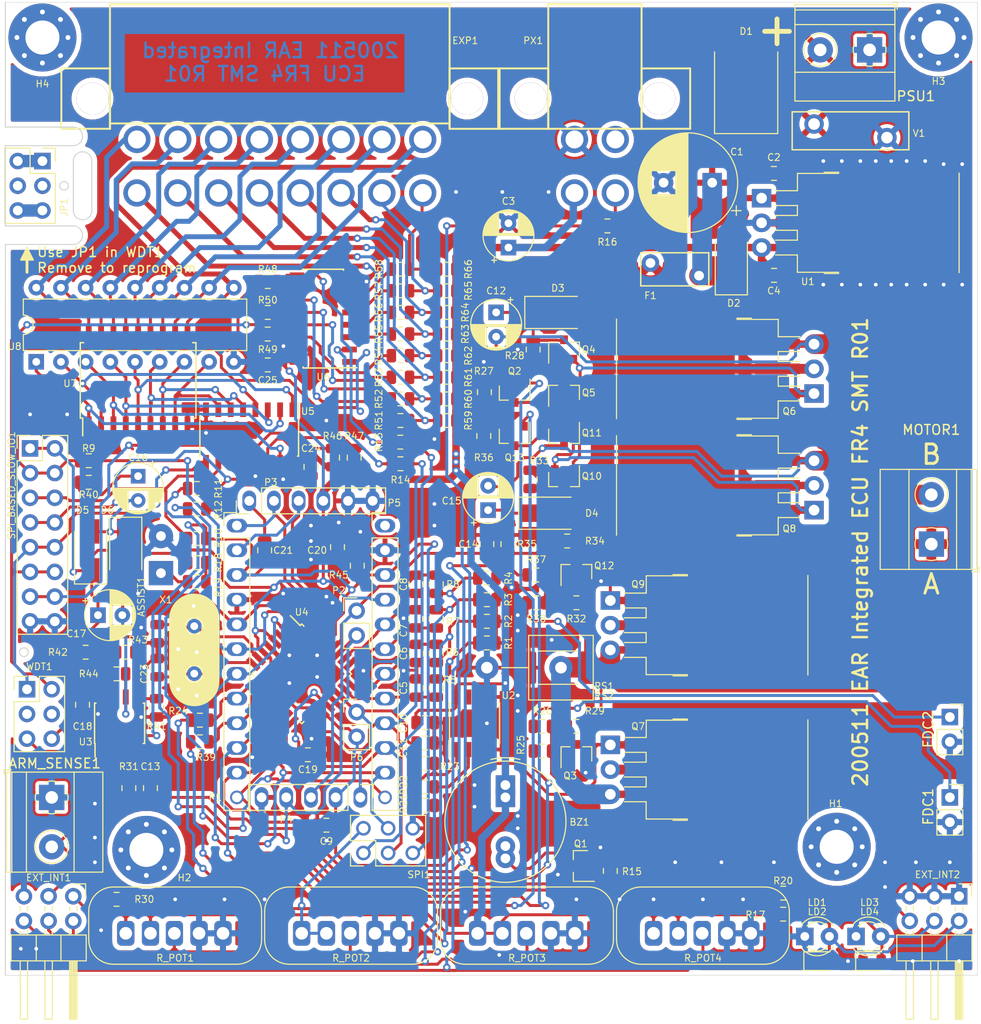
<source format=kicad_pcb>
(kicad_pcb (version 20171130) (host pcbnew "(5.1.5)-3")
  (title_block (title "200511 - EAR Integrated ECU FR4 SMT R01") (date 2020-05-11) (rev 01) (comment 1 "FR4 - 1Oz - 1,6mm "))
  (layers (0 F.Cu signal) (31 B.Cu signal) (34 B.Paste user) (35 F.Paste user) (36 B.SilkS user) (37 F.SilkS user) (38 B.Mask user hide) (39 F.Mask user hide) (44 Edge.Cuts user))
  (net 0 "")
  (net 1 GND)
  (net 2 /MOSI)
  (net 3 /SCK)
  (net 4 +5V)
  (net 5 /MISO)
  (net 6 "Net-(Q1-Pad1)")
  (net 7 /BUZZER)
  (net 8 "/Built-In Arduino Pro Mini/A6")
  (net 9 /LED_FAIL)
  (net 10 /Expansion_Board/LATCH_INPUTS)
  (net 11 /Expansion_Board/RESET_OUT)
  (net 12 /Expansion_Board/LATCH_OUTPUTS)
  (net 13 "/Built-In Arduino Pro Mini/D10")
  (net 14 "/Built-In Arduino Pro Mini/RXI")
  (net 15 "/Built-In Arduino Pro Mini/TXI")
  (net 16 /Expansion_Board/MOSI)
  (net 17 /Expansion_Board/MISO)
  (net 18 /Expansion_Board/SCK)
  (net 19 "Net-(ARM_SENSE1-Pad2)")
  (net 20 "Net-(ASSIST1-Pad1)")
  (net 21 /BUZZER_LOW)
  (net 22 +12V)
  (net 23 /MOTOR_ARM)
  (net 24 /BPM)
  (net 25 /OVERPRESSURE)
  (net 26 /ASSISTED_P)
  (net 27 /TIDAL_VOLUME)
  (net 28 "/Built-In Arduino Pro Mini/DTR")
  (net 29 /RST)
  (net 30 /Expansion_Board/IN_H)
  (net 31 /Expansion_Board/IN_G)
  (net 32 /Expansion_Board/IN_F)
  (net 33 /Expansion_Board/IN_E)
  (net 34 /Expansion_Board/IN_D)
  (net 35 /Expansion_Board/IN_C)
  (net 36 /Expansion_Board/IN_B)
  (net 37 /Expansion_Board/IN_A)
  (net 38 /MOTOR_V)
  (net 39 "Net-(D1-Pad2)")
  (net 40 /POT_4)
  (net 41 /POT_3)
  (net 42 /POT_2)
  (net 43 /POT_1)
  (net 44 /Expansion_Board/MISO_EXP)
  (net 45 /Expansion_Board/MOSI_EXP)
  (net 46 "/Built-In Arduino Pro Mini/D9")
  (net 47 "/Built-In Arduino Pro Mini/D8")
  (net 48 "/Built-In Arduino Pro Mini/D6")
  (net 49 "/Built-In Arduino Pro Mini/D5")
  (net 50 /LATCH_IN)
  (net 51 /ASSIST)
  (net 52 "Net-(PX1-Pad4)")
  (net 53 "Net-(PX1-Pad2)")
  (net 54 "Net-(Q2-Pad3)")
  (net 55 "Net-(Q2-Pad2)")
  (net 56 "Net-(Q2-Pad1)")
  (net 57 /Driver_MOSFET_NN/Q7G)
  (net 58 /Driver_MOSFET_NN/Q6G)
  (net 59 /Driver_MOSFET_NN/V_SHUNT)
  (net 60 /Driver_MOSFET_NN/Q8G)
  (net 61 /Driver_MOSFET_NN/Q9G)
  (net 62 "Net-(Q10-Pad1)")
  (net 63 "Net-(Q12-Pad1)")
  (net 64 "Net-(Q13-Pad2)")
  (net 65 "Net-(Q13-Pad1)")
  (net 66 /Expansion_Board/OUT_1)
  (net 67 /Expansion_Board/OUT_2)
  (net 68 /Expansion_Board/OUT_3)
  (net 69 /Expansion_Board/OUT_4)
  (net 70 /Expansion_Board/OUT_5)
  (net 71 /Expansion_Board/OUT_6)
  (net 72 /Expansion_Board/OUT_7)
  (net 73 /Expansion_Board/OUT_8)
  (net 74 "Net-(U2-Pad7)")
  (net 75 /Expansion_Board/I8)
  (net 76 /Expansion_Board/I7)
  (net 77 /Expansion_Board/I6)
  (net 78 /Expansion_Board/I5)
  (net 79 /Expansion_Board/I4)
  (net 80 /Expansion_Board/I3)
  (net 81 /Expansion_Board/I2)
  (net 82 /Expansion_Board/I1)
  (net 83 "/Built-In Arduino Pro Mini/RAW")
  (net 84 "/Built-In Arduino Pro Mini/A7")
  (net 85 "Net-(EXP1-Pad16)")
  (net 86 "Net-(EXP1-Pad15)")
  (net 87 "Net-(EXP1-Pad14)")
  (net 88 "Net-(EXP1-Pad13)")
  (net 89 "Net-(EXP1-Pad12)")
  (net 90 "Net-(EXP1-Pad11)")
  (net 91 "Net-(EXP1-Pad10)")
  (net 92 "Net-(EXP1-Pad9)")
  (net 93 "Net-(WDT1-Pad4)")
  (net 94 "Net-(WDT1-Pad3)")
  (net 95 "Net-(Q3-Pad1)")
  (net 96 /Driver_MOSFET_NN/FDC_NEG)
  (net 97 /Driver_MOSFET_NN/FDC_POS)
  (net 98 "Net-(C12-Pad1)")
  (net 99 "Net-(C15-Pad1)")
  (net 100 "Net-(C16-Pad2)")
  (net 101 "Net-(C16-Pad1)")
  (net 102 "Net-(C17-Pad2)")
  (net 103 "Net-(C19-Pad1)")
  (net 104 "Net-(C22-Pad1)")
  (net 105 "Net-(C23-Pad1)")
  (net 106 /Driver_MOSFET_NN/MOTOR_SUPPLY)
  (net 107 "Net-(R21-Pad2)")
  (net 108 "Net-(R22-Pad1)")
  (net 109 "Net-(R41-Pad1)")
  (net 110 "Net-(R43-Pad1)")
  (net 111 "Net-(R49-Pad1)")
  (net 112 "Net-(U3-Pad1)")
  (net 113 "Net-(U6-Pad7)")
  (net 114 /LED_R)
  (net 115 /LED_G)
  (net 116 "Net-(JP1-Pad5)")
  (net 117 "Net-(JP1-Pad4)")
  (net 118 "Net-(JP1-Pad3)")
  (net 119 "Net-(JP1-Pad1)")
  (net 120 /Driver_MOSFET_NN/MOTOR_A)
  (net 121 /Driver_MOSFET_NN/MOTOR_B)
  (module Custom:PDB18_Series_Bourns (layer F.Cu) (at 98.7425 136.2075)
    (fp_text reference R_POT1 (at 0 2.54) (layer F.SilkS) (effects (font (size 0.7 0.7) (thickness 0.1))))
    (fp_text value B10K)
    (pad 3 thru_hole roundrect (at 2.46 0) (size 1.778 2.54) (drill 1.3) (layers *.Cu *.Mask) (net 1 GND))
    (pad 1 thru_hole roundrect (at -2.54 0) (size 1.778 2.54) (drill 1.3) (layers *.Cu *.Mask) (net 4 +5V))
    (pad 3 thru_hole roundrect (at 4.92 0) (size 1.778 2.54) (drill 1.3) (layers *.Cu *.Mask) (net 1 GND))
    (pad 2 thru_hole roundrect (at -0.08 0) (size 1.778 2.54) (drill 1.3) (layers *.Cu *.Mask) (net 43 /POT_1))
    (pad 1 thru_hole roundrect (at -5.08 0) (size 1.778 2.54) (drill 1.3) (layers *.Cu *.Mask) (net 4 +5V))
  )
  (module Custom:PDB18_Series_Bourns (layer F.Cu) (at 116.84 136.2075)
    (fp_text reference R_POT2 (at 0 2.54) (layer F.SilkS) (effects (font (size 0.7 0.7) (thickness 0.1))))
    (fp_text value B10K)
    (pad 3 thru_hole roundrect (at 2.46 0) (size 1.778 2.54) (drill 1.3) (layers *.Cu *.Mask) (net 1 GND))
    (pad 1 thru_hole roundrect (at -2.54 0) (size 1.778 2.54) (drill 1.3) (layers *.Cu *.Mask) (net 4 +5V))
    (pad 3 thru_hole roundrect (at 4.92 0) (size 1.778 2.54) (drill 1.3) (layers *.Cu *.Mask) (net 1 GND))
    (pad 2 thru_hole roundrect (at -0.08 0) (size 1.778 2.54) (drill 1.3) (layers *.Cu *.Mask) (net 42 /POT_2))
    (pad 1 thru_hole roundrect (at -5.08 0) (size 1.778 2.54) (drill 1.3) (layers *.Cu *.Mask) (net 4 +5V))
  )
  (module Custom:PDB18_Series_Bourns (layer F.Cu) (at 134.9375 136.2075)
    (fp_text reference R_POT3 (at 0 2.54) (layer F.SilkS) (effects (font (size 0.7 0.7) (thickness 0.1))))
    (fp_text value B10K)
    (pad 3 thru_hole roundrect (at 2.46 0) (size 1.778 2.54) (drill 1.3) (layers *.Cu *.Mask) (net 1 GND))
    (pad 1 thru_hole roundrect (at -2.54 0) (size 1.778 2.54) (drill 1.3) (layers *.Cu *.Mask) (net 4 +5V))
    (pad 3 thru_hole roundrect (at 4.92 0) (size 1.778 2.54) (drill 1.3) (layers *.Cu *.Mask) (net 1 GND))
    (pad 2 thru_hole roundrect (at -0.08 0) (size 1.778 2.54) (drill 1.3) (layers *.Cu *.Mask) (net 41 /POT_3))
    (pad 1 thru_hole roundrect (at -5.08 0) (size 1.778 2.54) (drill 1.3) (layers *.Cu *.Mask) (net 4 +5V))
  )
  (module Custom:PDB18_Series_Bourns (layer F.Cu) (at 153.035 136.2075)
    (fp_text reference R_POT4 (at 0 2.54) (layer F.SilkS) (effects (font (size 0.7 0.7) (thickness 0.1))))
    (fp_text value B10K)
    (pad 3 thru_hole roundrect (at 2.46 0) (size 1.778 2.54) (drill 1.3) (layers *.Cu *.Mask) (net 1 GND))
    (pad 1 thru_hole roundrect (at -2.54 0) (size 1.778 2.54) (drill 1.3) (layers *.Cu *.Mask) (net 4 +5V))
    (pad 3 thru_hole roundrect (at 4.92 0) (size 1.778 2.54) (drill 1.3) (layers *.Cu *.Mask) (net 1 GND))
    (pad 2 thru_hole roundrect (at -0.08 0) (size 1.778 2.54) (drill 1.3) (layers *.Cu *.Mask) (net 40 /POT_4))
    (pad 1 thru_hole roundrect (at -5.08 0) (size 1.778 2.54) (drill 1.3) (layers *.Cu *.Mask) (net 4 +5V))
  )
  (module Buzzer_Beeper:Buzzer_TDK_PS1240P02BT_D12.2mm_H6.5mm (layer F.Cu) (at 132.715 122.2375 270)
    (fp_text reference BZ1 (at 2.54 -7.62) (layer F.SilkS) (effects (font (size 0.7 0.7) (thickness 0.1))))
    (fp_text value Buzzer)
    (pad 2 thru_hole circle (at 5 0 270) (size 2 2) (drill 1) (layers *.Cu *.Mask) (net 21 /BUZZER_LOW))
    (pad 1 thru_hole rect (at 0 0 270) (size 2 2) (drill 1) (layers *.Cu *.Mask) (net 4 +5V))
    (pad 2 thru_hole circle (at 6.27 0 270) (size 2 2) (drill 1) (layers *.Cu *.Mask) (net 21 /BUZZER_LOW))
    (pad 1 thru_hole rect (at -1.27 0 270) (size 2 2) (drill 1) (layers *.Cu *.Mask) (net 4 +5V))
  )
  (module Connector_PinSocket_2.54mm:PinSocket_1x02_P2.54mm_Vertical (layer F.Cu) (at 178.435 113.9825)
    (fp_text reference FDC2 (at -2.2225 1.27 90) (layer F.SilkS))
    (fp_text value Conn_01x02)
    (pad 2 thru_hole oval (at 0 2.54) (size 1.7 1.7) (drill 1) (layers *.Cu *.Mask) (net 1 GND))
    (pad 1 thru_hole rect (at 0 0) (size 1.7 1.7) (drill 1) (layers *.Cu *.Mask) (net 96 /Driver_MOSFET_NN/FDC_NEG))
  )
  (module Connector_PinSocket_2.54mm:PinSocket_1x02_P2.54mm_Vertical (layer F.Cu) (at 178.435 122.2375)
    (fp_text reference FDC1 (at -2.2225 0.9525 90) (layer F.SilkS))
    (fp_text value Conn_01x02)
    (pad 2 thru_hole oval (at 0 2.54) (size 1.7 1.7) (drill 1) (layers *.Cu *.Mask) (net 1 GND))
    (pad 1 thru_hole rect (at 0 0) (size 1.7 1.7) (drill 1) (layers *.Cu *.Mask) (net 97 /Driver_MOSFET_NN/FDC_POS))
  )
  (module TerminalBlock_Phoenix:TerminalBlock_Phoenix_MKDS-1,5-2-5.08_1x02_P5.08mm_Horizontal (layer F.Cu) (at 170.18 45.4025 180)
    (fp_text reference PSU1 (at -4.7625 -4.7625 180) (layer F.SilkS))
    (fp_text value TerminalBlock_Phoenix:TerminalBlock_Phoenix_MKDS-1,5-2_1x02_P5.00mm_Horizontal)
    (pad 2 thru_hole circle (at 5.08 0 180) (size 2.6 2.6) (drill 1.3) (layers *.Cu *.Mask) (net 39 "Net-(D1-Pad2)"))
    (pad 1 thru_hole rect (at 0 0 180) (size 2.6 2.6) (drill 1.3) (layers *.Cu *.Mask) (net 1 GND))
  )
  (module TerminalBlock_Phoenix:TerminalBlock_Phoenix_MKDS-1,5-2-5.08_1x02_P5.08mm_Horizontal (layer F.Cu) (at 176.53 96.2025 90)
    (fp_text reference MOTOR1 (at 11.7475 0 180) (layer F.SilkS))
    (fp_text value Conn_01x02)
    (pad 2 thru_hole circle (at 5.08 0 90) (size 2.6 2.6) (drill 1.3) (layers *.Cu *.Mask) (net 121 /Driver_MOSFET_NN/MOTOR_B))
    (pad 1 thru_hole rect (at 0 0 90) (size 2.6 2.6) (drill 1.3) (layers *.Cu *.Mask) (net 120 /Driver_MOSFET_NN/MOTOR_A))
  )
  (module TerminalBlock_Phoenix:TerminalBlock_Phoenix_MKDS-1,5-2-5.08_1x02_P5.08mm_Horizontal (layer F.Cu) (at 86.0425 122.2375 270)
    (fp_text reference ARM_SENSE1 (at -3.4925 -0.3175) (layer F.SilkS))
    (fp_text value Screw_Terminal_01x02)
    (pad 2 thru_hole circle (at 5.08 0 270) (size 2.6 2.6) (drill 1.3) (layers *.Cu *.Mask) (net 19 "Net-(ARM_SENSE1-Pad2)"))
    (pad 1 thru_hole rect (at 0 0 270) (size 2.6 2.6) (drill 1.3) (layers *.Cu *.Mask) (net 1 GND))
  )
  (module Package_DIP:DIP-18_W7.62mm (layer F.Cu) (at 84.455 77.47 90)
    (fp_text reference U8 (at 1.5875 -2.2225 180) (layer F.SilkS) (effects (font (size 0.7 0.7) (thickness 0.1))))
    (fp_text value ULN2803A)
    (pad 18 thru_hole oval (at 7.62 0 90) (size 1.6 1.6) (drill 0.8) (layers *.Cu *.Mask) (net 66 /Expansion_Board/OUT_1))
    (pad 9 thru_hole oval (at 0 20.32 90) (size 1.6 1.6) (drill 0.8) (layers *.Cu *.Mask) (net 1 GND))
    (pad 17 thru_hole oval (at 7.62 2.54 90) (size 1.6 1.6) (drill 0.8) (layers *.Cu *.Mask) (net 67 /Expansion_Board/OUT_2))
    (pad 8 thru_hole oval (at 0 17.78 90) (size 1.6 1.6) (drill 0.8) (layers *.Cu *.Mask) (net 75 /Expansion_Board/I8))
    (pad 16 thru_hole oval (at 7.62 5.08 90) (size 1.6 1.6) (drill 0.8) (layers *.Cu *.Mask) (net 68 /Expansion_Board/OUT_3))
    (pad 7 thru_hole oval (at 0 15.24 90) (size 1.6 1.6) (drill 0.8) (layers *.Cu *.Mask) (net 76 /Expansion_Board/I7))
    (pad 15 thru_hole oval (at 7.62 7.62 90) (size 1.6 1.6) (drill 0.8) (layers *.Cu *.Mask) (net 69 /Expansion_Board/OUT_4))
    (pad 6 thru_hole oval (at 0 12.7 90) (size 1.6 1.6) (drill 0.8) (layers *.Cu *.Mask) (net 77 /Expansion_Board/I6))
    (pad 14 thru_hole oval (at 7.62 10.16 90) (size 1.6 1.6) (drill 0.8) (layers *.Cu *.Mask) (net 70 /Expansion_Board/OUT_5))
    (pad 5 thru_hole oval (at 0 10.16 90) (size 1.6 1.6) (drill 0.8) (layers *.Cu *.Mask) (net 78 /Expansion_Board/I5))
    (pad 13 thru_hole oval (at 7.62 12.7 90) (size 1.6 1.6) (drill 0.8) (layers *.Cu *.Mask) (net 71 /Expansion_Board/OUT_6))
    (pad 4 thru_hole oval (at 0 7.62 90) (size 1.6 1.6) (drill 0.8) (layers *.Cu *.Mask) (net 79 /Expansion_Board/I4))
    (pad 12 thru_hole oval (at 7.62 15.24 90) (size 1.6 1.6) (drill 0.8) (layers *.Cu *.Mask) (net 72 /Expansion_Board/OUT_7))
    (pad 3 thru_hole oval (at 0 5.08 90) (size 1.6 1.6) (drill 0.8) (layers *.Cu *.Mask) (net 80 /Expansion_Board/I3))
    (pad 11 thru_hole oval (at 7.62 17.78 90) (size 1.6 1.6) (drill 0.8) (layers *.Cu *.Mask) (net 73 /Expansion_Board/OUT_8))
    (pad 2 thru_hole oval (at 0 2.54 90) (size 1.6 1.6) (drill 0.8) (layers *.Cu *.Mask) (net 81 /Expansion_Board/I2))
    (pad 10 thru_hole oval (at 7.62 20.32 90) (size 1.6 1.6) (drill 0.8) (layers *.Cu *.Mask) (net 22 +12V))
    (pad 1 thru_hole rect (at 0 0 90) (size 1.6 1.6) (drill 0.8) (layers *.Cu *.Mask) (net 82 /Expansion_Board/I1))
  )
  (module Connector_PinHeader_2.54mm:PinHeader_1x12_P2.54mm_Vertical (layer F.Cu) (at 105.0925 94.2975)
    (fp_text reference P1 (at -2.2225 27.94) (layer F.SilkS) (effects (font (size 0.7 0.7) (thickness 0.1))))
    (fp_text value PinHeader_01x12)
    (pad 12 thru_hole oval (at 0 27.94) (size 1.4 1.4) (drill 1) (layers *.Cu *.Mask) (net 46 "/Built-In Arduino Pro Mini/D9"))
    (pad 11 thru_hole oval (at 0 25.4) (size 2.1 1.4) (drill 1) (layers *.Cu *.Mask) (net 47 "/Built-In Arduino Pro Mini/D8"))
    (pad 10 thru_hole oval (at 0 22.86) (size 2.1 1.4) (drill 1) (layers *.Cu *.Mask) (net 9 /LED_FAIL))
    (pad 9 thru_hole oval (at 0 20.32) (size 2.1 1.4) (drill 1) (layers *.Cu *.Mask) (net 48 "/Built-In Arduino Pro Mini/D6"))
    (pad 8 thru_hole oval (at 0 17.78) (size 2.1 1.4) (drill 1) (layers *.Cu *.Mask) (net 49 "/Built-In Arduino Pro Mini/D5"))
    (pad 7 thru_hole oval (at 0 15.24) (size 2.1 1.4) (drill 1) (layers *.Cu *.Mask) (net 7 /BUZZER))
    (pad 6 thru_hole oval (at 0 12.7) (size 2.1 1.4) (drill 1) (layers *.Cu *.Mask) (net 50 /LATCH_IN))
    (pad 5 thru_hole oval (at 0 10.16) (size 2.1 1.4) (drill 1) (layers *.Cu *.Mask) (net 51 /ASSIST))
    (pad 4 thru_hole oval (at 0 7.62) (size 2.1 1.4) (drill 1) (layers *.Cu *.Mask) (net 1 GND))
    (pad 3 thru_hole oval (at 0 5.08) (size 2.1 1.4) (drill 1) (layers *.Cu *.Mask) (net 29 /RST))
    (pad 2 thru_hole oval (at 0 2.54) (size 2.1 1.4) (drill 1) (layers *.Cu *.Mask) (net 14 "/Built-In Arduino Pro Mini/RXI"))
    (pad 1 thru_hole oval (at 0 0) (size 2.1 1.4) (drill 1) (layers *.Cu *.Mask) (net 15 "/Built-In Arduino Pro Mini/TXI"))
  )
  (module Crystal:Crystal_HC49-4H_Vertical (layer F.Cu) (at 100.711 104.6375 270)
    (fp_text reference X1 (at -2.72 2.921) (layer F.SilkS) (effects (font (size 0.7 0.7) (thickness 0.1))))
    (fp_text value 16MHz)
    (pad 2 thru_hole circle (at 4.88 0 270) (size 1.5 1.5) (drill 0.8) (layers *.Cu *.Mask) (net 105 "Net-(C23-Pad1)"))
    (pad 1 thru_hole circle (at 0 0 270) (size 1.5 1.5) (drill 0.8) (layers *.Cu *.Mask) (net 104 "Net-(C22-Pad1)"))
  )
  (module Connector_PinHeader_2.54mm:PinHeader_1x06_P2.54mm_Vertical (layer F.Cu) (at 106.3625 91.7575 90)
    (fp_text reference P3 (at 1.905 2.2225 180) (layer F.SilkS) (effects (font (size 0.7 0.7) (thickness 0.1))))
    (fp_text value PinHeader_01x06)
    (pad 6 thru_hole oval (at 0 12.7 90) (size 2.1 1.4) (drill 1) (layers *.Cu *.Mask) (net 1 GND))
    (pad 5 thru_hole oval (at 0 10.16 90) (size 2.1 1.4) (drill 1) (layers *.Cu *.Mask) (net 1 GND))
    (pad 4 thru_hole oval (at 0 7.62 90) (size 2.1 1.4) (drill 1) (layers *.Cu *.Mask) (net 4 +5V))
    (pad 3 thru_hole oval (at 0 5.08 90) (size 2.1 1.4) (drill 1) (layers *.Cu *.Mask) (net 14 "/Built-In Arduino Pro Mini/RXI"))
    (pad 2 thru_hole oval (at 0 2.54 90) (size 2.1 1.4) (drill 1) (layers *.Cu *.Mask) (net 15 "/Built-In Arduino Pro Mini/TXI"))
    (pad 1 thru_hole oval (at 0 0 90) (size 2.1 1.4) (drill 1) (layers *.Cu *.Mask) (net 28 "/Built-In Arduino Pro Mini/DTR"))
  )
  (module Connector_PinHeader_2.54mm:PinHeader_2x03_P2.54mm_Vertical (layer F.Cu) (at 118.11 127.9525 90)
    (fp_text reference SPI1 (at -2.2225 5.715 180) (layer F.SilkS) (effects (font (size 0.7 0.7) (thickness 0.1))))
    (fp_text value AVR-ISP-6)
    (pad 6 thru_hole oval (at 2.54 5.08 90) (size 1.5 1.5) (drill 1) (layers *.Cu *.Mask) (net 1 GND) (clearance 0.254))
    (pad 5 thru_hole oval (at 0 5.08 90) (size 1.5 1.5) (drill 1) (layers *.Cu *.Mask) (net 29 /RST) (clearance 0.254))
    (pad 4 thru_hole oval (at 2.54 2.54 90) (size 1.5 1.5) (drill 1) (layers *.Cu *.Mask) (net 2 /MOSI) (clearance 0.254))
    (pad 3 thru_hole oval (at 0 2.54 90) (size 1.5 1.5) (drill 1) (layers *.Cu *.Mask) (net 3 /SCK) (clearance 0.254))
    (pad 2 thru_hole oval (at 2.54 0 90) (size 1.5 1.5) (drill 1) (layers *.Cu *.Mask) (net 4 +5V) (clearance 0.254))
    (pad 1 thru_hole oval (at 0 0 90) (size 1.5 1.5) (drill 1) (layers *.Cu *.Mask) (net 5 /MISO) (clearance 0.254))
  )
  (module Connector_PinHeader_2.54mm:PinHeader_1x05_P2.54mm_Vertical (layer F.Cu) (at 117.7925 122.2375 270)
    (fp_text reference P4 (at 2.2225 7.62) (layer F.SilkS) (effects (font (size 0.7 0.7) (thickness 0.1))))
    (fp_text value PinHeader_01x05)
    (pad 5 thru_hole oval (at 0 10.16 270) (size 2.1 1.4) (drill 1) (layers *.Cu *.Mask) (net 1 GND))
    (pad 4 thru_hole oval (at 0 7.62 270) (size 2.1 1.4) (drill 1) (layers *.Cu *.Mask) (net 23 /MOTOR_ARM))
    (pad 3 thru_hole oval (at 0 5.08 270) (size 2.1 1.4) (drill 1) (layers *.Cu *.Mask) (net 38 /MOTOR_V))
    (pad 2 thru_hole oval (at 0 2.54 270) (size 2.1 1.4) (drill 1) (layers *.Cu *.Mask) (net 8 "/Built-In Arduino Pro Mini/A6"))
    (pad 1 thru_hole oval (at 0 0 270) (size 2.1 1.4) (drill 1) (layers *.Cu *.Mask) (net 84 "/Built-In Arduino Pro Mini/A7"))
  )
  (module LED_THT:LED_D3.0mm_Clear (layer F.Cu) (at 168.783 136.525)
    (fp_text reference LD3 (at 1.397 -3.4925) (layer F.SilkS) (effects (font (size 0.7 0.7) (thickness 0.1))))
    (fp_text value Hi_VM_3mm)
    (pad 2 thru_hole circle (at 2.54 0) (size 1.8 1.8) (drill 0.9) (layers *.Cu *.Mask) (net 114 /LED_R))
    (pad 1 thru_hole rect (at 0 0) (size 1.8 1.8) (drill 0.9) (layers *.Cu *.Mask) (net 1 GND))
  )
  (module LED_THT:LED_D3.0mm_Clear (layer F.Cu) (at 163.5125 136.525)
    (fp_text reference LD1 (at 1.27 -3.4925) (layer F.SilkS) (effects (font (size 0.7 0.7) (thickness 0.1))))
    (fp_text value Hi_VD_3mm)
    (pad 2 thru_hole circle (at 2.54 0) (size 1.8 1.8) (drill 0.9) (layers *.Cu *.Mask) (net 115 /LED_G))
    (pad 1 thru_hole rect (at 0 0) (size 1.8 1.8) (drill 0.9) (layers *.Cu *.Mask) (net 1 GND))
  )
  (module Package_QFP:TQFP-32_7x7mm_P0.8mm (layer F.Cu) (at 111.76 109.5375 315)
    (fp_text reference U4 (at -4.490128 -4.490128) (layer F.SilkS) (effects (font (size 0.7 0.7) (thickness 0.1))))
    (fp_text value ATmega328-AU)
    (pad 32 smd rect (at -2.8 -4.25 45) (size 1.6 0.55) (layers F.Cu F.Paste F.Mask) (net 51 /ASSIST))
    (pad 31 smd rect (at -2 -4.25 45) (size 1.6 0.55) (layers F.Cu F.Paste F.Mask) (net 15 "/Built-In Arduino Pro Mini/TXI"))
    (pad 30 smd rect (at -1.2 -4.25 45) (size 1.6 0.55) (layers F.Cu F.Paste F.Mask) (net 14 "/Built-In Arduino Pro Mini/RXI"))
    (pad 29 smd rect (at -0.4 -4.25 45) (size 1.6 0.55) (layers F.Cu F.Paste F.Mask) (net 29 /RST))
    (pad 28 smd rect (at 0.4 -4.25 45) (size 1.6 0.55) (layers F.Cu F.Paste F.Mask) (net 38 /MOTOR_V))
    (pad 27 smd rect (at 1.2 -4.25 45) (size 1.6 0.55) (layers F.Cu F.Paste F.Mask) (net 23 /MOTOR_ARM))
    (pad 26 smd rect (at 2 -4.25 45) (size 1.6 0.55) (layers F.Cu F.Paste F.Mask) (net 26 /ASSISTED_P))
    (pad 25 smd rect (at 2.8 -4.25 45) (size 1.6 0.55) (layers F.Cu F.Paste F.Mask) (net 25 /OVERPRESSURE))
    (pad 24 smd rect (at 4.25 -2.8 315) (size 1.6 0.55) (layers F.Cu F.Paste F.Mask) (net 24 /BPM))
    (pad 23 smd rect (at 4.25 -2 315) (size 1.6 0.55) (layers F.Cu F.Paste F.Mask) (net 27 /TIDAL_VOLUME))
    (pad 22 smd rect (at 4.25 -1.2 315) (size 1.6 0.55) (layers F.Cu F.Paste F.Mask) (net 84 "/Built-In Arduino Pro Mini/A7"))
    (pad 21 smd rect (at 4.25 -0.4 315) (size 1.6 0.55) (layers F.Cu F.Paste F.Mask) (net 1 GND))
    (pad 20 smd rect (at 4.25 0.4 315) (size 1.6 0.55) (layers F.Cu F.Paste F.Mask) (net 103 "Net-(C19-Pad1)"))
    (pad 19 smd rect (at 4.25 1.2 315) (size 1.6 0.55) (layers F.Cu F.Paste F.Mask) (net 8 "/Built-In Arduino Pro Mini/A6"))
    (pad 18 smd rect (at 4.25 2 315) (size 1.6 0.55) (layers F.Cu F.Paste F.Mask) (net 4 +5V))
    (pad 17 smd rect (at 4.25 2.8 315) (size 1.6 0.55) (layers F.Cu F.Paste F.Mask) (net 3 /SCK))
    (pad 16 smd rect (at 2.8 4.25 45) (size 1.6 0.55) (layers F.Cu F.Paste F.Mask) (net 5 /MISO))
    (pad 15 smd rect (at 2 4.25 45) (size 1.6 0.55) (layers F.Cu F.Paste F.Mask) (net 2 /MOSI))
    (pad 14 smd rect (at 1.2 4.25 45) (size 1.6 0.55) (layers F.Cu F.Paste F.Mask) (net 13 "/Built-In Arduino Pro Mini/D10"))
    (pad 13 smd rect (at 0.4 4.25 45) (size 1.6 0.55) (layers F.Cu F.Paste F.Mask) (net 46 "/Built-In Arduino Pro Mini/D9"))
    (pad 12 smd rect (at -0.4 4.25 45) (size 1.6 0.55) (layers F.Cu F.Paste F.Mask) (net 47 "/Built-In Arduino Pro Mini/D8"))
    (pad 11 smd rect (at -1.2 4.25 45) (size 1.6 0.55) (layers F.Cu F.Paste F.Mask) (net 9 /LED_FAIL))
    (pad 10 smd rect (at -2 4.25 45) (size 1.6 0.55) (layers F.Cu F.Paste F.Mask) (net 48 "/Built-In Arduino Pro Mini/D6"))
    (pad 9 smd rect (at -2.8 4.25 45) (size 1.6 0.55) (layers F.Cu F.Paste F.Mask) (net 49 "/Built-In Arduino Pro Mini/D5"))
    (pad 8 smd rect (at -4.25 2.8 315) (size 1.6 0.55) (layers F.Cu F.Paste F.Mask) (net 105 "Net-(C23-Pad1)"))
    (pad 7 smd rect (at -4.25 2 315) (size 1.6 0.55) (layers F.Cu F.Paste F.Mask) (net 104 "Net-(C22-Pad1)"))
    (pad 6 smd rect (at -4.25 1.2 315) (size 1.6 0.55) (layers F.Cu F.Paste F.Mask) (net 4 +5V))
    (pad 5 smd rect (at -4.25 0.4 315) (size 1.6 0.55) (layers F.Cu F.Paste F.Mask) (net 1 GND))
    (pad 4 smd rect (at -4.25 -0.4 315) (size 1.6 0.55) (layers F.Cu F.Paste F.Mask) (net 4 +5V))
    (pad 3 smd rect (at -4.25 -1.2 315) (size 1.6 0.55) (layers F.Cu F.Paste F.Mask) (net 1 GND))
    (pad 2 smd rect (at -4.25 -2 315) (size 1.6 0.55) (layers F.Cu F.Paste F.Mask) (net 7 /BUZZER))
    (pad 1 smd rect (at -4.25 -2.8 315) (size 1.6 0.55) (layers F.Cu F.Paste F.Mask) (net 50 /LATCH_IN))
  )
  (module Connector_PinHeader_2.54mm:PinHeader_1x02_P2.54mm_Vertical (layer F.Cu) (at 117.4115 113.4695)
    (fp_text reference P6 (at 0 4.6405) (layer F.SilkS) (effects (font (size 0.7 0.7) (thickness 0.1))))
    (fp_text value PinHeader_01x02)
    (pad 2 thru_hole oval (at 0 2.54) (size 1.7 1.7) (drill 1) (layers *.Cu *.Mask) (net 8 "/Built-In Arduino Pro Mini/A6"))
    (pad 1 thru_hole oval (at 0 0) (size 1.7 1.7) (drill 1) (layers *.Cu *.Mask) (net 84 "/Built-In Arduino Pro Mini/A7"))
  )
  (module Connector_PinHeader_2.54mm:PinHeader_1x02_P2.54mm_Vertical (layer F.Cu) (at 117.4115 103.0555)
    (fp_text reference P2 (at -1.8415 -2.0905) (layer F.SilkS) (effects (font (size 0.7 0.7) (thickness 0.1))))
    (fp_text value PinHeader_01x02)
    (pad 2 thru_hole oval (at 0 2.54) (size 1.7 1.7) (drill 1) (layers *.Cu *.Mask) (net 23 /MOTOR_ARM))
    (pad 1 thru_hole oval (at 0 0) (size 1.7 1.7) (drill 1) (layers *.Cu *.Mask) (net 38 /MOTOR_V))
  )
  (module Resistor_THT:R_Axial_Power_L20.0mm_W6.4mm_P7.62mm_Vertical (layer F.Cu) (at 138.43 108.9025 180)
    (fp_text reference RS1 (at -4.445 -1.905 180) (layer F.SilkS) (effects (font (size 0.7 0.7) (thickness 0.1))))
    (fp_text value 0R1)
    (pad 2 thru_hole oval (at 7.62 0 180) (size 2.4 2.4) (drill 1.2) (layers *.Cu *.Mask) (net 1 GND))
    (pad 1 thru_hole circle (at 0 0 180) (size 2.4 2.4) (drill 1.2) (layers *.Cu *.Mask) (net 59 /Driver_MOSFET_NN/V_SHUNT))
  )
  (module Connector_Wire:SolderWirePad_1x02_P3.81mm_Drill1mm (layer F.Cu) (at 97.282 99.187 90)
    (fp_text reference ASSIST1 (at -2.413 -2.032 90) (layer F.SilkS) (effects (font (size 0.7 0.7) (thickness 0.1))))
    (fp_text value Conn_01x02)
    (pad 2 thru_hole circle (at 3.81 0 90) (size 2.49936 2.49936) (drill 1.00076) (layers *.Cu *.Mask) (net 1 GND))
    (pad 1 thru_hole rect (at 0 0 90) (size 2.49936 2.49936) (drill 1.00076) (layers *.Cu *.Mask) (net 20 "Net-(ASSIST1-Pad1)"))
  )
  (module Custom:TO-263-3_Hybrid_TO-220_Tab_Dw (layer F.Cu) (at 168.5925 63.1825)
    (fp_text reference U1 (at -4.7625 6.0325) (layer F.SilkS) (effects (font (size 0.7 0.7) (thickness 0.1))))
    (fp_text value L7805)
    (pad 2 thru_hole oval (at -9.525 0 270) (size 1.905 2) (drill 1.1) (layers *.Cu *.Mask) (net 1 GND))
    (pad 3 thru_hole oval (at -9.525 2.54 270) (size 1.905 2) (drill 1.1) (layers *.Cu *.Mask) (net 4 +5V))
    (pad 1 thru_hole rect (at -9.525 -2.54 270) (size 1.905 2) (drill 1.1) (layers *.Cu *.Mask) (net 22 +12V))
    (pad 2 smd rect (at 4.6355 0) (size 12 10.8) (layers F.Cu F.Mask) (net 1 GND))
    (pad 3 smd rect (at -5.775 2.54) (size 4.6 1.1) (layers F.Cu F.Paste F.Mask) (net 4 +5V))
    (pad 2 smd rect (at -5.775 0) (size 4.6 1.1) (layers F.Cu F.Paste F.Mask) (net 1 GND))
    (pad 1 smd rect (at -5.775 -2.54) (size 4.6 1.1) (layers F.Cu F.Paste F.Mask) (net 22 +12V))
  )
  (module Custom:TO-263-3_Hybrid_TO-220_Tab_Dw (layer F.Cu) (at 153.035 104.54)
    (fp_text reference Q9 (at -6.6675 -4.21) (layer F.SilkS) (effects (font (size 0.7 0.7) (thickness 0.1))))
    (fp_text value IRLZ44N)
    (pad 2 thru_hole oval (at -9.525 0 270) (size 1.905 2) (drill 1.1) (layers *.Cu *.Mask) (net 121 /Driver_MOSFET_NN/MOTOR_B))
    (pad 3 thru_hole oval (at -9.525 2.54 270) (size 1.905 2) (drill 1.1) (layers *.Cu *.Mask) (net 59 /Driver_MOSFET_NN/V_SHUNT))
    (pad 1 thru_hole rect (at -9.525 -2.54 270) (size 1.905 2) (drill 1.1) (layers *.Cu *.Mask) (net 61 /Driver_MOSFET_NN/Q9G))
    (pad 2 smd rect (at 4.6355 0) (size 12 10.8) (layers F.Cu F.Mask) (net 121 /Driver_MOSFET_NN/MOTOR_B))
    (pad 3 smd rect (at -5.775 2.54) (size 4.6 1.1) (layers F.Cu F.Paste F.Mask) (net 59 /Driver_MOSFET_NN/V_SHUNT))
    (pad 2 smd rect (at -5.775 0) (size 4.6 1.1) (layers F.Cu F.Paste F.Mask) (net 121 /Driver_MOSFET_NN/MOTOR_B))
    (pad 1 smd rect (at -5.775 -2.54) (size 4.6 1.1) (layers F.Cu F.Paste F.Mask) (net 61 /Driver_MOSFET_NN/Q9G))
  )
  (module Custom:TO-263-3_Hybrid_TO-220_Tab_Dw (layer F.Cu) (at 154.94 90.17 180)
    (fp_text reference Q8 (at -6.985 -4.445 180) (layer F.SilkS) (effects (font (size 0.7 0.7) (thickness 0.1))))
    (fp_text value IRLZ44N)
    (pad 2 thru_hole oval (at -9.525 0 90) (size 1.905 2) (drill 1.1) (layers *.Cu *.Mask) (net 106 /Driver_MOSFET_NN/MOTOR_SUPPLY))
    (pad 3 thru_hole oval (at -9.525 2.54 90) (size 1.905 2) (drill 1.1) (layers *.Cu *.Mask) (net 121 /Driver_MOSFET_NN/MOTOR_B))
    (pad 1 thru_hole rect (at -9.525 -2.54 90) (size 1.905 2) (drill 1.1) (layers *.Cu *.Mask) (net 60 /Driver_MOSFET_NN/Q8G))
    (pad 2 smd rect (at 4.6355 0 180) (size 12 10.8) (layers F.Cu F.Mask) (net 106 /Driver_MOSFET_NN/MOTOR_SUPPLY))
    (pad 3 smd rect (at -5.775 2.54 180) (size 4.6 1.1) (layers F.Cu F.Paste F.Mask) (net 121 /Driver_MOSFET_NN/MOTOR_B))
    (pad 2 smd rect (at -5.775 0 180) (size 4.6 1.1) (layers F.Cu F.Paste F.Mask) (net 106 /Driver_MOSFET_NN/MOTOR_SUPPLY))
    (pad 1 smd rect (at -5.775 -2.54 180) (size 4.6 1.1) (layers F.Cu F.Paste F.Mask) (net 60 /Driver_MOSFET_NN/Q8G))
  )
  (module Custom:TO-263-3_Hybrid_TO-220_Tab_Dw (layer F.Cu) (at 153.035 119.38)
    (fp_text reference Q7 (at -6.6675 -4.445) (layer F.SilkS) (effects (font (size 0.7 0.7) (thickness 0.1))))
    (fp_text value IRLZ44N)
    (pad 2 thru_hole oval (at -9.525 0 270) (size 1.905 2) (drill 1.1) (layers *.Cu *.Mask) (net 120 /Driver_MOSFET_NN/MOTOR_A))
    (pad 3 thru_hole oval (at -9.525 2.54 270) (size 1.905 2) (drill 1.1) (layers *.Cu *.Mask) (net 59 /Driver_MOSFET_NN/V_SHUNT))
    (pad 1 thru_hole rect (at -9.525 -2.54 270) (size 1.905 2) (drill 1.1) (layers *.Cu *.Mask) (net 57 /Driver_MOSFET_NN/Q7G))
    (pad 2 smd rect (at 4.6355 0) (size 12 10.8) (layers F.Cu F.Mask) (net 120 /Driver_MOSFET_NN/MOTOR_A))
    (pad 3 smd rect (at -5.775 2.54) (size 4.6 1.1) (layers F.Cu F.Paste F.Mask) (net 59 /Driver_MOSFET_NN/V_SHUNT))
    (pad 2 smd rect (at -5.775 0) (size 4.6 1.1) (layers F.Cu F.Paste F.Mask) (net 120 /Driver_MOSFET_NN/MOTOR_A))
    (pad 1 smd rect (at -5.775 -2.54) (size 4.6 1.1) (layers F.Cu F.Paste F.Mask) (net 57 /Driver_MOSFET_NN/Q7G))
  )
  (module Custom:TO-263-3_Hybrid_TO-220_Tab_Dw (layer F.Cu) (at 154.9375 78.1875 180)
    (fp_text reference Q6 (at -6.9875 -4.3625 180) (layer F.SilkS) (effects (font (size 0.7 0.7) (thickness 0.1))))
    (fp_text value IRLZ44N)
    (pad 2 thru_hole oval (at -9.525 0 90) (size 1.905 2) (drill 1.1) (layers *.Cu *.Mask) (net 106 /Driver_MOSFET_NN/MOTOR_SUPPLY))
    (pad 3 thru_hole oval (at -9.525 2.54 90) (size 1.905 2) (drill 1.1) (layers *.Cu *.Mask) (net 120 /Driver_MOSFET_NN/MOTOR_A))
    (pad 1 thru_hole rect (at -9.525 -2.54 90) (size 1.905 2) (drill 1.1) (layers *.Cu *.Mask) (net 58 /Driver_MOSFET_NN/Q6G))
    (pad 2 smd rect (at 4.6355 0 180) (size 12 10.8) (layers F.Cu F.Mask) (net 106 /Driver_MOSFET_NN/MOTOR_SUPPLY))
    (pad 3 smd rect (at -5.775 2.54 180) (size 4.6 1.1) (layers F.Cu F.Paste F.Mask) (net 120 /Driver_MOSFET_NN/MOTOR_A))
    (pad 2 smd rect (at -5.775 0 180) (size 4.6 1.1) (layers F.Cu F.Paste F.Mask) (net 106 /Driver_MOSFET_NN/MOTOR_SUPPLY))
    (pad 1 smd rect (at -5.775 -2.54 180) (size 4.6 1.1) (layers F.Cu F.Paste F.Mask) (net 58 /Driver_MOSFET_NN/Q6G))
  )
  (module Connector_PinHeader_2.54mm:PinHeader_2x03_P2.54mm_Vertical (layer F.Cu) (at 83.5025 111.125)
    (fp_text reference WDT1 (at 1.27 -2.33) (layer F.SilkS) (effects (font (size 0.7 0.7) (thickness 0.1))))
    (fp_text value Pino_02x03)
    (pad 6 thru_hole oval (at 2.54 5.08) (size 1.7 1.7) (drill 1) (layers *.Cu *.Mask) (net 110 "Net-(R43-Pad1)"))
    (pad 5 thru_hole oval (at 0 5.08) (size 1.7 1.7) (drill 1) (layers *.Cu *.Mask) (net 29 /RST))
    (pad 4 thru_hole oval (at 2.54 2.54) (size 1.7 1.7) (drill 1) (layers *.Cu *.Mask) (net 93 "Net-(WDT1-Pad4)"))
    (pad 3 thru_hole oval (at 0 2.54) (size 1.7 1.7) (drill 1) (layers *.Cu *.Mask) (net 94 "Net-(WDT1-Pad3)"))
    (pad 2 thru_hole oval (at 2.54 0) (size 1.7 1.7) (drill 1) (layers *.Cu *.Mask) (net 44 /Expansion_Board/MISO_EXP))
    (pad 1 thru_hole rect (at 0 0) (size 1.7 1.7) (drill 1) (layers *.Cu *.Mask) (net 45 /Expansion_Board/MOSI_EXP))
  )
  (module Connector_PinSocket_2.54mm:PinSocket_2x03_P2.54mm_Vertical (layer F.Cu) (at 85.09 56.8325)
    (fp_text reference JP1 (at 2.2225 4.7625 90) (layer F.SilkS) (effects (font (size 0.7 0.7) (thickness 0.1))))
    (fp_text value Header_02x03)
    (pad 6 thru_hole oval (at -2.54 5.08) (size 1.7 1.7) (drill 1) (layers *.Cu *.Mask) (net 116 "Net-(JP1-Pad5)"))
    (pad 5 thru_hole oval (at 0 5.08) (size 1.7 1.7) (drill 1) (layers *.Cu *.Mask) (net 116 "Net-(JP1-Pad5)"))
    (pad 4 thru_hole oval (at -2.54 2.54) (size 1.7 1.7) (drill 1) (layers *.Cu *.Mask) (net 117 "Net-(JP1-Pad4)"))
    (pad 3 thru_hole oval (at 0 2.54) (size 1.7 1.7) (drill 1) (layers *.Cu *.Mask) (net 118 "Net-(JP1-Pad3)"))
    (pad 2 thru_hole oval (at -2.54 0) (size 1.7 1.7) (drill 1) (layers *.Cu *.Mask) (net 119 "Net-(JP1-Pad1)"))
    (pad 1 thru_hole rect (at 0 0) (size 1.7 1.7) (drill 1) (layers *.Cu *.Mask) (net 119 "Net-(JP1-Pad1)"))
  )
  (module Capacitor_THT:CP_Radial_D5.0mm_P2.50mm (layer F.Cu) (at 133.0325 65.7225 90)
    (fp_text reference C3 (at 4.7625 0 180) (layer F.SilkS) (effects (font (size 0.7 0.7) (thickness 0.1))))
    (fp_text value 47uF/35V)
    (pad 2 thru_hole circle (at 2.5 0 90) (size 1.6 1.6) (drill 0.8) (layers *.Cu *.Mask) (net 1 GND))
    (pad 1 thru_hole rect (at 0 0 90) (size 1.6 1.6) (drill 0.8) (layers *.Cu *.Mask) (net 4 +5V))
  )
  (module Custom:MOLEX-39-29-1168 (layer F.Cu) (at 96.8375 54.61 180)
    (fp_text reference EXP1 (at -31.75 10.16 180) (layer F.SilkS) (effects (font (size 0.7 0.7) (thickness 0.1))))
    (fp_text value 39-29-1168 hide)
    (pad 16 thru_hole circle (at -27.3725 -5.5) (size 2.8 2.8) (drill 1.85) (layers *.Cu *.Mask) (net 85 "Net-(EXP1-Pad16)"))
    (pad 15 thru_hole circle (at -23.1725 -5.5) (size 2.8 2.8) (drill 1.85) (layers *.Cu *.Mask) (net 86 "Net-(EXP1-Pad15)"))
    (pad 14 thru_hole circle (at -18.9725 -5.5) (size 2.8 2.8) (drill 1.85) (layers *.Cu *.Mask) (net 87 "Net-(EXP1-Pad14)"))
    (pad 13 thru_hole circle (at -14.7725 -5.5) (size 2.8 2.8) (drill 1.85) (layers *.Cu *.Mask) (net 88 "Net-(EXP1-Pad13)"))
    (pad 12 thru_hole circle (at -10.5725 -5.5) (size 2.8 2.8) (drill 1.85) (layers *.Cu *.Mask) (net 89 "Net-(EXP1-Pad12)"))
    (pad 11 thru_hole circle (at -6.3725 -5.5) (size 2.8 2.8) (drill 1.85) (layers *.Cu *.Mask) (net 90 "Net-(EXP1-Pad11)"))
    (pad 10 thru_hole circle (at -2.1725 -5.5) (size 2.8 2.8) (drill 1.85) (layers *.Cu *.Mask) (net 91 "Net-(EXP1-Pad10)"))
    (pad 9 thru_hole circle (at 2.0275 -5.5) (size 2.8 2.8) (drill 1.85) (layers *.Cu *.Mask) (net 92 "Net-(EXP1-Pad9)"))
    (pad 8 thru_hole circle (at -27.3725 0) (size 2.8 2.8) (drill 1.85) (layers *.Cu *.Mask) (net 73 /Expansion_Board/OUT_8))
    (pad 7 thru_hole circle (at -23.1725 0) (size 2.8 2.8) (drill 1.85) (layers *.Cu *.Mask) (net 72 /Expansion_Board/OUT_7))
    (pad 6 thru_hole circle (at -18.9725 0) (size 2.8 2.8) (drill 1.85) (layers *.Cu *.Mask) (net 71 /Expansion_Board/OUT_6))
    (pad 5 thru_hole circle (at -14.7725 0) (size 2.8 2.8) (drill 1.85) (layers *.Cu *.Mask) (net 70 /Expansion_Board/OUT_5))
    (pad 4 thru_hole circle (at -10.5725 0) (size 2.8 2.8) (drill 1.85) (layers *.Cu *.Mask) (net 69 /Expansion_Board/OUT_4))
    (pad 3 thru_hole circle (at -6.3725 0) (size 2.8 2.8) (drill 1.85) (layers *.Cu *.Mask) (net 68 /Expansion_Board/OUT_3))
    (pad 2 thru_hole circle (at -2.1725 0) (size 2.8 2.8) (drill 1.85) (layers *.Cu *.Mask) (net 67 /Expansion_Board/OUT_2))
    (pad 1 thru_hole circle (at 2.0275 0) (size 2.8 2.8) (drill 1.85) (layers *.Cu *.Mask) (net 66 /Expansion_Board/OUT_1))
    (pad 18 thru_hole circle (at 6.6 4.2 180) (size 3.3 3.3) (drill 3.3) (layers *.Cu *.Mask))
    (pad 17 thru_hole circle (at -31.9365 4.2 180) (size 3.3 3.3) (drill 3.3) (layers *.Cu *.Mask))
  )
  (module MountingHole:MountingHole_3.5mm_Pad_Via (layer F.Cu) (at 85.09 44.1325 180)
    (fp_text reference H4 (at 0 -4.7625 180) (layer F.SilkS) (effects (font (size 0.7 0.7) (thickness 0.1))))
    (fp_text value MountingHole)
    (pad 1 thru_hole circle (at 1.856155 -1.856155 180) (size 0.8 0.8) (drill 0.5) (layers *.Cu *.Mask))
    (pad 1 thru_hole circle (at 0 -2.625 180) (size 0.8 0.8) (drill 0.5) (layers *.Cu *.Mask))
    (pad 1 thru_hole circle (at -1.856155 -1.856155 180) (size 0.8 0.8) (drill 0.5) (layers *.Cu *.Mask))
    (pad 1 thru_hole circle (at -2.625 0 180) (size 0.8 0.8) (drill 0.5) (layers *.Cu *.Mask))
    (pad 1 thru_hole circle (at -1.856155 1.856155 180) (size 0.8 0.8) (drill 0.5) (layers *.Cu *.Mask))
    (pad 1 thru_hole circle (at 0 2.625 180) (size 0.8 0.8) (drill 0.5) (layers *.Cu *.Mask))
    (pad 1 thru_hole circle (at 1.856155 1.856155 180) (size 0.8 0.8) (drill 0.5) (layers *.Cu *.Mask))
    (pad 1 thru_hole circle (at 2.625 0 180) (size 0.8 0.8) (drill 0.5) (layers *.Cu *.Mask))
    (pad 1 thru_hole circle (at 0 0 180) (size 7 7) (drill 3.5) (layers *.Cu *.Mask))
  )
  (module MountingHole:MountingHole_3.5mm_Pad_Via (layer F.Cu) (at 177.2725 44.1325 180)
    (fp_text reference H3 (at 0 -4.5 180) (layer F.SilkS) (effects (font (size 0.7 0.7) (thickness 0.1))))
    (fp_text value MountingHole)
    (pad 1 thru_hole circle (at 1.856155 -1.856155 180) (size 0.8 0.8) (drill 0.5) (layers *.Cu *.Mask))
    (pad 1 thru_hole circle (at 0 -2.625 180) (size 0.8 0.8) (drill 0.5) (layers *.Cu *.Mask))
    (pad 1 thru_hole circle (at -1.856155 -1.856155 180) (size 0.8 0.8) (drill 0.5) (layers *.Cu *.Mask))
    (pad 1 thru_hole circle (at -2.625 0 180) (size 0.8 0.8) (drill 0.5) (layers *.Cu *.Mask))
    (pad 1 thru_hole circle (at -1.856155 1.856155 180) (size 0.8 0.8) (drill 0.5) (layers *.Cu *.Mask))
    (pad 1 thru_hole circle (at 0 2.625 180) (size 0.8 0.8) (drill 0.5) (layers *.Cu *.Mask))
    (pad 1 thru_hole circle (at 1.856155 1.856155 180) (size 0.8 0.8) (drill 0.5) (layers *.Cu *.Mask))
    (pad 1 thru_hole circle (at 2.625 0 180) (size 0.8 0.8) (drill 0.5) (layers *.Cu *.Mask))
    (pad 1 thru_hole circle (at 0 0 180) (size 7 7) (drill 3.5) (layers *.Cu *.Mask))
  )
  (module MountingHole:MountingHole_3.5mm_Pad_Via (layer F.Cu) (at 95.78 127.635 180)
    (fp_text reference H2 (at -3.915 -2.8575 180) (layer F.SilkS) (effects (font (size 0.7 0.7) (thickness 0.1))))
    (fp_text value MountingHole)
    (pad 1 thru_hole circle (at 1.856155 -1.856155 180) (size 0.8 0.8) (drill 0.5) (layers *.Cu *.Mask))
    (pad 1 thru_hole circle (at 0 -2.625 180) (size 0.8 0.8) (drill 0.5) (layers *.Cu *.Mask))
    (pad 1 thru_hole circle (at -1.856155 -1.856155 180) (size 0.8 0.8) (drill 0.5) (layers *.Cu *.Mask))
    (pad 1 thru_hole circle (at -2.625 0 180) (size 0.8 0.8) (drill 0.5) (layers *.Cu *.Mask))
    (pad 1 thru_hole circle (at -1.856155 1.856155 180) (size 0.8 0.8) (drill 0.5) (layers *.Cu *.Mask))
    (pad 1 thru_hole circle (at 0 2.625 180) (size 0.8 0.8) (drill 0.5) (layers *.Cu *.Mask))
    (pad 1 thru_hole circle (at 1.856155 1.856155 180) (size 0.8 0.8) (drill 0.5) (layers *.Cu *.Mask))
    (pad 1 thru_hole circle (at 2.625 0 180) (size 0.8 0.8) (drill 0.5) (layers *.Cu *.Mask))
    (pad 1 thru_hole circle (at 0 0 180) (size 7 7) (drill 3.5) (layers *.Cu *.Mask))
  )
  (module MountingHole:MountingHole_3.5mm_Pad_Via (layer F.Cu) (at 166.7925 127.3175 180)
    (fp_text reference H1 (at 0.105 4.445 180) (layer F.SilkS) (effects (font (size 0.7 0.7) (thickness 0.1))))
    (fp_text value MountingHole)
    (pad 1 thru_hole circle (at 1.856155 -1.856155 180) (size 0.8 0.8) (drill 0.5) (layers *.Cu *.Mask))
    (pad 1 thru_hole circle (at 0 -2.625 180) (size 0.8 0.8) (drill 0.5) (layers *.Cu *.Mask))
    (pad 1 thru_hole circle (at -1.856155 -1.856155 180) (size 0.8 0.8) (drill 0.5) (layers *.Cu *.Mask))
    (pad 1 thru_hole circle (at -2.625 0 180) (size 0.8 0.8) (drill 0.5) (layers *.Cu *.Mask))
    (pad 1 thru_hole circle (at -1.856155 1.856155 180) (size 0.8 0.8) (drill 0.5) (layers *.Cu *.Mask))
    (pad 1 thru_hole circle (at 0 2.625 180) (size 0.8 0.8) (drill 0.5) (layers *.Cu *.Mask))
    (pad 1 thru_hole circle (at 1.856155 1.856155 180) (size 0.8 0.8) (drill 0.5) (layers *.Cu *.Mask))
    (pad 1 thru_hole circle (at 2.625 0 180) (size 0.8 0.8) (drill 0.5) (layers *.Cu *.Mask))
    (pad 1 thru_hole circle (at 0 0 180) (size 7 7) (drill 3.5) (layers *.Cu *.Mask))
  )
  (module Package_SO:SOIC-16_3.9x9.9mm_P1.27mm (layer F.Cu) (at 106.3625 85.09 270)
    (fp_text reference U5 (at -2.54 -6.0325) (layer F.SilkS) (effects (font (size 0.7 0.7) (thickness 0.1))))
    (fp_text value 74HC595)
    (pad 16 smd rect (at 2.7 -4.445 270) (size 1.5 0.6) (layers F.Cu F.Paste F.Mask) (net 4 +5V))
    (pad 15 smd rect (at 2.7 -3.175 270) (size 1.5 0.6) (layers F.Cu F.Paste F.Mask) (net 82 /Expansion_Board/I1))
    (pad 14 smd rect (at 2.7 -1.905 270) (size 1.5 0.6) (layers F.Cu F.Paste F.Mask) (net 16 /Expansion_Board/MOSI))
    (pad 13 smd rect (at 2.7 -0.635 270) (size 1.5 0.6) (layers F.Cu F.Paste F.Mask) (net 1 GND))
    (pad 12 smd rect (at 2.7 0.635 270) (size 1.5 0.6) (layers F.Cu F.Paste F.Mask) (net 12 /Expansion_Board/LATCH_OUTPUTS))
    (pad 11 smd rect (at 2.7 1.905 270) (size 1.5 0.6) (layers F.Cu F.Paste F.Mask) (net 18 /Expansion_Board/SCK))
    (pad 10 smd rect (at 2.7 3.175 270) (size 1.5 0.6) (layers F.Cu F.Paste F.Mask) (net 11 /Expansion_Board/RESET_OUT))
    (pad 9 smd rect (at 2.7 4.445 270) (size 1.5 0.6) (layers F.Cu F.Paste F.Mask) (net 45 /Expansion_Board/MOSI_EXP))
    (pad 8 smd rect (at -2.7 4.445 270) (size 1.5 0.6) (layers F.Cu F.Paste F.Mask) (net 1 GND))
    (pad 7 smd rect (at -2.7 3.175 270) (size 1.5 0.6) (layers F.Cu F.Paste F.Mask) (net 75 /Expansion_Board/I8))
    (pad 6 smd rect (at -2.7 1.905 270) (size 1.5 0.6) (layers F.Cu F.Paste F.Mask) (net 76 /Expansion_Board/I7))
    (pad 5 smd rect (at -2.7 0.635 270) (size 1.5 0.6) (layers F.Cu F.Paste F.Mask) (net 77 /Expansion_Board/I6))
    (pad 4 smd rect (at -2.7 -0.635 270) (size 1.5 0.6) (layers F.Cu F.Paste F.Mask) (net 78 /Expansion_Board/I5))
    (pad 3 smd rect (at -2.7 -1.905 270) (size 1.5 0.6) (layers F.Cu F.Paste F.Mask) (net 79 /Expansion_Board/I4))
    (pad 2 smd rect (at -2.7 -3.175 270) (size 1.5 0.6) (layers F.Cu F.Paste F.Mask) (net 80 /Expansion_Board/I3))
    (pad 1 smd rect (at -2.7 -4.445 270) (size 1.5 0.6) (layers F.Cu F.Paste F.Mask) (net 81 /Expansion_Board/I2))
  )
  (module Package_SO:SOIC-8_3.9x4.9mm_P1.27mm (layer F.Cu) (at 93.0275 114.6175 90)
    (fp_text reference U3 (at -1.905 -3.4925 180) (layer F.SilkS) (effects (font (size 0.7 0.7) (thickness 0.1))))
    (fp_text value LM393)
    (pad 8 smd rect (at 2.7 -1.905 90) (size 1.55 0.6) (layers F.Cu F.Paste F.Mask) (net 4 +5V))
    (pad 7 smd rect (at 2.7 -0.635 90) (size 1.55 0.6) (layers F.Cu F.Paste F.Mask) (net 110 "Net-(R43-Pad1)"))
    (pad 6 smd rect (at 2.7 0.635 90) (size 1.55 0.6) (layers F.Cu F.Paste F.Mask) (net 102 "Net-(C17-Pad2)"))
    (pad 5 smd rect (at 2.7 1.905 90) (size 1.55 0.6) (layers F.Cu F.Paste F.Mask) (net 109 "Net-(R41-Pad1)"))
    (pad 4 smd rect (at -2.7 1.905 90) (size 1.55 0.6) (layers F.Cu F.Paste F.Mask) (net 1 GND))
    (pad 3 smd rect (at -2.7 0.635 90) (size 1.55 0.6) (layers F.Cu F.Paste F.Mask) (net 1 GND))
    (pad 2 smd rect (at -2.7 -0.635 90) (size 1.55 0.6) (layers F.Cu F.Paste F.Mask) (net 1 GND))
    (pad 1 smd rect (at -2.7 -1.905 90) (size 1.55 0.6) (layers F.Cu F.Paste F.Mask) (net 112 "Net-(U3-Pad1)"))
  )
  (module Connector_PinHeader_2.54mm:PinHeader_2x08_P2.54mm_Vertical (layer F.Cu) (at 83.82 86.36)
    (fp_text reference SPI_BASED_SLOW_IO1 (at -1.905 3.81 90) (layer F.SilkS) (effects (font (size 0.7 0.7) (thickness 0.1))))
    (fp_text value PinHeader_02x08)
    (pad 16 thru_hole oval (at 2.54 17.78) (size 1.7 1.7) (drill 1) (layers *.Cu *.Mask) (net 1 GND))
    (pad 15 thru_hole oval (at 0 17.78) (size 1.7 1.7) (drill 1) (layers *.Cu *.Mask) (net 1 GND))
    (pad 14 thru_hole oval (at 2.54 15.24) (size 1.7 1.7) (drill 1) (layers *.Cu *.Mask) (net 18 /Expansion_Board/SCK))
    (pad 13 thru_hole oval (at 0 15.24) (size 1.7 1.7) (drill 1) (layers *.Cu *.Mask) (net 18 /Expansion_Board/SCK))
    (pad 12 thru_hole oval (at 2.54 12.7) (size 1.7 1.7) (drill 1) (layers *.Cu *.Mask) (net 44 /Expansion_Board/MISO_EXP))
    (pad 11 thru_hole oval (at 0 12.7) (size 1.7 1.7) (drill 1) (layers *.Cu *.Mask) (net 44 /Expansion_Board/MISO_EXP))
    (pad 10 thru_hole oval (at 2.54 10.16) (size 1.7 1.7) (drill 1) (layers *.Cu *.Mask) (net 45 /Expansion_Board/MOSI_EXP))
    (pad 9 thru_hole oval (at 0 10.16) (size 1.7 1.7) (drill 1) (layers *.Cu *.Mask) (net 45 /Expansion_Board/MOSI_EXP))
    (pad 8 thru_hole oval (at 2.54 7.62) (size 1.7 1.7) (drill 1) (layers *.Cu *.Mask) (net 12 /Expansion_Board/LATCH_OUTPUTS))
    (pad 7 thru_hole oval (at 0 7.62) (size 1.7 1.7) (drill 1) (layers *.Cu *.Mask) (net 12 /Expansion_Board/LATCH_OUTPUTS))
    (pad 6 thru_hole oval (at 2.54 5.08) (size 1.7 1.7) (drill 1) (layers *.Cu *.Mask) (net 11 /Expansion_Board/RESET_OUT))
    (pad 5 thru_hole oval (at 0 5.08) (size 1.7 1.7) (drill 1) (layers *.Cu *.Mask) (net 11 /Expansion_Board/RESET_OUT))
    (pad 4 thru_hole oval (at 2.54 2.54) (size 1.7 1.7) (drill 1) (layers *.Cu *.Mask) (net 10 /Expansion_Board/LATCH_INPUTS))
    (pad 3 thru_hole oval (at 0 2.54) (size 1.7 1.7) (drill 1) (layers *.Cu *.Mask) (net 10 /Expansion_Board/LATCH_INPUTS))
    (pad 2 thru_hole oval (at 2.54 0) (size 1.7 1.7) (drill 1) (layers *.Cu *.Mask) (net 4 +5V))
    (pad 1 thru_hole rect (at 0 0) (size 1.7 1.7) (drill 1) (layers *.Cu *.Mask) (net 4 +5V))
  )
  (module Resistor_SMD:R_0805_2012Metric (layer F.Cu) (at 117.1575 87.3125 270)
    (fp_text reference R47 (at -2.2225 0) (layer F.SilkS) (effects (font (size 0.7 0.7) (thickness 0.1))))
    (fp_text value 22K)
    (pad 2 smd roundrect (at 0.9375 0 270) (size 0.975 1.4) (layers F.Cu F.Paste F.Mask) (net 4 +5V))
    (pad 1 smd roundrect (at -0.9375 0 270) (size 0.975 1.4) (layers F.Cu F.Paste F.Mask) (net 18 /Expansion_Board/SCK))
  )
  (module Resistor_SMD:R_0805_2012Metric (layer F.Cu) (at 114.935 87.3125 270)
    (fp_text reference R46 (at -2.2225 0) (layer F.SilkS) (effects (font (size 0.7 0.7) (thickness 0.1))))
    (fp_text value 22K)
    (pad 2 smd roundrect (at 0.9375 0 270) (size 0.975 1.4) (layers F.Cu F.Paste F.Mask) (net 4 +5V))
    (pad 1 smd roundrect (at -0.9375 0 270) (size 0.975 1.4) (layers F.Cu F.Paste F.Mask) (net 16 /Expansion_Board/MOSI))
  )
  (module Resistor_SMD:R_0805_2012Metric (layer F.Cu) (at 92.71 109.5375)
    (fp_text reference R44 (at -2.8575 0) (layer F.SilkS) (effects (font (size 0.7 0.7) (thickness 0.1))))
    (fp_text value 100K)
    (pad 2 smd roundrect (at 0.9375 0) (size 0.975 1.4) (layers F.Cu F.Paste F.Mask) (net 102 "Net-(C17-Pad2)"))
    (pad 1 smd roundrect (at -0.9375 0) (size 0.975 1.4) (layers F.Cu F.Paste F.Mask) (net 110 "Net-(R43-Pad1)"))
  )
  (module Resistor_SMD:R_0805_2012Metric (layer F.Cu) (at 93.6625 107.315)
    (fp_text reference R43 (at 1.27 -1.27 180) (layer F.SilkS) (effects (font (size 0.7 0.7) (thickness 0.1))))
    (fp_text value 100K)
    (pad 2 smd roundrect (at 0.9375 0) (size 0.975 1.4) (layers F.Cu F.Paste F.Mask) (net 109 "Net-(R41-Pad1)"))
    (pad 1 smd roundrect (at -0.9375 0) (size 0.975 1.4) (layers F.Cu F.Paste F.Mask) (net 110 "Net-(R43-Pad1)"))
  )
  (module Resistor_SMD:R_0805_2012Metric (layer F.Cu) (at 89.535 107.315 180)
    (fp_text reference R42 (at 2.8575 0 180) (layer F.SilkS) (effects (font (size 0.7 0.7) (thickness 0.1))))
    (fp_text value 100K)
    (pad 2 smd roundrect (at 0.9375 0 180) (size 0.975 1.4) (layers F.Cu F.Paste F.Mask) (net 4 +5V))
    (pad 1 smd roundrect (at -0.9375 0 180) (size 0.975 1.4) (layers F.Cu F.Paste F.Mask) (net 109 "Net-(R41-Pad1)"))
  )
  (module Resistor_SMD:R_0805_2012Metric (layer F.Cu) (at 96.8375 113.03 270)
    (fp_text reference R41 (at 1.905 0) (layer F.SilkS) (effects (font (size 0.7 0.7) (thickness 0.1))))
    (fp_text value 100K)
    (pad 2 smd roundrect (at 0.9375 0 270) (size 0.975 1.4) (layers F.Cu F.Paste F.Mask) (net 1 GND))
    (pad 1 smd roundrect (at -0.9375 0 270) (size 0.975 1.4) (layers F.Cu F.Paste F.Mask) (net 109 "Net-(R41-Pad1)"))
  )
  (module Resistor_SMD:R_0805_2012Metric (layer F.Cu) (at 89.8525 89.8525 180)
    (fp_text reference R40 (at 0 -1.27 180) (layer F.SilkS) (effects (font (size 0.7 0.7) (thickness 0.1))))
    (fp_text value 1K)
    (pad 2 smd roundrect (at 0.9375 0 180) (size 0.975 1.4) (layers F.Cu F.Paste F.Mask) (net 101 "Net-(C16-Pad1)"))
    (pad 1 smd roundrect (at -0.9375 0 180) (size 0.975 1.4) (layers F.Cu F.Paste F.Mask) (net 50 /LATCH_IN))
  )
  (module Diode_SMD:D_SMA (layer F.Cu) (at 93.6625 96.8375 270)
    (fp_text reference D6 (at -4.1275 1.905) (layer F.SilkS) (effects (font (size 0.7 0.7) (thickness 0.1))))
    (fp_text value S1J)
    (pad 2 smd rect (at 2 0 270) (size 2.5 1.8) (layers F.Cu F.Paste F.Mask) (net 102 "Net-(C17-Pad2)"))
    (pad 1 smd rect (at -2 0 270) (size 2.5 1.8) (layers F.Cu F.Paste F.Mask) (net 100 "Net-(C16-Pad2)"))
  )
  (module Diode_SMD:D_SMA (layer F.Cu) (at 90.043 96.901 90)
    (fp_text reference D5 (at 4.191 -0.8255 180) (layer F.SilkS) (effects (font (size 0.7 0.7) (thickness 0.1))))
    (fp_text value S1J)
    (pad 2 smd rect (at 2 0 90) (size 2.5 1.8) (layers F.Cu F.Paste F.Mask) (net 100 "Net-(C16-Pad2)"))
    (pad 1 smd rect (at -2 0 90) (size 2.5 1.8) (layers F.Cu F.Paste F.Mask) (net 4 +5V))
  )
  (module Capacitor_SMD:C_0805_2012Metric (layer F.Cu) (at 89.2175 112.7125 270)
    (fp_text reference C18 (at 2.2225 0) (layer F.SilkS) (effects (font (size 0.7 0.7) (thickness 0.1))))
    (fp_text value "100nF X7R")
    (pad 2 smd roundrect (at 0.9375 0 270) (size 0.975 1.4) (layers F.Cu F.Paste F.Mask) (net 1 GND))
    (pad 1 smd roundrect (at -0.9375 0 270) (size 0.975 1.4) (layers F.Cu F.Paste F.Mask) (net 4 +5V))
  )
  (module Capacitor_THT:CP_Radial_D5.0mm_P2.50mm (layer F.Cu) (at 90.805 103.505)
    (fp_text reference C17 (at -2.2225 1.905) (layer F.SilkS) (effects (font (size 0.7 0.7) (thickness 0.1))))
    (fp_text value 47uF/35V)
    (pad 2 thru_hole circle (at 2.5 0) (size 1.6 1.6) (drill 0.8) (layers *.Cu *.Mask) (net 102 "Net-(C17-Pad2)"))
    (pad 1 thru_hole rect (at 0 0) (size 1.6 1.6) (drill 0.8) (layers *.Cu *.Mask) (net 4 +5V))
  )
  (module Capacitor_THT:CP_Radial_D5.0mm_P2.50mm (layer F.Cu) (at 94.9325 89.2175 270)
    (fp_text reference C16 (at -1.905 0) (layer F.SilkS) (effects (font (size 0.7 0.7) (thickness 0.1))))
    (fp_text value 47uF/35V)
    (pad 2 thru_hole circle (at 2.5 0 270) (size 1.5 1.5) (drill 0.8) (layers *.Cu *.Mask) (net 100 "Net-(C16-Pad2)"))
    (pad 1 thru_hole rect (at 0 0 270) (size 1.5 1.5) (drill 0.8) (layers *.Cu *.Mask) (net 101 "Net-(C16-Pad1)"))
  )
  (module Connector_PinHeader_2.54mm:PinHeader_2x03_P2.54mm_Horizontal (layer F.Cu) (at 179.3875 132.3975 270)
    (fp_text reference EXT_INT2 (at -2.2225 2.2225) (layer F.SilkS) (effects (font (size 0.7 0.7) (thickness 0.1))))
    (fp_text value PinHeader_02x03_90g)
    (pad 6 thru_hole oval (at 2.54 5.08 270) (size 1.7 1.7) (drill 1) (layers *.Cu *.Mask) (net 21 /BUZZER_LOW))
    (pad 5 thru_hole oval (at 0 5.08 270) (size 1.7 1.7) (drill 1) (layers *.Cu *.Mask) (net 1 GND))
    (pad 4 thru_hole oval (at 2.54 2.54 270) (size 1.7 1.7) (drill 1) (layers *.Cu *.Mask) (net 114 /LED_R))
    (pad 3 thru_hole oval (at 0 2.54 270) (size 1.7 1.7) (drill 1) (layers *.Cu *.Mask) (net 1 GND))
    (pad 2 thru_hole oval (at 2.54 0 270) (size 1.7 1.7) (drill 1) (layers *.Cu *.Mask) (net 115 /LED_G))
    (pad 1 thru_hole rect (at 0 0 270) (size 1.7 1.7) (drill 1) (layers *.Cu *.Mask) (net 1 GND))
  )
  (module Package_SO:SOIC-16_3.9x9.9mm_P1.27mm (layer F.Cu) (at 113.9825 73.025 180)
    (fp_text reference U6 (at 0 -6 180) (layer F.SilkS) (effects (font (size 0.7 0.7) (thickness 0.1))))
    (fp_text value 74HC165)
    (pad 16 smd rect (at 2.7 -4.445 180) (size 1.5 0.6) (layers F.Cu F.Paste F.Mask) (net 4 +5V))
    (pad 15 smd rect (at 2.7 -3.175 180) (size 1.5 0.6) (layers F.Cu F.Paste F.Mask) (net 1 GND))
    (pad 14 smd rect (at 2.7 -1.905 180) (size 1.5 0.6) (layers F.Cu F.Paste F.Mask) (net 34 /Expansion_Board/IN_D))
    (pad 13 smd rect (at 2.7 -0.635 180) (size 1.5 0.6) (layers F.Cu F.Paste F.Mask) (net 35 /Expansion_Board/IN_C))
    (pad 12 smd rect (at 2.7 0.635 180) (size 1.5 0.6) (layers F.Cu F.Paste F.Mask) (net 36 /Expansion_Board/IN_B))
    (pad 11 smd rect (at 2.7 1.905 180) (size 1.5 0.6) (layers F.Cu F.Paste F.Mask) (net 37 /Expansion_Board/IN_A))
    (pad 10 smd rect (at 2.7 3.175 180) (size 1.5 0.6) (layers F.Cu F.Paste F.Mask) (net 111 "Net-(R49-Pad1)"))
    (pad 9 smd rect (at 2.7 4.445 180) (size 1.5 0.6) (layers F.Cu F.Paste F.Mask) (net 17 /Expansion_Board/MISO))
    (pad 8 smd rect (at -2.7 4.445 180) (size 1.5 0.6) (layers F.Cu F.Paste F.Mask) (net 1 GND))
    (pad 7 smd rect (at -2.7 3.175 180) (size 1.5 0.6) (layers F.Cu F.Paste F.Mask) (net 113 "Net-(U6-Pad7)"))
    (pad 6 smd rect (at -2.7 1.905 180) (size 1.5 0.6) (layers F.Cu F.Paste F.Mask) (net 30 /Expansion_Board/IN_H))
    (pad 5 smd rect (at -2.7 0.635 180) (size 1.5 0.6) (layers F.Cu F.Paste F.Mask) (net 31 /Expansion_Board/IN_G))
    (pad 4 smd rect (at -2.7 -0.635 180) (size 1.5 0.6) (layers F.Cu F.Paste F.Mask) (net 32 /Expansion_Board/IN_F))
    (pad 3 smd rect (at -2.7 -1.905 180) (size 1.5 0.6) (layers F.Cu F.Paste F.Mask) (net 33 /Expansion_Board/IN_E))
    (pad 2 smd rect (at -2.7 -3.175 180) (size 1.5 0.6) (layers F.Cu F.Paste F.Mask) (net 18 /Expansion_Board/SCK))
    (pad 1 smd rect (at -2.7 -4.445 180) (size 1.5 0.6) (layers F.Cu F.Paste F.Mask) (net 10 /Expansion_Board/LATCH_INPUTS))
  )
  (module Resistor_SMD:R_0805_2012Metric (layer F.Cu) (at 126.6825 67.945)
    (fp_text reference R66 (at 2.2225 0 90) (layer F.SilkS) (effects (font (size 0.7 0.7) (thickness 0.1))))
    (fp_text value 10K)
    (pad 2 smd roundrect (at 0.9375 0) (size 0.975 1.4) (layers F.Cu F.Paste F.Mask) (net 4 +5V))
    (pad 1 smd roundrect (at -0.9375 0) (size 0.975 1.4) (layers F.Cu F.Paste F.Mask) (net 85 "Net-(EXP1-Pad16)"))
  )
  (module Resistor_SMD:R_0805_2012Metric (layer F.Cu) (at 126.6825 70.1675)
    (fp_text reference R65 (at 2.2225 0 90) (layer F.SilkS) (effects (font (size 0.7 0.7) (thickness 0.1))))
    (fp_text value 10K)
    (pad 2 smd roundrect (at 0.9375 0) (size 0.975 1.4) (layers F.Cu F.Paste F.Mask) (net 4 +5V))
    (pad 1 smd roundrect (at -0.9375 0) (size 0.975 1.4) (layers F.Cu F.Paste F.Mask) (net 86 "Net-(EXP1-Pad15)"))
  )
  (module Resistor_SMD:R_0805_2012Metric (layer F.Cu) (at 126.6675 72.39)
    (fp_text reference R64 (at 1.92 0 90) (layer F.SilkS) (effects (font (size 0.7 0.7) (thickness 0.1))))
    (fp_text value 10K)
    (pad 2 smd roundrect (at 0.9375 0) (size 0.975 1.4) (layers F.Cu F.Paste F.Mask) (net 4 +5V))
    (pad 1 smd roundrect (at -0.9375 0) (size 0.975 1.4) (layers F.Cu F.Paste F.Mask) (net 87 "Net-(EXP1-Pad14)"))
  )
  (module Resistor_SMD:R_0805_2012Metric (layer F.Cu) (at 126.6675 74.6125)
    (fp_text reference R63 (at 1.92 0 90) (layer F.SilkS) (effects (font (size 0.7 0.7) (thickness 0.1))))
    (fp_text value 10K)
    (pad 2 smd roundrect (at 0.9375 0) (size 0.975 1.4) (layers F.Cu F.Paste F.Mask) (net 4 +5V))
    (pad 1 smd roundrect (at -0.9375 0) (size 0.975 1.4) (layers F.Cu F.Paste F.Mask) (net 88 "Net-(EXP1-Pad13)"))
  )
  (module Resistor_SMD:R_0805_2012Metric (layer F.Cu) (at 126.6825 76.835)
    (fp_text reference R62 (at 2.2225 0 90) (layer F.SilkS) (effects (font (size 0.7 0.7) (thickness 0.1))))
    (fp_text value 10K)
    (pad 2 smd roundrect (at 0.9375 0) (size 0.975 1.4) (layers F.Cu F.Paste F.Mask) (net 4 +5V))
    (pad 1 smd roundrect (at -0.9375 0) (size 0.975 1.4) (layers F.Cu F.Paste F.Mask) (net 89 "Net-(EXP1-Pad12)"))
  )
  (module Resistor_SMD:R_0805_2012Metric (layer F.Cu) (at 126.6825 79.0575)
    (fp_text reference R61 (at 2.2225 0 90) (layer F.SilkS) (effects (font (size 0.7 0.7) (thickness 0.1))))
    (fp_text value 10K)
    (pad 2 smd roundrect (at 0.9375 0) (size 0.975 1.4) (layers F.Cu F.Paste F.Mask) (net 4 +5V))
    (pad 1 smd roundrect (at -0.9375 0) (size 0.975 1.4) (layers F.Cu F.Paste F.Mask) (net 90 "Net-(EXP1-Pad11)"))
  )
  (module Resistor_SMD:R_0805_2012Metric (layer F.Cu) (at 126.6825 81.28)
    (fp_text reference R60 (at 2.2225 0 90) (layer F.SilkS) (effects (font (size 0.7 0.7) (thickness 0.1))))
    (fp_text value 10K)
    (pad 2 smd roundrect (at 0.9375 0) (size 0.975 1.4) (layers F.Cu F.Paste F.Mask) (net 4 +5V))
    (pad 1 smd roundrect (at -0.9375 0) (size 0.975 1.4) (layers F.Cu F.Paste F.Mask) (net 91 "Net-(EXP1-Pad10)"))
  )
  (module Resistor_SMD:R_0805_2012Metric (layer F.Cu) (at 126.6825 83.5025)
    (fp_text reference R59 (at 2.2225 0 90) (layer F.SilkS) (effects (font (size 0.7 0.7) (thickness 0.1))))
    (fp_text value 10K)
    (pad 2 smd roundrect (at 0.9375 0) (size 0.975 1.4) (layers F.Cu F.Paste F.Mask) (net 4 +5V))
    (pad 1 smd roundrect (at -0.9375 0) (size 0.975 1.4) (layers F.Cu F.Paste F.Mask) (net 92 "Net-(EXP1-Pad9)"))
  )
  (module Resistor_SMD:R_0805_2012Metric (layer F.Cu) (at 121.92 67.945 180)
    (fp_text reference R58 (at 2.2225 0 270) (layer F.SilkS) (effects (font (size 0.7 0.7) (thickness 0.1))))
    (fp_text value 4K7)
    (pad 2 smd roundrect (at 0.9375 0 180) (size 0.975 1.4) (layers F.Cu F.Paste F.Mask) (net 30 /Expansion_Board/IN_H))
    (pad 1 smd roundrect (at -0.9375 0 180) (size 0.975 1.4) (layers F.Cu F.Paste F.Mask) (net 85 "Net-(EXP1-Pad16)"))
  )
  (module Resistor_SMD:R_0805_2012Metric (layer F.Cu) (at 121.92 70.1675 180)
    (fp_text reference R57 (at 2.2225 0 270) (layer F.SilkS) (effects (font (size 0.7 0.7) (thickness 0.1))))
    (fp_text value 4K7)
    (pad 2 smd roundrect (at 0.9375 0 180) (size 0.975 1.4) (layers F.Cu F.Paste F.Mask) (net 31 /Expansion_Board/IN_G))
    (pad 1 smd roundrect (at -0.9375 0 180) (size 0.975 1.4) (layers F.Cu F.Paste F.Mask) (net 86 "Net-(EXP1-Pad15)"))
  )
  (module Resistor_SMD:R_0805_2012Metric (layer F.Cu) (at 121.92 72.39 180)
    (fp_text reference R56 (at 2.2225 0 270) (layer F.SilkS) (effects (font (size 0.7 0.7) (thickness 0.1))))
    (fp_text value 4K7)
    (pad 2 smd roundrect (at 0.9375 0 180) (size 0.975 1.4) (layers F.Cu F.Paste F.Mask) (net 32 /Expansion_Board/IN_F))
    (pad 1 smd roundrect (at -0.9375 0 180) (size 0.975 1.4) (layers F.Cu F.Paste F.Mask) (net 87 "Net-(EXP1-Pad14)"))
  )
  (module Resistor_SMD:R_0805_2012Metric (layer F.Cu) (at 121.92 74.6125 180)
    (fp_text reference R55 (at 2.2225 0 270) (layer F.SilkS) (effects (font (size 0.7 0.7) (thickness 0.1))))
    (fp_text value 4K7)
    (pad 2 smd roundrect (at 0.9375 0 180) (size 0.975 1.4) (layers F.Cu F.Paste F.Mask) (net 33 /Expansion_Board/IN_E))
    (pad 1 smd roundrect (at -0.9375 0 180) (size 0.975 1.4) (layers F.Cu F.Paste F.Mask) (net 88 "Net-(EXP1-Pad13)"))
  )
  (module Resistor_SMD:R_0805_2012Metric (layer F.Cu) (at 121.92 76.835 180)
    (fp_text reference R54 (at 2.2225 0 270) (layer F.SilkS) (effects (font (size 0.7 0.7) (thickness 0.1))))
    (fp_text value 4K7)
    (pad 2 smd roundrect (at 0.9375 0 180) (size 0.975 1.4) (layers F.Cu F.Paste F.Mask) (net 34 /Expansion_Board/IN_D))
    (pad 1 smd roundrect (at -0.9375 0 180) (size 0.975 1.4) (layers F.Cu F.Paste F.Mask) (net 89 "Net-(EXP1-Pad12)"))
  )
  (module Resistor_SMD:R_0805_2012Metric (layer F.Cu) (at 121.92 79.0575 180)
    (fp_text reference R53 (at 2.2225 0 270) (layer F.SilkS) (effects (font (size 0.7 0.7) (thickness 0.1))))
    (fp_text value 4K7)
    (pad 2 smd roundrect (at 0.9375 0 180) (size 0.975 1.4) (layers F.Cu F.Paste F.Mask) (net 35 /Expansion_Board/IN_C))
    (pad 1 smd roundrect (at -0.9375 0 180) (size 0.975 1.4) (layers F.Cu F.Paste F.Mask) (net 90 "Net-(EXP1-Pad11)"))
  )
  (module Resistor_SMD:R_0805_2012Metric (layer F.Cu) (at 121.92 81.28 180)
    (fp_text reference R52 (at 2.2225 0 270) (layer F.SilkS) (effects (font (size 0.7 0.7) (thickness 0.1))))
    (fp_text value 4K7)
    (pad 2 smd roundrect (at 0.9375 0 180) (size 0.975 1.4) (layers F.Cu F.Paste F.Mask) (net 36 /Expansion_Board/IN_B))
    (pad 1 smd roundrect (at -0.9375 0 180) (size 0.975 1.4) (layers F.Cu F.Paste F.Mask) (net 91 "Net-(EXP1-Pad10)"))
  )
  (module Resistor_SMD:R_0805_2012Metric (layer F.Cu) (at 121.92 83.5025 180)
    (fp_text reference R51 (at 2.2225 0 270) (layer F.SilkS) (effects (font (size 0.7 0.7) (thickness 0.1))))
    (fp_text value 4K7)
    (pad 2 smd roundrect (at 0.9375 0 180) (size 0.975 1.4) (layers F.Cu F.Paste F.Mask) (net 37 /Expansion_Board/IN_A))
    (pad 1 smd roundrect (at -0.9375 0 180) (size 0.975 1.4) (layers F.Cu F.Paste F.Mask) (net 92 "Net-(EXP1-Pad9)"))
  )
  (module Resistor_SMD:R_0805_2012Metric (layer F.Cu) (at 108.2675 74.6125)
    (fp_text reference R50 (at 0 -3.4925) (layer F.SilkS) (effects (font (size 0.7 0.7) (thickness 0.1))))
    (fp_text value 100K)
    (pad 2 smd roundrect (at 0.9375 0) (size 0.975 1.4) (layers F.Cu F.Paste F.Mask) (net 1 GND))
    (pad 1 smd roundrect (at -0.9375 0) (size 0.975 1.4) (layers F.Cu F.Paste F.Mask) (net 44 /Expansion_Board/MISO_EXP))
  )
  (module Resistor_SMD:R_0805_2012Metric (layer F.Cu) (at 108.2675 72.39 180)
    (fp_text reference R49 (at 0 -3.81 180) (layer F.SilkS) (effects (font (size 0.7 0.7) (thickness 0.1))))
    (fp_text value 100R)
    (pad 2 smd roundrect (at 0.9375 0 180) (size 0.975 1.4) (layers F.Cu F.Paste F.Mask) (net 44 /Expansion_Board/MISO_EXP))
    (pad 1 smd roundrect (at -0.9375 0 180) (size 0.975 1.4) (layers F.Cu F.Paste F.Mask) (net 111 "Net-(R49-Pad1)"))
  )
  (module Resistor_SMD:R_0805_2012Metric (layer F.Cu) (at 108.2675 69.215 180)
    (fp_text reference R48 (at 0 1.27 180) (layer F.SilkS) (effects (font (size 0.7 0.7) (thickness 0.1))))
    (fp_text value 22K)
    (pad 2 smd roundrect (at 0.9375 0 180) (size 0.975 1.4) (layers F.Cu F.Paste F.Mask) (net 4 +5V))
    (pad 1 smd roundrect (at -0.9375 0 180) (size 0.975 1.4) (layers F.Cu F.Paste F.Mask) (net 17 /Expansion_Board/MISO))
  )
  (module Resistor_SMD:R_0805_2012Metric (layer F.Cu) (at 143.2075 63.5 180)
    (fp_text reference R16 (at 0 -1.65 180) (layer F.SilkS) (effects (font (size 0.7 0.7) (thickness 0.1))))
    (fp_text value 10K)
    (pad 2 smd roundrect (at 0.9375 0 180) (size 0.975 1.4) (layers F.Cu F.Paste F.Mask) (net 8 "/Built-In Arduino Pro Mini/A6"))
    (pad 1 smd roundrect (at -0.9375 0 180) (size 0.975 1.4) (layers F.Cu F.Paste F.Mask) (net 52 "Net-(PX1-Pad4)"))
  )
  (module Resistor_SMD:R_0805_2012Metric (layer F.Cu) (at 121.92 87.9475 180)
    (fp_text reference R14 (at 0 -1.65 180) (layer F.SilkS) (effects (font (size 0.7 0.7) (thickness 0.1))))
    (fp_text value 100R)
    (pad 2 smd roundrect (at 0.9375 0 180) (size 0.975 1.4) (layers F.Cu F.Paste F.Mask) (net 18 /Expansion_Board/SCK))
    (pad 1 smd roundrect (at -0.9375 0 180) (size 0.975 1.4) (layers F.Cu F.Paste F.Mask) (net 3 /SCK))
  )
  (module Resistor_SMD:R_0805_2012Metric (layer F.Cu) (at 121.905 85.725 180)
    (fp_text reference R13 (at 2.2075 0 270) (layer F.SilkS) (effects (font (size 0.7 0.7) (thickness 0.1))))
    (fp_text value 100R)
    (pad 2 smd roundrect (at 0.9375 0 180) (size 0.975 1.4) (layers F.Cu F.Paste F.Mask) (net 17 /Expansion_Board/MISO))
    (pad 1 smd roundrect (at -0.9375 0 180) (size 0.975 1.4) (layers F.Cu F.Paste F.Mask) (net 5 /MISO))
  )
  (module Resistor_SMD:R_0805_2012Metric (layer F.Cu) (at 100.965 92.583)
    (fp_text reference R12 (at 2.2225 0.127 90) (layer F.SilkS) (effects (font (size 0.7 0.7) (thickness 0.1))))
    (fp_text value 100R)
    (pad 2 smd roundrect (at 0.9375 0) (size 0.975 1.4) (layers F.Cu F.Paste F.Mask) (net 16 /Expansion_Board/MOSI))
    (pad 1 smd roundrect (at -0.9375 0) (size 0.975 1.4) (layers F.Cu F.Paste F.Mask) (net 2 /MOSI))
  )
  (module Resistor_SMD:R_0805_2012Metric (layer F.Cu) (at 100.965 90.4875)
    (fp_text reference R11 (at 2.2225 0 90) (layer F.SilkS) (effects (font (size 0.7 0.7) (thickness 0.1))))
    (fp_text value 100R)
    (pad 2 smd roundrect (at 0.9375 0) (size 0.975 1.4) (layers F.Cu F.Paste F.Mask) (net 12 /Expansion_Board/LATCH_OUTPUTS))
    (pad 1 smd roundrect (at -0.9375 0) (size 0.975 1.4) (layers F.Cu F.Paste F.Mask) (net 13 "/Built-In Arduino Pro Mini/D10"))
  )
  (module Resistor_SMD:R_0805_2012Metric (layer F.Cu) (at 100.965 95.631 180)
    (fp_text reference R10 (at -2.2225 0.0635 270) (layer F.SilkS) (effects (font (size 0.7 0.7) (thickness 0.1))))
    (fp_text value 100R)
    (pad 2 smd roundrect (at 0.9375 0 180) (size 0.975 1.4) (layers F.Cu F.Paste F.Mask) (net 11 /Expansion_Board/RESET_OUT))
    (pad 1 smd roundrect (at -0.9375 0 180) (size 0.975 1.4) (layers F.Cu F.Paste F.Mask) (net 29 /RST))
  )
  (module Resistor_SMD:R_0805_2012Metric (layer F.Cu) (at 89.8525 87.63 180)
    (fp_text reference R9 (at 0 1.27 180) (layer F.SilkS) (effects (font (size 0.7 0.7) (thickness 0.1))))
    (fp_text value 100R)
    (pad 2 smd roundrect (at 0.9375 0 180) (size 0.975 1.4) (layers F.Cu F.Paste F.Mask) (net 10 /Expansion_Board/LATCH_INPUTS))
    (pad 1 smd roundrect (at -0.9375 0 180) (size 0.975 1.4) (layers F.Cu F.Paste F.Mask) (net 50 /LATCH_IN))
  )
  (module Resistor_SMD:R_0805_2012Metric (layer F.Cu) (at 130.81 99.695)
    (fp_text reference R4 (at 2.2225 0 90) (layer F.SilkS) (effects (font (size 0.7 0.7) (thickness 0.1))))
    (fp_text value 1M)
    (pad 2 smd roundrect (at 0.9375 0) (size 0.975 1.4) (layers F.Cu F.Paste F.Mask) (net 1 GND))
    (pad 1 smd roundrect (at -0.9375 0) (size 0.975 1.4) (layers F.Cu F.Paste F.Mask) (net 40 /POT_4))
  )
  (module Resistor_SMD:R_0805_2012Metric (layer F.Cu) (at 130.81 101.9175)
    (fp_text reference R3 (at 2.2225 0 90) (layer F.SilkS) (effects (font (size 0.7 0.7) (thickness 0.1))))
    (fp_text value 1M)
    (pad 2 smd roundrect (at 0.9375 0) (size 0.975 1.4) (layers F.Cu F.Paste F.Mask) (net 1 GND))
    (pad 1 smd roundrect (at -0.9375 0) (size 0.975 1.4) (layers F.Cu F.Paste F.Mask) (net 41 /POT_3))
  )
  (module Resistor_SMD:R_0805_2012Metric (layer F.Cu) (at 130.81 104.14)
    (fp_text reference R2 (at 2.2225 0 90) (layer F.SilkS) (effects (font (size 0.7 0.7) (thickness 0.1))))
    (fp_text value 1M)
    (pad 2 smd roundrect (at 0.9375 0) (size 0.975 1.4) (layers F.Cu F.Paste F.Mask) (net 1 GND))
    (pad 1 smd roundrect (at -0.9375 0) (size 0.975 1.4) (layers F.Cu F.Paste F.Mask) (net 42 /POT_2))
  )
  (module Resistor_SMD:R_0805_2012Metric (layer F.Cu) (at 130.81 106.3625)
    (fp_text reference R1 (at 2.2225 0 90) (layer F.SilkS) (effects (font (size 0.7 0.7) (thickness 0.1))))
    (fp_text value 1M)
    (pad 2 smd roundrect (at 0.9375 0) (size 0.975 1.4) (layers F.Cu F.Paste F.Mask) (net 1 GND))
    (pad 1 smd roundrect (at -0.9375 0) (size 0.975 1.4) (layers F.Cu F.Paste F.Mask) (net 43 /POT_1))
  )
  (module Diode_SMD:D_SMA (layer F.Cu) (at 155.956 67.183 90)
    (fp_text reference D2 (at -4.2545 0.254 180) (layer F.SilkS) (effects (font (size 0.7 0.7) (thickness 0.1))))
    (fp_text value S1J)
    (pad 2 smd rect (at 2 0 90) (size 2.5 1.8) (layers F.Cu F.Paste F.Mask) (net 4 +5V))
    (pad 1 smd rect (at -2 0 90) (size 2.5 1.8) (layers F.Cu F.Paste F.Mask) (net 22 +12V))
  )
  (module Capacitor_SMD:C_0805_2012Metric (layer F.Cu) (at 108.2675 77.7875)
    (fp_text reference C25 (at 0 1.5875) (layer F.SilkS) (effects (font (size 0.7 0.7) (thickness 0.1))))
    (fp_text value "100nF X7R")
    (pad 2 smd roundrect (at 0.9375 0) (size 0.975 1.4) (layers F.Cu F.Paste F.Mask) (net 4 +5V))
    (pad 1 smd roundrect (at -0.9375 0) (size 0.975 1.4) (layers F.Cu F.Paste F.Mask) (net 1 GND))
  )
  (module Capacitor_SMD:C_0805_2012Metric (layer F.Cu) (at 112.7125 88.265 90)
    (fp_text reference C24 (at 1.905 0 180) (layer F.SilkS) (effects (font (size 0.7 0.7) (thickness 0.1))))
    (fp_text value "100nF X7R")
    (pad 2 smd roundrect (at 0.9375 0 90) (size 0.975 1.4) (layers F.Cu F.Paste F.Mask) (net 4 +5V))
    (pad 1 smd roundrect (at -0.9375 0 90) (size 0.975 1.4) (layers F.Cu F.Paste F.Mask) (net 1 GND))
  )
  (module Capacitor_SMD:C_0805_2012Metric (layer F.Cu) (at 114.3 125.095 180)
    (fp_text reference C9 (at 0 -1.65 180) (layer F.SilkS) (effects (font (size 0.7 0.7) (thickness 0.1))))
    (fp_text value "100nF X7R")
    (pad 2 smd roundrect (at 0.9375 0 180) (size 0.975 1.4) (layers F.Cu F.Paste F.Mask) (net 1 GND))
    (pad 1 smd roundrect (at -0.9375 0 180) (size 0.975 1.4) (layers F.Cu F.Paste F.Mask) (net 8 "/Built-In Arduino Pro Mini/A6"))
  )
  (module Capacitor_SMD:C_0805_2012Metric (layer F.Cu) (at 123.5075 100.33 270)
    (fp_text reference C8 (at 0 1.27 90) (layer F.SilkS) (effects (font (size 0.7 0.7) (thickness 0.1))))
    (fp_text value "100nF X7R")
    (pad 2 smd roundrect (at 0.9375 0 270) (size 0.975 1.4) (layers F.Cu F.Paste F.Mask) (net 1 GND))
    (pad 1 smd roundrect (at -0.9375 0 270) (size 0.975 1.4) (layers F.Cu F.Paste F.Mask) (net 26 /ASSISTED_P))
  )
  (module Capacitor_SMD:C_0805_2012Metric (layer F.Cu) (at 123.5075 103.886 90)
    (fp_text reference C7 (at -1.2065 -1.27 90) (layer F.SilkS) (effects (font (size 0.7 0.7) (thickness 0.1))))
    (fp_text value "100nF X7R")
    (pad 2 smd roundrect (at 0.9375 0 90) (size 0.975 1.4) (layers F.Cu F.Paste F.Mask) (net 1 GND))
    (pad 1 smd roundrect (at -0.9375 0 90) (size 0.975 1.4) (layers F.Cu F.Paste F.Mask) (net 25 /OVERPRESSURE))
  )
  (module Capacitor_SMD:C_0805_2012Metric (layer F.Cu) (at 123.571 107.442 270)
    (fp_text reference C6 (at 0 1.3335 270) (layer F.SilkS) (effects (font (size 0.7 0.7) (thickness 0.1))))
    (fp_text value "100nF X7R")
    (pad 2 smd roundrect (at 0.9375 0 270) (size 0.975 1.4) (layers F.Cu F.Paste F.Mask) (net 1 GND))
    (pad 1 smd roundrect (at -0.9375 0 270) (size 0.975 1.4) (layers F.Cu F.Paste F.Mask) (net 24 /BPM))
  )
  (module Capacitor_SMD:C_0805_2012Metric (layer F.Cu) (at 123.571 110.998 90)
    (fp_text reference C5 (at 0 -1.3335 90) (layer F.SilkS) (effects (font (size 0.7 0.7) (thickness 0.1))))
    (fp_text value "100nF X7R")
    (pad 2 smd roundrect (at 0.9375 0 90) (size 0.975 1.4) (layers F.Cu F.Paste F.Mask) (net 1 GND))
    (pad 1 smd roundrect (at -0.9375 0 90) (size 0.975 1.4) (layers F.Cu F.Paste F.Mask) (net 27 /TIDAL_VOLUME))
  )
  (module Resistor_SMD:R_0805_2012Metric (layer F.Cu) (at 161.29 134.239 180)
    (fp_text reference R17 (at 2.8575 -0.0635 180) (layer F.SilkS) (effects (font (size 0.7 0.7) (thickness 0.1))))
    (fp_text value 1K)
    (pad 2 smd roundrect (at 0.9375 0 180) (size 0.975 1.4) (layers F.Cu F.Paste F.Mask) (net 4 +5V))
    (pad 1 smd roundrect (at -0.9375 0 180) (size 0.975 1.4) (layers F.Cu F.Paste F.Mask) (net 115 /LED_G))
  )
  (module Resistor_SMD:R_0805_2012Metric (layer F.Cu) (at 125.603 100.33 270)
    (fp_text reference R8 (at 0 -1.7145) (layer F.SilkS) (effects (font (size 0.7 0.7) (thickness 0.1))))
    (fp_text value 100R)
    (pad 2 smd roundrect (at 0.9375 0 270) (size 0.975 1.4) (layers F.Cu F.Paste F.Mask) (net 40 /POT_4))
    (pad 1 smd roundrect (at -0.9375 0 270) (size 0.975 1.4) (layers F.Cu F.Paste F.Mask) (net 26 /ASSISTED_P))
  )
  (module Resistor_SMD:R_0805_2012Metric (layer F.Cu) (at 125.603 103.886 90)
    (fp_text reference R7 (at -0.254 1.7145 180) (layer F.SilkS) (effects (font (size 0.7 0.7) (thickness 0.1))))
    (fp_text value 100R)
    (pad 2 smd roundrect (at 0.9375 0 90) (size 0.975 1.4) (layers F.Cu F.Paste F.Mask) (net 41 /POT_3))
    (pad 1 smd roundrect (at -0.9375 0 90) (size 0.975 1.4) (layers F.Cu F.Paste F.Mask) (net 25 /OVERPRESSURE))
  )
  (module Resistor_SMD:R_0805_2012Metric (layer F.Cu) (at 125.603 107.442 270)
    (fp_text reference R6 (at -0.127 -1.65) (layer F.SilkS) (effects (font (size 0.7 0.7) (thickness 0.1))))
    (fp_text value 100R)
    (pad 2 smd roundrect (at 0.9375 0 270) (size 0.975 1.4) (layers F.Cu F.Paste F.Mask) (net 42 /POT_2))
    (pad 1 smd roundrect (at -0.9375 0 270) (size 0.975 1.4) (layers F.Cu F.Paste F.Mask) (net 24 /BPM))
  )
  (module Capacitor_SMD:C_0805_2012Metric (layer F.Cu) (at 96.901 108.9025 90)
    (fp_text reference C23 (at -0.635 -1.3335 270) (layer F.SilkS) (effects (font (size 0.7 0.7) (thickness 0.1))))
    (fp_text value "22pF NP0")
    (pad 2 smd roundrect (at 0.9375 0 90) (size 0.975 1.4) (layers F.Cu F.Paste F.Mask) (net 1 GND))
    (pad 1 smd roundrect (at -0.9375 0 90) (size 0.975 1.4) (layers F.Cu F.Paste F.Mask) (net 105 "Net-(C23-Pad1)"))
  )
  (module Connector_PinHeader_2.54mm:PinHeader_1x12_P2.54mm_Vertical (layer F.Cu) (at 120.3325 94.2975)
    (fp_text reference P5 (at 0.9525 -2.33) (layer F.SilkS) (effects (font (size 0.7 0.7) (thickness 0.1))))
    (fp_text value PinHeader_01x12)
    (pad 12 thru_hole oval (at 0 27.94) (size 1.4 1.4) (drill 1) (layers *.Cu *.Mask) (net 13 "/Built-In Arduino Pro Mini/D10"))
    (pad 11 thru_hole oval (at 0 25.4) (size 2.1 1.4) (drill 1) (layers *.Cu *.Mask) (net 2 /MOSI))
    (pad 10 thru_hole oval (at 0 22.86) (size 2.1 1.4) (drill 1) (layers *.Cu *.Mask) (net 5 /MISO))
    (pad 9 thru_hole oval (at 0 20.32) (size 2.1 1.4) (drill 1) (layers *.Cu *.Mask) (net 3 /SCK))
    (pad 8 thru_hole oval (at 0 17.78) (size 2.1 1.4) (drill 1) (layers *.Cu *.Mask) (net 27 /TIDAL_VOLUME))
    (pad 7 thru_hole oval (at 0 15.24) (size 2.1 1.4) (drill 1) (layers *.Cu *.Mask) (net 24 /BPM))
    (pad 6 thru_hole oval (at 0 12.7) (size 2.1 1.4) (drill 1) (layers *.Cu *.Mask) (net 25 /OVERPRESSURE))
    (pad 5 thru_hole oval (at 0 10.16) (size 2.1 1.4) (drill 1) (layers *.Cu *.Mask) (net 26 /ASSISTED_P))
    (pad 4 thru_hole oval (at 0 7.62) (size 2.1 1.4) (drill 1) (layers *.Cu *.Mask) (net 4 +5V))
    (pad 3 thru_hole oval (at 0 5.08) (size 2.1 1.4) (drill 1) (layers *.Cu *.Mask) (net 29 /RST))
    (pad 2 thru_hole oval (at 0 2.54) (size 2.1 1.4) (drill 1) (layers *.Cu *.Mask) (net 1 GND))
    (pad 1 thru_hole oval (at 0 0) (size 2.1 1.4) (drill 1) (layers *.Cu *.Mask) (net 83 "/Built-In Arduino Pro Mini/RAW"))
  )
  (module Capacitor_THT:CP_Radial_D10.0mm_P5.00mm (layer F.Cu) (at 153.9875 59.055 180)
    (fp_text reference C1 (at -2.54 3.175 180) (layer F.SilkS) (effects (font (size 0.7 0.7) (thickness 0.1))))
    (fp_text value 470uF/35V)
    (pad 2 thru_hole circle (at 5 0 180) (size 2 2) (drill 1) (layers *.Cu *.Mask) (net 1 GND))
    (pad 1 thru_hole rect (at 0 0 180) (size 2 2) (drill 1) (layers *.Cu *.Mask) (net 22 +12V))
  )
  (module Custom:MOLEX-39-29-1048 (layer F.Cu) (at 141.9225 54.61 180)
    (fp_text reference PX1 (at 6.35 10.16 180) (layer F.SilkS) (effects (font (size 0.7 0.7) (thickness 0.1))))
    (fp_text value 39-29-1048 hide)
    (pad 6 thru_hole circle (at 6.6 4.2 180) (size 3.3 3.3) (drill 3.3) (layers *.Cu *.Mask))
    (pad 5 thru_hole circle (at -6.6 4.2 180) (size 3.3 3.3) (drill 3.3) (layers *.Cu *.Mask))
    (pad 4 thru_hole circle (at -2.1 -5.5 180) (size 2.8 2.8) (drill 1.85) (layers *.Cu *.Mask) (net 52 "Net-(PX1-Pad4)"))
    (pad 3 thru_hole circle (at 2.1 -5.5 180) (size 2.8 2.8) (drill 1.85) (layers *.Cu *.Mask) (net 4 +5V))
    (pad 2 thru_hole circle (at -2.1 0 180) (size 2.8 2.8) (drill 1.85) (layers *.Cu *.Mask) (net 53 "Net-(PX1-Pad2)"))
    (pad 1 thru_hole circle (at 2.1 0 180) (size 2.8 2.8) (drill 1.85) (layers *.Cu *.Mask) (net 1 GND))
  )
  (module Connector_PinHeader_2.54mm:PinHeader_2x03_P2.54mm_Horizontal (layer F.Cu) (at 88.265 132.3975 270)
    (fp_text reference EXT_INT1 (at -1.905 2.54) (layer F.SilkS) (effects (font (size 0.7 0.7) (thickness 0.1))))
    (fp_text value PinHeader_02x03_90g)
    (pad 6 thru_hole oval (at 2.54 5.08 270) (size 1.7 1.7) (drill 1) (layers *.Cu *.Mask) (net 40 /POT_4))
    (pad 5 thru_hole oval (at 0 5.08 270) (size 1.7 1.7) (drill 1) (layers *.Cu *.Mask) (net 1 GND))
    (pad 4 thru_hole oval (at 2.54 2.54 270) (size 1.7 1.7) (drill 1) (layers *.Cu *.Mask) (net 41 /POT_3))
    (pad 3 thru_hole oval (at 0 2.54 270) (size 1.7 1.7) (drill 1) (layers *.Cu *.Mask) (net 4 +5V))
    (pad 2 thru_hole oval (at 2.54 0 270) (size 1.7 1.7) (drill 1) (layers *.Cu *.Mask) (net 42 /POT_2))
    (pad 1 thru_hole oval (at 0 0 270) (size 1.7 1.7) (drill 1) (layers *.Cu *.Mask) (net 43 /POT_1))
  )
  (module Package_TO_SOT_SMD:SOT-23 (layer F.Cu) (at 140.0175 117.7925 90)
    (fp_text reference Q3 (at -2.2225 -0.635 180) (layer F.SilkS) (effects (font (size 0.7 0.7) (thickness 0.1))))
    (fp_text value BC817)
    (pad 3 smd rect (at 1 0 90) (size 0.9 0.8) (layers F.Cu F.Paste F.Mask) (net 57 /Driver_MOSFET_NN/Q7G))
    (pad 2 smd rect (at -1 0.95 90) (size 0.9 0.8) (layers F.Cu F.Paste F.Mask) (net 1 GND))
    (pad 1 smd rect (at -1 -0.95 90) (size 0.9 0.8) (layers F.Cu F.Paste F.Mask) (net 95 "Net-(Q3-Pad1)"))
  )
  (module Package_SO:SOIC-8_3.9x4.9mm_P1.27mm (layer F.Cu) (at 129.54 114.6175 90)
    (fp_text reference U2 (at 2.8575 3.4925 180) (layer F.SilkS) (effects (font (size 0.7 0.7) (thickness 0.1))))
    (fp_text value LM358)
    (pad 8 smd rect (at 2.7 -1.905 90) (size 1.55 0.6) (layers F.Cu F.Paste F.Mask) (net 4 +5V))
    (pad 7 smd rect (at 2.7 -0.635 90) (size 1.55 0.6) (layers F.Cu F.Paste F.Mask) (net 74 "Net-(U2-Pad7)"))
    (pad 6 smd rect (at 2.7 0.635 90) (size 1.55 0.6) (layers F.Cu F.Paste F.Mask) (net 1 GND))
    (pad 5 smd rect (at 2.7 1.905 90) (size 1.55 0.6) (layers F.Cu F.Paste F.Mask) (net 1 GND))
    (pad 4 smd rect (at -2.7 1.905 90) (size 1.55 0.6) (layers F.Cu F.Paste F.Mask) (net 1 GND))
    (pad 3 smd rect (at -2.7 0.635 90) (size 1.55 0.6) (layers F.Cu F.Paste F.Mask) (net 59 /Driver_MOSFET_NN/V_SHUNT))
    (pad 2 smd rect (at -2.7 -0.635 90) (size 1.55 0.6) (layers F.Cu F.Paste F.Mask) (net 107 "Net-(R21-Pad2)"))
    (pad 1 smd rect (at -2.7 -1.905 90) (size 1.55 0.6) (layers F.Cu F.Paste F.Mask) (net 108 "Net-(R22-Pad1)"))
  )
  (module Varistor:RV_Disc_D12mm_W3.9mm_P7.5mm (layer F.Cu) (at 164.465 53.0225)
    (fp_text reference V1 (at 10.795 0.9525) (layer F.SilkS) (effects (font (size 0.7 0.7) (thickness 0.1))))
    (fp_text value S14K14)
    (pad 2 thru_hole circle (at 7.5 1.4) (size 2 2) (drill 1.2) (layers *.Cu *.Mask) (net 1 GND))
    (pad 1 thru_hole circle (at 0 0) (size 2 2) (drill 1.2) (layers *.Cu *.Mask) (net 39 "Net-(D1-Pad2)"))
  )
  (module Package_SO:SOIC-18W_7.5x11.6mm_P1.27mm (layer F.Cu) (at 94.9325 79.375 90)
    (fp_text reference U7 (at -0.3175 -6.985 180) (layer F.SilkS) (effects (font (size 0.7 0.7) (thickness 0.1))))
    (fp_text value ULN2803A)
    (pad 18 smd rect (at 4.7 -5.08 90) (size 2 0.6) (layers F.Cu F.Paste F.Mask) (net 66 /Expansion_Board/OUT_1))
    (pad 17 smd rect (at 4.7 -3.81 90) (size 2 0.6) (layers F.Cu F.Paste F.Mask) (net 67 /Expansion_Board/OUT_2))
    (pad 16 smd rect (at 4.7 -2.54 90) (size 2 0.6) (layers F.Cu F.Paste F.Mask) (net 68 /Expansion_Board/OUT_3))
    (pad 15 smd rect (at 4.7 -1.27 90) (size 2 0.6) (layers F.Cu F.Paste F.Mask) (net 69 /Expansion_Board/OUT_4))
    (pad 14 smd rect (at 4.7 0 90) (size 2 0.6) (layers F.Cu F.Paste F.Mask) (net 70 /Expansion_Board/OUT_5))
    (pad 13 smd rect (at 4.7 1.27 90) (size 2 0.6) (layers F.Cu F.Paste F.Mask) (net 71 /Expansion_Board/OUT_6))
    (pad 12 smd rect (at 4.7 2.54 90) (size 2 0.6) (layers F.Cu F.Paste F.Mask) (net 72 /Expansion_Board/OUT_7))
    (pad 11 smd rect (at 4.7 3.81 90) (size 2 0.6) (layers F.Cu F.Paste F.Mask) (net 73 /Expansion_Board/OUT_8))
    (pad 10 smd rect (at 4.7 5.08 90) (size 2 0.6) (layers F.Cu F.Paste F.Mask) (net 22 +12V))
    (pad 9 smd rect (at -4.7 5.08 90) (size 2 0.6) (layers F.Cu F.Paste F.Mask) (net 1 GND))
    (pad 8 smd rect (at -4.7 3.81 90) (size 2 0.6) (layers F.Cu F.Paste F.Mask) (net 75 /Expansion_Board/I8))
    (pad 7 smd rect (at -4.7 2.54 90) (size 2 0.6) (layers F.Cu F.Paste F.Mask) (net 76 /Expansion_Board/I7))
    (pad 6 smd rect (at -4.7 1.27 90) (size 2 0.6) (layers F.Cu F.Paste F.Mask) (net 77 /Expansion_Board/I6))
    (pad 5 smd rect (at -4.7 0 90) (size 2 0.6) (layers F.Cu F.Paste F.Mask) (net 78 /Expansion_Board/I5))
    (pad 4 smd rect (at -4.7 -1.27 90) (size 2 0.6) (layers F.Cu F.Paste F.Mask) (net 79 /Expansion_Board/I4))
    (pad 3 smd rect (at -4.7 -2.54 90) (size 2 0.6) (layers F.Cu F.Paste F.Mask) (net 80 /Expansion_Board/I3))
    (pad 2 smd rect (at -4.7 -3.81 90) (size 2 0.6) (layers F.Cu F.Paste F.Mask) (net 81 /Expansion_Board/I2))
    (pad 1 smd rect (at -4.7 -5.08 90) (size 2 0.6) (layers F.Cu F.Paste F.Mask) (net 82 /Expansion_Board/I1))
  )
  (module Resistor_SMD:R_2512_6332Metric_Pad1.52x3.35mm_HandSolder (layer F.Cu) (at 138.1125 108.9025 180)
    (fp_text reference RS2 (at -4.7625 -2.8575 180) (layer F.SilkS) (effects (font (size 0.7 0.7) (thickness 0.1))))
    (fp_text value 0R1)
    (pad 2 smd roundrect (at 2.9875 0 180) (size 1.525 3.35) (layers F.Cu F.Paste F.Mask) (roundrect_rratio 0.163934) (net 1 GND))
    (pad 1 smd roundrect (at -2.9875 0 180) (size 1.525 3.35) (layers F.Cu F.Paste F.Mask) (roundrect_rratio 0.163934) (net 59 /Driver_MOSFET_NN/V_SHUNT))
  )
  (module Resistor_SMD:R_0805_2012Metric (layer F.Cu) (at 132.969 96.2025 90)
    (fp_text reference R35 (at 0 1.9685 180) (layer F.SilkS) (effects (font (size 0.7 0.7) (thickness 0.1))))
    (fp_text value 1K)
    (pad 2 smd roundrect (at 0.9375 0 90) (size 0.975 1.4) (layers F.Cu F.Paste F.Mask) (net 1 GND))
    (pad 1 smd roundrect (at -0.9375 0 90) (size 0.975 1.4) (layers F.Cu F.Paste F.Mask) (net 38 /MOTOR_V))
  )
  (module Resistor_SMD:R_0805_2012Metric (layer F.Cu) (at 139.065 95.885 180)
    (fp_text reference R34 (at -2.8575 0 180) (layer F.SilkS) (effects (font (size 0.7 0.7) (thickness 0.1))))
    (fp_text value 10K)
    (pad 2 smd roundrect (at 0.9375 0 180) (size 0.975 1.4) (layers F.Cu F.Paste F.Mask) (net 38 /MOTOR_V))
    (pad 1 smd roundrect (at -0.9375 0 180) (size 0.975 1.4) (layers F.Cu F.Paste F.Mask) (net 106 /Driver_MOSFET_NN/MOTOR_SUPPLY))
  )
  (module Resistor_SMD:R_0805_2012Metric (layer F.Cu) (at 100.965 98.1075 180)
    (fp_text reference R18 (at -2.2225 0 270) (layer F.SilkS) (effects (font (size 0.7 0.7) (thickness 0.1))))
    (fp_text value 4K7)
    (pad 2 smd roundrect (at 0.9375 0 180) (size 0.975 1.4) (layers F.Cu F.Paste F.Mask) (net 4 +5V))
    (pad 1 smd roundrect (at -0.9375 0 180) (size 0.975 1.4) (layers F.Cu F.Paste F.Mask) (net 51 /ASSIST))
  )
  (module Resistor_SMD:R_0805_2012Metric (layer F.Cu) (at 130.4925 85.09 270)
    (fp_text reference R36 (at 2.2225 0) (layer F.SilkS) (effects (font (size 0.7 0.7) (thickness 0.1))))
    (fp_text value 1K)
    (pad 2 smd roundrect (at 0.9375 0 270) (size 0.975 1.4) (layers F.Cu F.Paste F.Mask) (net 1 GND))
    (pad 1 smd roundrect (at -0.9375 0 270) (size 0.975 1.4) (layers F.Cu F.Paste F.Mask) (net 64 "Net-(Q13-Pad2)"))
  )
  (module Resistor_SMD:R_0805_2012Metric (layer F.Cu) (at 117.475 98.425 270)
    (fp_text reference R45 (at 0.9525 1.905) (layer F.SilkS) (effects (font (size 0.7 0.7) (thickness 0.1))))
    (fp_text value 10K)
    (pad 2 smd roundrect (at 0.9375 0 270) (size 0.975 1.4) (layers F.Cu F.Paste F.Mask) (net 29 /RST))
    (pad 1 smd roundrect (at -0.9375 0 270) (size 0.975 1.4) (layers F.Cu F.Paste F.Mask) (net 4 +5V))
  )
  (module Resistor_SMD:R_0805_2012Metric (layer F.Cu) (at 101.2825 116.5225)
    (fp_text reference R39 (at 0.635 1.5875) (layer F.SilkS) (effects (font (size 0.7 0.7) (thickness 0.1))))
    (fp_text value 4K7)
    (pad 2 smd roundrect (at 0.9375 0) (size 0.975 1.4) (layers F.Cu F.Paste F.Mask) (net 48 "/Built-In Arduino Pro Mini/D6"))
    (pad 1 smd roundrect (at -0.9375 0) (size 0.975 1.4) (layers F.Cu F.Paste F.Mask) (net 65 "Net-(Q13-Pad1)"))
  )
  (module Resistor_SMD:R_0805_2012Metric (layer F.Cu) (at 135.89 102.235 180)
    (fp_text reference R38 (at 0 -1.65 180) (layer F.SilkS) (effects (font (size 0.7 0.7) (thickness 0.1))))
    (fp_text value 100R)
    (pad 2 smd roundrect (at 0.9375 0 180) (size 0.975 1.4) (layers F.Cu F.Paste F.Mask) (net 96 /Driver_MOSFET_NN/FDC_NEG))
    (pad 1 smd roundrect (at -0.9375 0 180) (size 0.975 1.4) (layers F.Cu F.Paste F.Mask) (net 61 /Driver_MOSFET_NN/Q9G))
  )
  (module Resistor_SMD:R_0805_2012Metric (layer F.Cu) (at 135.89 99.3775 180)
    (fp_text reference R37 (at 0 1.5875 180) (layer F.SilkS) (effects (font (size 0.7 0.7) (thickness 0.1))))
    (fp_text value 4K7)
    (pad 2 smd roundrect (at 0.9375 0 180) (size 0.975 1.4) (layers F.Cu F.Paste F.Mask) (net 46 "/Built-In Arduino Pro Mini/D9"))
    (pad 1 smd roundrect (at -0.9375 0 180) (size 0.975 1.4) (layers F.Cu F.Paste F.Mask) (net 61 /Driver_MOSFET_NN/Q9G))
  )
  (module Resistor_SMD:R_0805_2012Metric (layer F.Cu) (at 135.255 89.55 90)
    (fp_text reference R33 (at 1.92 0.9525 180) (layer F.SilkS) (effects (font (size 0.7 0.7) (thickness 0.1))))
    (fp_text value 47K)
    (pad 2 smd roundrect (at 0.9375 0 90) (size 0.975 1.4) (layers F.Cu F.Paste F.Mask) (net 62 "Net-(Q10-Pad1)"))
    (pad 1 smd roundrect (at -0.9375 0 90) (size 0.975 1.4) (layers F.Cu F.Paste F.Mask) (net 99 "Net-(C15-Pad1)"))
  )
  (module Resistor_SMD:R_0805_2012Metric (layer F.Cu) (at 140.0175 102.235 180)
    (fp_text reference R32 (at 0 -1.65 180) (layer F.SilkS) (effects (font (size 0.7 0.7) (thickness 0.1))))
    (fp_text value 100R)
    (pad 2 smd roundrect (at 0.9375 0 180) (size 0.975 1.4) (layers F.Cu F.Paste F.Mask) (net 63 "Net-(Q12-Pad1)"))
    (pad 1 smd roundrect (at -0.9375 0 180) (size 0.975 1.4) (layers F.Cu F.Paste F.Mask) (net 59 /Driver_MOSFET_NN/V_SHUNT))
  )
  (module Resistor_SMD:R_0805_2012Metric (layer F.Cu) (at 140.0175 114.935 180)
    (fp_text reference R29 (at -1.905 1.5875 180) (layer F.SilkS) (effects (font (size 0.7 0.7) (thickness 0.1))))
    (fp_text value 100R)
    (pad 2 smd roundrect (at 0.9375 0 180) (size 0.975 1.4) (layers F.Cu F.Paste F.Mask) (net 95 "Net-(Q3-Pad1)"))
    (pad 1 smd roundrect (at -0.9375 0 180) (size 0.975 1.4) (layers F.Cu F.Paste F.Mask) (net 59 /Driver_MOSFET_NN/V_SHUNT))
  )
  (module Resistor_SMD:R_0805_2012Metric (layer F.Cu) (at 100.965 100.076 180)
    (fp_text reference R19 (at -2.2225 -0.5715 270) (layer F.SilkS) (effects (font (size 0.7 0.7) (thickness 0.1))))
    (fp_text value 100R)
    (pad 2 smd roundrect (at 0.9375 0 180) (size 0.975 1.4) (layers F.Cu F.Paste F.Mask) (net 20 "Net-(ASSIST1-Pad1)"))
    (pad 1 smd roundrect (at -0.9375 0 180) (size 0.975 1.4) (layers F.Cu F.Paste F.Mask) (net 51 /ASSIST))
  )
  (module Resistor_SMD:R_0805_2012Metric (layer F.Cu) (at 135.5725 76.2 270)
    (fp_text reference R28 (at 0.635 1.905) (layer F.SilkS) (effects (font (size 0.7 0.7) (thickness 0.1))))
    (fp_text value 47K)
    (pad 2 smd roundrect (at 0.9375 0 270) (size 0.975 1.4) (layers F.Cu F.Paste F.Mask) (net 54 "Net-(Q2-Pad3)"))
    (pad 1 smd roundrect (at -0.9375 0 270) (size 0.975 1.4) (layers F.Cu F.Paste F.Mask) (net 98 "Net-(C12-Pad1)"))
  )
  (module Resistor_SMD:R_0805_2012Metric (layer F.Cu) (at 130.556 80.5815 90)
    (fp_text reference R27 (at 2.159 -0.0635 180) (layer F.SilkS) (effects (font (size 0.7 0.7) (thickness 0.1))))
    (fp_text value 1K)
    (pad 2 smd roundrect (at 0.9375 0 90) (size 0.975 1.4) (layers F.Cu F.Paste F.Mask) (net 1 GND))
    (pad 1 smd roundrect (at -0.9375 0 90) (size 0.975 1.4) (layers F.Cu F.Paste F.Mask) (net 55 "Net-(Q2-Pad2)"))
  )
  (module Resistor_SMD:R_0805_2012Metric (layer F.Cu) (at 136.525 114.935 180)
    (fp_text reference R26 (at 0 1.5875 180) (layer F.SilkS) (effects (font (size 0.7 0.7) (thickness 0.1))))
    (fp_text value 100R)
    (pad 2 smd roundrect (at 0.9375 0 180) (size 0.975 1.4) (layers F.Cu F.Paste F.Mask) (net 97 /Driver_MOSFET_NN/FDC_POS))
    (pad 1 smd roundrect (at -0.9375 0 180) (size 0.975 1.4) (layers F.Cu F.Paste F.Mask) (net 57 /Driver_MOSFET_NN/Q7G))
  )
  (module Resistor_SMD:R_0805_2012Metric (layer F.Cu) (at 136.525 117.475 180)
    (fp_text reference R25 (at 2.2225 0.635 90) (layer F.SilkS) (effects (font (size 0.7 0.7) (thickness 0.1))))
    (fp_text value 4K7)
    (pad 2 smd roundrect (at 0.9375 0 180) (size 0.975 1.4) (layers F.Cu F.Paste F.Mask) (net 47 "/Built-In Arduino Pro Mini/D8"))
    (pad 1 smd roundrect (at -0.9375 0 180) (size 0.975 1.4) (layers F.Cu F.Paste F.Mask) (net 57 /Driver_MOSFET_NN/Q7G))
  )
  (module Resistor_SMD:R_0805_2012Metric (layer F.Cu) (at 101.2825 114.3)
    (fp_text reference R24 (at -2.2225 -0.9525 180) (layer F.SilkS) (effects (font (size 0.7 0.7) (thickness 0.1))))
    (fp_text value 4K7)
    (pad 2 smd roundrect (at 0.9375 0) (size 0.975 1.4) (layers F.Cu F.Paste F.Mask) (net 49 "/Built-In Arduino Pro Mini/D5"))
    (pad 1 smd roundrect (at -0.9375 0) (size 0.975 1.4) (layers F.Cu F.Paste F.Mask) (net 56 "Net-(Q2-Pad1)"))
  )
  (module Resistor_SMD:R_0805_2012Metric (layer F.Cu) (at 125.603 110.998 90)
    (fp_text reference R5 (at 0.8255 1.397 180) (layer F.SilkS) (effects (font (size 0.7 0.7) (thickness 0.1))))
    (fp_text value 100R)
    (pad 2 smd roundrect (at 0.9375 0 90) (size 0.975 1.4) (layers F.Cu F.Paste F.Mask) (net 43 /POT_1))
    (pad 1 smd roundrect (at -0.9375 0 90) (size 0.975 1.4) (layers F.Cu F.Paste F.Mask) (net 27 /TIDAL_VOLUME))
  )
  (module Resistor_SMD:R_0805_2012Metric (layer F.Cu) (at 161.29 132.08 180)
    (fp_text reference R20 (at 0 1.27 180) (layer F.SilkS) (effects (font (size 0.7 0.7) (thickness 0.1))))
    (fp_text value 1K)
    (pad 2 smd roundrect (at 0.9375 0 180) (size 0.975 1.4) (layers F.Cu F.Paste F.Mask) (net 9 /LED_FAIL))
    (pad 1 smd roundrect (at -0.9375 0 180) (size 0.975 1.4) (layers F.Cu F.Paste F.Mask) (net 114 /LED_R))
  )
  (module Resistor_SMD:R_0805_2012Metric (layer F.Cu) (at 124.46 118.745)
    (fp_text reference R23 (at 2.54 0.3175 180) (layer F.SilkS) (effects (font (size 0.7 0.7) (thickness 0.1))))
    (fp_text value 47K)
    (pad 2 smd roundrect (at 0.9375 0) (size 0.975 1.4) (layers F.Cu F.Paste F.Mask) (net 108 "Net-(R22-Pad1)"))
    (pad 1 smd roundrect (at -0.9375 0) (size 0.975 1.4) (layers F.Cu F.Paste F.Mask) (net 84 "/Built-In Arduino Pro Mini/A7"))
  )
  (module Resistor_SMD:R_0805_2012Metric (layer F.Cu) (at 124.46 121.158)
    (fp_text reference R22 (at -2.2225 -0.1905 90) (layer F.SilkS) (effects (font (size 0.7 0.7) (thickness 0.1))))
    (fp_text value 33K)
    (pad 2 smd roundrect (at 0.9375 0) (size 0.975 1.4) (layers F.Cu F.Paste F.Mask) (net 107 "Net-(R21-Pad2)"))
    (pad 1 smd roundrect (at -0.9375 0) (size 0.975 1.4) (layers F.Cu F.Paste F.Mask) (net 108 "Net-(R22-Pad1)"))
  )
  (module Resistor_SMD:R_0805_2012Metric (layer F.Cu) (at 124.475 123.063)
    (fp_text reference R21 (at -2.2375 -0.1905 90) (layer F.SilkS) (effects (font (size 0.7 0.7) (thickness 0.1))))
    (fp_text value 10K)
    (pad 2 smd roundrect (at 0.9375 0) (size 0.975 1.4) (layers F.Cu F.Paste F.Mask) (net 107 "Net-(R21-Pad2)"))
    (pad 1 smd roundrect (at -0.9375 0) (size 0.975 1.4) (layers F.Cu F.Paste F.Mask) (net 1 GND))
  )
  (module Resistor_SMD:R_0805_2012Metric (layer F.Cu) (at 93.98 121.285 270)
    (fp_text reference R31 (at -2.2225 0) (layer F.SilkS) (effects (font (size 0.7 0.7) (thickness 0.1))))
    (fp_text value 1K)
    (pad 2 smd roundrect (at 0.9375 0 270) (size 0.975 1.4) (layers F.Cu F.Paste F.Mask) (net 23 /MOTOR_ARM))
    (pad 1 smd roundrect (at -0.9375 0 270) (size 0.975 1.4) (layers F.Cu F.Paste F.Mask) (net 19 "Net-(ARM_SENSE1-Pad2)"))
  )
  (module Resistor_SMD:R_0805_2012Metric (layer F.Cu) (at 92.71 132.715)
    (fp_text reference R30 (at 2.8575 0) (layer F.SilkS) (effects (font (size 0.7 0.7) (thickness 0.1))))
    (fp_text value 100R)
    (pad 2 smd roundrect (at 0.9375 0) (size 0.975 1.4) (layers F.Cu F.Paste F.Mask) (net 4 +5V))
    (pad 1 smd roundrect (at -0.9375 0) (size 0.975 1.4) (layers F.Cu F.Paste F.Mask) (net 19 "Net-(ARM_SENSE1-Pad2)"))
  )
  (module Resistor_SMD:R_0805_2012Metric (layer F.Cu) (at 143.51 129.794 270)
    (fp_text reference R15 (at 0.0635 -2.2225) (layer F.SilkS) (effects (font (size 0.7 0.7) (thickness 0.1))))
    (fp_text value 4K7)
    (pad 2 smd roundrect (at 0.9375 0 270) (size 0.975 1.4) (layers F.Cu F.Paste F.Mask) (net 7 /BUZZER))
    (pad 1 smd roundrect (at -0.9375 0 270) (size 0.975 1.4) (layers F.Cu F.Paste F.Mask) (net 6 "Net-(Q1-Pad1)"))
  )
  (module Package_TO_SOT_SMD:SOT-23 (layer F.Cu) (at 133.6675 85.09 270)
    (fp_text reference Q13 (at 2.2225 0) (layer F.SilkS) (effects (font (size 0.7 0.7) (thickness 0.1))))
    (fp_text value BC817)
    (pad 3 smd rect (at 1 0 270) (size 0.9 0.8) (layers F.Cu F.Paste F.Mask) (net 62 "Net-(Q10-Pad1)"))
    (pad 2 smd rect (at -1 0.95 270) (size 0.9 0.8) (layers F.Cu F.Paste F.Mask) (net 64 "Net-(Q13-Pad2)"))
    (pad 1 smd rect (at -1 -0.95 270) (size 0.9 0.8) (layers F.Cu F.Paste F.Mask) (net 65 "Net-(Q13-Pad1)"))
  )
  (module Package_TO_SOT_SMD:SOT-23 (layer F.Cu) (at 140.0175 99.06 90)
    (fp_text reference Q12 (at 0.635 2.8575 180) (layer F.SilkS) (effects (font (size 0.7 0.7) (thickness 0.1))))
    (fp_text value BC817)
    (pad 3 smd rect (at 1 0 90) (size 0.9 0.8) (layers F.Cu F.Paste F.Mask) (net 61 /Driver_MOSFET_NN/Q9G))
    (pad 2 smd rect (at -1 0.95 90) (size 0.9 0.8) (layers F.Cu F.Paste F.Mask) (net 1 GND))
    (pad 1 smd rect (at -1 -0.95 90) (size 0.9 0.8) (layers F.Cu F.Paste F.Mask) (net 63 "Net-(Q12-Pad1)"))
  )
  (module Package_TO_SOT_SMD:SOT-23 (layer F.Cu) (at 138.7475 85.09 270)
    (fp_text reference Q11 (at -0.3175 -2.8575) (layer F.SilkS) (effects (font (size 0.7 0.7) (thickness 0.1))))
    (fp_text value BC807)
    (pad 3 smd rect (at 1 0 270) (size 0.9 0.8) (layers F.Cu F.Paste F.Mask) (net 121 /Driver_MOSFET_NN/MOTOR_B))
    (pad 2 smd rect (at -1 0.95 270) (size 0.9 0.8) (layers F.Cu F.Paste F.Mask) (net 60 /Driver_MOSFET_NN/Q8G))
    (pad 1 smd rect (at -1 -0.95 270) (size 0.9 0.8) (layers F.Cu F.Paste F.Mask) (net 62 "Net-(Q10-Pad1)"))
  )
  (module Package_TO_SOT_SMD:SOT-23 (layer F.Cu) (at 138.7475 89.535 270)
    (fp_text reference Q10 (at -0.3175 -2.8575) (layer F.SilkS) (effects (font (size 0.7 0.7) (thickness 0.1))))
    (fp_text value BC817)
    (pad 3 smd rect (at 1 0 270) (size 0.9 0.8) (layers F.Cu F.Paste F.Mask) (net 99 "Net-(C15-Pad1)"))
    (pad 2 smd rect (at -1 0.95 270) (size 0.9 0.8) (layers F.Cu F.Paste F.Mask) (net 60 /Driver_MOSFET_NN/Q8G))
    (pad 1 smd rect (at -1 -0.95 270) (size 0.9 0.8) (layers F.Cu F.Paste F.Mask) (net 62 "Net-(Q10-Pad1)"))
  )
  (module Package_TO_SOT_SMD:SOT-23 (layer F.Cu) (at 138.7475 80.645 90)
    (fp_text reference Q5 (at 0 2.54 180) (layer F.SilkS) (effects (font (size 0.7 0.7) (thickness 0.1))))
    (fp_text value BC807)
    (pad 3 smd rect (at 1 0 90) (size 0.9 0.8) (layers F.Cu F.Paste F.Mask) (net 120 /Driver_MOSFET_NN/MOTOR_A))
    (pad 2 smd rect (at -1 0.95 90) (size 0.9 0.8) (layers F.Cu F.Paste F.Mask) (net 58 /Driver_MOSFET_NN/Q6G))
    (pad 1 smd rect (at -1 -0.95 90) (size 0.9 0.8) (layers F.Cu F.Paste F.Mask) (net 54 "Net-(Q2-Pad3)"))
  )
  (module Package_TO_SOT_SMD:SOT-23 (layer F.Cu) (at 138.7475 76.2 90)
    (fp_text reference Q4 (at 0 2.54 180) (layer F.SilkS) (effects (font (size 0.7 0.7) (thickness 0.1))))
    (fp_text value BC817)
    (pad 3 smd rect (at 1 0 90) (size 0.9 0.8) (layers F.Cu F.Paste F.Mask) (net 98 "Net-(C12-Pad1)"))
    (pad 2 smd rect (at -1 0.95 90) (size 0.9 0.8) (layers F.Cu F.Paste F.Mask) (net 58 /Driver_MOSFET_NN/Q6G))
    (pad 1 smd rect (at -1 -0.95 90) (size 0.9 0.8) (layers F.Cu F.Paste F.Mask) (net 54 "Net-(Q2-Pad3)"))
  )
  (module Package_TO_SOT_SMD:SOT-23 (layer F.Cu) (at 133.6675 80.645 270)
    (fp_text reference Q2 (at -2.2225 0) (layer F.SilkS) (effects (font (size 0.7 0.7) (thickness 0.1))))
    (fp_text value BC817)
    (pad 3 smd rect (at 1 0 270) (size 0.9 0.8) (layers F.Cu F.Paste F.Mask) (net 54 "Net-(Q2-Pad3)"))
    (pad 2 smd rect (at -1 0.95 270) (size 0.9 0.8) (layers F.Cu F.Paste F.Mask) (net 55 "Net-(Q2-Pad2)"))
    (pad 1 smd rect (at -1 -0.95 270) (size 0.9 0.8) (layers F.Cu F.Paste F.Mask) (net 56 "Net-(Q2-Pad1)"))
  )
  (module Package_TO_SOT_SMD:SOT-23 (layer F.Cu) (at 140.462 129.286 180)
    (fp_text reference Q1 (at 0 2.286 180) (layer F.SilkS) (effects (font (size 0.7 0.7) (thickness 0.1))))
    (fp_text value BC817)
    (pad 3 smd rect (at 1 0 180) (size 0.9 0.8) (layers F.Cu F.Paste F.Mask) (net 21 /BUZZER_LOW))
    (pad 2 smd rect (at -1 0.95 180) (size 0.9 0.8) (layers F.Cu F.Paste F.Mask) (net 1 GND))
    (pad 1 smd rect (at -1 -0.95 180) (size 0.9 0.8) (layers F.Cu F.Paste F.Mask) (net 6 "Net-(Q1-Pad1)"))
  )
  (module LED_SMD:LED_0805_2012Metric (layer F.Cu) (at 170.434 139.065)
    (fp_text reference LD4 (at -0.254 -5.08) (layer F.SilkS) (effects (font (size 0.7 0.7) (thickness 0.1))))
    (fp_text value Hi_VM_0805)
    (pad 2 smd roundrect (at 0.9375 0) (size 0.975 1.4) (layers F.Cu F.Paste F.Mask) (net 114 /LED_R))
    (pad 1 smd roundrect (at -0.9375 0) (size 0.975 1.4) (layers F.Cu F.Paste F.Mask) (net 1 GND))
  )
  (module LED_SMD:LED_0805_2012Metric (layer F.Cu) (at 165.1 139.065)
    (fp_text reference LD2 (at -0.3175 -5.08) (layer F.SilkS) (effects (font (size 0.7 0.7) (thickness 0.1))))
    (fp_text value Hi_VD_0805)
    (pad 2 smd roundrect (at 0.9375 0) (size 0.975 1.4) (layers F.Cu F.Paste F.Mask) (net 115 /LED_G))
    (pad 1 smd roundrect (at -0.9375 0) (size 0.975 1.4) (layers F.Cu F.Paste F.Mask) (net 1 GND))
  )
  (module Varistor:RV_Disc_D7mm_W3.4mm_P5mm (layer F.Cu) (at 147.6375 67.31)
    (fp_text reference F1 (at 0 3.35) (layer F.SilkS) (effects (font (size 0.7 0.7) (thickness 0.1))))
    (fp_text value "2,5A PPTC")
    (pad 2 thru_hole circle (at 5 1.3) (size 1.8 1.8) (drill 1) (layers *.Cu *.Mask) (net 22 +12V))
    (pad 1 thru_hole circle (at 0 0) (size 1.8 1.8) (drill 1) (layers *.Cu *.Mask) (net 106 /Driver_MOSFET_NN/MOTOR_SUPPLY))
  )
  (module Diode_SMD:D_SMA (layer F.Cu) (at 137.4775 93.0275)
    (fp_text reference D4 (at 4.1275 0) (layer F.SilkS) (effects (font (size 0.7 0.7) (thickness 0.1))))
    (fp_text value S1J)
    (pad 2 smd rect (at 2 0) (size 2.5 1.8) (layers F.Cu F.Paste F.Mask) (net 106 /Driver_MOSFET_NN/MOTOR_SUPPLY))
    (pad 1 smd rect (at -2 0) (size 2.5 1.8) (layers F.Cu F.Paste F.Mask) (net 99 "Net-(C15-Pad1)"))
  )
  (module Diode_SMD:D_SMA (layer F.Cu) (at 138.1125 72.39)
    (fp_text reference D3 (at 0 -2.5) (layer F.SilkS) (effects (font (size 0.7 0.7) (thickness 0.1))))
    (fp_text value S1J)
    (pad 2 smd rect (at 2 0) (size 2.5 1.8) (layers F.Cu F.Paste F.Mask) (net 106 /Driver_MOSFET_NN/MOTOR_SUPPLY))
    (pad 1 smd rect (at -2 0) (size 2.5 1.8) (layers F.Cu F.Paste F.Mask) (net 98 "Net-(C12-Pad1)"))
  )
  (module Diode_SMD:D_SMC (layer F.Cu) (at 157.48 49.2125 90)
    (fp_text reference D1 (at 5.715 0 180) (layer F.SilkS) (effects (font (size 0.7 0.7) (thickness 0.1))))
    (fp_text value S3G)
    (pad 2 smd rect (at 3.4 0 180) (size 3.3 2.5) (layers F.Cu F.Paste F.Mask) (net 39 "Net-(D1-Pad2)"))
    (pad 1 smd rect (at -3.4 0 180) (size 3.3 2.5) (layers F.Cu F.Paste F.Mask) (net 22 +12V))
  )
  (module Capacitor_SMD:C_0805_2012Metric (layer F.Cu) (at 96.901 105.41 270)
    (fp_text reference C22 (at 0 -1.65 270) (layer F.SilkS) (effects (font (size 0.7 0.7) (thickness 0.1))))
    (fp_text value "22pF NP0")
    (pad 2 smd roundrect (at 0.9375 0 270) (size 0.975 1.4) (layers F.Cu F.Paste F.Mask) (net 1 GND))
    (pad 1 smd roundrect (at -0.9375 0 270) (size 0.975 1.4) (layers F.Cu F.Paste F.Mask) (net 104 "Net-(C22-Pad1)"))
  )
  (module Capacitor_SMD:C_0805_2012Metric (layer F.Cu) (at 130.81 96.2025 90)
    (fp_text reference C14 (at 0 -1.905 180) (layer F.SilkS) (effects (font (size 0.7 0.7) (thickness 0.1))))
    (fp_text value "100nF X7R")
    (pad 2 smd roundrect (at 0.9375 0 90) (size 0.975 1.4) (layers F.Cu F.Paste F.Mask) (net 1 GND))
    (pad 1 smd roundrect (at -0.9375 0 90) (size 0.975 1.4) (layers F.Cu F.Paste F.Mask) (net 38 /MOTOR_V))
  )
  (module Capacitor_SMD:C_0805_2012Metric (layer F.Cu) (at 107.95 96.8375 90)
    (fp_text reference C21 (at 0 1.905 180) (layer F.SilkS) (effects (font (size 0.7 0.7) (thickness 0.1))))
    (fp_text value "100nF X7R")
    (pad 2 smd roundrect (at 0.9375 0 90) (size 0.975 1.4) (layers F.Cu F.Paste F.Mask) (net 28 "/Built-In Arduino Pro Mini/DTR"))
    (pad 1 smd roundrect (at -0.9375 0 90) (size 0.975 1.4) (layers F.Cu F.Paste F.Mask) (net 29 /RST))
  )
  (module Capacitor_SMD:C_0805_2012Metric (layer F.Cu) (at 115.443 96.52 270)
    (fp_text reference C20 (at 0.3175 2.0955) (layer F.SilkS) (effects (font (size 0.7 0.7) (thickness 0.1))))
    (fp_text value "10uF MLCC 0805")
    (pad 2 smd roundrect (at 0.9375 0 270) (size 0.975 1.4) (layers F.Cu F.Paste F.Mask) (net 4 +5V))
    (pad 1 smd roundrect (at -0.9375 0 270) (size 0.975 1.4) (layers F.Cu F.Paste F.Mask) (net 1 GND))
  )
  (module Capacitor_SMD:C_0805_2012Metric (layer F.Cu) (at 112.395 117.856)
    (fp_text reference C19 (at 0 1.524) (layer F.SilkS) (effects (font (size 0.7 0.7) (thickness 0.1))))
    (fp_text value "100nF X7R")
    (pad 2 smd roundrect (at 0.9375 0) (size 0.975 1.4) (layers F.Cu F.Paste F.Mask) (net 1 GND))
    (pad 1 smd roundrect (at -0.9375 0) (size 0.975 1.4) (layers F.Cu F.Paste F.Mask) (net 103 "Net-(C19-Pad1)"))
  )
  (module Capacitor_THT:CP_Radial_D5.0mm_P2.50mm (layer F.Cu) (at 130.937 92.71 90)
    (fp_text reference C15 (at 0.9525 -3.75 180) (layer F.SilkS) (effects (font (size 0.7 0.7) (thickness 0.1))))
    (fp_text value 10uF/50V)
    (pad 2 thru_hole circle (at 2.5 0 90) (size 1.6 1.6) (drill 0.8) (layers *.Cu *.Mask) (net 121 /Driver_MOSFET_NN/MOTOR_B))
    (pad 1 thru_hole rect (at 0 0 90) (size 1.6 1.6) (drill 0.8) (layers *.Cu *.Mask) (net 99 "Net-(C15-Pad1)"))
  )
  (module Capacitor_THT:CP_Radial_D5.0mm_P2.50mm (layer F.Cu) (at 131.7625 72.39 270)
    (fp_text reference C12 (at -2.2225 0) (layer F.SilkS) (effects (font (size 0.7 0.7) (thickness 0.1))))
    (fp_text value 10uF/50V)
    (pad 2 thru_hole circle (at 2.5 0 270) (size 1.6 1.6) (drill 0.8) (layers *.Cu *.Mask) (net 120 /Driver_MOSFET_NN/MOTOR_A))
    (pad 1 thru_hole rect (at 0 0 270) (size 1.6 1.6) (drill 0.8) (layers *.Cu *.Mask) (net 98 "Net-(C12-Pad1)"))
  )
  (module Capacitor_SMD:C_0805_2012Metric (layer F.Cu) (at 124.46 116.6495)
    (fp_text reference C11 (at -2.2225 0.508 90) (layer F.SilkS) (effects (font (size 0.7 0.7) (thickness 0.1))))
    (fp_text value "100nF X7R")
    (pad 2 smd roundrect (at 0.9375 0) (size 0.975 1.4) (layers F.Cu F.Paste F.Mask) (net 1 GND))
    (pad 1 smd roundrect (at -0.9375 0) (size 0.975 1.4) (layers F.Cu F.Paste F.Mask) (net 84 "/Built-In Arduino Pro Mini/A7"))
  )
  (module Capacitor_SMD:C_0805_2012Metric (layer F.Cu) (at 124.46 114.554)
    (fp_text reference C10 (at -2.2225 0.0635 90) (layer F.SilkS) (effects (font (size 0.7 0.7) (thickness 0.1))))
    (fp_text value "100nF X7R")
    (pad 2 smd roundrect (at 0.9375 0) (size 0.975 1.4) (layers F.Cu F.Paste F.Mask) (net 1 GND))
    (pad 1 smd roundrect (at -0.9375 0) (size 0.975 1.4) (layers F.Cu F.Paste F.Mask) (net 4 +5V))
  )
  (module Capacitor_SMD:C_0805_2012Metric (layer F.Cu) (at 96.2025 121.285 90)
    (fp_text reference C13 (at 2.2225 0 180) (layer F.SilkS) (effects (font (size 0.7 0.7) (thickness 0.1))))
    (fp_text value "100nF X7R")
    (pad 2 smd roundrect (at 0.9375 0 90) (size 0.975 1.4) (layers F.Cu F.Paste F.Mask) (net 1 GND))
    (pad 1 smd roundrect (at -0.9375 0 90) (size 0.975 1.4) (layers F.Cu F.Paste F.Mask) (net 23 /MOTOR_ARM))
  )
  (module Capacitor_SMD:C_0805_2012Metric (layer F.Cu) (at 160.3525 68.58)
    (fp_text reference C4 (at -0.015 1.5875) (layer F.SilkS) (effects (font (size 0.7 0.7) (thickness 0.1))))
    (fp_text value "100nF X7R")
    (pad 2 smd roundrect (at 0.9375 0) (size 0.975 1.4) (layers F.Cu F.Paste F.Mask) (net 1 GND))
    (pad 1 smd roundrect (at -0.9375 0) (size 0.975 1.4) (layers F.Cu F.Paste F.Mask) (net 4 +5V))
  )
  (module Capacitor_SMD:C_0805_2012Metric (layer F.Cu) (at 160.3375 58.1025)
    (fp_text reference C2 (at 0 -1.65) (layer F.SilkS) (effects (font (size 0.7 0.7) (thickness 0.1))))
    (fp_text value "100nF X7R")
    (pad 2 smd roundrect (at 0.9375 0) (size 0.975 1.4) (layers F.Cu F.Paste F.Mask) (net 1 GND))
    (pad 1 smd roundrect (at -0.9375 0) (size 0.975 1.4) (layers F.Cu F.Paste F.Mask) (net 22 +12V))
  )
  (gr_text B (at 176.53 86.995) (layer F.SilkS) (effects (font (size 2 2) (thickness 0.3))))
  (gr_text A (at 176.53 100.33) (layer F.SilkS) (effects (font (size 2 2) (thickness 0.3))))
  (gr_line (start 161.925 43.4975) (end 159.385 43.4975) (layer F.SilkS) (width 0.5))
  (gr_line (start 160.655 44.7675) (end 160.655 42.2275) (layer F.SilkS) (width 0.5))
  (gr_text "200511 EAR Integrated ECU FR4 SMT R01" (at 169.2275 121.285 90) (layer F.SilkS) (effects (font (size 1.5 1.5) (thickness 0.25)) (justify left)))
  (gr_poly (pts (xy 82.8675 66.9925) (xy 83.5025 65.7225) (xy 84.1375 66.9925)) (layer F.SilkS) (width 0.1))
  (gr_line (start 84.1375 66.9925) (end 83.5025 65.7225) (layer F.SilkS) (width 0.15))
  (gr_line (start 82.8675 66.9925) (end 84.1375 66.9925) (layer F.SilkS) (width 0.15))
  (gr_line (start 83.5025 65.7225) (end 82.8675 66.9925) (layer F.SilkS) (width 0.15))
  (gr_line (start 83.5025 68.2625) (end 83.5025 66.04) (layer F.SilkS) (width 0.3))
  (gr_text "Use JP1 in WDT1\nRemove to reprogram" (at 84.455 66.9925) (layer F.SilkS) (effects (font (size 1 1)) (justify left)))
  (gr_circle (center 83.185 107.315) (end 83.5025 106.9975) (layer Edge.Cuts) (width 0.1))
  (gr_circle (center 87.3125 59.3725) (end 87.63 59.055) (layer Edge.Cuts) (width 0.1))
  (gr_line (start 81.28 63.5) (end 88.265 63.5) (layer Edge.Cuts) (width 0.1))
  (gr_arc (start 88.265 64.4525) (end 88.265 65.405) (angle -180) (layer Edge.Cuts) (width 0.1))
  (gr_line (start 81.28 65.405) (end 88.265 65.405) (layer Edge.Cuts) (width 0.1))
  (gr_poly (pts (xy 101.6 104.5845) (xy 103.251 104.5845) (xy 103.124 103.1875) (xy 102.87 102.6795) (xy 102.235 101.9175) (xy 101.473 101.5365) (xy 100.584 101.4095) (xy 99.568 101.6635) (xy 98.679 102.4255) (xy 98.425 102.8065) (xy 98.298 103.3145) (xy 98.186 103.908) (xy 98.171 104.5845) (xy 99.822 104.5845) (xy 99.949 104.2035) (xy 100.076 104.0765) (xy 100.33 103.8225) (xy 101.092 103.8225) (xy 101.346 104.0765) (xy 101.473 104.2035)) (layer F.SilkS) (width 0.1))
  (gr_poly (pts (xy 103.251 104.5845) (xy 101.6 104.5845) (xy 101.473 105.0925) (xy 101.346 105.2195) (xy 101.092 105.4735) (xy 100.33 105.4735) (xy 100.203 105.3465) (xy 99.949 105.0925) (xy 99.822 104.5845) (xy 98.171 104.5845) (xy 98.171 108.2675) (xy 103.251 108.2675)) (layer F.SilkS) (width 0.1))
  (gr_poly (pts (xy 98.171 109.601) (xy 99.822 109.601) (xy 99.949 109.093) (xy 100.076 108.966) (xy 100.33 108.712) (xy 101.092 108.712) (xy 101.219 108.839) (xy 101.473 109.093) (xy 101.6 109.601) (xy 103.251 109.601) (xy 103.251 105.918) (xy 98.171 105.918)) (layer F.SilkS) (width 0.1))
  (gr_poly (pts (xy 99.822 109.601) (xy 98.171 109.601) (xy 98.298 110.998) (xy 98.552 111.506) (xy 99.187 112.268) (xy 99.949 112.649) (xy 100.838 112.776) (xy 101.854 112.522) (xy 102.743 111.76) (xy 102.997 111.379) (xy 103.124 110.871) (xy 103.236 110.2775) (xy 103.251 109.601) (xy 101.6 109.601) (xy 101.473 109.982) (xy 101.346 110.109) (xy 101.092 110.363) (xy 100.33 110.363) (xy 100.076 110.109) (xy 99.949 109.982)) (layer F.SilkS) (width 0.1))
  (gr_line (start 81.28 65.405) (end 81.2725 140.515) (layer Edge.Cuts) (width 0.1))
  (gr_line (start 81.28 55.245) (end 81.28 63.5) (layer Edge.Cuts) (width 0.1))
  (gr_line (start 81.2725 40.515) (end 81.28 53.34) (layer Edge.Cuts) (width 0.1))
  (gr_arc (start 89.2175 61.9125) (end 88.265 61.9125) (angle -180) (layer Edge.Cuts) (width 0.1))
  (gr_arc (start 89.2175 56.8325) (end 90.17 56.8325) (angle -180) (layer Edge.Cuts) (width 0.1))
  (gr_line (start 90.17 61.9125) (end 90.17 56.8325) (layer Edge.Cuts) (width 0.1))
  (gr_line (start 88.265 61.9125) (end 88.265 56.8325) (layer Edge.Cuts) (width 0.1))
  (gr_arc (start 88.265 54.2925) (end 88.265 55.245) (angle -180) (layer Edge.Cuts) (width 0.1))
  (gr_line (start 81.28 55.245) (end 88.265 55.245) (layer Edge.Cuts) (width 0.1))
  (gr_line (start 81.28 53.34) (end 88.265 53.34) (layer Edge.Cuts) (width 0.1))
  (gr_line (start 181.2725 40.515) (end 81.2725 40.515) (layer Edge.Cuts) (width 0.05))
  (gr_line (start 81.2725 140.515) (end 181.2725 140.515) (layer Edge.Cuts) (width 0.05))
  (gr_line (start 181.2725 140.515) (end 181.2725 40.515) (layer Edge.Cuts) (width 0.05))
  (gr_text "200511 EAR Integrated \nECU FR4 SMT R01" (at 107.95 46.6725) (layer B.Cu) (effects (font (size 1.5 1.5) (thickness 0.25)) (justify mirror)))
  (via (at 129.2225 129.54) (size 0.762) (drill 0.381) (layers F.Cu B.Cu) (net 1))
  (segment (start 162.8175 63.1825) (end 159.0675 63.1825) (width 0.762) (layer F.Cu) (net 1))
  (segment (start 161.5925 68.58) (end 163.83 68.58) (width 0.762) (layer F.Cu) (net 1))
  (segment (start 161.6075 58.1025) (end 163.5125 58.1025) (width 0.762) (layer F.Cu) (net 1))
  (via (at 165.4175 69.5325) (size 0.635) (drill 0.381) (layers F.Cu B.Cu) (net 1))
  (via (at 167.3225 69.5325) (size 0.635) (drill 0.381) (layers F.Cu B.Cu) (net 1))
  (via (at 169.2275 69.5325) (size 0.635) (drill 0.381) (layers F.Cu B.Cu) (net 1))
  (via (at 170.815 69.5325) (size 0.635) (drill 0.381) (layers F.Cu B.Cu) (net 1))
  (via (at 172.4025 69.5325) (size 0.635) (drill 0.381) (layers F.Cu B.Cu) (net 1))
  (via (at 173.99 69.5325) (size 0.635) (drill 0.381) (layers F.Cu B.Cu) (net 1))
  (via (at 175.895 69.5325) (size 0.635) (drill 0.381) (layers F.Cu B.Cu) (net 1))
  (via (at 177.8 69.5325) (size 0.635) (drill 0.381) (layers F.Cu B.Cu) (net 1))
  (via (at 179.705 69.5325) (size 0.635) (drill 0.381) (layers F.Cu B.Cu) (net 1))
  (via (at 165.4175 56.8325) (size 0.635) (drill 0.381) (layers F.Cu B.Cu) (net 1))
  (via (at 167.3225 56.8325) (size 0.635) (drill 0.381) (layers F.Cu B.Cu) (net 1))
  (via (at 169.2275 56.8325) (size 0.635) (drill 0.381) (layers F.Cu B.Cu) (net 1))
  (via (at 170.815 56.8325) (size 0.635) (drill 0.381) (layers F.Cu B.Cu) (net 1))
  (via (at 172.4025 56.8325) (size 0.635) (drill 0.381) (layers F.Cu B.Cu) (net 1))
  (via (at 173.99 56.8325) (size 0.635) (drill 0.381) (layers F.Cu B.Cu) (net 1))
  (via (at 175.895 56.8325) (size 0.635) (drill 0.381) (layers F.Cu B.Cu) (net 1))
  (via (at 177.8 57.15) (size 0.635) (drill 0.381) (layers F.Cu B.Cu) (net 1))
  (via (at 179.705 57.15) (size 0.635) (drill 0.381) (layers F.Cu B.Cu) (net 1))
  (segment (start 113.015 117.7925) (end 113.015 117.7925) (width 0.3048) (layer F.Cu) (net 1))
  (via (at 110.49 110.49) (size 0.762) (drill 0.381) (layers F.Cu B.Cu) (net 1))
  (via (at 110.49 107.6325) (size 0.762) (drill 0.381) (layers F.Cu B.Cu) (net 1))
  (via (at 113.3475 107.6325) (size 0.762) (drill 0.381) (layers F.Cu B.Cu) (net 1))
  (via (at 113.3475 109.855) (size 0.762) (drill 0.381) (layers F.Cu B.Cu) (net 1))
  (via (at 142.5575 100.0125) (size 0.762) (drill 0.381) (layers F.Cu B.Cu) (net 1))
  (segment (start 140.9675 100.06) (end 142.51 100.06) (width 0.3048) (layer F.Cu) (net 1))
  (segment (start 142.51 100.06) (end 142.5575 100.0125) (width 0.3048) (layer F.Cu) (net 1))
  (via (at 140.97 119.6975) (size 0.762) (drill 0.381) (layers F.Cu B.Cu) (net 1))
  (segment (start 140.9675 118.7925) (end 140.9675 119.695) (width 0.3048) (layer F.Cu) (net 1))
  (segment (start 140.9675 119.695) (end 140.97 119.6975) (width 0.3048) (layer F.Cu) (net 1))
  (segment (start 125.3975 114.427) (end 125.3975 116.6345) (width 0.3048) (layer F.Cu) (net 1))
  (segment (start 125.3975 116.6345) (end 125.4125 116.6495) (width 0.3048) (layer F.Cu) (net 1))
  (segment (start 130.175 112.235) (end 130.175 114.3) (width 0.3048) (layer F.Cu) (net 1))
  (segment (start 131.445 112.235) (end 131.445 114.3) (width 0.3048) (layer F.Cu) (net 1))
  (segment (start 131.445 117.635) (end 131.445 114.935) (width 0.3048) (layer F.Cu) (net 1))
  (via (at 118.4275 69.215) (size 0.762) (drill 0.381) (layers F.Cu B.Cu) (net 1))
  (segment (start 116.6825 68.58) (end 117.7925 68.58) (width 0.3048) (layer F.Cu) (net 1))
  (segment (start 117.7925 68.58) (end 118.4275 69.215) (width 0.3048) (layer F.Cu) (net 1))
  (segment (start 111.2825 76.2) (end 110.2277 76.2) (width 0.3048) (layer F.Cu) (net 1))
  (segment (start 109.22 75.1923) (end 109.22 74.6125) (width 0.3048) (layer F.Cu) (net 1))
  (segment (start 123.571 108.3795) (end 123.571 108.967) (width 0.3048) (layer F.Cu) (net 1))
  (via (at 122.2375 109.22) (size 0.762) (drill 0.381) (layers F.Cu B.Cu) (net 1))
  (segment (start 122.301 109.1565) (end 122.2375 109.22) (width 0.3048) (layer F.Cu) (net 1))
  (segment (start 123.571 109.1565) (end 122.301 109.1565) (width 0.3048) (layer F.Cu) (net 1))
  (segment (start 123.571 108.967) (end 123.571 109.1565) (width 0.3048) (layer F.Cu) (net 1))
  (segment (start 123.571 109.1565) (end 123.571 109.982) (width 0.3048) (layer F.Cu) (net 1))
  (segment (start 123.5375 123.99) (end 123.2535 124.274) (width 0.3048) (layer F.Cu) (net 1))
  (segment (start 123.5375 123.19) (end 123.5375 123.99) (width 0.3048) (layer F.Cu) (net 1))
  (segment (start 123.2535 124.274) (end 123.2535 125.6665) (width 0.3048) (layer F.Cu) (net 1))
  (segment (start 125.3975 114.554) (end 125.985 114.554) (width 0.3048) (layer F.Cu) (net 1))
  (segment (start 125.985 114.554) (end 128.8415 114.554) (width 0.3048) (layer F.Cu) (net 1))
  (via (at 122.2375 103.8225) (size 0.762) (drill 0.381) (layers F.Cu B.Cu) (net 1))
  (segment (start 123.444 102.616) (end 122.2375 103.8225) (width 0.3048) (layer F.Cu) (net 1))
  (segment (start 123.5075 101.2675) (end 123.5075 101.855) (width 0.3048) (layer F.Cu) (net 1))
  (segment (start 123.5075 101.855) (end 123.5075 102.997) (width 0.3048) (layer F.Cu) (net 1))
  (segment (start 130.2225 79.645) (end 130.175 79.6925) (width 0.3048) (layer F.Cu) (net 1))
  (via (at 133.35 100.6475) (size 0.762) (drill 0.381) (layers F.Cu B.Cu) (net 1))
  (segment (start 128.8415 114.554) (end 128.8415 114.554) (width 0.3048) (layer F.Cu) (net 1))
  (via (at 130.81 114.6175) (size 0.762) (drill 0.381) (layers F.Cu B.Cu) (net 1))
  (via (at 130.4925 77.47) (size 0.762) (drill 0.381) (layers F.Cu B.Cu) (net 1))
  (via (at 106.9975 89.2175) (size 0.762) (drill 0.381) (layers F.Cu B.Cu) (net 1))
  (segment (start 106.9975 87.79) (end 106.9975 89.2175) (width 0.3048) (layer F.Cu) (net 1))
  (via (at 114.3 126.6825) (size 0.762) (drill 0.381) (layers F.Cu B.Cu) (net 1))
  (segment (start 113.3625 125.095) (end 113.3625 125.745) (width 0.3048) (layer F.Cu) (net 1))
  (segment (start 113.3625 125.745) (end 114.3 126.6825) (width 0.3048) (layer F.Cu) (net 1))
  (via (at 109.8826 75.8549) (size 0.762) (drill 0.381) (layers F.Cu B.Cu) (net 1))
  (segment (start 110.2277 76.2) (end 109.8826 75.8549) (width 0.3048) (layer F.Cu) (net 1))
  (segment (start 109.8826 75.8549) (end 109.22 75.1923) (width 0.3048) (layer F.Cu) (net 1))
  (segment (start 107.33 77.7875) (end 106.68 77.7875) (width 0.3048) (layer F.Cu) (net 1))
  (segment (start 106.045 77.47) (end 104.775 77.47) (width 0.3048) (layer F.Cu) (net 1))
  (segment (start 106.045 77.47) (end 106.3625 77.47) (width 0.3048) (layer F.Cu) (net 1))
  (segment (start 106.68 77.7875) (end 106.3625 77.47) (width 0.3048) (layer F.Cu) (net 1))
  (via (at 129.54 120.9675) (size 0.762) (drill 0.381) (layers F.Cu B.Cu) (net 1))
  (via (at 129.54 123.19) (size 0.762) (drill 0.381) (layers F.Cu B.Cu) (net 1))
  (via (at 109.855 89.535) (size 0.762) (drill 0.381) (layers F.Cu B.Cu) (net 1))
  (segment (start 109.87 89.52) (end 109.855 89.535) (width 0.3048) (layer F.Cu) (net 1))
  (via (at 112.7125 97.79) (size 0.762) (drill 0.381) (layers F.Cu B.Cu) (net 1))
  (via (at 112.7125 95.885) (size 0.762) (drill 0.381) (layers F.Cu B.Cu) (net 1))
  (via (at 115.57 93.98) (size 0.762) (drill 0.381) (layers F.Cu B.Cu) (net 1))
  (via (at 117.7925 94.9325) (size 0.762) (drill 0.381) (layers F.Cu B.Cu) (net 1))
  (via (at 95.5675 108.9025) (size 0.762) (drill 0.381) (layers F.Cu B.Cu) (net 1))
  (segment (start 97.155 107.965) (end 96.505 107.965) (width 0.3048) (layer F.Cu) (net 1))
  (segment (start 96.505 107.965) (end 95.5675 108.9025) (width 0.3048) (layer F.Cu) (net 1))
  (via (at 90.805 113.665) (size 0.762) (drill 0.381) (layers F.Cu B.Cu) (net 1))
  (segment (start 89.2175 113.65) (end 90.79 113.65) (width 0.3048) (layer F.Cu) (net 1))
  (segment (start 90.79 113.65) (end 90.805 113.665) (width 0.3048) (layer F.Cu) (net 1))
  (via (at 125.4125 94.2975) (size 0.762) (drill 0.381) (layers F.Cu B.Cu) (net 1))
  (via (at 125.4125 92.075) (size 0.762) (drill 0.381) (layers F.Cu B.Cu) (net 1))
  (via (at 101.9175 84.7725) (size 0.762) (drill 0.381) (layers F.Cu B.Cu) (net 1))
  (segment (start 101.9175 82.39) (end 101.9175 84.7725) (width 0.3048) (layer F.Cu) (net 1))
  (segment (start 105.0925 101.9175) (end 106.4473 101.9175) (width 0.3048) (layer F.Cu) (net 1))
  (via (at 109.855 101.2825) (size 0.762) (drill 0.381) (layers F.Cu B.Cu) (net 1))
  (segment (start 106.4473 101.9175) (end 109.22 101.9175) (width 0.3048) (layer F.Cu) (net 1))
  (segment (start 109.22 101.9175) (end 109.855 101.2825) (width 0.3048) (layer F.Cu) (net 1))
  (via (at 114.3 101.6) (size 0.762) (drill 0.381) (layers F.Cu B.Cu) (net 1))
  (via (at 114.935 102.235) (size 0.762) (drill 0.381) (layers F.Cu B.Cu) (net 1))
  (via (at 112.7125 94.2975) (size 0.762) (drill 0.381) (layers F.Cu B.Cu) (net 1))
  (via (at 106.68 118.11) (size 0.762) (drill 0.381) (layers F.Cu B.Cu) (net 1))
  (via (at 167.9575 139.065) (size 0.762) (drill 0.381) (layers F.Cu B.Cu) (net 1))
  (via (at 150.1775 128.905) (size 0.762) (drill 0.381) (layers F.Cu B.Cu) (net 1))
  (via (at 154.94 128.905) (size 0.762) (drill 0.381) (layers F.Cu B.Cu) (net 1))
  (via (at 160.3375 128.905) (size 0.762) (drill 0.381) (layers F.Cu B.Cu) (net 1))
  (via (at 140.0175 132.715) (size 0.762) (drill 0.381) (layers F.Cu B.Cu) (net 1))
  (via (at 147.955 132.715) (size 0.762) (drill 0.381) (layers F.Cu B.Cu) (net 1))
  (via (at 153.035 132.715) (size 0.762) (drill 0.381) (layers F.Cu B.Cu) (net 1))
  (via (at 157.1625 132.715) (size 0.762) (drill 0.381) (layers F.Cu B.Cu) (net 1))
  (via (at 144.4625 132.715) (size 0.762) (drill 0.381) (layers F.Cu B.Cu) (net 1))
  (via (at 100.965 107.315) (size 0.762) (drill 0.381) (layers F.Cu B.Cu) (net 1))
  (via (at 127.635 60.0075) (size 0.762) (drill 0.381) (layers F.Cu B.Cu) (net 1))
  (via (at 132.3975 60.0075) (size 0.762) (drill 0.381) (layers F.Cu B.Cu) (net 1))
  (via (at 137.16 60.0075) (size 0.762) (drill 0.381) (layers F.Cu B.Cu) (net 1))
  (via (at 95.25 113.9825) (size 0.762) (drill 0.381) (layers F.Cu B.Cu) (net 1))
  (segment (start 96.8375 113.9675) (end 95.265 113.9675) (width 0.3048) (layer F.Cu) (net 1))
  (segment (start 95.265 113.9675) (end 95.25 113.9825) (width 0.3048) (layer F.Cu) (net 1))
  (segment (start 110.8075 89.535) (end 109.855 89.535) (width 0.3048) (layer F.Cu) (net 1))
  (segment (start 111.125 89.2175) (end 110.8075 89.535) (width 0.3048) (layer F.Cu) (net 1))
  (segment (start 112.7125 92.075) (end 112.7125 89.2175) (width 0.3048) (layer F.Cu) (net 1))
  (segment (start 112.7125 89.2175) (end 111.125 89.2175) (width 0.3048) (layer F.Cu) (net 1))
  (segment (start 98.1075 95.471315) (end 98.425 95.788815) (width 0.3048) (layer B.Cu) (net 1))
  (segment (start 98.1075 94.9325) (end 98.1075 95.471315) (width 0.3048) (layer B.Cu) (net 1))
  (via (at 112.776 116.205) (size 0.762) (drill 0.381) (layers F.Cu B.Cu) (net 1))
  (segment (start 113.3325 117.7925) (end 113.3325 116.7615) (width 0.3048) (layer F.Cu) (net 1))
  (segment (start 113.3325 116.7615) (end 112.776 116.205) (width 0.3048) (layer F.Cu) (net 1))
  (via (at 142.494 127.381) (size 0.762) (drill 0.381) (layers F.Cu B.Cu) (net 1))
  (segment (start 141.462 128.336) (end 141.539 128.336) (width 0.3048) (layer F.Cu) (net 1))
  (segment (start 141.539 128.336) (end 142.494 127.381) (width 0.3048) (layer F.Cu) (net 1))
  (via (at 100.965 111.76) (size 0.762) (drill 0.381) (layers F.Cu B.Cu) (net 1))
  (via (at 100.6475 102.5525) (size 0.762) (drill 0.381) (layers F.Cu B.Cu) (net 1))
  (via (at 94.9325 101.2825) (size 0.762) (drill 0.381) (layers F.Cu B.Cu) (net 1))
  (via (at 95.25 104.775) (size 0.762) (drill 0.381) (layers F.Cu B.Cu) (net 1))
  (via (at 99.06 111.125) (size 0.762) (drill 0.381) (layers F.Cu B.Cu) (net 1))
  (via (at 99.06 106.9975) (size 0.762) (drill 0.381) (layers F.Cu B.Cu) (net 1))
  (via (at 133.985 105.0925) (size 0.762) (drill 0.381) (layers F.Cu B.Cu) (net 1))
  (via (at 133.985 103.505) (size 0.762) (drill 0.381) (layers F.Cu B.Cu) (net 1))
  (via (at 133.985 111.76) (size 0.762) (drill 0.381) (layers F.Cu B.Cu) (net 1))
  (via (at 133.985 113.3475) (size 0.762) (drill 0.381) (layers F.Cu B.Cu) (net 1))
  (via (at 133.985 124.1425) (size 0.762) (drill 0.381) (layers F.Cu B.Cu) (net 1))
  (via (at 133.985 125.4125) (size 0.762) (drill 0.381) (layers F.Cu B.Cu) (net 1))
  (segment (start 122.2375 108.681185) (end 121.823815 108.2675) (width 0.3048) (layer B.Cu) (net 1))
  (segment (start 122.2375 109.22) (end 122.2375 108.681185) (width 0.3048) (layer B.Cu) (net 1))
  (via (at 118.11 109.22) (size 0.762) (drill 0.381) (layers F.Cu B.Cu) (net 1))
  (segment (start 121.823815 108.2675) (end 119.0625 108.2675) (width 0.3048) (layer B.Cu) (net 1))
  (segment (start 119.0625 108.2675) (end 118.11 109.22) (width 0.3048) (layer B.Cu) (net 1))
  (via (at 128.5875 133.985) (size 0.762) (drill 0.381) (layers F.Cu B.Cu) (net 1))
  (via (at 98.7425 132.715) (size 0.762) (drill 0.381) (layers F.Cu B.Cu) (net 1))
  (via (at 103.8225 132.715) (size 0.762) (drill 0.381) (layers F.Cu B.Cu) (net 1))
  (via (at 107.95 132.715) (size 0.762) (drill 0.381) (layers F.Cu B.Cu) (net 1))
  (via (at 90.4875 128.905) (size 0.762) (drill 0.381) (layers F.Cu B.Cu) (net 1))
  (via (at 90.4875 126.365) (size 0.762) (drill 0.381) (layers F.Cu B.Cu) (net 1))
  (via (at 90.4875 122.8725) (size 0.762) (drill 0.381) (layers F.Cu B.Cu) (net 1))
  (segment (start 103.6625 136.2075) (end 107.315 136.2075) (width 0.3048) (layer F.Cu) (net 1))
  (segment (start 103.6625 136.2075) (end 101.866449 136.2075) (width 0.3048) (layer F.Cu) (net 1))
  (segment (start 101.866449 136.2075) (end 101.2825 136.2075) (width 0.3048) (layer F.Cu) (net 1))
  (via (at 132.08 138.43) (size 0.762) (drill 0.381) (layers F.Cu B.Cu) (net 1))
  (via (at 91.1225 135.89) (size 0.762) (drill 0.381) (layers F.Cu B.Cu) (net 1))
  (via (at 82.8675 137.795) (size 0.762) (drill 0.381) (layers F.Cu B.Cu) (net 1))
  (via (at 84.455 137.795) (size 0.762) (drill 0.381) (layers F.Cu B.Cu) (net 1))
  (via (at 174.625 139.065) (size 0.762) (drill 0.381) (layers F.Cu B.Cu) (net 1))
  (via (at 179.3875 139.065) (size 0.762) (drill 0.381) (layers F.Cu B.Cu) (net 1))
  (via (at 114.3 83.5025) (size 0.762) (drill 0.381) (layers F.Cu B.Cu) (net 1))
  (via (at 83.82 82.8675) (size 0.762) (drill 0.381) (layers F.Cu B.Cu) (net 1))
  (via (at 87.63 82.8675) (size 0.762) (drill 0.381) (layers F.Cu B.Cu) (net 1))
  (via (at 125.4125 85.4075) (size 0.762) (drill 0.381) (layers F.Cu B.Cu) (net 1))
  (via (at 171.7675 128.905) (size 0.762) (drill 0.381) (layers F.Cu B.Cu) (net 1))
  (via (at 174.9425 128.905) (size 0.762) (drill 0.381) (layers F.Cu B.Cu) (net 1))
  (via (at 178.435 128.905) (size 0.762) (drill 0.381) (layers F.Cu B.Cu) (net 1))
  (via (at 171.7675 131.445) (size 0.762) (drill 0.381) (layers F.Cu B.Cu) (net 1))
  (via (at 137.4775 106.045) (size 0.762) (drill 0.381) (layers F.Cu B.Cu) (net 1))
  (via (at 133.985 76.2) (size 0.762) (drill 0.381) (layers F.Cu B.Cu) (net 1))
  (via (at 138.1125 130.175) (size 0.762) (drill 0.381) (layers F.Cu B.Cu) (net 1))
  (segment (start 110.1725 113.9825) (end 109.517345 114.637655) (width 0.3048) (layer F.Cu) (net 2))
  (segment (start 109.517345 114.637655) (end 109.517345 117.495155) (width 0.3048) (layer F.Cu) (net 2))
  (segment (start 109.517345 117.495155) (end 109.517345 117.772345) (width 0.3048) (layer F.Cu) (net 2))
  (segment (start 110.49 119.6975) (end 120.3325 119.6975) (width 0.3048) (layer F.Cu) (net 2))
  (segment (start 118.9777 120.7023) (end 119.9825 119.6975) (width 0.3048) (layer B.Cu) (net 2))
  (segment (start 118.9777 122.99704) (end 118.9777 120.7023) (width 0.3048) (layer B.Cu) (net 2))
  (segment (start 119.9825 119.6975) (end 120.3325 119.6975) (width 0.3048) (layer B.Cu) (net 2))
  (segment (start 110.49 119.6975) (end 109.855 119.6975) (width 0.3048) (layer F.Cu) (net 2))
  (via (at 109.855 119.6975) (size 0.762) (drill 0.381) (layers F.Cu B.Cu) (net 2))
  (segment (start 109.855 119.158685) (end 109.855 119.6975) (width 0.3048) (layer F.Cu) (net 2))
  (segment (start 109.517345 118.82103) (end 109.855 119.158685) (width 0.3048) (layer F.Cu) (net 2))
  (segment (start 109.517345 118.447655) (end 109.517345 118.82103) (width 0.3048) (layer F.Cu) (net 2))
  (segment (start 109.517345 117.495155) (end 109.517345 118.447655) (width 0.3048) (layer F.Cu) (net 2))
  (segment (start 109.517345 118.447655) (end 109.517345 118.724845) (width 0.3048) (layer F.Cu) (net 2))
  (via (at 108.2675 127) (size 0.762) (drill 0.381) (layers F.Cu B.Cu) (net 2))
  (via (at 98.7425 92.456) (size 0.762) (drill 0.381) (layers F.Cu B.Cu) (net 2))
  (segment (start 100.0275 92.456) (end 98.7425 92.456) (width 0.3048) (layer F.Cu) (net 2))
  (segment (start 109.855 120.236315) (end 109.01529 121.076025) (width 0.3048) (layer B.Cu) (net 2))
  (segment (start 108.648499 126.619001) (end 108.2675 127) (width 0.3048) (layer B.Cu) (net 2))
  (segment (start 109.01529 126.25221) (end 108.648499 126.619001) (width 0.3048) (layer B.Cu) (net 2))
  (segment (start 109.855 119.6975) (end 109.855 120.236315) (width 0.3048) (layer B.Cu) (net 2))
  (segment (start 109.01529 121.076025) (end 109.01529 126.25221) (width 0.3048) (layer B.Cu) (net 2))
  (via (at 101.6 124.1425) (size 0.762) (drill 0.381) (layers F.Cu B.Cu) (net 2))
  (segment (start 107.315 127) (end 108.2675 127) (width 0.3048) (layer F.Cu) (net 2))
  (segment (start 106.68 126.365) (end 107.315 127) (width 0.3048) (layer F.Cu) (net 2))
  (segment (start 104.14 126.365) (end 106.68 126.365) (width 0.3048) (layer F.Cu) (net 2))
  (segment (start 101.9175 124.1425) (end 104.14 126.365) (width 0.3048) (layer F.Cu) (net 2))
  (segment (start 101.6 124.1425) (end 101.9175 124.1425) (width 0.3048) (layer F.Cu) (net 2))
  (segment (start 118.9777 120.7023) (end 118.9777 123.7402) (width 0.3048) (layer B.Cu) (net 2))
  (segment (start 118.9777 123.7402) (end 120.65 125.4125) (width 0.3048) (layer B.Cu) (net 2))
  (segment (start 99.314 92.456) (end 98.7425 92.456) (width 0.3048) (layer B.Cu) (net 2))
  (segment (start 100.40066 92.456) (end 102.311221 94.366561) (width 0.3048) (layer B.Cu) (net 2))
  (segment (start 102.311221 94.366561) (end 102.311221 99.311019) (width 0.3048) (layer B.Cu) (net 2))
  (segment (start 102.311221 99.311019) (end 99.38237 102.23987) (width 0.3048) (layer B.Cu) (net 2))
  (segment (start 97.79 103.8225) (end 97.79 111.76) (width 0.3048) (layer B.Cu) (net 2))
  (segment (start 99.38237 102.23987) (end 99.37263 102.23987) (width 0.3048) (layer B.Cu) (net 2))
  (segment (start 98.7425 92.456) (end 100.40066 92.456) (width 0.3048) (layer B.Cu) (net 2))
  (segment (start 99.37263 102.23987) (end 97.79 103.8225) (width 0.3048) (layer B.Cu) (net 2))
  (segment (start 100.0125 115.8875) (end 101.6 117.475) (width 0.3048) (layer B.Cu) (net 2))
  (segment (start 100.0125 113.9825) (end 100.0125 115.8875) (width 0.3048) (layer B.Cu) (net 2))
  (segment (start 101.6 117.475) (end 101.6 124.1425) (width 0.3048) (layer B.Cu) (net 2))
  (segment (start 97.79 111.76) (end 100.0125 113.9825) (width 0.3048) (layer B.Cu) (net 2))
  (segment (start 119.38 114.6175) (end 120.3325 114.6175) (width 0.3048) (layer F.Cu) (net 3))
  (segment (start 118.718701 115.278799) (end 119.38 114.6175) (width 0.3048) (layer F.Cu) (net 3))
  (segment (start 112.785305 114.522603) (end 113.748851 115.486149) (width 0.3048) (layer F.Cu) (net 3))
  (segment (start 113.748851 115.486149) (end 114.851149 115.486149) (width 0.3048) (layer F.Cu) (net 3))
  (segment (start 114.851149 115.486149) (end 116.681701 117.316701) (width 0.3048) (layer F.Cu) (net 3))
  (segment (start 116.681701 117.316701) (end 118.038957 117.316701) (width 0.3048) (layer F.Cu) (net 3))
  (segment (start 118.038957 117.316701) (end 118.718701 116.636957) (width 0.3048) (layer F.Cu) (net 3))
  (segment (start 118.718701 116.636957) (end 118.718701 115.278799) (width 0.3048) (layer F.Cu) (net 3))
  (segment (start 121.6873 115.6223) (end 120.6825 114.6175) (width 0.3048) (layer F.Cu) (net 3))
  (segment (start 120.6825 114.6175) (end 120.3325 114.6175) (width 0.3048) (layer F.Cu) (net 3))
  (segment (start 121.982799 116.621919) (end 121.6873 116.32642) (width 0.3048) (layer F.Cu) (net 3))
  (segment (start 121.982799 126.937201) (end 121.982799 116.621919) (width 0.3048) (layer F.Cu) (net 3))
  (segment (start 121.6873 116.32642) (end 121.6873 115.6223) (width 0.3048) (layer F.Cu) (net 3))
  (segment (start 120.65 128.27) (end 121.982799 126.937201) (width 0.3048) (layer F.Cu) (net 3))
  (segment (start 121.6873 114.6175) (end 123.5075 112.7973) (width 0.3048) (layer B.Cu) (net 3))
  (segment (start 120.3325 114.6175) (end 121.6873 114.6175) (width 0.3048) (layer B.Cu) (net 3))
  (segment (start 123.5075 112.7973) (end 123.5075 93.98) (width 0.3048) (layer B.Cu) (net 3))
  (segment (start 123.5075 93.98) (end 123.5075 93.6625) (width 0.3048) (layer B.Cu) (net 3))
  (segment (start 122.8575 87.9475) (end 124.1425 87.9475) (width 0.3048) (layer F.Cu) (net 3))
  (segment (start 124.1425 87.9475) (end 124.1425 89.2175) (width 0.3048) (layer B.Cu) (net 3))
  (via (at 124.1425 87.9475) (size 0.762) (drill 0.381) (layers F.Cu B.Cu) (net 3))
  (segment (start 123.5075 89.8525) (end 123.5075 93.98) (width 0.3048) (layer B.Cu) (net 3))
  (segment (start 124.1425 89.2175) (end 123.5075 89.8525) (width 0.3048) (layer B.Cu) (net 3))
  (segment (start 159.0675 65.7225) (end 160.8295 65.7225) (width 0.762) (layer F.Cu) (net 4))
  (segment (start 160.8295 65.7225) (end 162.8775 65.7225) (width 0.762) (layer F.Cu) (net 4))
  (segment (start 115.57 97.4875) (end 117.7775 97.4875) (width 0.3048) (layer F.Cu) (net 4))
  (segment (start 113.9825 91.7575) (end 113.9825 93.1123) (width 0.3048) (layer F.Cu) (net 4))
  (segment (start 113.9825 93.1123) (end 113.9825 94.9325) (width 0.3048) (layer F.Cu) (net 4))
  (segment (start 112.424073 113.03) (end 113.35099 113.956917) (width 0.3048) (layer F.Cu) (net 4))
  (segment (start 111.125 113.03) (end 112.424073 113.03) (width 0.3048) (layer F.Cu) (net 4))
  (segment (start 108.585 110.49) (end 111.125 113.03) (width 0.3048) (layer F.Cu) (net 4))
  (segment (start 108.585 107.96369) (end 108.585 110.49) (width 0.3048) (layer F.Cu) (net 4))
  (segment (start 107.943155 107.321845) (end 108.585 107.96369) (width 0.3048) (layer F.Cu) (net 4))
  (via (at 106.9975 105.0925) (size 0.762) (drill 0.381) (layers F.Cu B.Cu) (net 4))
  (segment (start 107.880686 105.0925) (end 106.9975 105.0925) (width 0.3048) (layer F.Cu) (net 4))
  (segment (start 109.037639 106.249453) (end 107.880686 105.0925) (width 0.3048) (layer F.Cu) (net 4))
  (segment (start 107.254603 106.729159) (end 107.906268 107.380824) (width 0.3048) (layer F.Cu) (net 4))
  (segment (start 107.254603 105.888418) (end 107.254603 106.729159) (width 0.3048) (layer F.Cu) (net 4))
  (segment (start 106.9975 105.631315) (end 107.254603 105.888418) (width 0.3048) (layer F.Cu) (net 4))
  (segment (start 106.9975 105.0925) (end 106.9975 105.631315) (width 0.3048) (layer F.Cu) (net 4))
  (via (at 113.9825 100.0125) (size 0.762) (drill 0.381) (layers F.Cu B.Cu) (net 4))
  (segment (start 106.9975 102.5525) (end 106.9975 103.505) (width 0.3048) (layer B.Cu) (net 4))
  (segment (start 108.2675 101.2825) (end 106.9975 102.5525) (width 0.3048) (layer B.Cu) (net 4))
  (segment (start 106.9975 105.0925) (end 106.9975 103.505) (width 0.3048) (layer B.Cu) (net 4))
  (segment (start 106.9975 103.505) (end 106.9975 103.1875) (width 0.3048) (layer B.Cu) (net 4))
  (segment (start 113.9975 97.4875) (end 113.9825 97.4725) (width 0.3048) (layer F.Cu) (net 4))
  (segment (start 113.9825 97.155) (end 114.315 97.4875) (width 0.3048) (layer F.Cu) (net 4))
  (segment (start 114.315 97.4875) (end 113.9975 97.4875) (width 0.3048) (layer F.Cu) (net 4))
  (segment (start 115.57 97.4875) (end 114.315 97.4875) (width 0.3048) (layer F.Cu) (net 4))
  (segment (start 113.9825 94.9325) (end 113.9825 97.155) (width 0.3048) (layer F.Cu) (net 4))
  (segment (start 113.9825 97.155) (end 113.9825 97.4725) (width 0.3048) (layer F.Cu) (net 4))
  (segment (start 114.285 97.4875) (end 113.9825 97.79) (width 0.3048) (layer F.Cu) (net 4))
  (segment (start 114.315 97.4875) (end 114.285 97.4875) (width 0.3048) (layer F.Cu) (net 4))
  (segment (start 113.9825 97.4725) (end 113.9825 97.79) (width 0.3048) (layer F.Cu) (net 4))
  (segment (start 108.2675 101.2825) (end 109.5375 100.0125) (width 0.3048) (layer B.Cu) (net 4))
  (segment (start 123.5225 114.554) (end 123.5225 114.2515) (width 0.3048) (layer F.Cu) (net 4))
  (segment (start 123.5225 114.2515) (end 123.5075 114.2365) (width 0.3048) (layer F.Cu) (net 4))
  (segment (start 123.5075 114.2365) (end 123.5075 113.6015) (width 0.3048) (layer F.Cu) (net 4))
  (segment (start 123.825 113.284) (end 125.73 113.284) (width 0.3048) (layer F.Cu) (net 4))
  (segment (start 123.5075 113.6015) (end 123.825 113.284) (width 0.3048) (layer F.Cu) (net 4))
  (segment (start 125.73 113.284) (end 125.4125 113.284) (width 0.3048) (layer F.Cu) (net 4))
  (segment (start 120.6825 101.9175) (end 120.3325 101.9175) (width 0.3048) (layer F.Cu) (net 4))
  (segment (start 155.8925 64.9925) (end 155.8925 65.7225) (width 0.3048) (layer F.Cu) (net 4))
  (segment (start 125.73 113.284) (end 127.3175 113.284) (width 0.3048) (layer F.Cu) (net 4))
  (segment (start 127.3175 113.284) (end 127.635 112.9665) (width 0.3048) (layer F.Cu) (net 4))
  (segment (start 127.635 112.9665) (end 127.635 111.9505) (width 0.3048) (layer F.Cu) (net 4))
  (segment (start 127.635 82.4865) (end 127.635 85.0265) (width 0.762) (layer F.Cu) (net 4))
  (segment (start 127.635 82.4865) (end 127.635 83.7565) (width 0.762) (layer F.Cu) (net 4))
  (segment (start 127.635 88.646) (end 127.635 88.646) (width 0.762) (layer F.Cu) (net 4))
  (segment (start 127.635 86.9315) (end 127.635 87.757) (width 0.762) (layer F.Cu) (net 4))
  (via (at 127.635 86.9315) (size 0.762) (drill 0.381) (layers F.Cu B.Cu) (net 4))
  (segment (start 127.635 87.757) (end 127.635 88.646) (width 0.762) (layer F.Cu) (net 4))
  (via (at 127.635 87.757) (size 0.762) (drill 0.381) (layers F.Cu B.Cu) (net 4))
  (via (at 127.635 88.646) (size 0.762) (drill 0.381) (layers F.Cu B.Cu) (net 4))
  (segment (start 147.6375 134.3025) (end 147.955 134.62) (width 0.3048) (layer F.Cu) (net 4))
  (segment (start 146.685 134.3025) (end 147.6375 134.3025) (width 0.3048) (layer F.Cu) (net 4))
  (segment (start 147.955 134.62) (end 147.955 134.3025) (width 0.3048) (layer F.Cu) (net 4))
  (segment (start 147.955 136.2075) (end 147.955 134.62) (width 0.3048) (layer F.Cu) (net 4))
  (segment (start 146.685 134.3025) (end 147.955 134.3025) (width 0.3048) (layer F.Cu) (net 4))
  (segment (start 148.2725 134.3025) (end 147.955 134.62) (width 0.3048) (layer F.Cu) (net 4))
  (segment (start 148.59 134.3025) (end 148.2725 134.3025) (width 0.3048) (layer F.Cu) (net 4))
  (segment (start 147.955 134.3025) (end 148.59 134.3025) (width 0.3048) (layer F.Cu) (net 4))
  (segment (start 93.6625 134.62) (end 93.98 134.3025) (width 0.3048) (layer F.Cu) (net 4))
  (segment (start 93.98 134.3025) (end 93.6625 134.3025) (width 0.3048) (layer F.Cu) (net 4))
  (segment (start 93.6625 136.2075) (end 93.6625 134.9375) (width 0.3048) (layer F.Cu) (net 4))
  (segment (start 93.6625 134.9375) (end 93.6625 134.3025) (width 0.3048) (layer F.Cu) (net 4))
  (segment (start 93.6625 134.62) (end 93.345 134.3025) (width 0.3048) (layer F.Cu) (net 4))
  (segment (start 93.6625 134.9375) (end 93.6625 134.62) (width 0.3048) (layer F.Cu) (net 4))
  (segment (start 93.6625 134.3025) (end 93.345 134.3025) (width 0.3048) (layer F.Cu) (net 4))
  (segment (start 113.9825 91.4075) (end 113.9825 91.7575) (width 0.762) (layer F.Cu) (net 4))
  (segment (start 113.9825 90.805) (end 113.9825 91.4075) (width 0.762) (layer F.Cu) (net 4))
  (segment (start 127.635 88.9) (end 127 89.535) (width 0.762) (layer F.Cu) (net 4))
  (segment (start 127.635 86.741) (end 127.635 88.9) (width 0.762) (layer F.Cu) (net 4))
  (segment (start 118.9777 101.9175) (end 118.808499 101.748299) (width 0.3048) (layer B.Cu) (net 4))
  (segment (start 120.3325 101.9175) (end 118.9777 101.9175) (width 0.3048) (layer B.Cu) (net 4))
  (segment (start 110.8225 87.645) (end 110.8075 87.63) (width 0.3048) (layer F.Cu) (net 4))
  (segment (start 114.77625 89.70875) (end 114.77625 90.01125) (width 0.3048) (layer F.Cu) (net 4))
  (segment (start 114.9425 89.5425) (end 115.09375 89.69375) (width 0.3048) (layer F.Cu) (net 4))
  (segment (start 115.09375 89.69375) (end 114.77625 90.01125) (width 0.762) (layer F.Cu) (net 4))
  (segment (start 115.2525 89.535) (end 115.09375 89.69375) (width 0.762) (layer F.Cu) (net 4))
  (segment (start 114.61 90.1625) (end 114.6175 90.17) (width 0.3048) (layer F.Cu) (net 4))
  (segment (start 114.77625 90.01125) (end 114.6175 90.17) (width 0.762) (layer F.Cu) (net 4))
  (segment (start 114.6175 90.17) (end 113.9825 90.805) (width 0.762) (layer F.Cu) (net 4))
  (via (at 108.9025 100.6475) (size 0.762) (drill 0.381) (layers F.Cu B.Cu) (net 4))
  (via (at 110.49 78.4225) (size 0.762) (drill 0.381) (layers F.Cu B.Cu) (net 4))
  (segment (start 109.5375 78.105) (end 109.22 77.7875) (width 0.3048) (layer F.Cu) (net 4))
  (segment (start 110.49 78.4225) (end 110.109001 78.041501) (width 0.3048) (layer F.Cu) (net 4))
  (segment (start 110.109001 78.041501) (end 109.855 77.7875) (width 0.3048) (layer F.Cu) (net 4))
  (segment (start 109.855 77.7875) (end 109.22 77.7875) (width 0.3048) (layer F.Cu) (net 4))
  (segment (start 110.1725 77.47) (end 111.125 77.47) (width 0.3048) (layer F.Cu) (net 4))
  (segment (start 110.109001 77.724001) (end 110.01375 77.62875) (width 0.3048) (layer F.Cu) (net 4))
  (segment (start 110.109001 78.041501) (end 110.109001 77.724001) (width 0.3048) (layer F.Cu) (net 4))
  (segment (start 109.855 77.7875) (end 110.01375 77.62875) (width 0.3048) (layer F.Cu) (net 4))
  (segment (start 110.01375 77.62875) (end 110.1725 77.47) (width 0.3048) (layer F.Cu) (net 4))
  (segment (start 110.109001 77.533499) (end 110.1725 77.47) (width 0.3048) (layer F.Cu) (net 4))
  (segment (start 110.109001 77.724001) (end 110.109001 77.533499) (width 0.3048) (layer F.Cu) (net 4))
  (segment (start 113.9825 91.7575) (end 113.9825 86.211639) (width 0.3048) (layer B.Cu) (net 4))
  (segment (start 113.9825 86.211639) (end 111.125 83.354139) (width 0.3048) (layer B.Cu) (net 4))
  (segment (start 111.125 83.354139) (end 111.125 79.0575) (width 0.3048) (layer B.Cu) (net 4))
  (segment (start 110.870999 78.803499) (end 110.49 78.4225) (width 0.3048) (layer B.Cu) (net 4))
  (segment (start 111.125 79.0575) (end 110.870999 78.803499) (width 0.3048) (layer B.Cu) (net 4))
  (segment (start 113.3325 87.3125) (end 113.9525 87.9325) (width 0.508) (layer F.Cu) (net 4))
  (segment (start 114.935 88.265) (end 117.1575 88.265) (width 0.508) (layer F.Cu) (net 4))
  (segment (start 117.1575 89.2175) (end 116.84 89.535) (width 0.508) (layer F.Cu) (net 4))
  (segment (start 117.1575 88.9) (end 117.1575 89.2175) (width 0.508) (layer F.Cu) (net 4))
  (segment (start 117.1575 89.535) (end 116.84 89.535) (width 0.762) (layer F.Cu) (net 4))
  (segment (start 117.1575 88.25) (end 117.1575 88.9) (width 0.508) (layer F.Cu) (net 4))
  (segment (start 117.1575 88.9) (end 117.1575 89.535) (width 0.508) (layer F.Cu) (net 4))
  (segment (start 117.1575 88.9) (end 117.7925 89.535) (width 0.508) (layer F.Cu) (net 4))
  (segment (start 117.7925 89.535) (end 117.1575 89.535) (width 0.762) (layer F.Cu) (net 4))
  (segment (start 116.84 89.2175) (end 117.1575 88.9) (width 0.508) (layer F.Cu) (net 4))
  (segment (start 117.1575 88.9) (end 116.5225 89.535) (width 0.508) (layer F.Cu) (net 4))
  (segment (start 116.84 89.535) (end 116.5225 89.535) (width 0.762) (layer F.Cu) (net 4))
  (segment (start 116.5225 89.535) (end 115.2525 89.535) (width 0.762) (layer F.Cu) (net 4))
  (segment (start 141.9225 65.7225) (end 133.0325 65.7225) (width 0.762) (layer F.Cu) (net 4))
  (segment (start 140.97 65.7225) (end 141.9225 65.7225) (width 0.762) (layer F.Cu) (net 4))
  (segment (start 141.9225 65.7225) (end 159.0675 65.7225) (width 0.762) (layer F.Cu) (net 4))
  (segment (start 128.5875 65.7225) (end 127.635 66.675) (width 0.762) (layer F.Cu) (net 4))
  (segment (start 133.0325 65.7225) (end 128.5875 65.7225) (width 0.762) (layer F.Cu) (net 4))
  (segment (start 127.635 66.675) (end 127.635 82.4865) (width 0.762) (layer F.Cu) (net 4))
  (segment (start 133.0325 65.7225) (end 134.7945 65.7225) (width 0.762) (layer B.Cu) (net 4))
  (segment (start 134.7945 65.7225) (end 136.8425 65.7225) (width 0.762) (layer B.Cu) (net 4))
  (segment (start 139.7 62.865) (end 139.7 59.69) (width 0.762) (layer B.Cu) (net 4))
  (segment (start 136.8425 65.7225) (end 139.7 62.865) (width 0.762) (layer B.Cu) (net 4))
  (segment (start 87.3125 130.81) (end 85.725 132.3975) (width 0.3048) (layer F.Cu) (net 4))
  (segment (start 88.9 130.81) (end 87.3125 130.81) (width 0.3048) (layer F.Cu) (net 4))
  (segment (start 89.8525 131.7625) (end 88.9 130.81) (width 0.3048) (layer F.Cu) (net 4))
  (segment (start 89.8525 133.0325) (end 89.8525 131.7625) (width 0.3048) (layer F.Cu) (net 4))
  (segment (start 91.1225 134.3025) (end 89.8525 133.0325) (width 0.3048) (layer F.Cu) (net 4))
  (segment (start 93.345 134.3025) (end 91.1225 134.3025) (width 0.3048) (layer F.Cu) (net 4))
  (segment (start 93.6475 134.2875) (end 93.6625 134.3025) (width 0.3048) (layer F.Cu) (net 4))
  (segment (start 93.345 134.2725) (end 93.6475 133.97) (width 0.3048) (layer F.Cu) (net 4))
  (segment (start 93.345 134.3025) (end 93.345 134.2725) (width 0.3048) (layer F.Cu) (net 4))
  (segment (start 93.6475 132.715) (end 93.6475 133.97) (width 0.3048) (layer F.Cu) (net 4))
  (segment (start 93.6475 133.97) (end 93.6475 134.2875) (width 0.3048) (layer F.Cu) (net 4))
  (segment (start 93.6475 133.97) (end 93.98 134.3025) (width 0.3048) (layer F.Cu) (net 4))
  (segment (start 90.805 102.0827) (end 90.17 101.4477) (width 0.3048) (layer F.Cu) (net 4))
  (segment (start 90.805 103.1875) (end 90.805 102.0827) (width 0.3048) (layer F.Cu) (net 4))
  (segment (start 90.17 101.4477) (end 90.17 99.06) (width 0.3048) (layer F.Cu) (net 4))
  (segment (start 90.805 104.2923) (end 88.7348 106.3625) (width 0.3048) (layer F.Cu) (net 4))
  (segment (start 90.805 103.1875) (end 90.805 104.2923) (width 0.3048) (layer F.Cu) (net 4))
  (segment (start 88.7348 106.3625) (end 88.7348 107.4802) (width 0.3048) (layer F.Cu) (net 4))
  (segment (start 88.5975 107.315) (end 88.5975 109.5525) (width 0.3048) (layer F.Cu) (net 4))
  (segment (start 88.5975 109.5525) (end 89.2175 110.1725) (width 0.3048) (layer F.Cu) (net 4))
  (segment (start 89.2175 110.1725) (end 89.2175 111.76) (width 0.3048) (layer F.Cu) (net 4))
  (segment (start 89.2175 111.76) (end 91.1225 111.76) (width 0.3048) (layer F.Cu) (net 4))
  (segment (start 101.337219 96.800299) (end 100.684701 96.800299) (width 0.3048) (layer F.Cu) (net 4))
  (segment (start 100.0275 96.8225) (end 100.049701 96.800299) (width 0.3048) (layer F.Cu) (net 4))
  (segment (start 100.0275 98.1075) (end 100.0275 96.8225) (width 0.3048) (layer F.Cu) (net 4))
  (segment (start 100.0275 97.095598) (end 99.732201 96.800299) (width 0.3048) (layer F.Cu) (net 4))
  (segment (start 100.0275 98.1075) (end 100.0275 97.095598) (width 0.3048) (layer F.Cu) (net 4))
  (segment (start 100.049701 96.800299) (end 99.732201 96.800299) (width 0.3048) (layer F.Cu) (net 4))
  (segment (start 100.0275 97.065598) (end 100.292799 96.800299) (width 0.3048) (layer F.Cu) (net 4))
  (segment (start 100.0275 98.1075) (end 100.0275 97.065598) (width 0.3048) (layer F.Cu) (net 4))
  (segment (start 100.684701 96.800299) (end 100.292799 96.800299) (width 0.3048) (layer F.Cu) (net 4))
  (segment (start 100.292799 96.800299) (end 100.049701 96.800299) (width 0.3048) (layer F.Cu) (net 4))
  (segment (start 132.715 101.684592) (end 131.561454 100.531046) (width 0.762) (layer B.Cu) (net 4))
  (segment (start 132.715 104.775) (end 132.715 101.684592) (width 0.762) (layer B.Cu) (net 4))
  (segment (start 132.715 102.5525) (end 132.715 104.775) (width 0.762) (layer B.Cu) (net 4))
  (segment (start 132.645299 110.559701) (end 132.715 110.49) (width 0.3048) (layer F.Cu) (net 4))
  (segment (start 132.715 110.49) (end 132.715 122.2375) (width 0.762) (layer B.Cu) (net 4))
  (segment (start 127.635 111.9175) (end 127.635 110.8377) (width 0.3048) (layer F.Cu) (net 4))
  (segment (start 127.635 110.8377) (end 127.912999 110.559701) (width 0.3048) (layer F.Cu) (net 4))
  (segment (start 132.715 104.775) (end 132.715 110.49) (width 0.762) (layer B.Cu) (net 4))
  (segment (start 127.912999 110.559701) (end 132.645299 110.559701) (width 0.3048) (layer F.Cu) (net 4))
  (via (at 132.715 110.49) (size 0.762) (drill 0.381) (layers F.Cu B.Cu) (net 4))
  (segment (start 158.75 134.3025) (end 160.3375 134.3025) (width 0.3048) (layer F.Cu) (net 4))
  (segment (start 129.180204 90.191204) (end 127.635 88.646) (width 0.762) (layer B.Cu) (net 4))
  (segment (start 129.180204 98.149796) (end 129.180204 90.191204) (width 0.762) (layer B.Cu) (net 4))
  (segment (start 129.180204 98.149796) (end 131.561454 100.531046) (width 0.762) (layer B.Cu) (net 4))
  (segment (start 108.585 76.2) (end 109.22 76.835) (width 0.3048) (layer F.Cu) (net 4))
  (segment (start 109.22 76.835) (end 109.22 77.7875) (width 0.3048) (layer F.Cu) (net 4))
  (segment (start 106.68 76.2) (end 108.585 76.2) (width 0.3048) (layer F.Cu) (net 4))
  (segment (start 105.206798 74.726798) (end 106.68 76.2) (width 0.3048) (layer F.Cu) (net 4))
  (segment (start 105.206798 71.338202) (end 105.206798 74.726798) (width 0.3048) (layer F.Cu) (net 4))
  (segment (start 107.33 69.215) (end 105.206798 71.338202) (width 0.3048) (layer F.Cu) (net 4))
  (segment (start 83.82 86.36) (end 86.36 86.36) (width 0.3048) (layer F.Cu) (net 4))
  (segment (start 112.7125 100.0125) (end 113.9825 100.0125) (width 0.3048) (layer B.Cu) (net 4))
  (segment (start 109.5375 100.0125) (end 112.7125 100.0125) (width 0.3048) (layer B.Cu) (net 4))
  (segment (start 112.7125 100.0125) (end 113.3475 100.0125) (width 0.3048) (layer B.Cu) (net 4))
  (segment (start 117.009201 101.748299) (end 116.353299 101.748299) (width 0.3048) (layer B.Cu) (net 4))
  (segment (start 118.808499 101.748299) (end 117.009201 101.748299) (width 0.3048) (layer B.Cu) (net 4))
  (segment (start 114.6175 100.0125) (end 116.353299 101.748299) (width 0.3048) (layer B.Cu) (net 4))
  (segment (start 113.9825 100.0125) (end 114.6175 100.0125) (width 0.3048) (layer B.Cu) (net 4))
  (segment (start 113.9825 99.3775) (end 113.9825 100.0125) (width 0.3048) (layer F.Cu) (net 4))
  (segment (start 113.9825 97.79) (end 113.9825 99.3775) (width 0.3048) (layer F.Cu) (net 4))
  (via (at 88.265 99.06) (size 0.762) (drill 0.381) (layers F.Cu B.Cu) (net 4))
  (segment (start 90.17 98.9325) (end 88.3925 98.9325) (width 0.3048) (layer F.Cu) (net 4))
  (segment (start 88.3925 98.9325) (end 88.265 99.06) (width 0.3048) (layer F.Cu) (net 4))
  (segment (start 88.265 99.06) (end 88.265 98.521185) (width 0.3048) (layer B.Cu) (net 4))
  (segment (start 88.265 98.521185) (end 88.265 88.265) (width 0.3048) (layer B.Cu) (net 4))
  (segment (start 88.265 88.265) (end 86.36 86.36) (width 0.3048) (layer B.Cu) (net 4))
  (segment (start 104.375958 100.6475) (end 108.363685 100.6475) (width 0.3048) (layer F.Cu) (net 4))
  (segment (start 108.363685 100.6475) (end 108.9025 100.6475) (width 0.3048) (layer F.Cu) (net 4))
  (segment (start 103.58529 99.856832) (end 104.375958 100.6475) (width 0.3048) (layer F.Cu) (net 4))
  (segment (start 103.58529 98.098982) (end 103.58529 99.856832) (width 0.3048) (layer F.Cu) (net 4))
  (segment (start 100.696512 96.81211) (end 102.298418 96.81211) (width 0.3048) (layer F.Cu) (net 4))
  (segment (start 100.684701 96.800299) (end 100.696512 96.81211) (width 0.3048) (layer F.Cu) (net 4))
  (segment (start 159.0675 66.9925) (end 159.0675 65.7225) (width 0.762) (layer F.Cu) (net 4))
  (segment (start 159.385 68.58) (end 159.385 67.31) (width 0.762) (layer F.Cu) (net 4))
  (segment (start 159.385 67.31) (end 159.0675 66.9925) (width 0.762) (layer F.Cu) (net 4))
  (segment (start 113.03 87.3125) (end 112.0775 87.3125) (width 0.508) (layer F.Cu) (net 4))
  (segment (start 112.0775 87.3125) (end 111.76 87.3125) (width 0.508) (layer F.Cu) (net 4))
  (segment (start 111.76 87.3125) (end 111.125 87.9475) (width 0.508) (layer F.Cu) (net 4))
  (segment (start 111.125 87.9475) (end 110.8075 87.9475) (width 0.508) (layer F.Cu) (net 4))
  (segment (start 113.9525 87.9325) (end 113.9675 87.9325) (width 0.508) (layer F.Cu) (net 4))
  (segment (start 113.9675 87.9325) (end 114.3 88.265) (width 0.508) (layer F.Cu) (net 4))
  (segment (start 114.3 88.265) (end 114.6175 88.265) (width 0.508) (layer F.Cu) (net 4))
  (segment (start 98.779701 96.800299) (end 99.732201 96.800299) (width 0.3048) (layer F.Cu) (net 4))
  (segment (start 90.17 97.4725) (end 90.805 96.8375) (width 0.3048) (layer F.Cu) (net 4))
  (segment (start 90.17 98.7425) (end 90.17 97.4725) (width 0.3048) (layer F.Cu) (net 4))
  (segment (start 90.805 96.8375) (end 95.8215 96.8375) (width 0.3048) (layer F.Cu) (net 4))
  (segment (start 95.8215 96.8375) (end 96.139 97.155) (width 0.3048) (layer F.Cu) (net 4))
  (segment (start 96.139 97.155) (end 98.425 97.155) (width 0.3048) (layer F.Cu) (net 4))
  (segment (start 98.425 97.155) (end 98.779701 96.800299) (width 0.3048) (layer F.Cu) (net 4))
  (segment (start 102.286607 96.800299) (end 102.628654 97.142346) (width 0.3048) (layer F.Cu) (net 4))
  (segment (start 98.779701 96.800299) (end 102.286607 96.800299) (width 0.3048) (layer F.Cu) (net 4))
  (segment (start 102.298418 96.81211) (end 102.628654 97.142346) (width 0.3048) (layer F.Cu) (net 4))
  (segment (start 102.628654 97.142346) (end 103.58529 98.098982) (width 0.3048) (layer F.Cu) (net 4))
  (segment (start 132.715 122.2375) (end 132.715 123.9995) (width 0.762) (layer B.Cu) (net 4))
  (segment (start 132.715 123.9995) (end 130.289301 126.425199) (width 0.762) (layer B.Cu) (net 4))
  (segment (start 130.289301 133.979648) (end 129.8575 134.411449) (width 0.762) (layer B.Cu) (net 4))
  (segment (start 129.8575 134.411449) (end 129.8575 136.2075) (width 0.762) (layer B.Cu) (net 4))
  (segment (start 130.289301 126.425199) (end 130.289301 133.979648) (width 0.762) (layer B.Cu) (net 4))
  (segment (start 124.1425 133.6675) (end 123.825 133.6675) (width 0.3048) (layer F.Cu) (net 4))
  (segment (start 126.6825 136.2075) (end 129.8575 136.2075) (width 0.3048) (layer F.Cu) (net 4))
  (segment (start 124.1425 133.6675) (end 126.6825 136.2075) (width 0.3048) (layer F.Cu) (net 4))
  (segment (start 123.19 133.6675) (end 124.1425 133.6675) (width 0.3048) (layer F.Cu) (net 4))
  (segment (start 123.19 133.6675) (end 123.825 133.6675) (width 0.3048) (layer F.Cu) (net 4))
  (segment (start 127.635 85.0265) (end 127.635 87.757) (width 0.762) (layer F.Cu) (net 4))
  (segment (start 127 89.535) (end 117.7925 89.535) (width 0.762) (layer F.Cu) (net 4))
  (segment (start 96.2025 136.2075) (end 96.2025 134.3025) (width 0.3048) (layer F.Cu) (net 4))
  (segment (start 96.2025 134.62) (end 95.885 134.3025) (width 0.3048) (layer F.Cu) (net 4))
  (segment (start 96.2025 136.2075) (end 96.2025 134.62) (width 0.3048) (layer F.Cu) (net 4))
  (segment (start 96.2025 134.3025) (end 95.885 134.3025) (width 0.3048) (layer F.Cu) (net 4))
  (segment (start 95.885 134.3025) (end 93.98 134.3025) (width 0.3048) (layer F.Cu) (net 4))
  (segment (start 96.2025 134.62) (end 96.52 134.3025) (width 0.3048) (layer F.Cu) (net 4))
  (segment (start 96.52 134.3025) (end 96.2025 134.3025) (width 0.3048) (layer F.Cu) (net 4))
  (segment (start 108.2675 133.6675) (end 107.6325 134.3025) (width 0.3048) (layer F.Cu) (net 4))
  (segment (start 107.6325 134.3025) (end 96.52 134.3025) (width 0.3048) (layer F.Cu) (net 4))
  (segment (start 115.2525 133.6675) (end 115.57 133.6675) (width 0.3048) (layer F.Cu) (net 4))
  (segment (start 116.5225 133.6675) (end 113.3475 133.6675) (width 0.3048) (layer F.Cu) (net 4))
  (segment (start 115.57 133.6675) (end 113.3475 133.6675) (width 0.3048) (layer F.Cu) (net 4))
  (segment (start 115.57 133.6675) (end 116.5225 133.6675) (width 0.3048) (layer F.Cu) (net 4))
  (segment (start 116.5225 133.6675) (end 123.19 133.6675) (width 0.3048) (layer F.Cu) (net 4))
  (segment (start 113.556051 136.2075) (end 111.76 136.2075) (width 0.3048) (layer B.Cu) (net 4))
  (segment (start 118.11 125.4125) (end 111.76 131.7625) (width 0.3048) (layer B.Cu) (net 4))
  (segment (start 111.76 133.6675) (end 111.76 133.35) (width 0.3048) (layer F.Cu) (net 4))
  (segment (start 111.76 133.35) (end 111.76 136.2075) (width 0.3048) (layer B.Cu) (net 4))
  (segment (start 111.76 131.7625) (end 111.76 133.35) (width 0.3048) (layer B.Cu) (net 4))
  (via (at 111.76 133.35) (size 0.762) (drill 0.381) (layers F.Cu B.Cu) (net 4))
  (segment (start 111.76 133.35) (end 112.0775 133.6675) (width 0.3048) (layer F.Cu) (net 4))
  (segment (start 113.3475 133.6675) (end 112.0775 133.6675) (width 0.3048) (layer F.Cu) (net 4))
  (segment (start 112.0775 133.6675) (end 111.76 133.6675) (width 0.3048) (layer F.Cu) (net 4))
  (segment (start 111.76 133.35) (end 111.4425 133.6675) (width 0.3048) (layer F.Cu) (net 4))
  (segment (start 111.76 133.6675) (end 111.4425 133.6675) (width 0.3048) (layer F.Cu) (net 4))
  (segment (start 111.4425 133.6675) (end 108.2675 133.6675) (width 0.3048) (layer F.Cu) (net 4))
  (segment (start 129.8575 136.2075) (end 132.3975 136.2075) (width 0.3048) (layer F.Cu) (net 4))
  (segment (start 132.3975 136.2075) (end 132.3975 134.9375) (width 0.3048) (layer F.Cu) (net 4))
  (segment (start 132.3975 134.9375) (end 133.0325 134.3025) (width 0.3048) (layer F.Cu) (net 4))
  (segment (start 133.0325 134.3025) (end 146.685 134.3025) (width 0.3048) (layer F.Cu) (net 4))
  (segment (start 150.495 136.2075) (end 150.495 134.3025) (width 0.3048) (layer F.Cu) (net 4))
  (segment (start 150.495 134.62) (end 150.1775 134.3025) (width 0.3048) (layer F.Cu) (net 4))
  (segment (start 150.495 136.2075) (end 150.495 134.62) (width 0.3048) (layer F.Cu) (net 4))
  (segment (start 148.59 134.3025) (end 150.1775 134.3025) (width 0.3048) (layer F.Cu) (net 4))
  (segment (start 150.1775 134.3025) (end 150.495 134.3025) (width 0.3048) (layer F.Cu) (net 4))
  (segment (start 150.495 134.62) (end 150.8125 134.3025) (width 0.3048) (layer F.Cu) (net 4))
  (segment (start 150.495 134.3025) (end 150.8125 134.3025) (width 0.3048) (layer F.Cu) (net 4))
  (segment (start 150.8125 134.3025) (end 158.75 134.3025) (width 0.3048) (layer F.Cu) (net 4))
  (segment (start 121.92 118.395) (end 120.6825 117.1575) (width 0.3048) (layer B.Cu) (net 5))
  (segment (start 120.6825 117.1575) (end 120.3325 117.1575) (width 0.3048) (layer B.Cu) (net 5))
  (segment (start 121.6873 117.1575) (end 124.1425 114.7023) (width 0.3048) (layer B.Cu) (net 5))
  (segment (start 120.3325 117.1575) (end 121.6873 117.1575) (width 0.3048) (layer B.Cu) (net 5))
  (segment (start 124.1425 114.7023) (end 124.1425 94.2975) (width 0.3048) (layer B.Cu) (net 5))
  (segment (start 124.1425 94.2975) (end 124.1425 93.98) (width 0.3048) (layer B.Cu) (net 5))
  (segment (start 121.92 125.929158) (end 121.166658 126.6825) (width 0.3048) (layer B.Cu) (net 5))
  (segment (start 121.92 124.7775) (end 121.92 125.929158) (width 0.3048) (layer B.Cu) (net 5))
  (segment (start 121.92 124.7775) (end 121.92 118.395) (width 0.3048) (layer B.Cu) (net 5))
  (segment (start 121.166658 126.6825) (end 119.38 126.6825) (width 0.3048) (layer B.Cu) (net 5))
  (segment (start 119.38 126.6825) (end 118.11 127.9525) (width 0.3048) (layer B.Cu) (net 5))
  (segment (start 110.1725 118.516308) (end 110.718692 119.0625) (width 0.3048) (layer F.Cu) (net 5))
  (segment (start 110.1725 114.988931) (end 110.1725 118.516308) (width 0.3048) (layer F.Cu) (net 5))
  (segment (start 110.516966 114.644465) (end 110.1725 114.988931) (width 0.3048) (layer F.Cu) (net 5))
  (segment (start 118.0775 119.0625) (end 119.9825 117.1575) (width 0.3048) (layer F.Cu) (net 5))
  (segment (start 116.84 119.0625) (end 118.0775 119.0625) (width 0.3048) (layer F.Cu) (net 5))
  (segment (start 110.718692 119.0625) (end 116.84 119.0625) (width 0.3048) (layer F.Cu) (net 5))
  (segment (start 124.1425 94.2975) (end 124.1425 90.17) (width 0.3048) (layer B.Cu) (net 5))
  (segment (start 124.1425 90.17) (end 125.095 89.2175) (width 0.3048) (layer B.Cu) (net 5))
  (via (at 125.095 87.3125) (size 0.762) (drill 0.381) (layers F.Cu B.Cu) (net 5))
  (segment (start 125.095 89.2175) (end 125.095 87.3125) (width 0.3048) (layer B.Cu) (net 5))
  (segment (start 124.1425 86.36) (end 123.5075 85.725) (width 0.3048) (layer F.Cu) (net 5))
  (segment (start 123.5075 85.725) (end 122.8725 85.725) (width 0.3048) (layer F.Cu) (net 5))
  (segment (start 123.825 86.0425) (end 124.1425 86.36) (width 0.3048) (layer F.Cu) (net 5))
  (segment (start 124.1425 86.36) (end 125.095 87.3125) (width 0.3048) (layer F.Cu) (net 5))
  (segment (start 142.2168 130.236) (end 142.494 129.9588) (width 0.3048) (layer F.Cu) (net 6))
  (segment (start 141.462 130.236) (end 142.2168 130.236) (width 0.3048) (layer F.Cu) (net 6))
  (segment (start 142.494 129.159) (end 142.7965 128.8565) (width 0.3048) (layer F.Cu) (net 6))
  (segment (start 142.494 129.9588) (end 142.494 129.159) (width 0.3048) (layer F.Cu) (net 6))
  (segment (start 143.256 128.8565) (end 142.7965 128.8565) (width 0.3048) (layer F.Cu) (net 6))
  (segment (start 105.0925 109.5375) (end 105.4425 109.5375) (width 0.3048) (layer B.Cu) (net 7))
  (via (at 102.87 126.365) (size 0.762) (drill 0.381) (layers F.Cu B.Cu) (net 7))
  (segment (start 102.87 111.4425) (end 104.775 109.5375) (width 0.3048) (layer B.Cu) (net 7))
  (segment (start 102.87 125.4125) (end 102.87 126.365) (width 0.3048) (layer B.Cu) (net 7))
  (segment (start 102.87 111.4425) (end 102.87 125.4125) (width 0.3048) (layer B.Cu) (net 7))
  (via (at 108.962066 103.974932) (size 0.762) (drill 0.381) (layers F.Cu B.Cu) (net 7))
  (segment (start 108.962066 107.022734) (end 108.962066 104.513747) (width 0.3048) (layer B.Cu) (net 7))
  (segment (start 110.1725 105.0925) (end 110.079634 105.0925) (width 0.3048) (layer F.Cu) (net 7))
  (segment (start 108.962066 104.513747) (end 108.962066 103.974932) (width 0.3048) (layer B.Cu) (net 7))
  (segment (start 106.4473 109.5375) (end 108.962066 107.022734) (width 0.3048) (layer B.Cu) (net 7))
  (segment (start 105.0925 109.5375) (end 106.4473 109.5375) (width 0.3048) (layer B.Cu) (net 7))
  (segment (start 109.343065 104.355931) (end 108.962066 103.974932) (width 0.3048) (layer F.Cu) (net 7))
  (segment (start 110.079634 105.0925) (end 109.343065 104.355931) (width 0.3048) (layer F.Cu) (net 7))
  (segment (start 142.494 130.81) (end 143.383 130.81) (width 0.3048) (layer F.Cu) (net 7))
  (segment (start 103.505 127) (end 105.7275 127) (width 0.3048) (layer F.Cu) (net 7))
  (segment (start 105.7275 127) (end 106.68 127.9525) (width 0.3048) (layer F.Cu) (net 7))
  (segment (start 142.1765 131.1275) (end 142.494 130.81) (width 0.3048) (layer F.Cu) (net 7))
  (segment (start 106.68 127.9525) (end 112.395 127.9525) (width 0.3048) (layer F.Cu) (net 7))
  (segment (start 102.87 126.365) (end 103.505 127) (width 0.3048) (layer F.Cu) (net 7))
  (segment (start 112.395 127.9525) (end 115.57 131.1275) (width 0.3048) (layer F.Cu) (net 7))
  (segment (start 115.57 131.1275) (end 142.1765 131.1275) (width 0.3048) (layer F.Cu) (net 7))
  (segment (start 116.730444 116.205) (end 117.475 116.205) (width 0.3048) (layer F.Cu) (net 8))
  (segment (start 115.684945 115.159501) (end 114.562722 114.037278) (width 0.3048) (layer F.Cu) (net 8))
  (segment (start 116.561501 115.159501) (end 115.684945 115.159501) (width 0.3048) (layer F.Cu) (net 8))
  (segment (start 117.4115 116.0095) (end 116.561501 115.159501) (width 0.3048) (layer F.Cu) (net 8))
  (segment (start 113.916676 113.391232) (end 114.562722 114.037278) (width 0.3048) (layer F.Cu) (net 8))
  (segment (start 115.2525 122.2375) (end 116.84 120.65) (width 0.3048) (layer B.Cu) (net 8))
  (segment (start 116.84 120.65) (end 117.1575 120.3325) (width 0.3048) (layer B.Cu) (net 8))
  (segment (start 117.1575 120.3325) (end 117.1575 117.475) (width 0.3048) (layer B.Cu) (net 8))
  (segment (start 117.1575 117.475) (end 117.475 117.1575) (width 0.3048) (layer B.Cu) (net 8))
  (segment (start 117.475 117.1575) (end 117.475 116.205) (width 0.3048) (layer B.Cu) (net 8))
  (via (at 126.6825 63.5) (size 0.762) (drill 0.381) (layers F.Cu B.Cu) (net 8))
  (segment (start 116.5225 129.2225) (end 126.365 129.2225) (width 0.3048) (layer F.Cu) (net 8))
  (via (at 128.79069 127.635) (size 0.762) (drill 0.381) (layers F.Cu B.Cu) (net 8))
  (segment (start 115.2525 122.2375) (end 115.2525 127.9525) (width 0.3048) (layer F.Cu) (net 8))
  (segment (start 128.79069 127.096185) (end 128.79069 127.635) (width 0.3048) (layer B.Cu) (net 8))
  (segment (start 128.5875 126.892995) (end 128.79069 127.096185) (width 0.3048) (layer B.Cu) (net 8))
  (segment (start 128.5875 109.674236) (end 128.5875 126.892995) (width 0.3048) (layer B.Cu) (net 8))
  (segment (start 129.049242 109.212494) (end 128.5875 109.674236) (width 0.3048) (layer B.Cu) (net 8))
  (segment (start 129.049242 99.204242) (end 129.049242 109.212494) (width 0.3048) (layer B.Cu) (net 8))
  (segment (start 128.251875 127.635) (end 128.79069 127.635) (width 0.3048) (layer F.Cu) (net 8))
  (segment (start 127.9525 127.635) (end 128.251875 127.635) (width 0.3048) (layer F.Cu) (net 8))
  (segment (start 126.365 129.2225) (end 127.9525 127.635) (width 0.3048) (layer F.Cu) (net 8))
  (segment (start 115.2525 127.9525) (end 116.5225 129.2225) (width 0.3048) (layer F.Cu) (net 8))
  (segment (start 128.27 90.805) (end 126.6825 89.2175) (width 0.3048) (layer B.Cu) (net 8))
  (segment (start 128.27 98.425) (end 128.27 90.805) (width 0.3048) (layer B.Cu) (net 8))
  (segment (start 126.6825 63.5) (end 126.6825 89.2175) (width 0.3048) (layer B.Cu) (net 8))
  (segment (start 128.27 98.425) (end 129.049242 99.204242) (width 0.3048) (layer B.Cu) (net 8))
  (segment (start 128.905 63.5) (end 126.6825 63.5) (width 0.3048) (layer F.Cu) (net 8))
  (segment (start 131.1275 61.2775) (end 128.905 63.5) (width 0.3048) (layer F.Cu) (net 8))
  (segment (start 135.255 61.2775) (end 131.1275 61.2775) (width 0.3048) (layer F.Cu) (net 8))
  (segment (start 137.4775 63.5) (end 135.255 61.2775) (width 0.3048) (layer F.Cu) (net 8))
  (segment (start 142.24 63.5) (end 137.4775 63.5) (width 0.3048) (layer F.Cu) (net 8))
  (via (at 104.14 127.9525) (size 0.762) (drill 0.381) (layers F.Cu B.Cu) (net 9))
  (segment (start 112.7125 129.2225) (end 113.03 129.54) (width 0.3048) (layer F.Cu) (net 9))
  (segment (start 113.03 129.54) (end 115.2525 131.7625) (width 0.3048) (layer F.Cu) (net 9))
  (segment (start 115.2525 131.7625) (end 128.5875 131.7625) (width 0.3048) (layer F.Cu) (net 9))
  (segment (start 128.5875 131.7625) (end 128.905 131.7625) (width 0.3048) (layer F.Cu) (net 9))
  (segment (start 104.775 128.5875) (end 104.14 127.9525) (width 0.3048) (layer F.Cu) (net 9))
  (segment (start 113.03 129.54) (end 112.0775 128.5875) (width 0.3048) (layer F.Cu) (net 9))
  (segment (start 112.0775 128.5875) (end 104.775 128.5875) (width 0.3048) (layer F.Cu) (net 9))
  (segment (start 128.5875 131.7625) (end 134.3025 131.7625) (width 0.3048) (layer F.Cu) (net 9))
  (segment (start 134.3025 131.7625) (end 134.62 131.7625) (width 0.3048) (layer F.Cu) (net 9))
  (segment (start 107.073667 112.944995) (end 107.073667 115.526333) (width 0.3048) (layer F.Cu) (net 9))
  (segment (start 107.906268 111.694176) (end 107.209321 112.391123) (width 0.3048) (layer F.Cu) (net 9))
  (segment (start 107.20932 112.809342) (end 107.073667 112.944995) (width 0.3048) (layer F.Cu) (net 9))
  (segment (start 107.073667 115.526333) (end 105.4425 117.1575) (width 0.3048) (layer F.Cu) (net 9))
  (segment (start 105.4425 117.1575) (end 105.0925 117.1575) (width 0.3048) (layer F.Cu) (net 9))
  (segment (start 107.209321 112.391123) (end 107.20932 112.809342) (width 0.3048) (layer F.Cu) (net 9))
  (segment (start 159.258 132.08) (end 160.3525 132.08) (width 0.3048) (layer F.Cu) (net 9))
  (segment (start 158.9405 131.7625) (end 159.258 132.08) (width 0.3048) (layer F.Cu) (net 9))
  (segment (start 134.3025 131.7625) (end 158.9405 131.7625) (width 0.3048) (layer F.Cu) (net 9))
  (segment (start 104.7425 117.1575) (end 105.0925 117.1575) (width 0.3048) (layer B.Cu) (net 9))
  (segment (start 103.505 118.395) (end 104.7425 117.1575) (width 0.3048) (layer B.Cu) (net 9))
  (segment (start 103.505 122.8725) (end 103.505 118.395) (width 0.3048) (layer B.Cu) (net 9))
  (segment (start 104.14 123.5075) (end 103.505 122.8725) (width 0.3048) (layer B.Cu) (net 9))
  (segment (start 104.14 127.9525) (end 104.14 123.5075) (width 0.3048) (layer B.Cu) (net 9))
  (segment (start 86.36 88.9) (end 83.5025 88.9) (width 0.3048) (layer F.Cu) (net 10))
  (via (at 118.4275 76.5175) (size 0.762) (drill 0.381) (layers F.Cu B.Cu) (net 10))
  (segment (start 116.6825 77.47) (end 117.475 77.47) (width 0.3048) (layer F.Cu) (net 10))
  (segment (start 117.475 77.47) (end 118.4275 76.5175) (width 0.3048) (layer F.Cu) (net 10))
  (segment (start 118.4275 76.5175) (end 118.046501 76.898499) (width 0.3048) (layer B.Cu) (net 10))
  (segment (start 118.046501 76.898499) (end 117.475 77.47) (width 0.3048) (layer B.Cu) (net 10))
  (via (at 117.7925 82.55) (size 0.762) (drill 0.381) (layers F.Cu B.Cu) (net 10))
  (segment (start 117.475 77.47) (end 117.475 82.2325) (width 0.3048) (layer B.Cu) (net 10))
  (segment (start 117.475 82.2325) (end 117.7925 82.55) (width 0.3048) (layer B.Cu) (net 10))
  (segment (start 117.7925 82.55) (end 117.411501 82.169001) (width 0.3048) (layer F.Cu) (net 10))
  (segment (start 117.411501 82.169001) (end 117.220999 82.169001) (width 0.3048) (layer F.Cu) (net 10))
  (segment (start 117.220999 82.169001) (end 116.903499 82.169001) (width 0.3048) (layer F.Cu) (net 10))
  (segment (start 113.284001 82.169001) (end 117.220999 82.169001) (width 0.3048) (layer F.Cu) (net 10))
  (segment (start 83.82 88.9) (end 82.512799 87.592799) (width 0.3048) (layer F.Cu) (net 10))
  (segment (start 103.492201 78.047859) (end 104.819342 79.375) (width 0.3048) (layer F.Cu) (net 10))
  (segment (start 82.512799 87.592799) (end 82.512799 76.872201) (width 0.3048) (layer F.Cu) (net 10))
  (segment (start 110.49 79.375) (end 113.284001 82.169001) (width 0.3048) (layer F.Cu) (net 10))
  (segment (start 82.512799 76.872201) (end 83.252799 76.132201) (width 0.3048) (layer F.Cu) (net 10))
  (segment (start 104.819342 79.375) (end 110.49 79.375) (width 0.3048) (layer F.Cu) (net 10))
  (segment (start 83.252799 76.132201) (end 102.757859 76.132201) (width 0.3048) (layer F.Cu) (net 10))
  (segment (start 102.757859 76.132201) (end 103.492201 76.866543) (width 0.3048) (layer F.Cu) (net 10))
  (segment (start 103.492201 76.866543) (end 103.492201 78.047859) (width 0.3048) (layer F.Cu) (net 10))
  (segment (start 86.36 88.9) (end 87.63 87.63) (width 0.3048) (layer F.Cu) (net 10))
  (segment (start 87.63 87.63) (end 88.9 87.63) (width 0.3048) (layer F.Cu) (net 10))
  (segment (start 103.1875 88.5825) (end 102.5525 89.2175) (width 0.3048) (layer F.Cu) (net 11))
  (segment (start 103.1875 87.79) (end 103.1875 88.5825) (width 0.3048) (layer F.Cu) (net 11))
  (segment (start 102.5525 89.2175) (end 99.06 89.2175) (width 0.3048) (layer F.Cu) (net 11))
  (segment (start 99.06 89.2175) (end 97.79 90.4875) (width 0.3048) (layer F.Cu) (net 11))
  (segment (start 83.82 91.44) (end 86.36 91.44) (width 0.3048) (layer F.Cu) (net 11))
  (segment (start 97.767201 90.510299) (end 97.79 90.4875) (width 0.3048) (layer F.Cu) (net 11))
  (segment (start 97.495299 90.510299) (end 97.79 90.805) (width 0.3048) (layer F.Cu) (net 11))
  (segment (start 97.177799 90.510299) (end 97.495299 90.510299) (width 0.3048) (layer F.Cu) (net 11))
  (segment (start 97.79 90.4875) (end 97.79 90.805) (width 0.3048) (layer F.Cu) (net 11))
  (segment (start 97.177799 90.510299) (end 97.767201 90.510299) (width 0.3048) (layer F.Cu) (net 11))
  (segment (start 86.36 91.44) (end 87.562081 91.44) (width 0.3048) (layer F.Cu) (net 11))
  (segment (start 87.854192 91.732111) (end 91.463817 91.732111) (width 0.3048) (layer F.Cu) (net 11))
  (segment (start 87.562081 91.44) (end 87.854192 91.732111) (width 0.3048) (layer F.Cu) (net 11))
  (segment (start 92.685629 90.510299) (end 97.177799 90.510299) (width 0.3048) (layer F.Cu) (net 11))
  (segment (start 91.463817 91.732111) (end 92.685629 90.510299) (width 0.3048) (layer F.Cu) (net 11))
  (segment (start 97.79 90.805) (end 97.79 93.345) (width 0.3048) (layer F.Cu) (net 11))
  (segment (start 98.933 94.488) (end 99.187 94.742) (width 0.3048) (layer F.Cu) (net 11))
  (segment (start 99.3775 94.9325) (end 98.933 94.488) (width 0.3048) (layer F.Cu) (net 11))
  (segment (start 98.933 94.488) (end 97.79 93.345) (width 0.3048) (layer F.Cu) (net 11))
  (segment (start 99.3775 94.9325) (end 99.949 95.504) (width 0.3048) (layer F.Cu) (net 11))
  (segment (start 105.7275 89.2175) (end 105.7275 87.9475) (width 0.3048) (layer F.Cu) (net 12))
  (segment (start 83.82 93.98) (end 86.6775 93.98) (width 0.3048) (layer F.Cu) (net 12))
  (via (at 104.14 89.535) (size 0.762) (drill 0.381) (layers F.Cu B.Cu) (net 12))
  (segment (start 103.1875 90.4875) (end 104.14 89.535) (width 0.3048) (layer F.Cu) (net 12))
  (segment (start 102.87 90.4875) (end 103.1875 90.4875) (width 0.3048) (layer F.Cu) (net 12))
  (segment (start 101.9025 90.4875) (end 102.87 90.4875) (width 0.3048) (layer F.Cu) (net 12))
  (segment (start 104.14 89.535) (end 105.41 89.535) (width 0.3048) (layer F.Cu) (net 12))
  (segment (start 105.41 89.535) (end 105.7275 89.2175) (width 0.3048) (layer F.Cu) (net 12))
  (via (at 92.647619 91.904472) (size 0.762) (drill 0.381) (layers F.Cu B.Cu) (net 12))
  (segment (start 92.159591 92.3925) (end 92.26662 92.285471) (width 0.3048) (layer F.Cu) (net 12))
  (segment (start 104.14 89.535) (end 101.2825 86.6775) (width 0.3048) (layer B.Cu) (net 12))
  (segment (start 86.36 93.98) (end 87.9475 92.3925) (width 0.3048) (layer F.Cu) (net 12))
  (segment (start 94.247269 87.579769) (end 92.647619 89.179419) (width 0.3048) (layer B.Cu) (net 12))
  (segment (start 92.647619 89.179419) (end 92.647619 91.365657) (width 0.3048) (layer B.Cu) (net 12))
  (segment (start 98.792731 87.579769) (end 94.247269 87.579769) (width 0.3048) (layer B.Cu) (net 12))
  (segment (start 99.695 86.6775) (end 98.792731 87.579769) (width 0.3048) (layer B.Cu) (net 12))
  (segment (start 101.2825 86.6775) (end 99.695 86.6775) (width 0.3048) (layer B.Cu) (net 12))
  (segment (start 87.9475 92.3925) (end 92.159591 92.3925) (width 0.3048) (layer F.Cu) (net 12))
  (segment (start 92.26662 92.285471) (end 92.647619 91.904472) (width 0.3048) (layer F.Cu) (net 12))
  (segment (start 92.647619 91.365657) (end 92.647619 91.904472) (width 0.3048) (layer B.Cu) (net 12))
  (segment (start 108.966929 114.027627) (end 109.603324 113.391232) (width 0.3048) (layer F.Cu) (net 13))
  (segment (start 108.9025 114.092056) (end 108.966929 114.027627) (width 0.3048) (layer F.Cu) (net 13))
  (via (at 108.2675 120.3325) (size 0.762) (drill 0.381) (layers F.Cu B.Cu) (net 13))
  (segment (start 108.9025 119.6975) (end 108.2675 120.3325) (width 0.3048) (layer F.Cu) (net 13))
  (segment (start 108.9025 119.38) (end 108.9025 119.6975) (width 0.3048) (layer F.Cu) (net 13))
  (segment (start 108.9025 119.38) (end 108.9025 114.092056) (width 0.3048) (layer F.Cu) (net 13))
  (segment (start 118.630702 120.535702) (end 120.3325 122.2375) (width 0.3048) (layer F.Cu) (net 13))
  (segment (start 109.452662 120.535702) (end 118.630702 120.535702) (width 0.3048) (layer F.Cu) (net 13))
  (segment (start 108.2675 120.3325) (end 109.24946 120.3325) (width 0.3048) (layer F.Cu) (net 13))
  (segment (start 109.24946 120.3325) (end 109.452662 120.535702) (width 0.3048) (layer F.Cu) (net 13))
  (segment (start 108.2675 120.3325) (end 107.550958 120.3325) (width 0.3048) (layer B.Cu) (net 13))
  (via (at 98.7425 91.1225) (size 0.762) (drill 0.381) (layers F.Cu B.Cu) (net 13))
  (segment (start 100.0275 90.4875) (end 99.3775 90.4875) (width 0.3048) (layer F.Cu) (net 13))
  (segment (start 99.3775 90.4875) (end 98.7425 91.1225) (width 0.3048) (layer F.Cu) (net 13))
  (via (at 105.7275 125.4125) (size 0.762) (drill 0.381) (layers F.Cu B.Cu) (net 13))
  (segment (start 106.480479 121.402979) (end 106.47529 121.408168) (width 0.3048) (layer B.Cu) (net 13))
  (segment (start 107.550958 120.3325) (end 106.480479 121.402979) (width 0.3048) (layer B.Cu) (net 13))
  (segment (start 106.480479 121.402979) (end 106.3625 121.520958) (width 0.3048) (layer B.Cu) (net 13))
  (via (at 99.06 123.19) (size 0.762) (drill 0.381) (layers F.Cu B.Cu) (net 13))
  (segment (start 105.0925 125.4125) (end 104.14 125.4125) (width 0.3048) (layer F.Cu) (net 13))
  (segment (start 105.7275 125.4125) (end 105.0925 125.4125) (width 0.3048) (layer F.Cu) (net 13))
  (segment (start 104.14 125.4125) (end 101.9175 123.19) (width 0.3048) (layer F.Cu) (net 13))
  (segment (start 101.9175 123.19) (end 99.06 123.19) (width 0.3048) (layer F.Cu) (net 13))
  (segment (start 97.155 103.47812) (end 97.155 113.03) (width 0.3048) (layer B.Cu) (net 13))
  (segment (start 101.701611 98.931509) (end 97.155 103.47812) (width 0.3048) (layer B.Cu) (net 13))
  (segment (start 97.79 92.075) (end 97.79 92.71) (width 0.3048) (layer B.Cu) (net 13))
  (segment (start 98.7425 91.1225) (end 97.79 92.075) (width 0.3048) (layer B.Cu) (net 13))
  (segment (start 97.79 92.71) (end 98.475798 93.395798) (width 0.3048) (layer B.Cu) (net 13))
  (segment (start 97.155 113.03) (end 98.1075 113.9825) (width 0.3048) (layer B.Cu) (net 13))
  (segment (start 98.475798 93.395798) (end 100.478338 93.395798) (width 0.3048) (layer B.Cu) (net 13))
  (segment (start 100.478338 93.395798) (end 101.701611 94.619071) (width 0.3048) (layer B.Cu) (net 13))
  (segment (start 101.701611 94.619071) (end 101.701611 98.931509) (width 0.3048) (layer B.Cu) (net 13))
  (segment (start 99.06 118.745) (end 98.1075 117.7925) (width 0.3048) (layer B.Cu) (net 13))
  (segment (start 99.06 123.19) (end 99.06 118.745) (width 0.3048) (layer B.Cu) (net 13))
  (segment (start 98.1075 113.9825) (end 98.1075 117.7925) (width 0.3048) (layer B.Cu) (net 13))
  (segment (start 106.3625 121.520958) (end 106.3625 122.8725) (width 0.3048) (layer B.Cu) (net 13))
  (segment (start 105.7275 125.4125) (end 105.7275 123.5075) (width 0.3048) (layer B.Cu) (net 13))
  (segment (start 105.7275 123.5075) (end 106.3625 122.8725) (width 0.3048) (layer B.Cu) (net 13))
  (segment (start 114.6175 104.982944) (end 114.6175 104.14) (width 0.3048) (layer F.Cu) (net 14))
  (segment (start 113.916676 105.683768) (end 114.6175 104.982944) (width 0.3048) (layer F.Cu) (net 14))
  (segment (start 114.6175 104.14) (end 114.6175 104.775) (width 0.3048) (layer F.Cu) (net 14))
  (segment (start 114.6175 103.505) (end 114.6175 104.14) (width 0.3048) (layer F.Cu) (net 14))
  (segment (start 110.8075 99.695) (end 114.6175 103.505) (width 0.3048) (layer F.Cu) (net 14))
  (segment (start 110.8075 93.98) (end 110.8075 99.695) (width 0.3048) (layer F.Cu) (net 14))
  (segment (start 111.4425 93.345) (end 110.8075 93.98) (width 0.3048) (layer F.Cu) (net 14))
  (segment (start 111.4425 91.7575) (end 111.4425 93.345) (width 0.3048) (layer F.Cu) (net 14))
  (segment (start 111.4425 93.0275) (end 111.4425 91.7575) (width 0.3048) (layer B.Cu) (net 14))
  (segment (start 109.1875 95.2825) (end 111.4425 93.0275) (width 0.3048) (layer B.Cu) (net 14))
  (segment (start 106.9975 95.2825) (end 109.1875 95.2825) (width 0.3048) (layer B.Cu) (net 14))
  (segment (start 105.4425 96.8375) (end 106.9975 95.2825) (width 0.3048) (layer B.Cu) (net 14))
  (segment (start 105.0925 96.8375) (end 105.4425 96.8375) (width 0.3048) (layer B.Cu) (net 14))
  (segment (start 105.0925 94.2975) (end 107.95 94.2975) (width 0.3048) (layer B.Cu) (net 15))
  (segment (start 107.95 94.2975) (end 108.9025 93.345) (width 0.3048) (layer B.Cu) (net 15))
  (segment (start 108.9025 93.345) (end 108.9025 91.7575) (width 0.3048) (layer B.Cu) (net 15))
  (segment (start 113.35099 105.118083) (end 114.002655 104.466418) (width 0.3048) (layer F.Cu) (net 15))
  (segment (start 114.002655 104.466418) (end 114.002655 103.991781) (width 0.3048) (layer F.Cu) (net 15))
  (segment (start 110.023374 97.640874) (end 110.023374 96.50961) (width 0.3048) (layer F.Cu) (net 15))
  (segment (start 110.023374 97.640874) (end 110.023374 95.418374) (width 0.3048) (layer F.Cu) (net 15))
  (segment (start 108.9025 93.0275) (end 108.9025 91.7575) (width 0.3048) (layer F.Cu) (net 15))
  (segment (start 110.023374 94.148374) (end 108.9025 93.0275) (width 0.3048) (layer F.Cu) (net 15))
  (segment (start 110.023374 95.418374) (end 110.023374 94.148374) (width 0.3048) (layer F.Cu) (net 15))
  (segment (start 110.023374 99.823064) (end 114.002655 103.802345) (width 0.3048) (layer F.Cu) (net 15))
  (segment (start 110.023374 97.640874) (end 110.023374 99.823064) (width 0.3048) (layer F.Cu) (net 15))
  (segment (start 114.002655 104.466418) (end 114.002655 103.802345) (width 0.3048) (layer F.Cu) (net 15))
  (segment (start 113.3325 86.375) (end 114.935 86.375) (width 0.3048) (layer F.Cu) (net 16))
  (segment (start 110.8225 86.375) (end 113.3325 86.375) (width 0.3048) (layer F.Cu) (net 16))
  (segment (start 109.22 85.4075) (end 109.855 85.4075) (width 0.3048) (layer F.Cu) (net 16))
  (segment (start 109.855 85.4075) (end 110.8225 86.375) (width 0.3048) (layer F.Cu) (net 16))
  (segment (start 101.9025 92.71) (end 103.09712 92.71) (width 0.3048) (layer F.Cu) (net 16))
  (segment (start 103.09712 92.71) (end 105.68231 90.12481) (width 0.3048) (layer F.Cu) (net 16))
  (segment (start 105.68231 90.12481) (end 107.67769 90.12481) (width 0.3048) (layer F.Cu) (net 16))
  (segment (start 107.67769 90.12481) (end 108.2675 89.535) (width 0.3048) (layer F.Cu) (net 16))
  (segment (start 108.2675 89.535) (end 108.2675 86.36) (width 0.3048) (layer F.Cu) (net 16))
  (segment (start 108.2675 86.36) (end 109.22 85.4075) (width 0.3048) (layer F.Cu) (net 16))
  (via (at 113.9825 69.215) (size 0.762) (drill 0.381) (layers F.Cu B.Cu) (net 17))
  (segment (start 111.2825 68.58) (end 113.3475 68.58) (width 0.3048) (layer F.Cu) (net 17))
  (segment (start 113.3475 68.58) (end 113.9825 69.215) (width 0.3048) (layer F.Cu) (net 17))
  (segment (start 110.2277 68.58) (end 109.5927 69.215) (width 0.3048) (layer F.Cu) (net 17))
  (segment (start 111.2825 68.58) (end 110.2277 68.58) (width 0.3048) (layer F.Cu) (net 17))
  (segment (start 109.5927 69.215) (end 109.22 69.215) (width 0.3048) (layer F.Cu) (net 17))
  (segment (start 120.9675 85.725) (end 120.3325 85.725) (width 0.3048) (layer F.Cu) (net 17))
  (via (at 119.0625 85.725) (size 0.762) (drill 0.381) (layers F.Cu B.Cu) (net 17))
  (segment (start 120.015 85.725) (end 119.0625 85.725) (width 0.3048) (layer F.Cu) (net 17))
  (segment (start 120.3325 85.725) (end 120.015 85.725) (width 0.3048) (layer F.Cu) (net 17))
  (segment (start 120.015 85.725) (end 119.6975 85.725) (width 0.3048) (layer F.Cu) (net 17))
  (segment (start 113.9825 70.8025) (end 113.9825 69.215) (width 0.3048) (layer B.Cu) (net 17))
  (segment (start 115.8875 72.7075) (end 113.9825 70.8025) (width 0.3048) (layer B.Cu) (net 17))
  (segment (start 115.8875 75.2475) (end 115.8875 72.7075) (width 0.3048) (layer B.Cu) (net 17))
  (segment (start 116.84 76.2) (end 115.8875 75.2475) (width 0.3048) (layer B.Cu) (net 17))
  (segment (start 116.84 83.5025) (end 116.84 76.2) (width 0.3048) (layer B.Cu) (net 17))
  (segment (start 119.0625 85.725) (end 116.84 83.5025) (width 0.3048) (layer B.Cu) (net 17))
  (segment (start 120.9825 87.9475) (end 120.395 87.9475) (width 0.3048) (layer F.Cu) (net 18))
  (via (at 119.6975 87.9475) (size 0.762) (drill 0.381) (layers F.Cu B.Cu) (net 18))
  (segment (start 120.395 87.9475) (end 119.6975 87.9475) (width 0.3048) (layer F.Cu) (net 18))
  (segment (start 116.205 77.008111) (end 115.81132 76.614431) (width 0.3048) (layer B.Cu) (net 18))
  (via (at 115.430321 76.233432) (size 0.762) (drill 0.381) (layers F.Cu B.Cu) (net 18))
  (segment (start 119.6975 87.9475) (end 116.205 84.455) (width 0.3048) (layer B.Cu) (net 18))
  (segment (start 115.969136 76.233432) (end 115.430321 76.233432) (width 0.3048) (layer F.Cu) (net 18))
  (segment (start 116.489068 76.233432) (end 115.969136 76.233432) (width 0.3048) (layer F.Cu) (net 18))
  (segment (start 116.205 84.455) (end 116.205 77.008111) (width 0.3048) (layer B.Cu) (net 18))
  (segment (start 115.81132 76.614431) (end 115.430321 76.233432) (width 0.3048) (layer B.Cu) (net 18))
  (segment (start 116.5225 76.2) (end 116.489068 76.233432) (width 0.3048) (layer F.Cu) (net 18))
  (segment (start 104.4575 87.79) (end 104.4575 86.7352) (width 0.3048) (layer F.Cu) (net 18))
  (segment (start 119.6975 87.9475) (end 118.11 86.36) (width 0.3048) (layer F.Cu) (net 18))
  (segment (start 118.095 86.375) (end 118.11 86.36) (width 0.3048) (layer F.Cu) (net 18))
  (segment (start 117.1575 86.375) (end 118.095 86.375) (width 0.3048) (layer F.Cu) (net 18))
  (segment (start 83.82 101.6) (end 86.36 101.6) (width 0.3048) (layer F.Cu) (net 18))
  (segment (start 104.4575 86.6775) (end 104.4575 87.79) (width 0.3048) (layer F.Cu) (net 18))
  (segment (start 105.0925 86.0425) (end 104.4575 86.6775) (width 0.3048) (layer F.Cu) (net 18))
  (segment (start 116.03875 85.25625) (end 110.605472 85.25625) (width 0.3048) (layer F.Cu) (net 18))
  (segment (start 117.1575 86.375) (end 116.03875 85.25625) (width 0.3048) (layer F.Cu) (net 18))
  (segment (start 110.605472 85.25625) (end 110.147111 84.797889) (width 0.3048) (layer F.Cu) (net 18))
  (segment (start 110.147111 84.797889) (end 108.559611 84.797889) (width 0.3048) (layer F.Cu) (net 18))
  (segment (start 108.559611 84.797889) (end 107.315 86.0425) (width 0.3048) (layer F.Cu) (net 18))
  (segment (start 107.315 86.0425) (end 105.0925 86.0425) (width 0.3048) (layer F.Cu) (net 18))
  (via (at 93.98 86.0425) (size 0.762) (drill 0.381) (layers F.Cu B.Cu) (net 18))
  (segment (start 89.535 101.6) (end 91.1225 100.0125) (width 0.3048) (layer B.Cu) (net 18))
  (segment (start 86.36 101.6) (end 89.535 101.6) (width 0.3048) (layer B.Cu) (net 18))
  (segment (start 91.91625 91.28125) (end 91.1225 92.075) (width 0.3048) (layer B.Cu) (net 18))
  (segment (start 91.91625 88.10625) (end 91.91625 91.28125) (width 0.3048) (layer B.Cu) (net 18))
  (segment (start 91.1225 100.0125) (end 91.1225 92.075) (width 0.3048) (layer B.Cu) (net 18))
  (segment (start 91.91625 88.10625) (end 93.98 86.0425) (width 0.3048) (layer B.Cu) (net 18))
  (segment (start 93.98 86.0425) (end 94.360999 86.423499) (width 0.3048) (layer F.Cu) (net 18))
  (segment (start 93.98 86.0425) (end 103.8225 86.0425) (width 0.3048) (layer F.Cu) (net 18))
  (segment (start 103.8225 86.0425) (end 104.4575 86.6775) (width 0.3048) (layer F.Cu) (net 18))
  (segment (start 86.8575 127) (end 86.8575 126.82) (width 0.3048) (layer F.Cu) (net 19))
  (segment (start 93.345 120.3325) (end 93.98 120.3325) (width 0.3048) (layer F.Cu) (net 19))
  (segment (start 93.98 120.3475) (end 91.1075 120.3475) (width 0.3048) (layer F.Cu) (net 19))
  (segment (start 88.9 122.555) (end 88.9 124.7775) (width 0.3048) (layer F.Cu) (net 19))
  (segment (start 91.1075 120.3475) (end 88.9 122.555) (width 0.3048) (layer F.Cu) (net 19))
  (segment (start 86.8575 126.82) (end 88.9 124.7775) (width 0.3048) (layer F.Cu) (net 19))
  (segment (start 88.6725 128.815) (end 88.6725 129.63) (width 0.3048) (layer F.Cu) (net 19))
  (segment (start 88.6725 128.815) (end 86.8575 127) (width 0.3048) (layer F.Cu) (net 19))
  (segment (start 88.6725 129.63) (end 91.7575 132.715) (width 0.3048) (layer F.Cu) (net 19))
  (segment (start 98.171 99.187) (end 97.409 99.187) (width 0.3048) (layer F.Cu) (net 20))
  (segment (start 99.06 100.076) (end 100.076 100.076) (width 0.3048) (layer F.Cu) (net 20))
  (segment (start 99.06 100.076) (end 98.171 99.187) (width 0.3048) (layer F.Cu) (net 20))
  (segment (start 139.462 127.619) (end 139.7635 127.3175) (width 0.3048) (layer F.Cu) (net 21))
  (segment (start 139.462 127.873) (end 139.462 127.619) (width 0.3048) (layer F.Cu) (net 21))
  (segment (start 139.7635 127.3175) (end 141.31696 127.3175) (width 0.3048) (layer F.Cu) (net 21))
  (segment (start 142.14246 126.492) (end 141.55623 127.07823) (width 0.3048) (layer F.Cu) (net 21))
  (segment (start 142.875 126.492) (end 142.14246 126.492) (width 0.3048) (layer F.Cu) (net 21))
  (segment (start 141.31696 127.3175) (end 141.55623 127.07823) (width 0.3048) (layer F.Cu) (net 21))
  (segment (start 141.55623 127.07823) (end 141.88846 126.746) (width 0.3048) (layer F.Cu) (net 21))
  (segment (start 142.875 126.492) (end 143.637 126.492) (width 0.3048) (layer F.Cu) (net 21))
  (segment (start 144.78 127.635) (end 144.78 128.5875) (width 0.3048) (layer F.Cu) (net 21))
  (segment (start 143.637 126.492) (end 144.78 127.635) (width 0.3048) (layer F.Cu) (net 21))
  (segment (start 144.78 128.397) (end 144.78 128.5875) (width 0.3048) (layer F.Cu) (net 21))
  (segment (start 144.78 130.048) (end 144.78 128.5875) (width 0.3048) (layer F.Cu) (net 21))
  (segment (start 145.542 130.81) (end 144.78 130.048) (width 0.3048) (layer F.Cu) (net 21))
  (segment (start 162.8775 130.81) (end 145.542 130.81) (width 0.3048) (layer F.Cu) (net 21))
  (segment (start 165.4175 133.35) (end 162.8775 130.81) (width 0.3048) (layer F.Cu) (net 21))
  (segment (start 172.72 133.35) (end 165.4175 133.35) (width 0.3048) (layer F.Cu) (net 21))
  (segment (start 174.3075 134.9375) (end 172.72 133.35) (width 0.3048) (layer F.Cu) (net 21))
  (segment (start 132.715 127.2375) (end 132.715 128.5875) (width 0.3048) (layer F.Cu) (net 21))
  (segment (start 136.2875 128.5075) (end 136.8425 127.9525) (width 0.3048) (layer F.Cu) (net 21))
  (segment (start 139.1285 127.9525) (end 139.7635 127.3175) (width 0.3048) (layer F.Cu) (net 21))
  (segment (start 139.3825 127.9525) (end 139.462 127.873) (width 0.3048) (layer F.Cu) (net 21))
  (segment (start 139.1285 127.9525) (end 139.3825 127.9525) (width 0.3048) (layer F.Cu) (net 21))
  (segment (start 139.065 127.9525) (end 139.462 128.3495) (width 0.3048) (layer F.Cu) (net 21))
  (segment (start 137.795 127.9525) (end 139.065 127.9525) (width 0.3048) (layer F.Cu) (net 21))
  (segment (start 139.462 128.3495) (end 139.462 127.873) (width 0.3048) (layer F.Cu) (net 21))
  (segment (start 139.462 129.286) (end 139.462 128.3495) (width 0.3048) (layer F.Cu) (net 21))
  (segment (start 136.8425 127.9525) (end 137.795 127.9525) (width 0.3048) (layer F.Cu) (net 21))
  (segment (start 137.795 127.9525) (end 139.1285 127.9525) (width 0.3048) (layer F.Cu) (net 21))
  (segment (start 136.2875 128.5075) (end 135.255 129.54) (width 0.3048) (layer F.Cu) (net 21))
  (segment (start 135.255 129.54) (end 134.62 129.54) (width 0.3048) (layer F.Cu) (net 21))
  (segment (start 134.62 129.54) (end 133.6675 129.54) (width 0.3048) (layer F.Cu) (net 21))
  (segment (start 133.6675 129.54) (end 132.715 128.5875) (width 0.3048) (layer F.Cu) (net 21))
  (segment (start 159.0675 60.6425) (end 163.195 60.6425) (width 0.762) (layer F.Cu) (net 22))
  (segment (start 159.7325 58.1025) (end 159.0675 58.1025) (width 0.762) (layer F.Cu) (net 22))
  (segment (start 100.0125 73.3702) (end 101.9452 71.4375) (width 0.3048) (layer F.Cu) (net 22))
  (segment (start 100.0125 74.675) (end 100.0125 73.3702) (width 0.3048) (layer F.Cu) (net 22))
  (segment (start 101.9452 71.4375) (end 103.1875 71.4375) (width 0.3048) (layer F.Cu) (net 22))
  (segment (start 103.1875 71.4375) (end 104.775 69.85) (width 0.3048) (layer F.Cu) (net 22))
  (segment (start 152.955 68.61) (end 152.955 63.2625) (width 2.032) (layer B.Cu) (net 22))
  (segment (start 152.955 63.2625) (end 153.9875 62.23) (width 2.032) (layer B.Cu) (net 22))
  (segment (start 153.9875 62.23) (end 153.9875 59.055) (width 2.032) (layer B.Cu) (net 22))
  (segment (start 152.6375 68.61) (end 155.8625 68.61) (width 2.032) (layer F.Cu) (net 22))
  (segment (start 155.8625 68.61) (end 155.8925 68.58) (width 2.032) (layer F.Cu) (net 22))
  (segment (start 153.035 56.8325) (end 153.3525 56.8325) (width 0.508) (layer F.Cu) (net 22))
  (segment (start 152.4 57.4675) (end 153.035 56.8325) (width 0.508) (layer F.Cu) (net 22))
  (segment (start 94.9325 57.4675) (end 96.52 57.4675) (width 0.508) (layer F.Cu) (net 22))
  (segment (start 96.52 57.4675) (end 152.4 57.4675) (width 0.508) (layer F.Cu) (net 22))
  (segment (start 103.975001 69.050001) (end 104.775 69.85) (width 0.508) (layer F.Cu) (net 22))
  (segment (start 96.52 57.4675) (end 94.2975 57.4675) (width 0.508) (layer F.Cu) (net 22))
  (segment (start 94.2975 57.4675) (end 92.735487 59.029513) (width 0.508) (layer F.Cu) (net 22))
  (segment (start 92.735487 59.029513) (end 92.735487 61.302987) (width 0.508) (layer F.Cu) (net 22))
  (segment (start 92.735487 61.302987) (end 99.872811 68.440311) (width 0.508) (layer F.Cu) (net 22))
  (segment (start 99.872811 68.440311) (end 103.365311 68.440311) (width 0.508) (layer F.Cu) (net 22))
  (segment (start 103.365311 68.440311) (end 103.975001 69.050001) (width 0.508) (layer F.Cu) (net 22))
  (segment (start 115.613732 107.380824) (end 117.475 105.519556) (width 0.3048) (layer F.Cu) (net 23))
  (segment (start 117.475 105.519556) (end 117.475 105.41) (width 0.3048) (layer F.Cu) (net 23))
  (segment (start 110.1725 122.5875) (end 111.41 123.825) (width 0.3048) (layer B.Cu) (net 23))
  (segment (start 110.1725 122.2375) (end 110.1725 122.5875) (width 0.3048) (layer B.Cu) (net 23))
  (segment (start 111.41 123.825) (end 113.3475 123.825) (width 0.3048) (layer B.Cu) (net 23))
  (segment (start 114.09529 121.408168) (end 115.805958 119.6975) (width 0.3048) (layer B.Cu) (net 23))
  (segment (start 113.3475 123.825) (end 114.09529 123.07721) (width 0.3048) (layer B.Cu) (net 23))
  (segment (start 114.09529 123.07721) (end 114.09529 121.408168) (width 0.3048) (layer B.Cu) (net 23))
  (segment (start 115.805958 119.6975) (end 115.805958 112.794042) (width 0.3048) (layer B.Cu) (net 23))
  (segment (start 116.5225 112.0775) (end 116.5225 106.68) (width 0.3048) (layer B.Cu) (net 23))
  (segment (start 115.805958 112.794042) (end 116.5225 112.0775) (width 0.3048) (layer B.Cu) (net 23))
  (segment (start 116.5225 106.68) (end 117.475 105.7275) (width 0.3048) (layer B.Cu) (net 23))
  (segment (start 117.475 105.7275) (end 117.475 105.41) (width 0.3048) (layer B.Cu) (net 23))
  (via (at 110.1725 126.6825) (size 0.762) (drill 0.381) (layers F.Cu B.Cu) (net 23))
  (segment (start 110.1725 126.6825) (end 110.1725 122.2375) (width 0.3048) (layer B.Cu) (net 23))
  (segment (start 93.98 122.2375) (end 102.235 122.2375) (width 0.3048) (layer F.Cu) (net 23))
  (segment (start 102.235 122.2375) (end 104.457499 124.459999) (width 0.3048) (layer F.Cu) (net 23))
  (segment (start 104.457499 124.459999) (end 106.050804 124.459999) (width 0.3048) (layer F.Cu) (net 23))
  (segment (start 106.050804 124.459999) (end 107.638305 126.0475) (width 0.3048) (layer F.Cu) (net 23))
  (segment (start 107.638305 126.0475) (end 109.5375 126.0475) (width 0.3048) (layer F.Cu) (net 23))
  (segment (start 109.791501 126.301501) (end 110.1725 126.6825) (width 0.3048) (layer F.Cu) (net 23))
  (segment (start 109.5375 126.0475) (end 109.791501 126.301501) (width 0.3048) (layer F.Cu) (net 23))
  (segment (start 117.381498 111.1992) (end 118.6708 111.1992) (width 0.3048) (layer F.Cu) (net 24))
  (segment (start 116.745103 110.562805) (end 117.381498 111.1992) (width 0.3048) (layer F.Cu) (net 24))
  (segment (start 118.6708 111.1992) (end 120.3325 109.5375) (width 0.3048) (layer F.Cu) (net 24))
  (segment (start 120.6825 109.5375) (end 122.2375 107.9825) (width 0.3048) (layer F.Cu) (net 24))
  (segment (start 120.3325 109.5375) (end 120.6825 109.5375) (width 0.3048) (layer F.Cu) (net 24))
  (segment (start 122.2375 107.9825) (end 122.2375 107.315) (width 0.3048) (layer F.Cu) (net 24))
  (segment (start 122.2375 107.315) (end 122.8725 106.68) (width 0.3048) (layer F.Cu) (net 24))
  (segment (start 122.8725 106.68) (end 123.825 106.68) (width 0.3048) (layer F.Cu) (net 24))
  (segment (start 124.371 106.5045) (end 124.386 106.4895) (width 0.3048) (layer F.Cu) (net 24))
  (segment (start 123.571 106.5045) (end 124.371 106.5045) (width 0.3048) (layer F.Cu) (net 24))
  (segment (start 124.386 106.4895) (end 125.7935 106.4895) (width 0.3048) (layer F.Cu) (net 24))
  (segment (start 125.603 106.5045) (end 123.713 106.5045) (width 0.3048) (layer F.Cu) (net 24))
  (segment (start 123.713 106.5045) (end 123.698 106.4895) (width 0.3048) (layer F.Cu) (net 24))
  (segment (start 119.130419 106.9975) (end 120.3325 106.9975) (width 0.3048) (layer F.Cu) (net 25))
  (segment (start 118.495419 107.6325) (end 119.130419 106.9975) (width 0.3048) (layer F.Cu) (net 25))
  (segment (start 118.11 107.6325) (end 117.7925 107.6325) (width 0.3048) (layer F.Cu) (net 25))
  (segment (start 118.11 107.6325) (end 118.495419 107.6325) (width 0.3048) (layer F.Cu) (net 25))
  (segment (start 117.7925 107.6325) (end 117.1575 108.2675) (width 0.3048) (layer F.Cu) (net 25))
  (segment (start 125.603 104.8235) (end 123.3955 104.8235) (width 0.3048) (layer F.Cu) (net 25))
  (segment (start 123.3955 104.8235) (end 123.3805 104.8385) (width 0.3048) (layer F.Cu) (net 25))
  (segment (start 122.7075 104.8235) (end 120.597 106.934) (width 0.3048) (layer F.Cu) (net 25))
  (segment (start 123.5075 104.8235) (end 122.7075 104.8235) (width 0.3048) (layer F.Cu) (net 25))
  (segment (start 120.597 106.934) (end 120.3325 106.934) (width 0.3048) (layer F.Cu) (net 25))
  (segment (start 117.223226 106.902701) (end 116.815812 107.310115) (width 0.3048) (layer F.Cu) (net 26))
  (segment (start 116.815812 107.310115) (end 116.179417 107.94651) (width 0.3048) (layer F.Cu) (net 26))
  (segment (start 117.977619 106.902701) (end 117.223226 106.902701) (width 0.3048) (layer F.Cu) (net 26))
  (segment (start 119.482501 105.397819) (end 117.977619 106.902701) (width 0.3048) (layer F.Cu) (net 26))
  (segment (start 119.482501 105.307499) (end 119.482501 105.397819) (width 0.3048) (layer F.Cu) (net 26))
  (segment (start 120.3325 104.4575) (end 119.482501 105.307499) (width 0.3048) (layer F.Cu) (net 26))
  (segment (start 121.03 104.4575) (end 120.65 104.4575) (width 0.3048) (layer F.Cu) (net 26))
  (segment (start 124.3075 99.3925) (end 124.3225 99.3775) (width 0.3048) (layer F.Cu) (net 26))
  (segment (start 123.5075 99.3925) (end 124.3075 99.3925) (width 0.3048) (layer F.Cu) (net 26))
  (segment (start 124.3225 99.3775) (end 125.6665 99.3775) (width 0.3048) (layer F.Cu) (net 26))
  (segment (start 122.951263 99.970357) (end 122.174 100.74762) (width 0.3048) (layer F.Cu) (net 26))
  (segment (start 122.174 100.74762) (end 122.174 102.6795) (width 0.3048) (layer F.Cu) (net 26))
  (segment (start 123.5075 99.3925) (end 122.951263 99.948737) (width 0.3048) (layer F.Cu) (net 26))
  (segment (start 122.174 102.6795) (end 120.396 104.4575) (width 0.3048) (layer F.Cu) (net 26))
  (segment (start 122.951263 99.948737) (end 122.951263 99.970357) (width 0.3048) (layer F.Cu) (net 26))
  (segment (start 116.179417 111.12849) (end 117.128427 112.0775) (width 0.3048) (layer F.Cu) (net 27))
  (segment (start 117.128427 112.0775) (end 120.3325 112.0775) (width 0.3048) (layer F.Cu) (net 27))
  (segment (start 125.603 111.9355) (end 120.411 111.9355) (width 0.3048) (layer F.Cu) (net 27))
  (segment (start 120.411 111.9355) (end 120.3325 112.014) (width 0.3048) (layer F.Cu) (net 27))
  (segment (start 107.95 95.9) (end 107.95 94.615) (width 0.3048) (layer F.Cu) (net 28))
  (segment (start 107.95 93.695) (end 106.3625 92.1075) (width 0.3048) (layer F.Cu) (net 28))
  (segment (start 107.95 94.615) (end 107.95 93.695) (width 0.3048) (layer F.Cu) (net 28))
  (segment (start 106.3625 92.1075) (end 106.3625 91.7575) (width 0.3048) (layer F.Cu) (net 28))
  (segment (start 105.0925 99.3775) (end 106.9975 99.3775) (width 0.3048) (layer F.Cu) (net 29))
  (segment (start 106.9975 99.3775) (end 107.95 98.425) (width 0.3048) (layer F.Cu) (net 29))
  (segment (start 107.95 98.425) (end 107.95 97.79) (width 0.3048) (layer F.Cu) (net 29))
  (segment (start 120.3325 99.3775) (end 117.7925 99.3775) (width 0.3048) (layer F.Cu) (net 29))
  (segment (start 123.19 128.27) (end 124.7775 126.6825) (width 0.3048) (layer B.Cu) (net 29))
  (segment (start 124.7775 126.6825) (end 124.7775 101.6) (width 0.3048) (layer B.Cu) (net 29))
  (via (at 116.920461 100.910089) (size 0.762) (drill 0.381) (layers F.Cu B.Cu) (net 29))
  (segment (start 105.4425 99.3775) (end 106.59971 98.22029) (width 0.3048) (layer F.Cu) (net 29))
  (segment (start 106.59971 98.22029) (end 106.59971 96.358168) (width 0.3048) (layer F.Cu) (net 29))
  (segment (start 106.59971 96.358168) (end 105.921832 95.68029) (width 0.3048) (layer F.Cu) (net 29))
  (segment (start 105.0925 99.3775) (end 105.4425 99.3775) (width 0.3048) (layer F.Cu) (net 29))
  (segment (start 124.7775 101.6) (end 124.7775 96.8375) (width 0.3048) (layer B.Cu) (net 29))
  (via (at 125.4125 96.2025) (size 0.762) (drill 0.381) (layers F.Cu B.Cu) (net 29))
  (segment (start 124.7775 96.8375) (end 125.4125 96.2025) (width 0.3048) (layer B.Cu) (net 29))
  (segment (start 125.4125 96.2025) (end 124.1425 96.2025) (width 0.3048) (layer F.Cu) (net 29))
  (segment (start 124.1425 96.2025) (end 123.825 96.2025) (width 0.3048) (layer F.Cu) (net 29))
  (segment (start 123.825 96.2025) (end 120.65 99.3775) (width 0.3048) (layer F.Cu) (net 29))
  (segment (start 114.482361 106.249453) (end 115.227111 105.504703) (width 0.3048) (layer F.Cu) (net 29))
  (segment (start 116.059025 103.282697) (end 115.227111 104.114611) (width 0.3048) (layer F.Cu) (net 29))
  (segment (start 116.059025 101.771525) (end 116.059025 103.282697) (width 0.3048) (layer F.Cu) (net 29))
  (segment (start 115.227111 105.504703) (end 115.227111 104.114611) (width 0.3048) (layer F.Cu) (net 29))
  (segment (start 116.059025 101.771525) (end 116.920461 100.910089) (width 0.3048) (layer F.Cu) (net 29))
  (segment (start 112.7125 99.3775) (end 105.0925 99.3775) (width 0.3048) (layer B.Cu) (net 29))
  (segment (start 113.097686 98.992314) (end 112.7125 99.3775) (width 0.3048) (layer B.Cu) (net 29))
  (segment (start 115.002686 98.992314) (end 113.097686 98.992314) (width 0.3048) (layer B.Cu) (net 29))
  (segment (start 116.920461 100.910089) (end 115.002686 98.992314) (width 0.3048) (layer B.Cu) (net 29))
  (segment (start 101.9025 95.5525) (end 101.9175 95.5675) (width 0.3048) (layer F.Cu) (net 29))
  (via (at 96.8375 115.8875) (size 0.762) (drill 0.381) (layers F.Cu B.Cu) (net 29))
  (segment (start 96.8375 115.8875) (end 88.5825 115.8875) (width 0.3048) (layer F.Cu) (net 29))
  (segment (start 84.809701 117.512201) (end 84.352499 117.054999) (width 0.3048) (layer F.Cu) (net 29))
  (segment (start 88.5825 115.8875) (end 86.957799 117.512201) (width 0.3048) (layer F.Cu) (net 29))
  (segment (start 86.957799 117.512201) (end 84.809701 117.512201) (width 0.3048) (layer F.Cu) (net 29))
  (segment (start 84.352499 117.054999) (end 83.5025 116.205) (width 0.3048) (layer F.Cu) (net 29))
  (segment (start 104.06229 95.68029) (end 102.15729 95.68029) (width 0.3048) (layer F.Cu) (net 29))
  (segment (start 105.921832 95.68029) (end 104.06229 95.68029) (width 0.3048) (layer F.Cu) (net 29))
  (segment (start 104.06229 95.68029) (end 103.70971 95.68029) (width 0.3048) (layer F.Cu) (net 29))
  (segment (start 102.15729 95.68029) (end 102.108 95.631) (width 0.3048) (layer F.Cu) (net 29))
  (segment (start 101.9025 95.631) (end 101.9025 94.5365) (width 0.3048) (layer F.Cu) (net 29))
  (via (at 100.076 94.234) (size 0.762) (drill 0.381) (layers F.Cu B.Cu) (net 29))
  (segment (start 101.9025 94.5365) (end 101.6 94.234) (width 0.3048) (layer F.Cu) (net 29))
  (segment (start 101.6 94.234) (end 100.076 94.234) (width 0.3048) (layer F.Cu) (net 29))
  (segment (start 117.487775 100.342775) (end 117.487775 99.453775) (width 0.3048) (layer F.Cu) (net 29))
  (segment (start 117.487775 100.342775) (end 116.920461 100.910089) (width 0.3048) (layer F.Cu) (net 29))
  (segment (start 101.092 95.25) (end 100.456999 94.614999) (width 0.3048) (layer B.Cu) (net 29))
  (segment (start 100.456999 94.614999) (end 100.076 94.234) (width 0.3048) (layer B.Cu) (net 29))
  (segment (start 101.092 98.679) (end 101.092 95.25) (width 0.3048) (layer B.Cu) (net 29))
  (segment (start 96.456501 103.314499) (end 101.092 98.679) (width 0.3048) (layer B.Cu) (net 29))
  (segment (start 96.456501 115.506501) (end 96.456501 103.314499) (width 0.3048) (layer B.Cu) (net 29))
  (segment (start 96.8375 115.8875) (end 96.456501 115.506501) (width 0.3048) (layer B.Cu) (net 29))
  (segment (start 117.7373 71.12) (end 120.9123 67.945) (width 0.3048) (layer F.Cu) (net 30))
  (segment (start 116.6825 71.12) (end 117.7373 71.12) (width 0.3048) (layer F.Cu) (net 30))
  (segment (start 120.9123 67.945) (end 120.9675 67.945) (width 0.3048) (layer F.Cu) (net 30))
  (segment (start 117.7925 72.39) (end 120.015 70.1675) (width 0.3048) (layer F.Cu) (net 31))
  (segment (start 120.015 70.1675) (end 120.9675 70.1675) (width 0.3048) (layer F.Cu) (net 31))
  (segment (start 116.6825 72.39) (end 117.475 72.39) (width 0.3048) (layer F.Cu) (net 31))
  (segment (start 116.18 72.39) (end 117.475 72.39) (width 0.3048) (layer F.Cu) (net 31))
  (segment (start 117.475 72.39) (end 117.7925 72.39) (width 0.3048) (layer F.Cu) (net 31))
  (segment (start 118.745 73.3425) (end 119.6975 72.39) (width 0.3048) (layer F.Cu) (net 32))
  (segment (start 119.6975 72.39) (end 120.9675 72.39) (width 0.3048) (layer F.Cu) (net 32))
  (segment (start 118.745 73.3425) (end 118.4275 73.66) (width 0.3048) (layer F.Cu) (net 32))
  (segment (start 117.7925 73.66) (end 116.84 73.66) (width 0.3048) (layer F.Cu) (net 32))
  (segment (start 117.7925 73.66) (end 118.4275 73.66) (width 0.3048) (layer F.Cu) (net 32))
  (segment (start 119.6975 74.6125) (end 119.38 74.93) (width 0.3048) (layer F.Cu) (net 33))
  (segment (start 120.9825 74.6125) (end 119.6975 74.6125) (width 0.3048) (layer F.Cu) (net 33))
  (segment (start 118.11 74.93) (end 117.1575 74.93) (width 0.3048) (layer F.Cu) (net 33))
  (segment (start 119.38 74.93) (end 118.11 74.93) (width 0.3048) (layer F.Cu) (net 33))
  (segment (start 120.9825 76.835) (end 120.015 76.835) (width 0.3048) (layer F.Cu) (net 34))
  (segment (start 120.015 76.835) (end 119.0625 77.7875) (width 0.3048) (layer F.Cu) (net 34))
  (segment (start 119.0625 77.7875) (end 118.745 78.105) (width 0.3048) (layer F.Cu) (net 34))
  (segment (start 112.7125 74.93) (end 111.4425 74.93) (width 0.3048) (layer F.Cu) (net 34))
  (segment (start 113.665 75.8825) (end 112.7125 74.93) (width 0.3048) (layer F.Cu) (net 34))
  (segment (start 113.665 76.5175) (end 113.665 75.8825) (width 0.3048) (layer F.Cu) (net 34))
  (segment (start 115.72875 78.58125) (end 113.665 76.5175) (width 0.3048) (layer F.Cu) (net 34))
  (segment (start 118.26875 78.58125) (end 115.72875 78.58125) (width 0.3048) (layer F.Cu) (net 34))
  (segment (start 119.0625 77.7875) (end 118.26875 78.58125) (width 0.3048) (layer F.Cu) (net 34))
  (via (at 114.935 73.66) (size 0.762) (drill 0.381) (layers F.Cu B.Cu) (net 35))
  (segment (start 111.2825 73.66) (end 114.935 73.66) (width 0.3048) (layer F.Cu) (net 35))
  (segment (start 120.9675 79.0575) (end 118.745 79.0575) (width 0.3048) (layer F.Cu) (net 35))
  (segment (start 118.745 79.0575) (end 118.4275 79.375) (width 0.3048) (layer F.Cu) (net 35))
  (segment (start 118.4275 79.375) (end 114.935 79.375) (width 0.3048) (layer F.Cu) (net 35))
  (via (at 114.935 79.375) (size 0.762) (drill 0.381) (layers F.Cu B.Cu) (net 35))
  (segment (start 114.935 77.1525) (end 114.935 79.375) (width 0.3048) (layer B.Cu) (net 35))
  (segment (start 114.592111 76.809611) (end 114.935 77.1525) (width 0.3048) (layer B.Cu) (net 35))
  (segment (start 114.592111 75.857111) (end 114.592111 76.809611) (width 0.3048) (layer B.Cu) (net 35))
  (segment (start 114.935 75.514222) (end 114.592111 75.857111) (width 0.3048) (layer B.Cu) (net 35))
  (segment (start 114.935 73.66) (end 114.935 75.514222) (width 0.3048) (layer B.Cu) (net 35))
  (via (at 113.9825 72.39) (size 0.762) (drill 0.381) (layers F.Cu B.Cu) (net 36))
  (segment (start 111.2825 72.39) (end 113.9825 72.39) (width 0.3048) (layer F.Cu) (net 36))
  (via (at 114.059554 80.250446) (size 0.762) (drill 0.381) (layers F.Cu B.Cu) (net 36))
  (segment (start 120.9675 81.28) (end 119.38 81.28) (width 0.3048) (layer F.Cu) (net 36))
  (segment (start 119.38 81.28) (end 118.350446 80.250446) (width 0.3048) (layer F.Cu) (net 36))
  (segment (start 118.350446 80.250446) (end 114.598369 80.250446) (width 0.3048) (layer F.Cu) (net 36))
  (segment (start 114.598369 80.250446) (end 114.059554 80.250446) (width 0.3048) (layer F.Cu) (net 36))
  (segment (start 113.9825 80.173392) (end 114.059554 80.250446) (width 0.3048) (layer B.Cu) (net 36))
  (segment (start 113.9825 72.39) (end 113.9825 80.173392) (width 0.3048) (layer B.Cu) (net 36))
  (via (at 113.03 71.12) (size 0.762) (drill 0.381) (layers F.Cu B.Cu) (net 37))
  (segment (start 111.2825 71.12) (end 113.03 71.12) (width 0.3048) (layer F.Cu) (net 37))
  (via (at 113.305204 81.004796) (size 0.762) (drill 0.381) (layers F.Cu B.Cu) (net 37))
  (segment (start 113.03 80.729592) (end 113.305204 81.004796) (width 0.3048) (layer B.Cu) (net 37))
  (segment (start 113.03 71.12) (end 113.03 80.729592) (width 0.3048) (layer B.Cu) (net 37))
  (segment (start 113.686203 81.385795) (end 113.305204 81.004796) (width 0.3048) (layer F.Cu) (net 37))
  (segment (start 113.844953 81.544545) (end 113.686203 81.385795) (width 0.3048) (layer F.Cu) (net 37))
  (segment (start 120.3325 83.5025) (end 118.374545 81.544545) (width 0.3048) (layer F.Cu) (net 37))
  (segment (start 120.9675 83.5025) (end 120.3325 83.5025) (width 0.3048) (layer F.Cu) (net 37))
  (segment (start 118.374545 81.544545) (end 113.844953 81.544545) (width 0.3048) (layer F.Cu) (net 37))
  (segment (start 112.7125 121.8875) (end 114.935 119.665) (width 0.3048) (layer B.Cu) (net 38))
  (segment (start 112.7125 122.2375) (end 112.7125 121.8875) (width 0.3048) (layer B.Cu) (net 38))
  (segment (start 114.935 119.665) (end 114.935 112.7125) (width 0.3048) (layer B.Cu) (net 38))
  (segment (start 114.935 112.7125) (end 115.8875 111.76) (width 0.3048) (layer B.Cu) (net 38))
  (segment (start 115.8875 105.41) (end 115.8875 104.4575) (width 0.3048) (layer B.Cu) (net 38))
  (segment (start 115.8875 111.76) (end 115.8875 105.41) (width 0.3048) (layer B.Cu) (net 38))
  (segment (start 115.8875 105.41) (end 115.8875 104.775) (width 0.3048) (layer B.Cu) (net 38))
  (segment (start 115.8875 104.4575) (end 117.475 102.87) (width 0.3048) (layer B.Cu) (net 38))
  (segment (start 115.836722 106.026464) (end 115.836722 104.508278) (width 0.3048) (layer F.Cu) (net 38))
  (segment (start 115.836722 104.508278) (end 117.475 102.87) (width 0.3048) (layer F.Cu) (net 38))
  (segment (start 115.048047 106.815139) (end 115.836722 106.026464) (width 0.3048) (layer F.Cu) (net 38))
  (segment (start 138.1275 95.885) (end 137.16 95.885) (width 0.3048) (layer F.Cu) (net 38))
  (segment (start 135.89 97.155) (end 137.16 95.885) (width 0.3048) (layer F.Cu) (net 38))
  (segment (start 117.475 102.788458) (end 117.475 102.997) (width 0.3048) (layer F.Cu) (net 38))
  (segment (start 127.081542 97.155) (end 126.746 97.155) (width 0.3048) (layer F.Cu) (net 38))
  (segment (start 126.746 97.155) (end 125.857 97.155) (width 0.3048) (layer F.Cu) (net 38))
  (segment (start 135.89 97.155) (end 127.381 97.155) (width 0.3048) (layer F.Cu) (net 38))
  (segment (start 127.381 97.155) (end 127.081542 97.155) (width 0.3048) (layer F.Cu) (net 38))
  (segment (start 117.348 102.915458) (end 117.348 102.9335) (width 0.3048) (layer F.Cu) (net 38))
  (segment (start 127.381 97.155) (end 124.053692 97.155) (width 0.3048) (layer F.Cu) (net 38))
  (segment (start 124.053692 97.155) (end 122.35029 98.858402) (width 0.3048) (layer F.Cu) (net 38))
  (segment (start 122.35029 98.858402) (end 122.35029 99.70921) (width 0.3048) (layer F.Cu) (net 38))
  (segment (start 122.35029 99.70921) (end 121.52479 100.53471) (width 0.3048) (layer F.Cu) (net 38))
  (segment (start 121.52479 100.53471) (end 119.728748 100.53471) (width 0.3048) (layer F.Cu) (net 38))
  (segment (start 119.728748 100.53471) (end 117.348 102.915458) (width 0.3048) (layer F.Cu) (net 38))
  (segment (start 127 140.0175) (end 126.6825 140.0175) (width 0.3048) (layer F.Cu) (net 40))
  (via (at 126.6825 139.7) (size 0.762) (drill 0.381) (layers F.Cu B.Cu) (net 40))
  (segment (start 126.6825 139.7) (end 127 140.0175) (width 0.3048) (layer F.Cu) (net 40))
  (segment (start 127 140.0175) (end 126.365 140.0175) (width 0.3048) (layer F.Cu) (net 40))
  (segment (start 126.365 140.0175) (end 127 140.0175) (width 0.3048) (layer F.Cu) (net 40))
  (segment (start 126.6825 139.7) (end 126.365 140.0175) (width 0.3048) (layer F.Cu) (net 40))
  (segment (start 128.27 140.0175) (end 127.3175 140.0175) (width 0.3048) (layer F.Cu) (net 40))
  (segment (start 151.4475 140.0175) (end 128.27 140.0175) (width 0.3048) (layer F.Cu) (net 40))
  (segment (start 153.035 138.43) (end 151.4475 140.0175) (width 0.3048) (layer F.Cu) (net 40))
  (segment (start 153.035 136.2075) (end 153.035 138.43) (width 0.3048) (layer F.Cu) (net 40))
  (segment (start 127.635 140.0175) (end 127.3175 140.0175) (width 0.3048) (layer F.Cu) (net 40))
  (segment (start 127.3175 140.0175) (end 127 140.0175) (width 0.3048) (layer F.Cu) (net 40))
  (segment (start 127.819139 105.543361) (end 127.819139 105.225861) (width 0.3048) (layer B.Cu) (net 40))
  (via (at 127 101.2825) (size 0.762) (drill 0.381) (layers F.Cu B.Cu) (net 40))
  (segment (start 127.819139 103.384361) (end 127.819139 103.054139) (width 0.3048) (layer B.Cu) (net 40))
  (segment (start 128.5875 99.695) (end 127 101.2825) (width 0.3048) (layer F.Cu) (net 40))
  (segment (start 129.159 99.695) (end 128.5875 99.695) (width 0.3048) (layer F.Cu) (net 40))
  (segment (start 129.159 99.695) (end 129.8575 99.695) (width 0.3048) (layer F.Cu) (net 40))
  (segment (start 127 101.2825) (end 126.461185 101.2825) (width 0.3048) (layer F.Cu) (net 40))
  (segment (start 126.461185 101.2825) (end 125.603 101.2825) (width 0.3048) (layer F.Cu) (net 40))
  (segment (start 127.819139 102.101639) (end 127 101.2825) (width 0.3048) (layer B.Cu) (net 40))
  (segment (start 127.819139 104.006639) (end 127.819139 102.101639) (width 0.3048) (layer B.Cu) (net 40))
  (segment (start 127.828075 102.110575) (end 127.380999 101.663499) (width 0.3048) (layer B.Cu) (net 40))
  (segment (start 127.819139 103.384361) (end 127.828075 103.375425) (width 0.3048) (layer B.Cu) (net 40))
  (segment (start 127.828075 103.375425) (end 127.828075 102.110575) (width 0.3048) (layer B.Cu) (net 40))
  (segment (start 127.819139 105.543361) (end 127.819139 104.006639) (width 0.3048) (layer B.Cu) (net 40))
  (segment (start 127.819139 104.006639) (end 127.819139 103.384361) (width 0.3048) (layer B.Cu) (net 40))
  (segment (start 127.380999 101.663499) (end 127 101.2825) (width 0.3048) (layer B.Cu) (net 40))
  (segment (start 126.6825 138.43) (end 126.6825 139.7) (width 0.3048) (layer B.Cu) (net 40))
  (segment (start 127.3175 109.22) (end 127.3175 137.795) (width 0.3048) (layer B.Cu) (net 40))
  (segment (start 127.830022 107.866494) (end 127.830022 108.707478) (width 0.3048) (layer B.Cu) (net 40))
  (segment (start 127.819139 107.855611) (end 127.830022 107.866494) (width 0.3048) (layer B.Cu) (net 40))
  (segment (start 127.819139 105.543361) (end 127.819139 107.855611) (width 0.3048) (layer B.Cu) (net 40))
  (segment (start 127.830022 108.707478) (end 127.3175 109.22) (width 0.3048) (layer B.Cu) (net 40))
  (segment (start 127.3175 137.795) (end 126.6825 138.43) (width 0.3048) (layer B.Cu) (net 40))
  (segment (start 83.185 134.9375) (end 88.265 140.0175) (width 0.3048) (layer F.Cu) (net 40))
  (segment (start 88.265 140.0175) (end 88.9 140.0175) (width 0.3048) (layer F.Cu) (net 40))
  (segment (start 88.9 140.0175) (end 126.365 140.0175) (width 0.3048) (layer F.Cu) (net 40))
  (via (at 124.46 139.065) (size 0.762) (drill 0.381) (layers F.Cu B.Cu) (net 41))
  (segment (start 124.46 139.065) (end 124.7775 139.3825) (width 0.3048) (layer F.Cu) (net 41))
  (segment (start 124.46 139.065) (end 124.1425 139.3825) (width 0.3048) (layer F.Cu) (net 41))
  (segment (start 124.7775 139.3825) (end 124.1425 139.3825) (width 0.3048) (layer F.Cu) (net 41))
  (segment (start 125.73 139.3825) (end 124.7775 139.3825) (width 0.3048) (layer F.Cu) (net 41))
  (segment (start 134.9375 136.2075) (end 134.9375 138.43) (width 0.3048) (layer F.Cu) (net 41))
  (segment (start 134.9375 138.43) (end 133.985 139.3825) (width 0.3048) (layer F.Cu) (net 41))
  (segment (start 133.985 139.3825) (end 127.635 139.3825) (width 0.3048) (layer F.Cu) (net 41))
  (segment (start 127.635 139.3825) (end 127.114299 138.861799) (width 0.3048) (layer F.Cu) (net 41))
  (segment (start 127.114299 138.861799) (end 126.250701 138.861799) (width 0.3048) (layer F.Cu) (net 41))
  (segment (start 126.250701 138.861799) (end 125.73 139.3825) (width 0.3048) (layer F.Cu) (net 41))
  (segment (start 134.9525 136.1925) (end 134.9375 136.2075) (width 0.3048) (layer F.Cu) (net 41))
  (segment (start 125.4125 106.9975) (end 125.4125 106.025929) (width 0.3048) (layer B.Cu) (net 41))
  (segment (start 125.4125 106.9975) (end 125.4125 106.659598) (width 0.3048) (layer B.Cu) (net 41))
  (segment (start 125.4125 107.3785) (end 125.4125 106.9975) (width 0.3048) (layer B.Cu) (net 41))
  (segment (start 128.5875 101.9175) (end 128.905 101.9175) (width 0.3048) (layer F.Cu) (net 41))
  (segment (start 128.905 101.9175) (end 129.8575 101.9175) (width 0.3048) (layer F.Cu) (net 41))
  (segment (start 125.6665 102.9335) (end 125.668495 102.931505) (width 0.3048) (layer F.Cu) (net 41))
  (segment (start 125.668495 102.931505) (end 126.442114 102.931505) (width 0.3048) (layer F.Cu) (net 41))
  (segment (start 125.4125 104.499934) (end 126.59993 103.312504) (width 0.3048) (layer B.Cu) (net 41))
  (segment (start 126.442114 102.931505) (end 126.980929 102.931505) (width 0.3048) (layer F.Cu) (net 41))
  (segment (start 126.59993 103.312504) (end 126.980929 102.931505) (width 0.3048) (layer B.Cu) (net 41))
  (segment (start 128.905 101.9175) (end 127.994934 101.9175) (width 0.3048) (layer F.Cu) (net 41))
  (segment (start 125.4125 107.3785) (end 125.4125 104.499934) (width 0.3048) (layer B.Cu) (net 41))
  (via (at 126.980929 102.931505) (size 0.762) (drill 0.381) (layers F.Cu B.Cu) (net 41))
  (segment (start 127.994934 101.9175) (end 126.980929 102.931505) (width 0.3048) (layer F.Cu) (net 41))
  (segment (start 129.8725 101.9175) (end 127.994934 101.9175) (width 0.3048) (layer F.Cu) (net 41))
  (segment (start 124.46 136.16114) (end 125.4125 135.20864) (width 0.3048) (layer B.Cu) (net 41))
  (segment (start 124.46 139.065) (end 124.46 136.16114) (width 0.3048) (layer B.Cu) (net 41))
  (segment (start 125.4125 135.20864) (end 125.4125 107.3785) (width 0.3048) (layer B.Cu) (net 41))
  (segment (start 89.2175 139.3825) (end 124.1425 139.3825) (width 0.3048) (layer F.Cu) (net 41))
  (segment (start 88.5825 138.7475) (end 85.725 135.89) (width 0.3048) (layer F.Cu) (net 41))
  (segment (start 86.574999 136.739999) (end 88.5825 138.7475) (width 0.3048) (layer F.Cu) (net 41))
  (segment (start 88.5825 138.7475) (end 89.2175 139.3825) (width 0.3048) (layer F.Cu) (net 41))
  (segment (start 85.725 135.89) (end 85.725 134.9375) (width 0.3048) (layer F.Cu) (net 41))
  (via (at 125.73 138.1125) (size 0.762) (drill 0.381) (layers F.Cu B.Cu) (net 42))
  (segment (start 125.73 138.1125) (end 124.1425 138.1125) (width 0.3048) (layer F.Cu) (net 42))
  (segment (start 124.1425 138.1125) (end 123.5075 138.7475) (width 0.3048) (layer F.Cu) (net 42))
  (segment (start 88.265 137.4775) (end 89.535 138.7475) (width 0.3048) (layer F.Cu) (net 42))
  (segment (start 88.265 134.9375) (end 88.265 137.4775) (width 0.3048) (layer F.Cu) (net 42))
  (segment (start 123.5075 138.7475) (end 117.7925 138.7475) (width 0.3048) (layer F.Cu) (net 42))
  (segment (start 117.7925 138.7475) (end 117.475 138.7475) (width 0.3048) (layer F.Cu) (net 42))
  (segment (start 116.76 138.6675) (end 116.84 138.7475) (width 0.3048) (layer F.Cu) (net 42))
  (segment (start 116.205 138.7475) (end 116.84 138.7475) (width 0.3048) (layer F.Cu) (net 42))
  (segment (start 89.535 138.7475) (end 116.205 138.7475) (width 0.3048) (layer F.Cu) (net 42))
  (segment (start 117.1575 138.7475) (end 116.76 138.35) (width 0.3048) (layer F.Cu) (net 42))
  (segment (start 116.76 138.35) (end 116.76 138.6675) (width 0.3048) (layer F.Cu) (net 42))
  (segment (start 116.76 136.2075) (end 116.76 138.35) (width 0.3048) (layer F.Cu) (net 42))
  (segment (start 116.84 138.7475) (end 117.1575 138.7475) (width 0.3048) (layer F.Cu) (net 42))
  (segment (start 117.1575 138.7475) (end 117.7925 138.7475) (width 0.3048) (layer F.Cu) (net 42))
  (segment (start 116.3625 138.7475) (end 116.76 138.35) (width 0.3048) (layer F.Cu) (net 42))
  (segment (start 116.205 138.7475) (end 116.3625 138.7475) (width 0.3048) (layer F.Cu) (net 42))
  (segment (start 126.97942 106.68) (end 126.980929 106.678491) (width 0.3048) (layer F.Cu) (net 42))
  (segment (start 128.5875 104.14) (end 129.8575 104.14) (width 0.3048) (layer F.Cu) (net 42))
  (segment (start 126.980929 106.678491) (end 126.980929 106.343429) (width 0.3048) (layer F.Cu) (net 42))
  (segment (start 126.980929 106.343429) (end 126.980929 105.746571) (width 0.3048) (layer F.Cu) (net 42))
  (segment (start 126.0475 108.585) (end 126.0475 108.057929) (width 0.3048) (layer B.Cu) (net 42))
  (segment (start 126.0475 106.66226) (end 126.59993 106.10983) (width 0.3048) (layer B.Cu) (net 42))
  (segment (start 125.603 108.3795) (end 126.980929 107.001571) (width 0.3048) (layer F.Cu) (net 42))
  (via (at 126.980929 105.728831) (size 0.762) (drill 0.381) (layers F.Cu B.Cu) (net 42))
  (segment (start 126.980929 107.001571) (end 126.980929 106.343429) (width 0.3048) (layer F.Cu) (net 42))
  (segment (start 126.0475 108.585) (end 126.0475 106.66226) (width 0.3048) (layer B.Cu) (net 42))
  (segment (start 126.59993 106.10983) (end 126.980929 105.728831) (width 0.3048) (layer B.Cu) (net 42))
  (segment (start 129.8725 104.14) (end 127.635 104.14) (width 0.3048) (layer F.Cu) (net 42))
  (segment (start 126.980929 104.794071) (end 127.635 104.14) (width 0.3048) (layer F.Cu) (net 42))
  (segment (start 126.980929 105.728831) (end 126.980929 104.794071) (width 0.3048) (layer F.Cu) (net 42))
  (segment (start 125.73 138.1125) (end 125.349001 137.731501) (width 0.3048) (layer B.Cu) (net 42))
  (segment (start 126.0475 109.1565) (end 126.0475 108.585) (width 0.3048) (layer B.Cu) (net 42))
  (segment (start 125.349001 137.731501) (end 125.349001 136.134259) (width 0.3048) (layer B.Cu) (net 42))
  (segment (start 125.349001 136.134259) (end 126.0475 135.43576) (width 0.3048) (layer B.Cu) (net 42))
  (segment (start 126.0475 135.43576) (end 126.0475 109.1565) (width 0.3048) (layer B.Cu) (net 42))
  (segment (start 98.6625 137.16) (end 98.6625 135.335) (width 0.3048) (layer F.Cu) (net 43))
  (segment (start 98.6625 138.0325) (end 98.7425 138.1125) (width 0.3048) (layer F.Cu) (net 43))
  (segment (start 98.265 138.1125) (end 98.6625 137.715) (width 0.3048) (layer F.Cu) (net 43))
  (segment (start 98.1075 138.1125) (end 98.265 138.1125) (width 0.3048) (layer F.Cu) (net 43))
  (segment (start 98.6625 137.715) (end 98.6625 138.0325) (width 0.3048) (layer F.Cu) (net 43))
  (segment (start 98.6625 136.2075) (end 98.6625 137.715) (width 0.3048) (layer F.Cu) (net 43))
  (segment (start 98.7425 138.1125) (end 98.1075 138.1125) (width 0.3048) (layer F.Cu) (net 43))
  (segment (start 98.6625 137.715) (end 99.06 138.1125) (width 0.3048) (layer F.Cu) (net 43))
  (segment (start 99.06 138.1125) (end 98.7425 138.1125) (width 0.3048) (layer F.Cu) (net 43))
  (segment (start 98.7575 135.875) (end 98.7425 135.89) (width 0.3048) (layer F.Cu) (net 43))
  (segment (start 126.6825 109.5375) (end 126.6825 109.19942) (width 0.3048) (layer B.Cu) (net 43))
  (segment (start 126.403 110.0605) (end 126.991821 109.471679) (width 0.3048) (layer F.Cu) (net 43))
  (segment (start 126.991821 108.807646) (end 126.991821 108.268831) (width 0.3048) (layer F.Cu) (net 43))
  (segment (start 129.8575 106.3625) (end 128.898152 106.3625) (width 0.3048) (layer F.Cu) (net 43))
  (segment (start 128.898152 106.3625) (end 127.37282 107.887832) (width 0.3048) (layer F.Cu) (net 43))
  (via (at 126.991821 108.268831) (size 0.762) (drill 0.381) (layers F.Cu B.Cu) (net 43))
  (segment (start 127.37282 107.887832) (end 126.991821 108.268831) (width 0.3048) (layer F.Cu) (net 43))
  (segment (start 125.603 110.0605) (end 126.403 110.0605) (width 0.3048) (layer F.Cu) (net 43))
  (segment (start 126.6825 108.578152) (end 126.991821 108.268831) (width 0.3048) (layer B.Cu) (net 43))
  (segment (start 126.991821 109.471679) (end 126.991821 108.807646) (width 0.3048) (layer F.Cu) (net 43))
  (segment (start 126.6825 109.5375) (end 126.6825 108.578152) (width 0.3048) (layer B.Cu) (net 43))
  (via (at 126.47929 137.274718) (size 0.762) (drill 0.381) (layers F.Cu B.Cu) (net 43))
  (segment (start 126.47929 136.09321) (end 126.6825 135.89) (width 0.3048) (layer B.Cu) (net 43))
  (segment (start 126.47929 137.274718) (end 126.47929 136.09321) (width 0.3048) (layer B.Cu) (net 43))
  (segment (start 126.6825 109.5375) (end 126.6825 135.89) (width 0.3048) (layer B.Cu) (net 43))
  (segment (start 89.8525 133.985) (end 89.8525 137.4775) (width 0.3048) (layer F.Cu) (net 43))
  (segment (start 89.8525 133.985) (end 88.265 132.3975) (width 0.3048) (layer F.Cu) (net 43))
  (segment (start 90.4875 138.1125) (end 91.7575 138.1125) (width 0.3048) (layer F.Cu) (net 43))
  (segment (start 89.8525 137.4775) (end 90.4875 138.1125) (width 0.3048) (layer F.Cu) (net 43))
  (segment (start 98.1075 138.1125) (end 91.7575 138.1125) (width 0.3048) (layer F.Cu) (net 43))
  (segment (start 116.84 134.3025) (end 116.205 134.3025) (width 0.3048) (layer F.Cu) (net 43))
  (segment (start 123.507072 134.3025) (end 116.84 134.3025) (width 0.3048) (layer F.Cu) (net 43))
  (segment (start 126.47929 137.274718) (end 123.507072 134.3025) (width 0.3048) (layer F.Cu) (net 43))
  (segment (start 110.8075 134.3025) (end 116.84 134.3025) (width 0.3048) (layer F.Cu) (net 43))
  (segment (start 110.1725 134.9375) (end 110.8075 134.3025) (width 0.3048) (layer F.Cu) (net 43))
  (segment (start 110.1725 137.16) (end 110.1725 134.9375) (width 0.3048) (layer F.Cu) (net 43))
  (segment (start 109.22 138.1125) (end 110.1725 137.16) (width 0.3048) (layer F.Cu) (net 43))
  (segment (start 99.06 138.1125) (end 109.22 138.1125) (width 0.3048) (layer F.Cu) (net 43))
  (segment (start 107.33 74.5975) (end 107.315 74.6125) (width 0.3048) (layer F.Cu) (net 44))
  (segment (start 83.82 99.06) (end 86.36 99.06) (width 0.3048) (layer F.Cu) (net 44))
  (via (at 106.045 73.66) (size 0.762) (drill 0.381) (layers F.Cu B.Cu) (net 44))
  (segment (start 106.06 73.645) (end 106.045 73.66) (width 0.3048) (layer F.Cu) (net 44))
  (segment (start 107.33 72.39) (end 107.33 73.645) (width 0.3048) (layer F.Cu) (net 44))
  (segment (start 107.33 73.645) (end 107.33 74.5975) (width 0.3048) (layer F.Cu) (net 44))
  (segment (start 107.33 73.645) (end 106.06 73.645) (width 0.3048) (layer F.Cu) (net 44))
  (via (at 83.5025 73.66) (size 0.762) (drill 0.381) (layers F.Cu B.Cu) (net 44))
  (segment (start 106.045 73.66) (end 83.5025 73.66) (width 0.3048) (layer B.Cu) (net 44))
  (segment (start 83.82 99.06) (end 82.617919 99.06) (width 0.3048) (layer F.Cu) (net 44))
  (segment (start 82.2325 99.06) (end 81.915 98.7425) (width 0.3048) (layer F.Cu) (net 44))
  (segment (start 81.915 98.7425) (end 81.915 99.06) (width 0.3048) (layer F.Cu) (net 44))
  (segment (start 82.617919 99.06) (end 82.2325 99.06) (width 0.3048) (layer F.Cu) (net 44))
  (segment (start 82.2325 99.06) (end 81.915 99.06) (width 0.3048) (layer F.Cu) (net 44))
  (segment (start 82.2325 99.06) (end 81.915 99.3775) (width 0.3048) (layer F.Cu) (net 44))
  (segment (start 81.915 99.06) (end 81.915 99.3775) (width 0.3048) (layer F.Cu) (net 44))
  (segment (start 83.5025 73.66) (end 81.903189 75.259311) (width 0.3048) (layer F.Cu) (net 44))
  (segment (start 81.903189 75.259311) (end 81.903189 87.845309) (width 0.3048) (layer F.Cu) (net 44))
  (segment (start 81.915 87.85712) (end 81.915 98.7425) (width 0.3048) (layer F.Cu) (net 44))
  (segment (start 81.903189 87.845309) (end 81.915 87.85712) (width 0.3048) (layer F.Cu) (net 44))
  (segment (start 84.455 109.5375) (end 86.0425 111.125) (width 0.3048) (layer F.Cu) (net 44))
  (segment (start 83.185 109.5375) (end 84.455 109.5375) (width 0.3048) (layer F.Cu) (net 44))
  (segment (start 81.915 108.2675) (end 83.185 109.5375) (width 0.3048) (layer F.Cu) (net 44))
  (segment (start 81.915 99.3775) (end 81.915 108.2675) (width 0.3048) (layer F.Cu) (net 44))
  (segment (start 83.82 96.52) (end 86.36 96.52) (width 0.3048) (layer F.Cu) (net 45))
  (segment (start 83.5025 109.855) (end 83.5025 111.125) (width 0.3048) (layer B.Cu) (net 45))
  (segment (start 82.2325 108.585) (end 83.5025 109.855) (width 0.3048) (layer B.Cu) (net 45))
  (segment (start 82.2325 98.1075) (end 82.2325 108.585) (width 0.3048) (layer B.Cu) (net 45))
  (segment (start 83.82 96.52) (end 82.2325 98.1075) (width 0.3048) (layer B.Cu) (net 45))
  (via (at 96.8375 92.075) (size 0.762) (drill 0.381) (layers F.Cu B.Cu) (net 45))
  (via (at 97.79 88.5825) (size 0.762) (drill 0.381) (layers F.Cu B.Cu) (net 45))
  (segment (start 96.8375 89.535) (end 97.79 88.5825) (width 0.3048) (layer B.Cu) (net 45))
  (segment (start 96.8375 90.17) (end 96.8375 89.535) (width 0.3048) (layer B.Cu) (net 45))
  (segment (start 96.8375 92.075) (end 96.8375 90.17) (width 0.3048) (layer B.Cu) (net 45))
  (segment (start 101.3127 87.79) (end 100.5202 88.5825) (width 0.3048) (layer F.Cu) (net 45))
  (segment (start 100.5202 88.5825) (end 97.79 88.5825) (width 0.3048) (layer F.Cu) (net 45))
  (segment (start 101.9175 87.79) (end 101.3127 87.79) (width 0.3048) (layer F.Cu) (net 45))
  (segment (start 87.9475 94.9325) (end 86.36 96.52) (width 0.3048) (layer F.Cu) (net 45))
  (segment (start 87.9475 93.6625) (end 87.9475 94.9325) (width 0.3048) (layer F.Cu) (net 45))
  (segment (start 88.5825 93.0275) (end 87.9475 93.6625) (width 0.3048) (layer F.Cu) (net 45))
  (segment (start 95.885 93.0275) (end 88.5825 93.0275) (width 0.3048) (layer F.Cu) (net 45))
  (segment (start 96.8375 92.075) (end 95.885 93.0275) (width 0.3048) (layer F.Cu) (net 45))
  (segment (start 105.942499 121.387501) (end 105.0925 122.2375) (width 0.3048) (layer F.Cu) (net 46))
  (segment (start 108.292889 119.037111) (end 105.942499 121.387501) (width 0.3048) (layer F.Cu) (net 46))
  (segment (start 108.292889 113.570297) (end 108.292889 119.037111) (width 0.3048) (layer F.Cu) (net 46))
  (segment (start 109.037639 112.825547) (end 108.292889 113.570297) (width 0.3048) (layer F.Cu) (net 46))
  (via (at 128.2382 128.877939) (size 0.762) (drill 0.381) (layers F.Cu B.Cu) (net 46))
  (segment (start 133.0325 98.425) (end 133.985 99.3775) (width 0.3048) (layer F.Cu) (net 46))
  (segment (start 127 98.425) (end 133.0325 98.425) (width 0.3048) (layer F.Cu) (net 46))
  (segment (start 134.9525 99.3775) (end 133.985 99.3775) (width 0.3048) (layer F.Cu) (net 46))
  (via (at 127 98.425) (size 0.762) (drill 0.381) (layers F.Cu B.Cu) (net 46))
  (segment (start 127.9525 110.8075) (end 127.9525 111.125) (width 0.3048) (layer B.Cu) (net 46))
  (segment (start 127.9525 111.125) (end 127.9525 127.23265) (width 0.3048) (layer B.Cu) (net 46))
  (segment (start 127.9525 127.23265) (end 127.952488 127.232662) (width 0.3048) (layer B.Cu) (net 46))
  (segment (start 127.952488 127.232662) (end 127.952488 128.053412) (width 0.3048) (layer B.Cu) (net 46))
  (segment (start 128.2382 128.339124) (end 128.2382 128.877939) (width 0.3048) (layer B.Cu) (net 46))
  (segment (start 127.952488 128.053412) (end 128.2382 128.339124) (width 0.3048) (layer B.Cu) (net 46))
  (segment (start 111.125 124.7775) (end 116.205 129.8575) (width 0.3048) (layer F.Cu) (net 46))
  (segment (start 116.205 129.8575) (end 127.258639 129.8575) (width 0.3048) (layer F.Cu) (net 46))
  (segment (start 127.258639 129.8575) (end 127.857201 129.258938) (width 0.3048) (layer F.Cu) (net 46))
  (segment (start 127.857201 129.258938) (end 128.2382 128.877939) (width 0.3048) (layer F.Cu) (net 46))
  (segment (start 105.552545 122.2375) (end 108.092545 124.7775) (width 0.3048) (layer F.Cu) (net 46))
  (segment (start 108.092545 124.7775) (end 111.125 124.7775) (width 0.3048) (layer F.Cu) (net 46))
  (segment (start 105.0925 122.2375) (end 105.552545 122.2375) (width 0.3048) (layer F.Cu) (net 46))
  (segment (start 127.9525 109.447118) (end 128.439632 108.959986) (width 0.3048) (layer B.Cu) (net 46))
  (segment (start 127.9525 111.125) (end 127.9525 109.447118) (width 0.3048) (layer B.Cu) (net 46))
  (segment (start 128.439632 99.864632) (end 127 98.425) (width 0.3048) (layer B.Cu) (net 46))
  (segment (start 128.439632 108.959986) (end 128.439632 99.864632) (width 0.3048) (layer B.Cu) (net 46))
  (segment (start 107.683278 118.461522) (end 106.4473 119.6975) (width 0.3048) (layer F.Cu) (net 47))
  (segment (start 108.471953 112.259861) (end 107.818931 112.912883) (width 0.3048) (layer F.Cu) (net 47))
  (segment (start 107.818931 112.912883) (end 107.81893 113.061852) (width 0.3048) (layer F.Cu) (net 47))
  (segment (start 107.81893 113.061852) (end 107.683278 113.197504) (width 0.3048) (layer F.Cu) (net 47))
  (segment (start 107.683278 113.197504) (end 107.683278 118.461522) (width 0.3048) (layer F.Cu) (net 47))
  (segment (start 106.4473 119.6975) (end 105.0925 119.6975) (width 0.3048) (layer F.Cu) (net 47))
  (segment (start 135.711768 130.4925) (end 136.664711 129.539557) (width 0.3048) (layer F.Cu) (net 47))
  (segment (start 105.0925 119.6975) (end 104.7425 119.6975) (width 0.3048) (layer F.Cu) (net 47))
  (via (at 137.04571 129.158558) (size 0.762) (drill 0.381) (layers F.Cu B.Cu) (net 47))
  (segment (start 107.888213 125.435288) (end 108.19991 125.43529) (width 0.3048) (layer F.Cu) (net 47))
  (segment (start 108.19991 125.43529) (end 110.83029 125.43529) (width 0.3048) (layer F.Cu) (net 47))
  (segment (start 103.7377 122.56058) (end 104.710009 123.532889) (width 0.3048) (layer F.Cu) (net 47))
  (segment (start 136.664711 129.539557) (end 137.04571 129.158558) (width 0.3048) (layer F.Cu) (net 47))
  (segment (start 103.7377 120.7023) (end 103.7377 122.56058) (width 0.3048) (layer F.Cu) (net 47))
  (segment (start 104.710009 123.532889) (end 105.985814 123.532889) (width 0.3048) (layer F.Cu) (net 47))
  (segment (start 105.985814 123.532889) (end 107.888213 125.435288) (width 0.3048) (layer F.Cu) (net 47))
  (segment (start 110.83029 125.43529) (end 115.8875 130.4925) (width 0.3048) (layer F.Cu) (net 47))
  (segment (start 115.8875 130.4925) (end 135.711768 130.4925) (width 0.3048) (layer F.Cu) (net 47))
  (segment (start 104.7425 119.6975) (end 103.7377 120.7023) (width 0.3048) (layer F.Cu) (net 47))
  (segment (start 136.794538 120.36913) (end 137.175537 120.750129) (width 0.3048) (layer F.Cu) (net 47))
  (segment (start 135.5875 117.475) (end 135.5875 119.162092) (width 0.3048) (layer F.Cu) (net 47))
  (segment (start 137.04571 120.879956) (end 137.175537 120.750129) (width 0.3048) (layer B.Cu) (net 47))
  (segment (start 137.04571 129.158558) (end 137.04571 120.879956) (width 0.3048) (layer B.Cu) (net 47))
  (via (at 137.175537 120.750129) (size 0.762) (drill 0.381) (layers F.Cu B.Cu) (net 47))
  (segment (start 135.5875 119.162092) (end 136.794538 120.36913) (width 0.3048) (layer F.Cu) (net 47))
  (segment (start 103.7377 114.6175) (end 103.1875 115.1677) (width 0.3048) (layer F.Cu) (net 48))
  (segment (start 105.0925 114.6175) (end 103.7377 114.6175) (width 0.3048) (layer F.Cu) (net 48))
  (segment (start 103.1875 115.1677) (end 103.1875 115.8875) (width 0.3048) (layer F.Cu) (net 48))
  (segment (start 103.1875 115.8875) (end 103.1875 116.205) (width 0.3048) (layer F.Cu) (net 48))
  (segment (start 103.1875 116.205) (end 102.87 116.5225) (width 0.3048) (layer F.Cu) (net 48))
  (segment (start 102.87 116.5225) (end 102.235 116.5225) (width 0.3048) (layer F.Cu) (net 48))
  (segment (start 106.4473 113.6127) (end 105.4425 114.6175) (width 0.3048) (layer F.Cu) (net 48))
  (segment (start 106.4473 112.709242) (end 106.4473 113.6127) (width 0.3048) (layer F.Cu) (net 48))
  (segment (start 107.340583 111.12849) (end 106.59971 111.869363) (width 0.3048) (layer F.Cu) (net 48))
  (segment (start 106.59971 111.869363) (end 106.59971 112.556832) (width 0.3048) (layer F.Cu) (net 48))
  (segment (start 106.59971 112.556832) (end 106.4473 112.709242) (width 0.3048) (layer F.Cu) (net 48))
  (segment (start 105.4425 114.6175) (end 105.0925 114.6175) (width 0.3048) (layer F.Cu) (net 48))
  (segment (start 105.0925 112.0775) (end 105.942499 111.227501) (width 0.3048) (layer F.Cu) (net 49))
  (segment (start 105.942499 111.227501) (end 106.68 110.49) (width 0.3048) (layer F.Cu) (net 49))
  (segment (start 103.8225 112.0775) (end 105.0925 112.0775) (width 0.3048) (layer F.Cu) (net 49))
  (segment (start 103.4425 112.4575) (end 103.8225 112.0775) (width 0.3048) (layer F.Cu) (net 49))
  (segment (start 103.4425 113.665) (end 103.4425 112.4575) (width 0.3048) (layer F.Cu) (net 49))
  (segment (start 102.8075 114.3) (end 103.4425 113.665) (width 0.3048) (layer F.Cu) (net 49))
  (segment (start 102.22 114.3) (end 102.8075 114.3) (width 0.3048) (layer F.Cu) (net 49))
  (via (at 107.95 103.505) (size 0.762) (drill 0.381) (layers F.Cu B.Cu) (net 50))
  (segment (start 106.3625 106.9975) (end 105.0925 106.9975) (width 0.3048) (layer B.Cu) (net 50))
  (segment (start 107.95 103.505) (end 107.95 106.3625) (width 0.3048) (layer B.Cu) (net 50))
  (segment (start 107.95 106.3625) (end 107.315 106.9975) (width 0.3048) (layer B.Cu) (net 50))
  (segment (start 107.315 106.9975) (end 105.0925 106.9975) (width 0.3048) (layer B.Cu) (net 50))
  (segment (start 103.7377 106.9975) (end 103.1875 106.4473) (width 0.3048) (layer B.Cu) (net 50))
  (segment (start 105.0925 106.9975) (end 103.7377 106.9975) (width 0.3048) (layer B.Cu) (net 50))
  (segment (start 108.318278 103.136722) (end 109.486722 103.136722) (width 0.3048) (layer F.Cu) (net 50))
  (segment (start 107.95 103.505) (end 108.318278 103.136722) (width 0.3048) (layer F.Cu) (net 50))
  (segment (start 109.486722 103.136722) (end 110.8075 104.4575) (width 0.3048) (layer F.Cu) (net 50))
  (via (at 100.0125 87.63) (size 0.762) (drill 0.381) (layers F.Cu B.Cu) (net 50))
  (segment (start 90.79 87.63) (end 100.0125 87.63) (width 0.3048) (layer F.Cu) (net 50))
  (segment (start 90.79 87.63) (end 90.79 90.155) (width 0.3048) (layer F.Cu) (net 50))
  (segment (start 90.79 90.155) (end 90.805 90.17) (width 0.3048) (layer F.Cu) (net 50))
  (segment (start 100.0125 91.1225) (end 103.1875 94.2975) (width 0.3048) (layer B.Cu) (net 50))
  (segment (start 100.0125 87.63) (end 100.0125 91.1225) (width 0.3048) (layer B.Cu) (net 50))
  (segment (start 103.1875 106.4473) (end 103.1875 94.2975) (width 0.3048) (layer B.Cu) (net 50))
  (segment (start 101.9025 97.79) (end 101.9025 100.315) (width 0.3048) (layer F.Cu) (net 51))
  (segment (start 101.9025 100.315) (end 101.9175 100.33) (width 0.3048) (layer F.Cu) (net 51))
  (segment (start 110.760019 102.527111) (end 107.372889 102.527111) (width 0.3048) (layer F.Cu) (net 51))
  (segment (start 107.372889 102.527111) (end 105.4425 104.4575) (width 0.3048) (layer F.Cu) (net 51))
  (segment (start 105.4425 104.4575) (end 105.0925 104.4575) (width 0.3048) (layer F.Cu) (net 51))
  (segment (start 112.785305 104.552397) (end 110.760019 102.527111) (width 0.3048) (layer F.Cu) (net 51))
  (segment (start 103.7377 103.4527) (end 104.7425 104.4575) (width 0.3048) (layer F.Cu) (net 51))
  (segment (start 104.7425 104.4575) (end 105.0925 104.4575) (width 0.3048) (layer F.Cu) (net 51))
  (segment (start 101.9175 100.33) (end 101.9175 101.2825) (width 0.3048) (layer F.Cu) (net 51))
  (segment (start 101.9175 100.965) (end 101.9175 101.2825) (width 0.3048) (layer F.Cu) (net 51))
  (segment (start 101.9025 101.6175) (end 104.7425 104.4575) (width 0.3048) (layer F.Cu) (net 51))
  (segment (start 101.9025 100.0125) (end 101.9025 101.6175) (width 0.3048) (layer F.Cu) (net 51))
  (segment (start 101.9175 101.6325) (end 104.7425 104.4575) (width 0.3048) (layer F.Cu) (net 51))
  (segment (start 101.9175 100.965) (end 101.9175 101.6325) (width 0.3048) (layer F.Cu) (net 51))
  (segment (start 144.0225 60.11) (end 144.0225 63.695) (width 0.3048) (layer F.Cu) (net 52))
  (segment (start 135.5725 77.1375) (end 137.78 77.1375) (width 0.3048) (layer F.Cu) (net 54))
  (segment (start 137.78 77.1375) (end 137.795 77.1525) (width 0.3048) (layer F.Cu) (net 54))
  (segment (start 137.7975 77.155) (end 137.795 77.1525) (width 0.3048) (layer F.Cu) (net 54))
  (segment (start 137.7975 81.645) (end 133.715 81.645) (width 0.3048) (layer F.Cu) (net 54))
  (segment (start 133.715 81.645) (end 133.6675 81.5975) (width 0.3048) (layer F.Cu) (net 54))
  (segment (start 137.7975 77.9548) (end 138.2652 78.4225) (width 0.3048) (layer F.Cu) (net 54))
  (segment (start 137.7975 77.2) (end 137.7975 77.9548) (width 0.3048) (layer F.Cu) (net 54))
  (segment (start 139.197962 78.4225) (end 139.7 78.924538) (width 0.3048) (layer F.Cu) (net 54))
  (segment (start 138.2652 78.4225) (end 139.197962 78.4225) (width 0.3048) (layer F.Cu) (net 54))
  (segment (start 139.7 78.924538) (end 139.7 80.3275) (width 0.3048) (layer F.Cu) (net 54))
  (segment (start 139.7 80.3275) (end 139.3825 80.645) (width 0.3048) (layer F.Cu) (net 54))
  (segment (start 139.3825 80.645) (end 138.1125 80.645) (width 0.3048) (layer F.Cu) (net 54))
  (segment (start 138.1125 80.645) (end 137.795 80.9625) (width 0.3048) (layer F.Cu) (net 54))
  (segment (start 137.795 80.9625) (end 137.795 81.5975) (width 0.3048) (layer F.Cu) (net 54))
  (segment (start 131.356 81.519) (end 132.6515 80.2235) (width 0.3048) (layer F.Cu) (net 55))
  (segment (start 130.556 81.519) (end 131.356 81.519) (width 0.3048) (layer F.Cu) (net 55))
  (segment (start 132.6515 80.2235) (end 132.6515 79.6925) (width 0.3048) (layer F.Cu) (net 55))
  (via (at 136.2075 79.6925) (size 0.762) (drill 0.381) (layers F.Cu B.Cu) (net 56))
  (segment (start 134.6175 79.645) (end 136.16 79.645) (width 0.3048) (layer F.Cu) (net 56))
  (segment (start 136.16 79.645) (end 136.2075 79.6925) (width 0.3048) (layer F.Cu) (net 56))
  (via (at 99.06 114.6175) (size 0.762) (drill 0.381) (layers F.Cu B.Cu) (net 56))
  (segment (start 100.345 114.3) (end 99.3775 114.3) (width 0.3048) (layer F.Cu) (net 56))
  (segment (start 99.3775 114.3) (end 99.06 114.6175) (width 0.3048) (layer F.Cu) (net 56))
  (via (at 101.6 129.54) (size 0.762) (drill 0.381) (layers F.Cu B.Cu) (net 56))
  (segment (start 101.6 129.54) (end 101.980999 129.920999) (width 0.3048) (layer F.Cu) (net 56))
  (segment (start 101.980999 129.920999) (end 102.235 130.175) (width 0.3048) (layer F.Cu) (net 56))
  (segment (start 102.235 130.175) (end 111.4425 130.175) (width 0.3048) (layer F.Cu) (net 56))
  (segment (start 111.4425 130.175) (end 114.27461 133.00711) (width 0.3048) (layer F.Cu) (net 56))
  (via (at 133.6675 133.35) (size 0.762) (drill 0.381) (layers F.Cu B.Cu) (net 56))
  (segment (start 131.41961 133.00711) (end 132.37211 133.00711) (width 0.3048) (layer F.Cu) (net 56))
  (segment (start 114.27461 133.00711) (end 131.41961 133.00711) (width 0.3048) (layer F.Cu) (net 56))
  (segment (start 132.715 133.35) (end 133.6675 133.35) (width 0.3048) (layer F.Cu) (net 56))
  (segment (start 132.37211 133.00711) (end 132.715 133.35) (width 0.3048) (layer F.Cu) (net 56))
  (segment (start 134.3025 133.35) (end 133.6675 133.35) (width 0.3048) (layer B.Cu) (net 56))
  (segment (start 135.5725 132.08) (end 134.3025 133.35) (width 0.3048) (layer B.Cu) (net 56))
  (segment (start 135.5725 101.9175) (end 135.5725 132.08) (width 0.3048) (layer B.Cu) (net 56))
  (segment (start 134.3025 100.6475) (end 135.5725 101.9175) (width 0.3048) (layer B.Cu) (net 56))
  (segment (start 134.3025 81.5975) (end 134.3025 100.6475) (width 0.3048) (layer B.Cu) (net 56))
  (segment (start 136.2075 79.6925) (end 134.3025 81.5975) (width 0.3048) (layer B.Cu) (net 56))
  (segment (start 100.0125 125.4125) (end 100.6475 126.0475) (width 0.3048) (layer B.Cu) (net 56))
  (segment (start 100.6475 128.5875) (end 101.6 129.54) (width 0.3048) (layer B.Cu) (net 56))
  (segment (start 100.6475 126.0475) (end 100.6475 128.5875) (width 0.3048) (layer B.Cu) (net 56))
  (segment (start 99.06 114.6175) (end 99.06 117.763038) (width 0.3048) (layer B.Cu) (net 56))
  (segment (start 100.0125 118.715538) (end 100.0125 125.4125) (width 0.3048) (layer B.Cu) (net 56))
  (segment (start 99.06 117.763038) (end 100.0125 118.715538) (width 0.3048) (layer B.Cu) (net 56))
  (segment (start 143.51 116.84) (end 147.0025 116.84) (width 0.762) (layer F.Cu) (net 57))
  (segment (start 137.4625 114.935) (end 137.4625 115.2375) (width 0.3048) (layer F.Cu) (net 57))
  (segment (start 141.9225 117.1227) (end 142.2052 116.84) (width 0.3048) (layer F.Cu) (net 57))
  (segment (start 142.2052 116.84) (end 143.51 116.84) (width 0.3048) (layer F.Cu) (net 57))
  (segment (start 143.4625 116.7925) (end 143.51 116.84) (width 0.3048) (layer F.Cu) (net 57))
  (segment (start 141.8877 117.1227) (end 141.5575 116.7925) (width 0.3048) (layer F.Cu) (net 57))
  (segment (start 141.9225 117.1227) (end 141.8877 117.1227) (width 0.3048) (layer F.Cu) (net 57))
  (segment (start 140.0175 116.7925) (end 141.5575 116.7925) (width 0.3048) (layer F.Cu) (net 57))
  (segment (start 141.5575 116.7925) (end 143.4625 116.7925) (width 0.3048) (layer F.Cu) (net 57))
  (segment (start 137.4625 115.735) (end 137.4625 114.935) (width 0.3048) (layer F.Cu) (net 57))
  (segment (start 137.4625 117.475) (end 137.4625 114.95) (width 0.3048) (layer F.Cu) (net 57))
  (segment (start 137.4625 114.95) (end 137.4775 114.935) (width 0.3048) (layer F.Cu) (net 57))
  (segment (start 141.9225 117.1227) (end 141.9225 120.65) (width 0.3048) (layer F.Cu) (net 57))
  (segment (start 141.9225 120.65) (end 141.2875 121.285) (width 0.3048) (layer F.Cu) (net 57))
  (segment (start 141.2875 121.285) (end 138.950948 121.285) (width 0.3048) (layer F.Cu) (net 57))
  (segment (start 138.950948 121.285) (end 137.4625 119.796552) (width 0.3048) (layer F.Cu) (net 57))
  (segment (start 137.4625 118.275) (end 137.4625 117.475) (width 0.3048) (layer F.Cu) (net 57))
  (segment (start 137.4625 119.796552) (end 137.4625 118.275) (width 0.3048) (layer F.Cu) (net 57))
  (segment (start 162.7005 80.7275) (end 162.618 80.645) (width 0.762) (layer F.Cu) (net 58))
  (segment (start 162.618 80.645) (end 160.655 80.645) (width 0.762) (layer F.Cu) (net 58))
  (segment (start 164.4625 80.7275) (end 162.7005 80.7275) (width 0.762) (layer F.Cu) (net 58))
  (segment (start 139.6975 77.2) (end 139.6975 77.25) (width 0.3048) (layer F.Cu) (net 58))
  (segment (start 139.6975 77.25) (end 140.4023 77.9548) (width 0.3048) (layer F.Cu) (net 58))
  (segment (start 140.4023 80.8952) (end 139.7 81.5975) (width 0.3048) (layer F.Cu) (net 58))
  (segment (start 140.4023 77.9548) (end 140.4023 80.8952) (width 0.3048) (layer F.Cu) (net 58))
  (via (at 140.335 78.105) (size 0.762) (drill 0.381) (layers F.Cu B.Cu) (net 58))
  (segment (start 163.1125 80.7275) (end 164.4625 80.7275) (width 0.3048) (layer B.Cu) (net 58))
  (segment (start 162.56 80.175) (end 163.1125 80.7275) (width 0.3048) (layer B.Cu) (net 58))
  (segment (start 162.56 78.74) (end 162.56 80.175) (width 0.3048) (layer B.Cu) (net 58))
  (segment (start 161.925 78.105) (end 162.56 78.74) (width 0.3048) (layer B.Cu) (net 58))
  (segment (start 140.335 78.105) (end 161.925 78.105) (width 0.3048) (layer B.Cu) (net 58))
  (segment (start 143.51 107.08) (end 147.2375 107.08) (width 0.762) (layer F.Cu) (net 59))
  (segment (start 147.2375 107.08) (end 147.32 106.9975) (width 0.762) (layer F.Cu) (net 59))
  (segment (start 143.51 121.92) (end 147.6375 121.92) (width 0.762) (layer F.Cu) (net 59))
  (segment (start 140.97 108.9025) (end 140.97 102.235) (width 0.3048) (layer F.Cu) (net 59))
  (segment (start 130.175 117.635) (end 130.175 118.11) (width 0.3048) (layer F.Cu) (net 59))
  (segment (start 130.683 118.745) (end 130.175 118.237) (width 0.3048) (layer F.Cu) (net 59))
  (segment (start 131.0005 118.745) (end 130.683 118.745) (width 0.3048) (layer F.Cu) (net 59))
  (segment (start 130.175 118.237) (end 130.175 117.7925) (width 0.3048) (layer F.Cu) (net 59))
  (segment (start 131.0005 118.745) (end 130.81 118.745) (width 0.3048) (layer F.Cu) (net 59))
  (segment (start 138.43 115.2525) (end 138.43 119.38) (width 2.032) (layer B.Cu) (net 59))
  (segment (start 140.2375 108.9025) (end 140.174 108.839) (width 2.032) (layer F.Cu) (net 59))
  (segment (start 141.1 108.9025) (end 140.2375 108.9025) (width 2.032) (layer F.Cu) (net 59))
  (segment (start 140.174 108.839) (end 138.557 108.839) (width 2.032) (layer F.Cu) (net 59))
  (segment (start 138.6205 108.9025) (end 142.8115 108.9025) (width 2.032) (layer F.Cu) (net 59))
  (segment (start 138.557 108.839) (end 138.6205 108.9025) (width 2.032) (layer F.Cu) (net 59))
  (segment (start 142.8115 108.9025) (end 143.51 108.204) (width 2.032) (layer F.Cu) (net 59))
  (segment (start 143.51 108.204) (end 143.51 107.188) (width 2.032) (layer F.Cu) (net 59))
  (segment (start 138.43 110.599556) (end 138.43 115.2525) (width 2.032) (layer B.Cu) (net 59))
  (segment (start 138.43 108.9025) (end 138.43 110.599556) (width 2.032) (layer B.Cu) (net 59))
  (segment (start 140.970011 114.934989) (end 140.97 114.935) (width 0.3048) (layer F.Cu) (net 59))
  (segment (start 140.955 108.9175) (end 140.970011 108.932511) (width 0.3048) (layer F.Cu) (net 59))
  (segment (start 140.955 114.935) (end 141.9225 114.935) (width 0.3048) (layer F.Cu) (net 59))
  (segment (start 141.9225 114.935) (end 142.5575 114.3) (width 0.3048) (layer F.Cu) (net 59))
  (segment (start 142.5575 109.1565) (end 142.8115 108.9025) (width 0.3048) (layer F.Cu) (net 59))
  (segment (start 142.5575 114.3) (end 142.5575 109.1565) (width 0.3048) (layer F.Cu) (net 59))
  (segment (start 137.16 121.92) (end 143.51 121.92) (width 0.3048) (layer F.Cu) (net 59))
  (segment (start 133.985 118.745) (end 137.16 121.92) (width 0.3048) (layer F.Cu) (net 59))
  (segment (start 131.0005 118.745) (end 133.985 118.745) (width 0.3048) (layer F.Cu) (net 59))
  (segment (start 138.43 115.2525) (end 138.877338 115.699838) (width 2.032) (layer B.Cu) (net 59))
  (segment (start 140.478 121.92) (end 143.51 121.92) (width 2.032) (layer B.Cu) (net 59))
  (segment (start 138.877338 115.699838) (end 138.877338 120.319338) (width 2.032) (layer B.Cu) (net 59))
  (segment (start 138.877338 120.319338) (end 140.478 121.92) (width 2.032) (layer B.Cu) (net 59))
  (segment (start 164.465 92.71) (end 160.655 92.71) (width 0.762) (layer F.Cu) (net 60))
  (segment (start 137.7975 88.485) (end 137.795 88.4825) (width 0.3048) (layer F.Cu) (net 60))
  (segment (start 137.7975 88.535) (end 137.7975 88.485) (width 0.3048) (layer F.Cu) (net 60))
  (segment (start 137.7975 87.6325) (end 137.7975 88.535) (width 0.3048) (layer F.Cu) (net 60))
  (segment (start 138.110299 86.997201) (end 137.7975 87.31) (width 0.3048) (layer F.Cu) (net 60))
  (segment (start 139.3825 86.997201) (end 138.110299 86.997201) (width 0.3048) (layer F.Cu) (net 60))
  (segment (start 139.3825 86.995) (end 139.3825 86.997201) (width 0.3048) (layer F.Cu) (net 60))
  (segment (start 137.7975 87.31) (end 137.7975 87.6325) (width 0.3048) (layer F.Cu) (net 60))
  (segment (start 137.795 84.7725) (end 138.1125 85.09) (width 0.3048) (layer F.Cu) (net 60))
  (segment (start 137.795 84.1375) (end 137.795 84.7725) (width 0.3048) (layer F.Cu) (net 60))
  (segment (start 138.1125 85.09) (end 139.420462 85.09) (width 0.3048) (layer F.Cu) (net 60))
  (segment (start 139.420462 85.09) (end 139.7 85.369538) (width 0.3048) (layer F.Cu) (net 60))
  (segment (start 139.7 85.369538) (end 139.7 86.6775) (width 0.3048) (layer F.Cu) (net 60))
  (segment (start 139.7 86.6775) (end 139.3825 86.995) (width 0.3048) (layer F.Cu) (net 60))
  (segment (start 137.858942 87.371442) (end 137.858942 87.51571) (width 0.3048) (layer F.Cu) (net 60))
  (segment (start 137.7975 87.31) (end 137.858942 87.371442) (width 0.3048) (layer F.Cu) (net 60))
  (via (at 137.858942 87.51571) (size 0.762) (drill 0.381) (layers F.Cu B.Cu) (net 60))
  (segment (start 163.195 92.71) (end 164.465 92.71) (width 0.3048) (layer B.Cu) (net 60))
  (segment (start 162.71875 90.32875) (end 162.71875 92.23375) (width 0.3048) (layer B.Cu) (net 60))
  (segment (start 137.858942 87.51571) (end 139.17929 87.51571) (width 0.3048) (layer B.Cu) (net 60))
  (segment (start 139.3825 87.3125) (end 152.0825 87.3125) (width 0.3048) (layer B.Cu) (net 60))
  (segment (start 162.71875 92.23375) (end 163.195 92.71) (width 0.3048) (layer B.Cu) (net 60))
  (segment (start 139.17929 87.51571) (end 139.3825 87.3125) (width 0.3048) (layer B.Cu) (net 60))
  (segment (start 152.0825 87.3125) (end 154.6225 89.8525) (width 0.3048) (layer B.Cu) (net 60))
  (segment (start 154.6225 89.8525) (end 162.2425 89.8525) (width 0.3048) (layer B.Cu) (net 60))
  (segment (start 162.2425 89.8525) (end 162.71875 90.32875) (width 0.3048) (layer B.Cu) (net 60))
  (segment (start 143.51 102) (end 147.555 102) (width 0.762) (layer F.Cu) (net 61))
  (segment (start 147.555 102) (end 147.6375 101.9175) (width 0.762) (layer F.Cu) (net 61))
  (segment (start 136.8275 101.435) (end 136.8425 101.42) (width 0.3048) (layer F.Cu) (net 61))
  (segment (start 136.8275 102.235) (end 136.8275 101.435) (width 0.3048) (layer F.Cu) (net 61))
  (segment (start 136.8425 101.42) (end 136.8425 99.3775) (width 0.3048) (layer F.Cu) (net 61))
  (segment (start 136.8425 99.3775) (end 137.4775 99.3775) (width 0.3048) (layer F.Cu) (net 61))
  (segment (start 137.4775 99.3775) (end 138.7475 98.1075) (width 0.3048) (layer F.Cu) (net 61))
  (segment (start 138.7475 98.1075) (end 142.5575 98.1075) (width 0.3048) (layer F.Cu) (net 61))
  (segment (start 142.5575 98.1075) (end 143.51 99.06) (width 0.3048) (layer F.Cu) (net 61))
  (segment (start 143.51 99.06) (end 143.51 101.9175) (width 0.3048) (layer F.Cu) (net 61))
  (segment (start 133.6675 86.09) (end 135.2075 86.09) (width 0.3048) (layer F.Cu) (net 62))
  (segment (start 135.2075 86.09) (end 136.2075 85.09) (width 0.3048) (layer F.Cu) (net 62))
  (segment (start 136.2075 85.09) (end 136.2075 83.5025) (width 0.3048) (layer F.Cu) (net 62))
  (segment (start 136.2075 83.5025) (end 136.8425 82.8675) (width 0.3048) (layer F.Cu) (net 62))
  (segment (start 136.8425 82.8675) (end 139.3825 82.8675) (width 0.3048) (layer F.Cu) (net 62))
  (segment (start 139.3825 82.8675) (end 139.7 83.185) (width 0.3048) (layer F.Cu) (net 62))
  (segment (start 139.7 83.185) (end 139.7 84.1375) (width 0.3048) (layer F.Cu) (net 62))
  (segment (start 135.255 88.6125) (end 136.1775 89.535) (width 0.3048) (layer F.Cu) (net 62))
  (segment (start 136.1775 89.535) (end 139.065 89.535) (width 0.3048) (layer F.Cu) (net 62))
  (segment (start 139.065 89.535) (end 139.7 88.9) (width 0.3048) (layer F.Cu) (net 62))
  (segment (start 139.7 88.9) (end 139.7 88.5825) (width 0.3048) (layer F.Cu) (net 62))
  (segment (start 139.6975 84.14) (end 139.6975 84.09) (width 0.3048) (layer F.Cu) (net 62))
  (segment (start 139.6975 87.7802) (end 140.335 87.1427) (width 0.3048) (layer F.Cu) (net 62))
  (segment (start 139.6975 88.535) (end 139.6975 87.7802) (width 0.3048) (layer F.Cu) (net 62))
  (segment (start 140.335 87.1427) (end 140.335 85.14242) (width 0.3048) (layer F.Cu) (net 62))
  (segment (start 140.335 85.14242) (end 139.7 84.50742) (width 0.3048) (layer F.Cu) (net 62))
  (segment (start 139.7 84.50742) (end 139.7 84.1425) (width 0.3048) (layer F.Cu) (net 62))
  (segment (start 139.7 84.1425) (end 139.6975 84.14) (width 0.3048) (layer F.Cu) (net 62))
  (segment (start 139.0675 100.06) (end 139.0675 102.55) (width 0.3048) (layer F.Cu) (net 63))
  (segment (start 139.0675 102.55) (end 139.065 102.5525) (width 0.3048) (layer F.Cu) (net 63))
  (segment (start 132.7175 84.09) (end 130.2225 84.09) (width 0.3048) (layer F.Cu) (net 64))
  (segment (start 130.2225 84.09) (end 130.175 84.1375) (width 0.3048) (layer F.Cu) (net 64))
  (via (at 135.255 82.8675) (size 0.762) (drill 0.381) (layers F.Cu B.Cu) (net 65))
  (segment (start 134.6175 84.09) (end 134.6175 83.505) (width 0.3048) (layer F.Cu) (net 65))
  (segment (start 134.6175 83.505) (end 135.255 82.8675) (width 0.3048) (layer F.Cu) (net 65))
  (via (at 100.33 117.7925) (size 0.762) (drill 0.381) (layers F.Cu B.Cu) (net 65))
  (segment (start 100.345 117.7775) (end 100.33 117.7925) (width 0.3048) (layer F.Cu) (net 65))
  (segment (start 100.345 116.5225) (end 100.345 117.7775) (width 0.3048) (layer F.Cu) (net 65))
  (segment (start 100.33 117.7925) (end 100.710999 118.173499) (width 0.3048) (layer B.Cu) (net 65))
  (segment (start 100.710999 124.396501) (end 100.710999 124.840999) (width 0.3048) (layer B.Cu) (net 65))
  (segment (start 100.710999 118.173499) (end 100.710999 124.396501) (width 0.3048) (layer B.Cu) (net 65))
  (via (at 101.6 127.9525) (size 0.762) (drill 0.381) (layers F.Cu B.Cu) (net 65))
  (segment (start 100.710999 124.840999) (end 101.6 125.73) (width 0.3048) (layer B.Cu) (net 65))
  (segment (start 101.6 125.73) (end 101.6 127.9525) (width 0.3048) (layer B.Cu) (net 65))
  (segment (start 131.17386 132.3975) (end 131.445 132.3975) (width 0.3048) (layer F.Cu) (net 65))
  (segment (start 115.025382 132.3975) (end 114.662691 132.034809) (width 0.3048) (layer F.Cu) (net 65))
  (segment (start 116.84 132.3975) (end 115.025382 132.3975) (width 0.3048) (layer F.Cu) (net 65))
  (segment (start 114.662691 132.034809) (end 114.999992 132.37211) (width 0.3048) (layer F.Cu) (net 65))
  (segment (start 131.445 132.3975) (end 116.84 132.3975) (width 0.3048) (layer F.Cu) (net 65))
  (segment (start 116.84 132.3975) (end 115.57 132.3975) (width 0.3048) (layer F.Cu) (net 65))
  (segment (start 102.39375 128.74625) (end 101.6 127.9525) (width 0.3048) (layer F.Cu) (net 65))
  (segment (start 102.87 129.2225) (end 102.39375 128.74625) (width 0.3048) (layer F.Cu) (net 65))
  (segment (start 111.850382 129.2225) (end 102.87 129.2225) (width 0.3048) (layer F.Cu) (net 65))
  (segment (start 114.662691 132.034809) (end 111.850382 129.2225) (width 0.3048) (layer F.Cu) (net 65))
  (via (at 136.8425 133.35) (size 0.762) (drill 0.381) (layers F.Cu B.Cu) (net 65))
  (segment (start 133.6675 132.3975) (end 134.3025 132.3975) (width 0.3048) (layer F.Cu) (net 65))
  (segment (start 131.445 132.3975) (end 133.6675 132.3975) (width 0.3048) (layer F.Cu) (net 65))
  (segment (start 135.255 133.35) (end 134.3025 132.3975) (width 0.3048) (layer F.Cu) (net 65))
  (segment (start 136.8425 133.35) (end 135.255 133.35) (width 0.3048) (layer F.Cu) (net 65))
  (segment (start 135.255 100.6475) (end 135.255 82.8675) (width 0.3048) (layer B.Cu) (net 65))
  (segment (start 136.8425 133.35) (end 136.525 133.35) (width 0.3048) (layer B.Cu) (net 65))
  (segment (start 136.525 133.35) (end 136.2075 133.0325) (width 0.3048) (layer B.Cu) (net 65))
  (segment (start 136.2075 133.0325) (end 136.2075 101.6) (width 0.3048) (layer B.Cu) (net 65))
  (segment (start 136.2075 101.6) (end 135.255 100.6475) (width 0.3048) (layer B.Cu) (net 65))
  (segment (start 86.995 72.39) (end 84.455 69.85) (width 0.3048) (layer F.Cu) (net 66))
  (segment (start 89.2175 72.39) (end 86.995 72.39) (width 0.3048) (layer F.Cu) (net 66))
  (segment (start 89.8525 73.025) (end 89.2175 72.39) (width 0.3048) (layer F.Cu) (net 66))
  (segment (start 89.8525 74.675) (end 89.8525 73.025) (width 0.3048) (layer F.Cu) (net 66))
  (segment (start 86.6775 67.6275) (end 84.455 69.85) (width 0.508) (layer B.Cu) (net 66))
  (segment (start 87.63 67.6275) (end 86.6775 67.6275) (width 0.508) (layer B.Cu) (net 66))
  (segment (start 91.69625 63.56125) (end 87.63 67.6275) (width 0.508) (layer B.Cu) (net 66))
  (segment (start 91.69625 56.45375) (end 91.69625 63.56125) (width 0.508) (layer B.Cu) (net 66))
  (segment (start 93.54 54.61) (end 91.69625 56.45375) (width 0.508) (layer B.Cu) (net 66))
  (segment (start 88.9 71.755) (end 86.995 69.85) (width 0.3048) (layer F.Cu) (net 67))
  (segment (start 90.17 71.755) (end 88.9 71.755) (width 0.3048) (layer F.Cu) (net 67))
  (segment (start 91.1225 72.7075) (end 90.17 71.755) (width 0.3048) (layer F.Cu) (net 67))
  (segment (start 91.1225 74.295) (end 91.1225 72.7075) (width 0.3048) (layer F.Cu) (net 67))
  (segment (start 97.418699 56.568801) (end 97.79 56.1975) (width 0.508) (layer B.Cu) (net 67))
  (segment (start 97.79 56.1975) (end 99.06 54.9275) (width 0.508) (layer B.Cu) (net 67))
  (segment (start 91.091737 65.753263) (end 86.995 69.85) (width 0.508) (layer B.Cu) (net 67))
  (segment (start 92.679237 64.165763) (end 91.091737 65.753263) (width 0.508) (layer B.Cu) (net 67))
  (segment (start 92.679237 58.768263) (end 92.679237 64.165763) (width 0.508) (layer B.Cu) (net 67))
  (segment (start 94.328263 57.119237) (end 92.679237 58.768263) (width 0.508) (layer B.Cu) (net 67))
  (segment (start 96.868263 57.119237) (end 94.328263 57.119237) (width 0.508) (layer B.Cu) (net 67))
  (segment (start 97.79 56.1975) (end 96.868263 57.119237) (width 0.508) (layer B.Cu) (net 67))
  (segment (start 92.3925 72.7075) (end 92.3925 73.66) (width 0.3048) (layer F.Cu) (net 68))
  (segment (start 89.535 69.85) (end 92.3925 72.7075) (width 0.3048) (layer F.Cu) (net 68))
  (segment (start 92.3925 73.66) (end 92.3925 74.675) (width 0.3048) (layer F.Cu) (net 68))
  (segment (start 101.810001 56.009999) (end 101.787501 56.009999) (width 0.508) (layer B.Cu) (net 68))
  (segment (start 103.21 54.61) (end 101.810001 56.009999) (width 0.508) (layer B.Cu) (net 68))
  (segment (start 101.787501 56.009999) (end 100.6475 57.15) (width 0.508) (layer B.Cu) (net 68))
  (segment (start 100.6475 57.15) (end 98.1075 57.15) (width 0.508) (layer B.Cu) (net 68))
  (segment (start 97.051199 62.333801) (end 95.25 64.135) (width 0.508) (layer B.Cu) (net 68))
  (segment (start 97.051199 58.206301) (end 97.051199 62.333801) (width 0.508) (layer B.Cu) (net 68))
  (segment (start 98.1075 57.15) (end 97.051199 58.206301) (width 0.508) (layer B.Cu) (net 68))
  (segment (start 95.5675 63.8175) (end 95.25 64.135) (width 0.508) (layer B.Cu) (net 68))
  (segment (start 95.25 64.135) (end 89.535 69.85) (width 0.508) (layer B.Cu) (net 68))
  (segment (start 92.075 70.98137) (end 93.6625 72.56887) (width 0.3048) (layer F.Cu) (net 69))
  (segment (start 92.075 69.85) (end 92.075 70.98137) (width 0.3048) (layer F.Cu) (net 69))
  (segment (start 93.6625 72.56887) (end 93.6625 74.6125) (width 0.3048) (layer F.Cu) (net 69))
  (segment (start 102.235 57.15) (end 100.968801 58.416199) (width 0.508) (layer B.Cu) (net 69))
  (segment (start 105.0925 57.15) (end 102.235 57.15) (width 0.508) (layer B.Cu) (net 69))
  (segment (start 107.6325 54.61) (end 105.0925 57.15) (width 0.508) (layer B.Cu) (net 69))
  (segment (start 100.968801 62.226199) (end 100.17125 63.02375) (width 0.508) (layer B.Cu) (net 69))
  (segment (start 100.968801 58.416199) (end 100.968801 62.226199) (width 0.508) (layer B.Cu) (net 69))
  (segment (start 100.17125 63.02375) (end 98.90125 63.02375) (width 0.508) (layer B.Cu) (net 69))
  (segment (start 98.90125 63.02375) (end 92.075 69.85) (width 0.508) (layer B.Cu) (net 69))
  (segment (start 94.9325 74.675) (end 94.9325 71.755) (width 0.3048) (layer F.Cu) (net 70))
  (segment (start 94.9325 71.755) (end 94.615 71.4375) (width 0.3048) (layer F.Cu) (net 70))
  (segment (start 94.615 71.4375) (end 94.615 69.85) (width 0.3048) (layer F.Cu) (net 70))
  (segment (start 111.76 54.61) (end 109.22 57.15) (width 0.508) (layer B.Cu) (net 70))
  (segment (start 99.85375 64.61125) (end 94.615 69.85) (width 0.508) (layer B.Cu) (net 70))
  (segment (start 109.22 57.15) (end 106.68 57.15) (width 0.508) (layer B.Cu) (net 70))
  (segment (start 106.68 57.15) (end 105.41 58.42) (width 0.508) (layer B.Cu) (net 70))
  (segment (start 105.41 62.865) (end 103.66375 64.61125) (width 0.508) (layer B.Cu) (net 70))
  (segment (start 105.41 58.42) (end 105.41 62.865) (width 0.508) (layer B.Cu) (net 70))
  (segment (start 103.66375 64.61125) (end 99.85375 64.61125) (width 0.508) (layer B.Cu) (net 70))
  (segment (start 96.2025 72.39) (end 96.2025 70.8025) (width 0.3048) (layer F.Cu) (net 71))
  (segment (start 96.2025 74.675) (end 96.2025 72.39) (width 0.3048) (layer F.Cu) (net 71))
  (segment (start 96.2025 72.39) (end 96.2025 72.0725) (width 0.3048) (layer F.Cu) (net 71))
  (segment (start 96.2025 70.8025) (end 97.155 69.85) (width 0.3048) (layer F.Cu) (net 71))
  (segment (start 100.6475 66.3575) (end 97.155 69.85) (width 0.508) (layer B.Cu) (net 71))
  (segment (start 115.8875 54.61) (end 113.03 57.4675) (width 0.508) (layer B.Cu) (net 71))
  (segment (start 113.03 57.4675) (end 111.125 57.4675) (width 0.508) (layer B.Cu) (net 71))
  (segment (start 111.125 57.4675) (end 109.5375 59.055) (width 0.508) (layer B.Cu) (net 71))
  (segment (start 109.5375 59.055) (end 109.5375 63.5) (width 0.508) (layer B.Cu) (net 71))
  (segment (start 109.5375 63.5) (end 107.315 65.7225) (width 0.508) (layer B.Cu) (net 71))
  (segment (start 101.2825 65.7225) (end 100.6475 66.3575) (width 0.508) (layer B.Cu) (net 71))
  (segment (start 107.315 65.7225) (end 101.2825 65.7225) (width 0.508) (layer B.Cu) (net 71))
  (segment (start 97.4725 74.675) (end 97.4725 72.0725) (width 0.3048) (layer F.Cu) (net 72))
  (segment (start 97.4725 72.0725) (end 99.695 69.85) (width 0.3048) (layer F.Cu) (net 72))
  (segment (start 102.095311 67.449689) (end 99.695 69.85) (width 0.508) (layer B.Cu) (net 72))
  (segment (start 102.87 66.675) (end 102.095311 67.449689) (width 0.508) (layer B.Cu) (net 72))
  (segment (start 120.015 54.61) (end 116.84 57.785) (width 0.508) (layer B.Cu) (net 72))
  (segment (start 114.935 57.785) (end 113.568801 59.151199) (width 0.508) (layer B.Cu) (net 72))
  (segment (start 116.84 57.785) (end 114.935 57.785) (width 0.508) (layer B.Cu) (net 72))
  (segment (start 113.568801 59.151199) (end 113.568801 64.231199) (width 0.508) (layer B.Cu) (net 72))
  (segment (start 113.568801 64.231199) (end 111.125 66.675) (width 0.508) (layer B.Cu) (net 72))
  (segment (start 104.775 66.675) (end 102.87 66.675) (width 0.508) (layer B.Cu) (net 72))
  (segment (start 111.125 66.675) (end 104.775 66.675) (width 0.508) (layer B.Cu) (net 72))
  (segment (start 98.7425 74.675) (end 98.7425 73.3425) (width 0.3048) (layer F.Cu) (net 73))
  (segment (start 98.7425 73.3425) (end 102.235 69.85) (width 0.3048) (layer F.Cu) (net 73))
  (segment (start 120.9675 57.785) (end 119.435974 57.785) (width 0.508) (layer B.Cu) (net 73))
  (segment (start 124.1425 54.61) (end 120.9675 57.785) (width 0.508) (layer B.Cu) (net 73))
  (segment (start 103.8225 68.2625) (end 102.235 69.85) (width 0.508) (layer B.Cu) (net 73))
  (segment (start 104.29875 67.78625) (end 103.8225 68.2625) (width 0.508) (layer B.Cu) (net 73))
  (segment (start 111.60125 67.78625) (end 104.29875 67.78625) (width 0.508) (layer B.Cu) (net 73))
  (segment (start 117.7925 61.595) (end 111.60125 67.78625) (width 0.508) (layer B.Cu) (net 73))
  (segment (start 117.7925 59.428474) (end 117.7925 61.595) (width 0.508) (layer B.Cu) (net 73))
  (segment (start 119.38 57.840974) (end 117.7925 59.428474) (width 0.508) (layer B.Cu) (net 73))
  (segment (start 98.7425 84.2) (end 98.7425 82.8675) (width 0.3048) (layer F.Cu) (net 75))
  (segment (start 103.1875 81.94) (end 102.21 80.9625) (width 0.3048) (layer F.Cu) (net 75))
  (segment (start 103.1875 82.39) (end 103.1875 81.94) (width 0.3048) (layer F.Cu) (net 75))
  (segment (start 99.06 80.9625) (end 98.7425 81.28) (width 0.3048) (layer F.Cu) (net 75))
  (segment (start 99.3775 80.9625) (end 99.06 80.9625) (width 0.3048) (layer F.Cu) (net 75))
  (segment (start 98.7425 81.28) (end 98.7425 80.9625) (width 0.3048) (layer F.Cu) (net 75))
  (segment (start 98.7425 82.8675) (end 98.7425 81.28) (width 0.3048) (layer F.Cu) (net 75))
  (segment (start 99.3775 80.9625) (end 98.7425 80.9625) (width 0.3048) (layer F.Cu) (net 75))
  (segment (start 99.3775 80.9625) (end 99.06 80.645) (width 0.3048) (layer F.Cu) (net 75))
  (segment (start 99.695 80.9625) (end 99.3775 80.9625) (width 0.3048) (layer F.Cu) (net 75))
  (segment (start 99.06 80.645) (end 102.235 77.47) (width 0.3048) (layer F.Cu) (net 75))
  (segment (start 102.21 80.9625) (end 99.695 80.9625) (width 0.3048) (layer F.Cu) (net 75))
  (segment (start 98.7425 80.9625) (end 99.06 80.645) (width 0.3048) (layer F.Cu) (net 75))
  (segment (start 97.4725 84.2) (end 97.4725 81.5975) (width 0.3048) (layer F.Cu) (net 76))
  (segment (start 97.4725 81.5975) (end 97.4725 79.6925) (width 0.3048) (layer F.Cu) (net 76))
  (segment (start 97.4725 79.6925) (end 99.695 77.47) (width 0.3048) (layer F.Cu) (net 76))
  (via (at 102.87 80.3275) (size 0.762) (drill 0.381) (layers F.Cu B.Cu) (net 76))
  (segment (start 104.4575 82.39) (end 104.4575 81.915) (width 0.3048) (layer F.Cu) (net 76))
  (segment (start 104.4575 81.915) (end 102.87 80.3275) (width 0.3048) (layer F.Cu) (net 76))
  (via (at 97.4725 80.3275) (size 0.762) (drill 0.381) (layers F.Cu B.Cu) (net 76))
  (segment (start 102.87 80.3275) (end 97.4725 80.3275) (width 0.3048) (layer B.Cu) (net 76))
  (segment (start 96.2025 84.2) (end 96.2025 81.915) (width 0.3048) (layer F.Cu) (net 77))
  (segment (start 96.2025 81.915) (end 96.2025 78.4225) (width 0.3048) (layer F.Cu) (net 77))
  (segment (start 96.355001 78.269999) (end 97.155 77.47) (width 0.3048) (layer F.Cu) (net 77))
  (segment (start 96.2025 78.4225) (end 96.355001 78.269999) (width 0.3048) (layer F.Cu) (net 77))
  (via (at 104.775208 80.954426) (size 0.762) (drill 0.381) (layers F.Cu B.Cu) (net 77))
  (segment (start 105.7275 82.39) (end 105.7275 81.906718) (width 0.3048) (layer F.Cu) (net 77))
  (segment (start 105.7275 81.906718) (end 104.775208 80.954426) (width 0.3048) (layer F.Cu) (net 77))
  (via (at 96.283585 81.175858) (size 0.762) (drill 0.381) (layers F.Cu B.Cu) (net 77))
  (segment (start 96.2025 81.915) (end 96.283585 81.833915) (width 0.3048) (layer F.Cu) (net 77))
  (segment (start 96.443152 81.335425) (end 96.285348 81.177621) (width 0.3048) (layer B.Cu) (net 77))
  (segment (start 96.285348 81.177621) (end 96.283585 81.175858) (width 0.3048) (layer B.Cu) (net 77))
  (segment (start 104.394209 81.335425) (end 96.443152 81.335425) (width 0.3048) (layer B.Cu) (net 77))
  (segment (start 104.775208 80.954426) (end 104.394209 81.335425) (width 0.3048) (layer B.Cu) (net 77))
  (segment (start 96.283585 81.714673) (end 96.283585 81.175858) (width 0.3048) (layer F.Cu) (net 77))
  (segment (start 96.283585 81.833915) (end 96.283585 81.714673) (width 0.3048) (layer F.Cu) (net 77))
  (segment (start 94.615 79.0575) (end 94.615 77.47) (width 0.3048) (layer F.Cu) (net 78))
  (segment (start 94.9325 79.375) (end 94.615 79.0575) (width 0.3048) (layer F.Cu) (net 78))
  (segment (start 94.9325 84.2) (end 94.9325 79.375) (width 0.3048) (layer F.Cu) (net 78))
  (via (at 105.7275 80.3275) (size 0.762) (drill 0.381) (layers F.Cu B.Cu) (net 78))
  (segment (start 106.9975 82.39) (end 106.9975 81.5975) (width 0.3048) (layer F.Cu) (net 78))
  (segment (start 106.9975 81.5975) (end 105.7275 80.3275) (width 0.3048) (layer F.Cu) (net 78))
  (via (at 94.9325 80.3275) (size 0.762) (drill 0.381) (layers F.Cu B.Cu) (net 78))
  (segment (start 105.7275 80.3275) (end 104.775 79.375) (width 0.3048) (layer B.Cu) (net 78))
  (segment (start 95.885 79.375) (end 94.9325 80.3275) (width 0.3048) (layer B.Cu) (net 78))
  (segment (start 96.8375 79.375) (end 95.885 79.375) (width 0.3048) (layer B.Cu) (net 78))
  (segment (start 104.775 79.375) (end 96.8375 79.375) (width 0.3048) (layer B.Cu) (net 78))
  (segment (start 108.2675 83.587092) (end 108.383954 83.703546) (width 0.3048) (layer F.Cu) (net 79))
  (segment (start 108.2675 82.39) (end 108.2675 83.587092) (width 0.3048) (layer F.Cu) (net 79))
  (via (at 108.383954 83.703546) (size 0.762) (drill 0.381) (layers F.Cu B.Cu) (net 79))
  (via (at 93.676977 82.014068) (size 0.762) (drill 0.381) (layers F.Cu B.Cu) (net 79))
  (segment (start 93.6625 84.1375) (end 93.676977 84.123023) (width 0.3048) (layer F.Cu) (net 79))
  (segment (start 93.676977 84.123023) (end 93.676977 82.552883) (width 0.3048) (layer F.Cu) (net 79))
  (segment (start 93.676977 82.552883) (end 93.676977 82.014068) (width 0.3048) (layer F.Cu) (net 79))
  (segment (start 93.676977 81.475253) (end 93.676977 82.014068) (width 0.3048) (layer F.Cu) (net 79))
  (segment (start 92.075 77.47) (end 93.676977 79.071977) (width 0.3048) (layer F.Cu) (net 79))
  (segment (start 93.676977 79.071977) (end 93.676977 81.475253) (width 0.3048) (layer F.Cu) (net 79))
  (segment (start 106.955204 82.274796) (end 108.383954 83.703546) (width 0.3048) (layer B.Cu) (net 79))
  (segment (start 106.694476 82.014068) (end 106.955204 82.274796) (width 0.3048) (layer B.Cu) (net 79))
  (segment (start 93.676977 82.014068) (end 106.694476 82.014068) (width 0.3048) (layer B.Cu) (net 79))
  (segment (start 92.3925 82.2325) (end 92.3925 83.185) (width 0.3048) (layer F.Cu) (net 80))
  (segment (start 92.3925 83.185) (end 92.3925 84.2) (width 0.3048) (layer F.Cu) (net 80))
  (segment (start 92.3925 80.3275) (end 89.535 77.47) (width 0.3048) (layer F.Cu) (net 80))
  (segment (start 92.520462 84.265462) (end 92.3925 84.1375) (width 0.3048) (layer F.Cu) (net 80))
  (via (at 92.3925 81.915) (size 0.762) (drill 0.381) (layers F.Cu B.Cu) (net 80))
  (segment (start 92.3925 81.915) (end 92.3925 80.3275) (width 0.3048) (layer F.Cu) (net 80))
  (segment (start 92.3925 82.2325) (end 92.3925 81.915) (width 0.3048) (layer F.Cu) (net 80))
  (segment (start 93.345 82.8675) (end 106.3625 82.8675) (width 0.3048) (layer B.Cu) (net 80))
  (segment (start 106.3625 82.8675) (end 108.06429 84.56929) (width 0.3048) (layer B.Cu) (net 80))
  (segment (start 92.3925 81.915) (end 93.345 82.8675) (width 0.3048) (layer B.Cu) (net 80))
  (segment (start 109.5375 82.39) (end 109.5375 82.84) (width 0.3048) (layer F.Cu) (net 80))
  (via (at 109.5375 83.82) (size 0.762) (drill 0.381) (layers F.Cu B.Cu) (net 80))
  (segment (start 109.5375 82.39) (end 109.5375 83.82) (width 0.3048) (layer F.Cu) (net 80))
  (segment (start 108.78821 84.56929) (end 109.5375 83.82) (width 0.3048) (layer B.Cu) (net 80))
  (segment (start 108.06429 84.56929) (end 108.78821 84.56929) (width 0.3048) (layer B.Cu) (net 80))
  (segment (start 91.1225 81.5975) (end 91.1225 82.55) (width 0.3048) (layer F.Cu) (net 81))
  (segment (start 91.1225 83.82) (end 91.1225 82.55) (width 0.3048) (layer F.Cu) (net 81))
  (via (at 110.1725 80.3275) (size 0.762) (drill 0.381) (layers F.Cu B.Cu) (net 81))
  (segment (start 110.8075 82.39) (end 110.8075 80.9625) (width 0.3048) (layer F.Cu) (net 81))
  (segment (start 110.8075 80.9625) (end 110.1725 80.3275) (width 0.3048) (layer F.Cu) (net 81))
  (segment (start 89.2175 79.6925) (end 91.1225 81.5975) (width 0.3048) (layer F.Cu) (net 81))
  (via (at 89.2175 79.6925) (size 0.762) (drill 0.381) (layers F.Cu B.Cu) (net 81))
  (segment (start 86.995 77.47) (end 89.2175 79.6925) (width 0.3048) (layer F.Cu) (net 81))
  (segment (start 106.9975 80.3275) (end 110.1725 80.3275) (width 0.3048) (layer B.Cu) (net 81))
  (segment (start 105.43539 78.76539) (end 106.9975 80.3275) (width 0.3048) (layer B.Cu) (net 81))
  (segment (start 90.14461 78.76539) (end 105.43539 78.76539) (width 0.3048) (layer B.Cu) (net 81))
  (segment (start 89.2175 79.6925) (end 90.14461 78.76539) (width 0.3048) (layer B.Cu) (net 81))
  (segment (start 89.8525 84.2) (end 89.8525 82.55) (width 0.3048) (layer F.Cu) (net 82))
  (segment (start 109.5375 87.79) (end 109.5375 87.306782) (width 0.3048) (layer F.Cu) (net 82))
  (via (at 89.8525 82.2325) (size 0.762) (drill 0.381) (layers F.Cu B.Cu) (net 82))
  (segment (start 91.44 83.82) (end 89.8525 82.2325) (width 0.3048) (layer B.Cu) (net 82))
  (segment (start 106.050718 83.82) (end 91.44 83.82) (width 0.3048) (layer B.Cu) (net 82))
  (segment (start 89.8525 82.2325) (end 89.8525 83.185) (width 0.3048) (layer F.Cu) (net 82))
  (via (at 109.5375 86.36) (size 0.762) (drill 0.381) (layers F.Cu B.Cu) (net 82))
  (segment (start 109.5375 87.79) (end 109.5375 86.36) (width 0.3048) (layer F.Cu) (net 82))
  (segment (start 106.050718 83.82) (end 106.050718 83.825718) (width 0.3048) (layer B.Cu) (net 82))
  (segment (start 108.585 86.36) (end 109.5375 86.36) (width 0.3048) (layer B.Cu) (net 82))
  (segment (start 106.050718 83.825718) (end 108.585 86.36) (width 0.3048) (layer B.Cu) (net 82))
  (segment (start 84.455 78.4225) (end 84.455 77.47) (width 0.3048) (layer F.Cu) (net 82))
  (segment (start 84.93125 78.89875) (end 84.455 78.4225) (width 0.3048) (layer F.Cu) (net 82))
  (segment (start 86.83625 78.89875) (end 84.93125 78.89875) (width 0.3048) (layer F.Cu) (net 82))
  (segment (start 89.8525 81.915) (end 86.83625 78.89875) (width 0.3048) (layer F.Cu) (net 82))
  (segment (start 89.8525 82.2325) (end 89.8525 81.915) (width 0.3048) (layer F.Cu) (net 82))
  (segment (start 117.4115 113.6015) (end 117.4115 113.4695) (width 0.3048) (layer F.Cu) (net 84))
  (segment (start 115.613732 111.694176) (end 117.475 113.555444) (width 0.3048) (layer F.Cu) (net 84))
  (segment (start 117.475 113.555444) (end 117.475 113.665) (width 0.3048) (layer F.Cu) (net 84))
  (segment (start 118.745 114.6175) (end 117.475 113.3475) (width 0.3048) (layer B.Cu) (net 84))
  (segment (start 118.7973 114.6698) (end 118.745 114.6175) (width 0.3048) (layer B.Cu) (net 84))
  (segment (start 118.7973 116.8923) (end 118.7973 114.6698) (width 0.3048) (layer B.Cu) (net 84))
  (segment (start 117.7925 117.8971) (end 118.7973 116.8923) (width 0.3048) (layer B.Cu) (net 84))
  (segment (start 117.7925 122.2375) (end 117.7925 117.8971) (width 0.3048) (layer B.Cu) (net 84))
  (segment (start 123.5225 118.4275) (end 123.5225 116.22) (width 0.3048) (layer F.Cu) (net 84))
  (segment (start 123.5225 116.347) (end 123.5075 116.332) (width 0.3048) (layer F.Cu) (net 84))
  (segment (start 121.049042 113.3475) (end 122.555 114.853458) (width 0.3048) (layer F.Cu) (net 84))
  (segment (start 120.9675 113.3475) (end 121.049042 113.3475) (width 0.3048) (layer F.Cu) (net 84))
  (segment (start 120.9675 113.3475) (end 117.475 113.3475) (width 0.3048) (layer F.Cu) (net 84))
  (segment (start 122.555 114.853458) (end 122.555 116.332) (width 0.3048) (layer F.Cu) (net 84))
  (segment (start 122.555 116.332) (end 122.8725 116.6495) (width 0.3048) (layer F.Cu) (net 84))
  (segment (start 122.8725 116.6495) (end 123.5075 116.6495) (width 0.3048) (layer F.Cu) (net 84))
  (segment (start 122.8575 67.945) (end 124.1425 67.945) (width 0.3048) (layer F.Cu) (net 85))
  (segment (start 124.1425 67.945) (end 125.73 67.945) (width 0.3048) (layer F.Cu) (net 85))
  (segment (start 122.8575 67.945) (end 122.8575 64.4675) (width 0.3048) (layer F.Cu) (net 85))
  (segment (start 122.8575 64.4675) (end 124.1425 63.1825) (width 0.3048) (layer F.Cu) (net 85))
  (segment (start 124.1425 63.1825) (end 124.1425 60.0075) (width 0.3048) (layer F.Cu) (net 85))
  (segment (start 122.8575 70.1675) (end 124.46 70.1675) (width 0.3048) (layer F.Cu) (net 86))
  (segment (start 124.46 70.1675) (end 126.0475 70.1675) (width 0.3048) (layer F.Cu) (net 86))
  (via (at 124.46 70.1675) (size 0.762) (drill 0.381) (layers F.Cu B.Cu) (net 86))
  (segment (start 124.079001 69.786501) (end 124.46 70.1675) (width 0.3048) (layer B.Cu) (net 86))
  (segment (start 123.19 68.8975) (end 124.079001 69.786501) (width 0.3048) (layer B.Cu) (net 86))
  (segment (start 118.745 60.0075) (end 123.19 64.4525) (width 0.3048) (layer B.Cu) (net 86))
  (segment (start 123.19 64.4525) (end 123.19 68.8975) (width 0.3048) (layer B.Cu) (net 86))
  (segment (start 122.8575 72.39) (end 124.1425 72.39) (width 0.3048) (layer F.Cu) (net 87))
  (segment (start 124.1425 72.39) (end 125.73 72.39) (width 0.3048) (layer F.Cu) (net 87))
  (via (at 124.1425 72.39) (size 0.762) (drill 0.381) (layers F.Cu B.Cu) (net 87))
  (via (at 119.38 62.865) (size 0.762) (drill 0.381) (layers F.Cu B.Cu) (net 87))
  (segment (start 123.761501 72.009001) (end 124.1425 72.39) (width 0.3048) (layer B.Cu) (net 87))
  (segment (start 122.555 70.8025) (end 123.761501 72.009001) (width 0.3048) (layer B.Cu) (net 87))
  (segment (start 122.555 65.0875) (end 122.555 70.8025) (width 0.3048) (layer B.Cu) (net 87))
  (segment (start 120.3325 62.865) (end 122.555 65.0875) (width 0.3048) (layer B.Cu) (net 87))
  (segment (start 120.015 62.865) (end 119.38 62.865) (width 0.3048) (layer B.Cu) (net 87))
  (segment (start 120.015 62.865) (end 120.3325 62.865) (width 0.3048) (layer B.Cu) (net 87))
  (segment (start 118.745 62.865) (end 115.8875 60.0075) (width 0.508) (layer F.Cu) (net 87))
  (segment (start 118.745 62.865) (end 119.38 62.865) (width 0.508) (layer F.Cu) (net 87))
  (segment (start 122.8575 74.6125) (end 124.46 74.6125) (width 0.3048) (layer F.Cu) (net 88))
  (segment (start 124.46 74.6125) (end 125.73 74.6125) (width 0.3048) (layer F.Cu) (net 88))
  (via (at 124.46 74.6125) (size 0.762) (drill 0.381) (layers F.Cu B.Cu) (net 88))
  (via (at 118.4275 63.8175) (size 0.762) (drill 0.381) (layers F.Cu B.Cu) (net 88))
  (segment (start 120.015 63.8175) (end 119.6975 63.8175) (width 0.3048) (layer B.Cu) (net 88))
  (segment (start 119.38 63.8175) (end 118.4275 63.8175) (width 0.3048) (layer B.Cu) (net 88))
  (segment (start 119.38 63.8175) (end 120.015 63.8175) (width 0.3048) (layer B.Cu) (net 88))
  (segment (start 124.079001 74.231501) (end 124.46 74.6125) (width 0.3048) (layer B.Cu) (net 88))
  (segment (start 121.92 72.0725) (end 124.079001 74.231501) (width 0.3048) (layer B.Cu) (net 88))
  (segment (start 120.015 63.8175) (end 121.92 65.7225) (width 0.3048) (layer B.Cu) (net 88))
  (segment (start 121.92 65.7225) (end 121.92 72.0725) (width 0.3048) (layer B.Cu) (net 88))
  (segment (start 115.2525 63.8175) (end 111.76 60.325) (width 0.508) (layer F.Cu) (net 88))
  (segment (start 118.4275 63.8175) (end 115.2525 63.8175) (width 0.508) (layer F.Cu) (net 88))
  (segment (start 122.8575 76.835) (end 124.1425 76.835) (width 0.3048) (layer F.Cu) (net 89))
  (segment (start 124.1425 76.835) (end 125.73 76.835) (width 0.3048) (layer F.Cu) (net 89))
  (via (at 124.1425 76.835) (size 0.762) (drill 0.381) (layers F.Cu B.Cu) (net 89))
  (segment (start 124.1425 76.835) (end 123.761501 76.454001) (width 0.3048) (layer B.Cu) (net 89))
  (segment (start 123.761501 76.454001) (end 121.285 73.9775) (width 0.3048) (layer B.Cu) (net 89))
  (via (at 117.475 64.77) (size 0.762) (drill 0.381) (layers F.Cu B.Cu) (net 89))
  (segment (start 119.6975 64.77) (end 121.285 66.3575) (width 0.3048) (layer B.Cu) (net 89))
  (segment (start 117.475 64.77) (end 119.6975 64.77) (width 0.3048) (layer B.Cu) (net 89))
  (segment (start 121.285 73.025) (end 121.285 73.9775) (width 0.3048) (layer B.Cu) (net 89))
  (segment (start 121.285 66.3575) (end 121.285 73.025) (width 0.3048) (layer B.Cu) (net 89))
  (segment (start 121.285 73.025) (end 121.285 73.3425) (width 0.3048) (layer B.Cu) (net 89))
  (segment (start 113.665 64.77) (end 112.0775 64.77) (width 0.508) (layer F.Cu) (net 89))
  (segment (start 117.475 64.77) (end 113.665 64.77) (width 0.508) (layer F.Cu) (net 89))
  (segment (start 112.0775 64.77) (end 107.315 60.0075) (width 0.508) (layer F.Cu) (net 89))
  (segment (start 122.8575 79.0575) (end 124.46 79.0575) (width 0.3048) (layer F.Cu) (net 90))
  (segment (start 124.46 79.0575) (end 125.73 79.0575) (width 0.3048) (layer F.Cu) (net 90))
  (via (at 124.46 79.0575) (size 0.762) (drill 0.381) (layers F.Cu B.Cu) (net 90))
  (via (at 118.4275 65.7225) (size 0.762) (drill 0.381) (layers F.Cu B.Cu) (net 90))
  (segment (start 120.65 75.2475) (end 120.65 67.945) (width 0.3048) (layer B.Cu) (net 90))
  (segment (start 124.46 79.0575) (end 120.65 75.2475) (width 0.3048) (layer B.Cu) (net 90))
  (segment (start 120.65 67.6275) (end 120.65 66.9925) (width 0.3048) (layer B.Cu) (net 90))
  (segment (start 120.65 67.945) (end 120.65 67.6275) (width 0.3048) (layer B.Cu) (net 90))
  (segment (start 120.65 67.6275) (end 120.65 67.31) (width 0.3048) (layer B.Cu) (net 90))
  (segment (start 119.38 65.7225) (end 118.4275 65.7225) (width 0.3048) (layer B.Cu) (net 90))
  (segment (start 120.65 66.9925) (end 119.38 65.7225) (width 0.3048) (layer B.Cu) (net 90))
  (segment (start 109.22 65.7225) (end 108.9025 65.7225) (width 0.508) (layer F.Cu) (net 90))
  (segment (start 118.4275 65.7225) (end 109.22 65.7225) (width 0.508) (layer F.Cu) (net 90))
  (segment (start 108.9025 65.7225) (end 103.1875 60.0075) (width 0.508) (layer F.Cu) (net 90))
  (segment (start 122.8575 81.28) (end 124.1425 81.28) (width 0.3048) (layer F.Cu) (net 91))
  (segment (start 125.4125 81.28) (end 125.73 81.28) (width 0.3048) (layer F.Cu) (net 91))
  (segment (start 124.1425 81.28) (end 125.4125 81.28) (width 0.3048) (layer F.Cu) (net 91))
  (via (at 124.1425 81.28) (size 0.762) (drill 0.381) (layers F.Cu B.Cu) (net 91))
  (via (at 117.475 66.675) (size 0.762) (drill 0.381) (layers F.Cu B.Cu) (net 91))
  (segment (start 123.761501 80.899001) (end 124.1425 81.28) (width 0.3048) (layer B.Cu) (net 91))
  (segment (start 120.015 77.1525) (end 123.761501 80.899001) (width 0.3048) (layer B.Cu) (net 91))
  (segment (start 120.015 67.6275) (end 120.015 77.1525) (width 0.3048) (layer B.Cu) (net 91))
  (segment (start 119.0625 66.675) (end 120.015 67.6275) (width 0.3048) (layer B.Cu) (net 91))
  (segment (start 117.475 66.675) (end 119.0625 66.675) (width 0.3048) (layer B.Cu) (net 91))
  (segment (start 117.475 66.675) (end 108.9025 66.675) (width 0.508) (layer F.Cu) (net 91))
  (segment (start 108.9025 66.675) (end 108.585 66.675) (width 0.508) (layer F.Cu) (net 91))
  (segment (start 108.9025 66.675) (end 105.7275 66.675) (width 0.508) (layer F.Cu) (net 91))
  (segment (start 105.7275 66.675) (end 99.06 60.0075) (width 0.508) (layer F.Cu) (net 91))
  (segment (start 122.8575 83.5025) (end 124.46 83.5025) (width 0.3048) (layer F.Cu) (net 92))
  (segment (start 124.46 83.5025) (end 125.73 83.5025) (width 0.3048) (layer F.Cu) (net 92))
  (via (at 124.46 83.5025) (size 0.762) (drill 0.381) (layers F.Cu B.Cu) (net 92))
  (via (at 118.4275 67.6275) (size 0.762) (drill 0.381) (layers F.Cu B.Cu) (net 92))
  (segment (start 119.40539 69.82461) (end 119.40539 69.50711) (width 0.3048) (layer B.Cu) (net 92))
  (segment (start 119.40539 68.60539) (end 119.40539 69.82461) (width 0.3048) (layer B.Cu) (net 92))
  (segment (start 119.40539 68.28789) (end 119.40539 68.60539) (width 0.3048) (layer B.Cu) (net 92))
  (segment (start 118.4275 67.6275) (end 118.745 67.6275) (width 0.3048) (layer B.Cu) (net 92))
  (segment (start 118.745 67.6275) (end 119.40539 68.28789) (width 0.3048) (layer B.Cu) (net 92))
  (segment (start 124.079001 83.121501) (end 124.46 83.5025) (width 0.3048) (layer B.Cu) (net 92))
  (segment (start 119.40539 78.44789) (end 124.079001 83.121501) (width 0.3048) (layer B.Cu) (net 92))
  (segment (start 119.40539 69.82461) (end 119.40539 78.44789) (width 0.3048) (layer B.Cu) (net 92))
  (segment (start 101.9175 67.31) (end 94.615 60.0075) (width 0.508) (layer F.Cu) (net 92))
  (segment (start 118.4275 67.6275) (end 102.235 67.6275) (width 0.508) (layer F.Cu) (net 92))
  (segment (start 102.235 67.6275) (end 101.9175 67.31) (width 0.508) (layer F.Cu) (net 92))
  (segment (start 139.0675 119.11) (end 139.0675 114.9375) (width 0.3048) (layer F.Cu) (net 95))
  (segment (start 139.0675 114.9375) (end 139.065 114.935) (width 0.3048) (layer F.Cu) (net 95))
  (via (at 138.1125 104.14) (size 0.762) (drill 0.381) (layers F.Cu B.Cu) (net 96))
  (segment (start 138.1125 104.14) (end 135.89 104.14) (width 0.3048) (layer F.Cu) (net 96))
  (segment (start 135.89 104.14) (end 135.5725 104.14) (width 0.3048) (layer F.Cu) (net 96))
  (segment (start 135.5725 104.14) (end 134.9375 103.505) (width 0.3048) (layer F.Cu) (net 96))
  (segment (start 134.9375 103.505) (end 134.9375 102.235) (width 0.3048) (layer F.Cu) (net 96))
  (segment (start 140.335 106.3625) (end 138.1125 104.14) (width 0.3048) (layer B.Cu) (net 96))
  (segment (start 140.335 110.1725) (end 140.335 106.3625) (width 0.3048) (layer B.Cu) (net 96))
  (segment (start 141.9225 111.76) (end 140.335 110.1725) (width 0.3048) (layer B.Cu) (net 96))
  (segment (start 170.4975 111.76) (end 141.9225 111.76) (width 0.3048) (layer B.Cu) (net 96))
  (segment (start 172.72 113.9825) (end 170.4975 111.76) (width 0.3048) (layer B.Cu) (net 96))
  (segment (start 178.435 113.9825) (end 172.72 113.9825) (width 0.3048) (layer B.Cu) (net 96))
  (segment (start 142.5575 112.395) (end 142.24 112.395) (width 0.3048) (layer B.Cu) (net 97))
  (via (at 140.13181 113.077204) (size 0.762) (drill 0.381) (layers F.Cu B.Cu) (net 97))
  (segment (start 139.592995 113.077204) (end 140.13181 113.077204) (width 0.3048) (layer F.Cu) (net 97))
  (segment (start 140.512809 112.696205) (end 140.13181 113.077204) (width 0.3048) (layer B.Cu) (net 97))
  (segment (start 140.814014 112.395) (end 140.512809 112.696205) (width 0.3048) (layer B.Cu) (net 97))
  (segment (start 142.5575 112.395) (end 140.814014 112.395) (width 0.3048) (layer B.Cu) (net 97))
  (segment (start 178.435 121.0827) (end 178.435 122.2375) (width 0.3048) (layer B.Cu) (net 97))
  (segment (start 178.435 119.6975) (end 178.435 121.0827) (width 0.3048) (layer B.Cu) (net 97))
  (segment (start 142.5575 112.395) (end 169.8625 112.395) (width 0.3048) (layer B.Cu) (net 97))
  (segment (start 169.8625 112.395) (end 172.4025 114.935) (width 0.3048) (layer B.Cu) (net 97))
  (segment (start 172.4025 114.935) (end 175.26 114.935) (width 0.3048) (layer B.Cu) (net 97))
  (segment (start 175.26 114.935) (end 176.2125 115.8875) (width 0.3048) (layer B.Cu) (net 97))
  (segment (start 176.2125 115.8875) (end 176.2125 117.475) (width 0.3048) (layer B.Cu) (net 97))
  (segment (start 176.2125 117.475) (end 178.435 119.6975) (width 0.3048) (layer B.Cu) (net 97))
  (segment (start 137.112796 113.077204) (end 136.477796 113.077204) (width 0.3048) (layer F.Cu) (net 97))
  (segment (start 136.795296 113.077204) (end 137.112796 113.077204) (width 0.3048) (layer F.Cu) (net 97))
  (segment (start 137.112796 113.077204) (end 139.592995 113.077204) (width 0.3048) (layer F.Cu) (net 97))
  (segment (start 136.477796 113.077204) (end 135.5725 113.9825) (width 0.3048) (layer F.Cu) (net 97))
  (segment (start 135.5725 113.9825) (end 135.5725 114.935) (width 0.3048) (layer F.Cu) (net 97))
  (segment (start 137.9952 75.2475) (end 135.5725 75.2475) (width 0.3048) (layer F.Cu) (net 98))
  (segment (start 135.5725 75.2625) (end 138.7325 75.2625) (width 0.3048) (layer F.Cu) (net 98))
  (segment (start 135.5725 75.2625) (end 135.5725 72.7075) (width 0.3048) (layer F.Cu) (net 98))
  (segment (start 135.5725 72.7075) (end 135.89 72.39) (width 0.3048) (layer F.Cu) (net 98))
  (segment (start 135.5725 72.7075) (end 135.255 72.39) (width 0.3048) (layer F.Cu) (net 98))
  (segment (start 135.89 72.39) (end 135.255 72.39) (width 0.3048) (layer F.Cu) (net 98))
  (segment (start 135.255 72.39) (end 131.7625 72.39) (width 0.3048) (layer F.Cu) (net 98))
  (segment (start 135.255 92.3925) (end 135.255 92.71) (width 0.3048) (layer F.Cu) (net 99))
  (segment (start 135.255 90.4875) (end 135.255 92.3925) (width 0.3048) (layer F.Cu) (net 99))
  (segment (start 135.255 92.3925) (end 135.255 93.0275) (width 0.3048) (layer F.Cu) (net 99))
  (segment (start 135.255 92.71) (end 134.9375 93.0275) (width 0.3048) (layer F.Cu) (net 99))
  (segment (start 135.255 93.0275) (end 134.9375 93.0275) (width 0.3048) (layer F.Cu) (net 99))
  (segment (start 135.255 92.71) (end 135.5725 93.0275) (width 0.3048) (layer F.Cu) (net 99))
  (segment (start 135.8277 93.0275) (end 135.5725 93.0275) (width 0.3048) (layer F.Cu) (net 99))
  (segment (start 135.5725 93.0275) (end 135.255 93.0275) (width 0.3048) (layer F.Cu) (net 99))
  (segment (start 138.7475 90.535) (end 135.3025 90.535) (width 0.3048) (layer F.Cu) (net 99))
  (segment (start 135.3025 90.535) (end 135.255 90.4875) (width 0.3048) (layer F.Cu) (net 99))
  (segment (start 132.969 92.71) (end 133.2865 93.0275) (width 0.3048) (layer F.Cu) (net 99))
  (segment (start 130.937 92.71) (end 132.969 92.71) (width 0.3048) (layer F.Cu) (net 99))
  (segment (start 134.9375 93.0275) (end 133.2865 93.0275) (width 0.3048) (layer F.Cu) (net 99))
  (via (at 92.075 94.9325) (size 0.762) (drill 0.381) (layers F.Cu B.Cu) (net 100))
  (segment (start 90.17 94.9325) (end 92.075 94.9325) (width 0.3048) (layer F.Cu) (net 100))
  (segment (start 92.075 94.9325) (end 93.6625 94.9325) (width 0.3048) (layer F.Cu) (net 100))
  (segment (start 94.02 91.7175) (end 94.8925 91.7175) (width 0.3048) (layer B.Cu) (net 100))
  (segment (start 94.2975 91.7175) (end 94.02 91.7175) (width 0.3048) (layer B.Cu) (net 100))
  (segment (start 92.075 93.6625) (end 94.02 91.7175) (width 0.3048) (layer B.Cu) (net 100))
  (segment (start 92.075 94.9325) (end 92.075 93.6625) (width 0.3048) (layer B.Cu) (net 100))
  (segment (start 88.915 90.6525) (end 89.385 91.1225) (width 0.3048) (layer F.Cu) (net 101))
  (segment (start 88.915 89.8525) (end 88.915 90.6525) (width 0.3048) (layer F.Cu) (net 101))
  (segment (start 93.116308 89.2175) (end 93.8777 89.2175) (width 0.3048) (layer F.Cu) (net 101))
  (segment (start 91.211308 91.1225) (end 93.116308 89.2175) (width 0.3048) (layer F.Cu) (net 101))
  (segment (start 89.385 91.1225) (end 91.211308 91.1225) (width 0.3048) (layer F.Cu) (net 101))
  (segment (start 93.8777 89.2175) (end 94.9325 89.2175) (width 0.3048) (layer F.Cu) (net 101))
  (segment (start 93.6625 100.3923) (end 93.345 100.7098) (width 0.3048) (layer F.Cu) (net 102))
  (segment (start 93.6625 98.8375) (end 93.6625 100.3923) (width 0.3048) (layer F.Cu) (net 102))
  (segment (start 93.345 100.7098) (end 93.345 103.1875) (width 0.3048) (layer F.Cu) (net 102))
  (segment (start 93.6475 109.5375) (end 93.6475 112.0625) (width 0.3048) (layer F.Cu) (net 102))
  (segment (start 93.6475 112.0625) (end 93.6625 112.0775) (width 0.3048) (layer F.Cu) (net 102))
  (via (at 93.6625 113.665) (size 0.762) (drill 0.381) (layers F.Cu B.Cu) (net 102))
  (segment (start 93.6625 111.9175) (end 93.6625 113.665) (width 0.3048) (layer F.Cu) (net 102))
  (segment (start 93.6625 113.665) (end 93.6625 105.0925) (width 0.3048) (layer B.Cu) (net 102))
  (segment (start 93.6625 105.0925) (end 93.345 104.775) (width 0.3048) (layer B.Cu) (net 102))
  (segment (start 93.345 104.775) (end 93.345 103.1875) (width 0.3048) (layer B.Cu) (net 102))
  (via (at 113.03 111.4425) (size 0.762) (drill 0.381) (layers F.Cu B.Cu) (net 103))
  (segment (start 113.03 111.4425) (end 114.3 112.7125) (width 0.3048) (layer F.Cu) (net 103))
  (segment (start 111.125 113.3475) (end 113.03 111.4425) (width 0.3048) (layer B.Cu) (net 103))
  (segment (start 111.125 116.205) (end 111.125 113.3475) (width 0.3048) (layer B.Cu) (net 103))
  (via (at 111.125 116.205) (size 0.762) (drill 0.381) (layers F.Cu B.Cu) (net 103))
  (segment (start 111.4575 116.5375) (end 111.125 116.205) (width 0.3048) (layer F.Cu) (net 103))
  (segment (start 111.4575 117.7925) (end 111.4575 116.5375) (width 0.3048) (layer F.Cu) (net 103))
  (segment (start 97.155 104.4725) (end 99.3925 104.4725) (width 0.3048) (layer F.Cu) (net 104))
  (segment (start 99.3925 104.4725) (end 99.695 104.775) (width 0.3048) (layer F.Cu) (net 104))
  (segment (start 99.695 104.775) (end 100.965 104.775) (width 0.3048) (layer F.Cu) (net 104))
  (segment (start 106.644992 106.56345) (end 105.809042 105.7275) (width 0.3048) (layer F.Cu) (net 104))
  (segment (start 101.714999 105.387499) (end 100.965 104.6375) (width 0.3048) (layer F.Cu) (net 104))
  (segment (start 107.340583 107.94651) (end 106.644992 107.250919) (width 0.3048) (layer F.Cu) (net 104))
  (segment (start 105.809042 105.7275) (end 102.055 105.7275) (width 0.3048) (layer F.Cu) (net 104))
  (segment (start 102.055 105.7275) (end 101.714999 105.387499) (width 0.3048) (layer F.Cu) (net 104))
  (segment (start 106.644992 107.250919) (end 106.644992 106.56345) (width 0.3048) (layer F.Cu) (net 104))
  (segment (start 106.154083 108.38029) (end 103.70971 108.38029) (width 0.3048) (layer F.Cu) (net 105))
  (segment (start 103.70971 108.38029) (end 102.5525 109.5375) (width 0.3048) (layer F.Cu) (net 105))
  (segment (start 102.5525 109.5375) (end 100.965 109.5375) (width 0.3048) (layer F.Cu) (net 105))
  (segment (start 106.154083 108.38029) (end 106.47529 108.38029) (width 0.3048) (layer F.Cu) (net 105))
  (segment (start 106.47529 108.38029) (end 106.68 108.585) (width 0.3048) (layer F.Cu) (net 105))
  (segment (start 99.90434 109.5375) (end 99.58684 109.855) (width 0.3048) (layer F.Cu) (net 105))
  (segment (start 100.965 109.5375) (end 99.90434 109.5375) (width 0.3048) (layer F.Cu) (net 105))
  (segment (start 99.58684 109.855) (end 97.155 109.855) (width 0.3048) (layer F.Cu) (net 105))
  (segment (start 164.4625 78.1875) (end 150.73 78.1875) (width 0.762) (layer F.Cu) (net 106))
  (segment (start 150.73 78.1875) (end 150.495 78.4225) (width 0.762) (layer F.Cu) (net 106))
  (segment (start 164.465 90.17) (end 150.1775 90.17) (width 0.762) (layer F.Cu) (net 106))
  (segment (start 140.1125 72.39) (end 142.1245 72.39) (width 0.762) (layer F.Cu) (net 106))
  (segment (start 142.24 72.39) (end 145.848 72.39) (width 0.762) (layer F.Cu) (net 106))
  (segment (start 139.4775 93.0275) (end 146.05 93.0275) (width 0.762) (layer F.Cu) (net 106))
  (segment (start 140.0025 95.885) (end 141.9225 95.885) (width 0.3048) (layer F.Cu) (net 106))
  (segment (start 128.905 117.7925) (end 128.905 117.475) (width 0.3048) (layer F.Cu) (net 107))
  (segment (start 125.4125 122.2375) (end 125.4125 123.19) (width 0.3048) (layer F.Cu) (net 107))
  (segment (start 125.4125 122.1105) (end 125.4125 121.4755) (width 0.3048) (layer F.Cu) (net 107))
  (segment (start 128.905 118.745) (end 128.905 118.491) (width 0.3048) (layer F.Cu) (net 107))
  (segment (start 128.905 118.491) (end 128.905 117.7925) (width 0.3048) (layer F.Cu) (net 107))
  (segment (start 128.905 118.491) (end 128.905 119.126) (width 0.3048) (layer F.Cu) (net 107))
  (segment (start 126.873 121.158) (end 127 121.031) (width 0.3048) (layer F.Cu) (net 107))
  (segment (start 125.3975 121.158) (end 126.873 121.158) (width 0.3048) (layer F.Cu) (net 107))
  (segment (start 128.905 119.126) (end 127 121.031) (width 0.3048) (layer F.Cu) (net 107))
  (segment (start 125.3975 119.873) (end 125.4125 119.888) (width 0.3048) (layer F.Cu) (net 108))
  (segment (start 125.3975 119.5855) (end 125.095 119.888) (width 0.3048) (layer F.Cu) (net 108))
  (segment (start 125.3975 119.395) (end 125.3975 119.7125) (width 0.3048) (layer F.Cu) (net 108))
  (segment (start 125.095 119.888) (end 125.4125 119.888) (width 0.3048) (layer F.Cu) (net 108))
  (segment (start 125.3975 118.4275) (end 125.3975 119.395) (width 0.3048) (layer F.Cu) (net 108))
  (segment (start 125.3975 119.268) (end 125.3975 119.873) (width 0.3048) (layer F.Cu) (net 108))
  (segment (start 125.3975 119.5555) (end 125.73 119.888) (width 0.3048) (layer F.Cu) (net 108))
  (segment (start 125.3975 119.395) (end 125.3975 119.6825) (width 0.3048) (layer F.Cu) (net 108))
  (segment (start 125.4125 119.888) (end 125.73 119.888) (width 0.3048) (layer F.Cu) (net 108))
  (segment (start 125.4125 119.888) (end 126.619 119.888) (width 0.3048) (layer F.Cu) (net 108))
  (segment (start 126.619 119.888) (end 127.6985 118.8085) (width 0.3048) (layer F.Cu) (net 108))
  (segment (start 127.6985 118.8085) (end 127.6985 117.475) (width 0.3048) (layer F.Cu) (net 108))
  (segment (start 124.587 119.888) (end 124.1425 120.3325) (width 0.3048) (layer F.Cu) (net 108))
  (segment (start 125.095 119.888) (end 124.587 119.888) (width 0.3048) (layer F.Cu) (net 108))
  (segment (start 124.46 120.015) (end 124.1425 120.3325) (width 0.3048) (layer F.Cu) (net 108))
  (segment (start 124.1425 120.3325) (end 123.5075 120.9675) (width 0.3048) (layer F.Cu) (net 108))
  (segment (start 90.4725 107.315) (end 90.4725 106.3775) (width 0.3048) (layer F.Cu) (net 109))
  (segment (start 90.4725 106.3775) (end 91.1225 105.7275) (width 0.3048) (layer F.Cu) (net 109))
  (segment (start 91.1225 105.7275) (end 94.2975 105.7275) (width 0.3048) (layer F.Cu) (net 109))
  (segment (start 94.2975 105.7275) (end 94.615 106.045) (width 0.3048) (layer F.Cu) (net 109))
  (segment (start 94.615 106.045) (end 94.615 109.855) (width 0.3048) (layer F.Cu) (net 109))
  (segment (start 94.615 109.855) (end 94.9325 110.1725) (width 0.3048) (layer F.Cu) (net 109))
  (segment (start 94.9325 110.1725) (end 94.9325 111.76) (width 0.3048) (layer F.Cu) (net 109))
  (segment (start 96.8375 112.0925) (end 94.9475 112.0925) (width 0.3048) (layer F.Cu) (net 109))
  (segment (start 94.9475 112.0925) (end 94.9325 112.0775) (width 0.3048) (layer F.Cu) (net 109))
  (segment (start 91.7725 109.5375) (end 91.7725 108.6) (width 0.3048) (layer F.Cu) (net 110))
  (segment (start 91.7725 108.6) (end 92.71 107.6625) (width 0.3048) (layer F.Cu) (net 110))
  (segment (start 92.71 107.6625) (end 92.71 107.315) (width 0.3048) (layer F.Cu) (net 110))
  (segment (start 91.7725 110.3375) (end 92.3925 110.9575) (width 0.3048) (layer F.Cu) (net 110))
  (segment (start 91.7725 109.5375) (end 91.7725 110.3375) (width 0.3048) (layer F.Cu) (net 110))
  (segment (start 92.3925 110.9575) (end 92.3925 112.0775) (width 0.3048) (layer F.Cu) (net 110))
  (segment (start 90.552491 115.277889) (end 86.969611 115.277889) (width 0.3048) (layer F.Cu) (net 110))
  (segment (start 86.969611 115.277889) (end 86.892499 115.355001) (width 0.3048) (layer F.Cu) (net 110))
  (segment (start 92.3925 111.9175) (end 92.3925 113.43788) (width 0.3048) (layer F.Cu) (net 110))
  (segment (start 92.3925 113.43788) (end 90.552491 115.277889) (width 0.3048) (layer F.Cu) (net 110))
  (segment (start 86.892499 115.355001) (end 86.0425 116.205) (width 0.3048) (layer F.Cu) (net 110))
  (segment (start 109.205 72.39) (end 109.205 71.4525) (width 0.3048) (layer F.Cu) (net 111))
  (segment (start 109.205 71.4525) (end 110.8075 69.85) (width 0.3048) (layer F.Cu) (net 111))
  (segment (start 171.435 136.51) (end 171.45 136.525) (width 0.3048) (layer F.Cu) (net 114))
  (segment (start 171.45 136.525) (end 171.45 139.065) (width 0.3048) (layer F.Cu) (net 114))
  (segment (start 171.45 136.525) (end 175.26 136.525) (width 0.3048) (layer B.Cu) (net 114))
  (segment (start 175.26 136.525) (end 176.8475 134.9375) (width 0.3048) (layer B.Cu) (net 114))
  (segment (start 163.195 132.08) (end 162.2275 132.08) (width 0.3048) (layer F.Cu) (net 114))
  (segment (start 165.1 133.985) (end 163.195 132.08) (width 0.3048) (layer F.Cu) (net 114))
  (segment (start 168.91 133.985) (end 165.1 133.985) (width 0.3048) (layer F.Cu) (net 114))
  (segment (start 171.45 136.525) (end 168.91 133.985) (width 0.3048) (layer F.Cu) (net 114))
  (segment (start 166.0375 139.065) (end 166.0375 136.54) (width 0.3048) (layer F.Cu) (net 115))
  (segment (start 166.0375 136.54) (end 166.0525 136.525) (width 0.3048) (layer F.Cu) (net 115))
  (segment (start 166.0525 136.525) (end 166.0525 135.252208) (width 0.3048) (layer F.Cu) (net 115))
  (segment (start 176.8475 137.4775) (end 179.3875 134.9375) (width 0.3048) (layer B.Cu) (net 115))
  (segment (start 172.72 137.4775) (end 176.8475 137.4775) (width 0.3048) (layer B.Cu) (net 115))
  (segment (start 172.085 138.1125) (end 172.72 137.4775) (width 0.3048) (layer B.Cu) (net 115))
  (segment (start 167.64 138.1125) (end 172.085 138.1125) (width 0.3048) (layer B.Cu) (net 115))
  (segment (start 166.0525 136.525) (end 167.64 138.1125) (width 0.3048) (layer B.Cu) (net 115))
  (segment (start 163.828604 134.618604) (end 163.5125 134.3025) (width 0.3048) (layer F.Cu) (net 115))
  (segment (start 165.418896 134.618604) (end 163.828604 134.618604) (width 0.3048) (layer F.Cu) (net 115))
  (segment (start 162.2125 134.3025) (end 163.5125 134.3025) (width 0.3048) (layer F.Cu) (net 115))
  (segment (start 166.0525 135.252208) (end 165.418896 134.618604) (width 0.3048) (layer F.Cu) (net 115))
  (segment (start 85.4075 61.9125) (end 82.55 61.9125) (width 0.762) (layer F.Cu) (net 116))
  (segment (start 85.09 61.9125) (end 82.55 61.9125) (width 1.27) (layer B.Cu) (net 116))
  (segment (start 82.8675 56.8325) (end 85.4075 56.8325) (width 0.762) (layer F.Cu) (net 119))
  (segment (start 82.55 56.8325) (end 85.09 56.8325) (width 1.27) (layer B.Cu) (net 119))
  (segment (start 162.7005 75.6475) (end 162.618 75.565) (width 0.762) (layer F.Cu) (net 120))
  (segment (start 162.618 75.565) (end 160.02 75.565) (width 0.762) (layer F.Cu) (net 120))
  (segment (start 164.4625 75.6475) (end 162.7005 75.6475) (width 0.762) (layer F.Cu) (net 120))
  (segment (start 143.51 119.38) (end 147.955 119.38) (width 0.762) (layer F.Cu) (net 120))
  (segment (start 164.4625 75.6475) (end 167.4945 75.6475) (width 2.032) (layer F.Cu) (net 120))
  (segment (start 167.7295 75.8825) (end 167.4945 75.6475) (width 2.032) (layer F.Cu) (net 120))
  (segment (start 138.0427 79.645) (end 136.8202 78.4225) (width 0.3048) (layer F.Cu) (net 120))
  (segment (start 138.7475 79.645) (end 138.0427 79.645) (width 0.3048) (layer F.Cu) (net 120))
  (segment (start 143.51 119.38) (end 145.272 119.38) (width 0.762) (layer F.Cu) (net 120))
  (segment (start 145.272 119.38) (end 158.4325 119.38) (width 0.762) (layer F.Cu) (net 120))
  (segment (start 163.1125 75.6475) (end 164.4625 75.6475) (width 0.3048) (layer B.Cu) (net 120))
  (segment (start 131.7625 74.89) (end 138.47 74.89) (width 0.3048) (layer B.Cu) (net 120))
  (segment (start 138.47 74.89) (end 141.05 77.47) (width 0.3048) (layer B.Cu) (net 120))
  (segment (start 141.05 77.47) (end 161.925 77.47) (width 0.3048) (layer B.Cu) (net 120))
  (segment (start 161.925 77.47) (end 162.56 76.835) (width 0.3048) (layer B.Cu) (net 120))
  (segment (start 162.56 76.835) (end 162.56 76.2) (width 0.3048) (layer B.Cu) (net 120))
  (segment (start 162.56 76.2) (end 163.1125 75.6475) (width 0.3048) (layer B.Cu) (net 120))
  (segment (start 133.0325 78.4225) (end 134.9375 78.4225) (width 0.3048) (layer F.Cu) (net 120))
  (segment (start 131.7625 77.1525) (end 133.0325 78.4225) (width 0.3048) (layer F.Cu) (net 120))
  (segment (start 131.7625 74.89) (end 131.7625 77.1525) (width 0.3048) (layer F.Cu) (net 120))
  (segment (start 136.8202 78.4225) (end 134.9375 78.4225) (width 0.3048) (layer F.Cu) (net 120))
  (segment (start 134.9375 78.4225) (end 134.62 78.4225) (width 0.3048) (layer F.Cu) (net 120))
  (segment (start 164.465 87.63) (end 162.703 87.63) (width 0.762) (layer F.Cu) (net 121))
  (segment (start 162.703 87.63) (end 160.655 87.63) (width 0.762) (layer F.Cu) (net 121))
  (segment (start 164.465 87.63) (end 166.37 87.63) (width 2.032) (layer F.Cu) (net 121))
  (segment (start 133.985 87.9475) (end 134.62 87.3125) (width 0.3048) (layer F.Cu) (net 121))
  (segment (start 136.795 86.09) (end 135.5725 87.3125) (width 0.3048) (layer F.Cu) (net 121))
  (segment (start 138.7475 86.09) (end 136.795 86.09) (width 0.3048) (layer F.Cu) (net 121))
  (segment (start 134.62 87.3125) (end 135.5725 87.3125) (width 0.3048) (layer F.Cu) (net 121))
  (via (at 136.525 86.36) (size 0.762) (drill 0.381) (layers F.Cu B.Cu) (net 121))
  (segment (start 145.272 104.54) (end 145.3545 104.4575) (width 0.762) (layer F.Cu) (net 121))
  (segment (start 143.51 104.54) (end 145.272 104.54) (width 0.762) (layer F.Cu) (net 121))
  (segment (start 145.3545 104.4575) (end 158.4325 104.4575) (width 0.762) (layer F.Cu) (net 121))
  (segment (start 172.4025 91.1225) (end 175.895 91.1225) (width 2.032) (layer F.Cu) (net 121))
  (segment (start 133.985 88.519) (end 133.985 89.281) (width 0.3048) (layer F.Cu) (net 121))
  (segment (start 133.985 88.519) (end 133.985 87.9475) (width 0.3048) (layer F.Cu) (net 121))
  (segment (start 133.985 89.281) (end 132.969 90.297) (width 0.3048) (layer F.Cu) (net 121))
  (segment (start 132.969 90.297) (end 131.064 90.297) (width 0.3048) (layer F.Cu) (net 121))
  (segment (start 163.1602 87.63) (end 164.465 87.63) (width 0.3048) (layer B.Cu) (net 121))
  (segment (start 136.525 86.36) (end 139.065 86.36) (width 0.3048) (layer B.Cu) (net 121))
  (segment (start 139.065 86.36) (end 139.3825 86.6775) (width 0.3048) (layer B.Cu) (net 121))
  (segment (start 162.8775 87.9127) (end 163.1602 87.63) (width 0.3048) (layer B.Cu) (net 121))
  (segment (start 162.8775 88.5825) (end 162.8775 87.9127) (width 0.3048) (layer B.Cu) (net 121))
  (segment (start 152.4 86.6775) (end 154.94 89.2175) (width 0.3048) (layer B.Cu) (net 121))
  (segment (start 154.94 89.2175) (end 162.2425 89.2175) (width 0.3048) (layer B.Cu) (net 121))
  (segment (start 139.3825 86.6775) (end 152.4 86.6775) (width 0.3048) (layer B.Cu) (net 121))
  (segment (start 162.2425 89.2175) (end 162.8775 88.5825) (width 0.3048) (layer B.Cu) (net 121))
  (zone (net 1) (net_name GND) (layer B.Cu) (connect_pads (clearance 0.508)) (min_thickness 0.508) (fill yes (arc_segments 32) (thermal_gap 0.635) (thermal_bridge_width 0.635) (smoothing chamfer) (radius 0.762))
    (polygon (pts (xy 81.28 40.3225) (xy 181.2925 40.3225) (xy 181.2925 140.97) (xy 81.28 140.97)))
  )
  (zone (net 1) (net_name GND) (layer F.Cu) (connect_pads (clearance 0.508)) (min_thickness 0.3048) (fill yes (arc_segments 32) (thermal_gap 0.381) (thermal_bridge_width 0.381) (smoothing chamfer) (radius 0.762))
    (polygon (pts (xy 81.28 40.3225) (xy 181.2925 40.3225) (xy 181.2925 140.97) (xy 81.28 140.97)))
  )
  (zone (net 39) (net_name "Net-(D1-Pad2)") (layer F.Cu) (priority 2) (connect_pads (clearance 1.016)) (min_thickness 0.508) (fill yes (arc_segments 32) (thermal_gap 0.635) (thermal_bridge_width 0.635) (smoothing chamfer) (radius 0.762))
    (polygon (pts (xy 154.305 43.18) (xy 167.005 43.18) (xy 167.005 55.245) (xy 161.6075 55.245) (xy 161.6075 49.2125) (xy 154.305 49.2125)))
  )
  (zone (net 22) (net_name +12V) (layer F.Cu) (priority 1) (connect_pads (clearance 0.508)) (min_thickness 0.508) (fill yes (arc_segments 32) (thermal_gap 0.635) (thermal_bridge_width 0.635) (smoothing chamfer) (radius 0.762))
    (polygon (pts (xy 151.765 49.8475) (xy 151.765 70.485) (xy 161.29 70.485) (xy 161.29 55.5625) (xy 161.29 49.8475) (xy 152.0825 49.8475)))
  )
  (zone (net 106) (net_name /Driver_MOSFET_NN/MOTOR_SUPPLY) (layer F.Cu) (priority 2) (connect_pads (clearance 1.016)) (min_thickness 0.508) (fill yes (arc_segments 32) (thermal_gap 0.381) (thermal_bridge_width 1.016) (smoothing chamfer) (radius 0.762))
    (polygon (pts (xy 151.13 66.04) (xy 140.97 66.04) (xy 140.97 97.155) (xy 164.465 97.155) (xy 164.465 71.12) (xy 151.13 71.12)))
  )
  (zone (net 121) (net_name /Driver_MOSFET_NN/MOTOR_B) (layer F.Cu) (priority 3) (connect_pads (clearance 1.016)) (min_thickness 0.508) (fill yes (arc_segments 32) (thermal_gap 0.381) (thermal_bridge_width 1.016) (smoothing chamfer) (radius 0.762))
    (polygon (pts (xy 143.51 111.4425) (xy 173.0375 111.4425) (xy 173.0375 88.9) (xy 173.0375 80.3275) (xy 164.7825 80.3275) (xy 164.7825 97.4725) (xy 143.51 97.4725)))
  )
  (zone (net 120) (net_name /Driver_MOSFET_NN/MOTOR_A) (layer F.Cu) (priority 1) (connect_pads (clearance 1.016)) (min_thickness 0.508) (fill yes (arc_segments 32) (thermal_gap 0.381) (thermal_bridge_width 1.016) (smoothing chamfer) (radius 0.762))
    (polygon (pts (xy 143.51 111.4425) (xy 173.0375 111.4425) (xy 173.0375 80.3275) (xy 164.7825 80.3275) (xy 164.7825 71.12) (xy 180.975 71.12) (xy 180.975 126.6825) (xy 143.51 126.6825)))
  )
  (zone (net 1) (net_name GND) (layer F.Cu) (priority 5) (connect_pads (clearance 0.3048)) (min_thickness 0.254) (fill yes (arc_segments 32) (thermal_gap 0.508) (thermal_bridge_width 0.508))
    (polygon (pts (xy 103.8225 123.5075) (xy 121.6025 123.5075) (xy 121.6025 90.4875) (xy 103.8225 90.4875)))
  )
)
</source>
